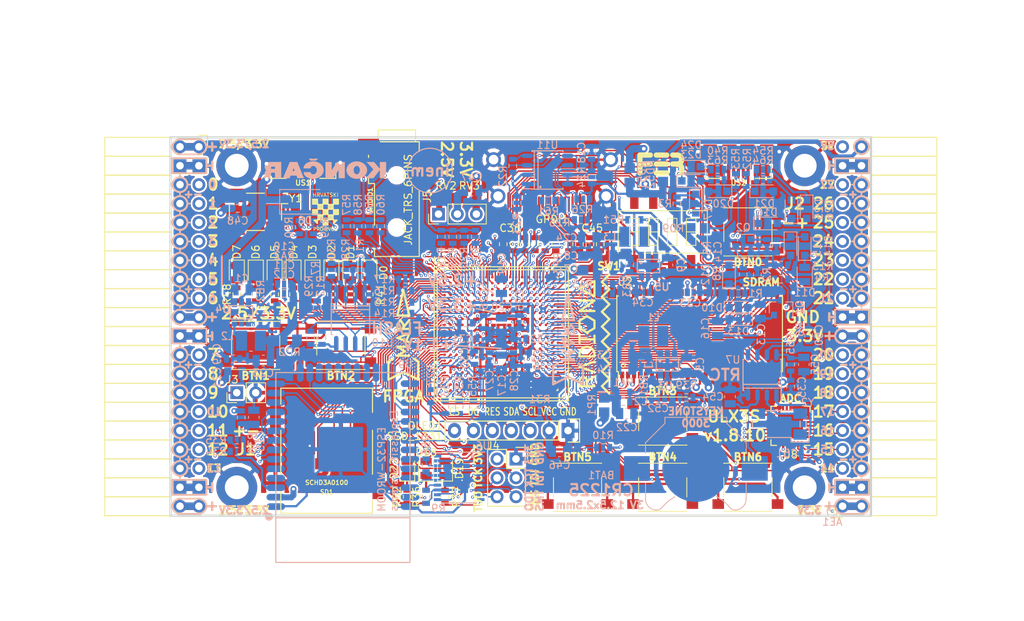
<source format=kicad_pcb>
(kicad_pcb (version 20171130) (host pcbnew 5.0.0-rc2+dfsg1-2)
  (layers (0 F.Cu signal) (1 In1.Cu signal) (2 In2.Cu signal) (31 B.Cu signal) (34 B.Paste user) (35 F.Paste user) (36 B.SilkS user) (37 F.SilkS user) (38 B.Mask user) (39 F.Mask user) (44 Edge.Cuts user))
  (net 0 "")
  (net 1 GND)
  (net 2 +5V)
  (net 3 /gpio/IN5V)
  (net 4 /gpio/OUT5V)
  (net 5 +3V3)
  (net 6 BTN_D)
  (net 7 BTN_F1)
  (net 8 BTN_F2)
  (net 9 BTN_L)
  (net 10 BTN_R)
  (net 11 BTN_U)
  (net 12 /power/FB1)
  (net 13 +2V5)
  (net 14 /power/PWREN)
  (net 15 /power/FB3)
  (net 16 /power/FB2)
  (net 17 /power/VBAT)
  (net 18 JTAG_TDI)
  (net 19 JTAG_TCK)
  (net 20 JTAG_TMS)
  (net 21 JTAG_TDO)
  (net 22 /power/WAKEUPn)
  (net 23 /power/WKUP)
  (net 24 /power/SHUT)
  (net 25 /power/WAKE)
  (net 26 /power/HOLD)
  (net 27 /power/WKn)
  (net 28 /power/OSCI_32k)
  (net 29 /power/OSCO_32k)
  (net 30 SHUTDOWN)
  (net 31 /analog/AUDIO_L)
  (net 32 /analog/AUDIO_R)
  (net 33 GPDI_SDA)
  (net 34 GPDI_SCL)
  (net 35 /gpdi/VREF2)
  (net 36 SD_CMD)
  (net 37 SD_CLK)
  (net 38 SD_D0)
  (net 39 SD_D1)
  (net 40 USB5V)
  (net 41 GPDI_CEC)
  (net 42 nRESET)
  (net 43 FTDI_nDTR)
  (net 44 SDRAM_CKE)
  (net 45 SDRAM_A7)
  (net 46 SDRAM_D15)
  (net 47 SDRAM_BA1)
  (net 48 SDRAM_D7)
  (net 49 SDRAM_A6)
  (net 50 SDRAM_CLK)
  (net 51 SDRAM_D13)
  (net 52 SDRAM_BA0)
  (net 53 SDRAM_D6)
  (net 54 SDRAM_A5)
  (net 55 SDRAM_D14)
  (net 56 SDRAM_A11)
  (net 57 SDRAM_D12)
  (net 58 SDRAM_D5)
  (net 59 SDRAM_A4)
  (net 60 SDRAM_A10)
  (net 61 SDRAM_D11)
  (net 62 SDRAM_A3)
  (net 63 SDRAM_D4)
  (net 64 SDRAM_D10)
  (net 65 SDRAM_D9)
  (net 66 SDRAM_A9)
  (net 67 SDRAM_D3)
  (net 68 SDRAM_D8)
  (net 69 SDRAM_A8)
  (net 70 SDRAM_A2)
  (net 71 SDRAM_A1)
  (net 72 SDRAM_A0)
  (net 73 SDRAM_D2)
  (net 74 SDRAM_D1)
  (net 75 SDRAM_D0)
  (net 76 SDRAM_DQM0)
  (net 77 SDRAM_nCS)
  (net 78 SDRAM_nRAS)
  (net 79 SDRAM_DQM1)
  (net 80 SDRAM_nCAS)
  (net 81 SDRAM_nWE)
  (net 82 /flash/FLASH_nWP)
  (net 83 /flash/FLASH_nHOLD)
  (net 84 /flash/FLASH_MOSI)
  (net 85 /flash/FLASH_MISO)
  (net 86 /flash/FLASH_SCK)
  (net 87 /flash/FLASH_nCS)
  (net 88 /flash/FPGA_PROGRAMN)
  (net 89 /flash/FPGA_DONE)
  (net 90 /flash/FPGA_INITN)
  (net 91 OLED_RES)
  (net 92 OLED_DC)
  (net 93 OLED_CS)
  (net 94 WIFI_EN)
  (net 95 FTDI_nRTS)
  (net 96 FTDI_TXD)
  (net 97 FTDI_RXD)
  (net 98 WIFI_RXD)
  (net 99 WIFI_GPIO0)
  (net 100 WIFI_TXD)
  (net 101 USB_FTDI_D+)
  (net 102 USB_FTDI_D-)
  (net 103 SD_D3)
  (net 104 AUDIO_L3)
  (net 105 AUDIO_L2)
  (net 106 AUDIO_L1)
  (net 107 AUDIO_L0)
  (net 108 AUDIO_R3)
  (net 109 AUDIO_R2)
  (net 110 AUDIO_R1)
  (net 111 AUDIO_R0)
  (net 112 OLED_CLK)
  (net 113 OLED_MOSI)
  (net 114 LED0)
  (net 115 LED1)
  (net 116 LED2)
  (net 117 LED3)
  (net 118 LED4)
  (net 119 LED5)
  (net 120 LED6)
  (net 121 LED7)
  (net 122 BTN_PWRn)
  (net 123 FTDI_nTXLED)
  (net 124 FTDI_nSLEEP)
  (net 125 /blinkey/LED_PWREN)
  (net 126 /blinkey/LED_TXLED)
  (net 127 /sdcard/SD3V3)
  (net 128 SD_D2)
  (net 129 CLK_25MHz)
  (net 130 /blinkey/BTNPUL)
  (net 131 /blinkey/BTNPUR)
  (net 132 USB_FPGA_D+)
  (net 133 /power/FTDI_nSUSPEND)
  (net 134 /blinkey/ALED0)
  (net 135 /blinkey/ALED1)
  (net 136 /blinkey/ALED2)
  (net 137 /blinkey/ALED3)
  (net 138 /blinkey/ALED4)
  (net 139 /blinkey/ALED5)
  (net 140 /blinkey/ALED6)
  (net 141 /blinkey/ALED7)
  (net 142 /usb/FTD-)
  (net 143 /usb/FTD+)
  (net 144 ADC_MISO)
  (net 145 ADC_MOSI)
  (net 146 ADC_CSn)
  (net 147 ADC_SCLK)
  (net 148 SW3)
  (net 149 SW2)
  (net 150 SW1)
  (net 151 USB_FPGA_D-)
  (net 152 /usb/FPD+)
  (net 153 /usb/FPD-)
  (net 154 WIFI_GPIO16)
  (net 155 /usb/ANT_433MHz)
  (net 156 /power/PWRBTn)
  (net 157 PROG_DONE)
  (net 158 /power/P3V3)
  (net 159 /power/P2V5)
  (net 160 /power/L1)
  (net 161 /power/L3)
  (net 162 /power/L2)
  (net 163 FTDI_TXDEN)
  (net 164 SDRAM_A12)
  (net 165 /analog/AUDIO_V)
  (net 166 AUDIO_V3)
  (net 167 AUDIO_V2)
  (net 168 AUDIO_V1)
  (net 169 AUDIO_V0)
  (net 170 /blinkey/LED_WIFI)
  (net 171 /power/P1V1)
  (net 172 +1V1)
  (net 173 SW4)
  (net 174 /blinkey/SWPU)
  (net 175 /wifi/WIFIEN)
  (net 176 FT2V5)
  (net 177 GN0)
  (net 178 GP0)
  (net 179 GN1)
  (net 180 GP1)
  (net 181 GN2)
  (net 182 GP2)
  (net 183 GN3)
  (net 184 GP3)
  (net 185 GN4)
  (net 186 GP4)
  (net 187 GN5)
  (net 188 GP5)
  (net 189 GN6)
  (net 190 GP6)
  (net 191 GN14)
  (net 192 GP14)
  (net 193 GN15)
  (net 194 GP15)
  (net 195 GN16)
  (net 196 GP16)
  (net 197 GN17)
  (net 198 GP17)
  (net 199 GN18)
  (net 200 GP18)
  (net 201 GN19)
  (net 202 GP19)
  (net 203 GN20)
  (net 204 GP20)
  (net 205 GN21)
  (net 206 GP21)
  (net 207 GN22)
  (net 208 GP22)
  (net 209 GN23)
  (net 210 GP23)
  (net 211 GN24)
  (net 212 GP24)
  (net 213 GN25)
  (net 214 GP25)
  (net 215 GN26)
  (net 216 GP26)
  (net 217 GN27)
  (net 218 GP27)
  (net 219 GN7)
  (net 220 GP7)
  (net 221 GN8)
  (net 222 GP8)
  (net 223 GN9)
  (net 224 GP9)
  (net 225 GN10)
  (net 226 GP10)
  (net 227 GN11)
  (net 228 GP11)
  (net 229 GN12)
  (net 230 GP12)
  (net 231 GN13)
  (net 232 GP13)
  (net 233 WIFI_GPIO5)
  (net 234 WIFI_GPIO17)
  (net 235 USB_FPGA_PULL_D+)
  (net 236 USB_FPGA_PULL_D-)
  (net 237 "Net-(D23-Pad2)")
  (net 238 "Net-(D24-Pad1)")
  (net 239 "Net-(D25-Pad2)")
  (net 240 "Net-(D26-Pad1)")
  (net 241 /gpdi/GPDI_ETH+)
  (net 242 FPDI_ETH+)
  (net 243 /gpdi/GPDI_ETH-)
  (net 244 FPDI_ETH-)
  (net 245 /gpdi/GPDI_D2-)
  (net 246 FPDI_D2-)
  (net 247 /gpdi/GPDI_D1-)
  (net 248 FPDI_D1-)
  (net 249 /gpdi/GPDI_D0-)
  (net 250 FPDI_D0-)
  (net 251 /gpdi/GPDI_CLK-)
  (net 252 FPDI_CLK-)
  (net 253 /gpdi/GPDI_D2+)
  (net 254 FPDI_D2+)
  (net 255 /gpdi/GPDI_D1+)
  (net 256 FPDI_D1+)
  (net 257 /gpdi/GPDI_D0+)
  (net 258 FPDI_D0+)
  (net 259 /gpdi/GPDI_CLK+)
  (net 260 FPDI_CLK+)
  (net 261 FPDI_SDA)
  (net 262 FPDI_SCL)
  (net 263 /gpdi/FPDI_CEC)
  (net 264 2V5_3V3)
  (net 265 "Net-(AUDIO1-Pad5)")
  (net 266 "Net-(AUDIO1-Pad6)")
  (net 267 "Net-(U1-PadA15)")
  (net 268 "Net-(U1-PadC9)")
  (net 269 "Net-(U1-PadD9)")
  (net 270 "Net-(U1-PadD10)")
  (net 271 "Net-(U1-PadD11)")
  (net 272 "Net-(U1-PadD12)")
  (net 273 "Net-(U1-PadE6)")
  (net 274 "Net-(U1-PadE9)")
  (net 275 "Net-(U1-PadE10)")
  (net 276 "Net-(U1-PadE11)")
  (net 277 "Net-(U1-PadJ4)")
  (net 278 "Net-(U1-PadJ5)")
  (net 279 "Net-(U1-PadK5)")
  (net 280 "Net-(U1-PadL5)")
  (net 281 "Net-(U1-PadM4)")
  (net 282 "Net-(U1-PadM5)")
  (net 283 SD_CD)
  (net 284 SD_WP)
  (net 285 "Net-(U1-PadR3)")
  (net 286 "Net-(U1-PadT16)")
  (net 287 "Net-(U1-PadW4)")
  (net 288 "Net-(U1-PadW5)")
  (net 289 "Net-(U1-PadW8)")
  (net 290 "Net-(U1-PadW9)")
  (net 291 "Net-(U1-PadW13)")
  (net 292 "Net-(U1-PadW14)")
  (net 293 "Net-(U1-PadW17)")
  (net 294 "Net-(U1-PadW18)")
  (net 295 FTDI_nRXLED)
  (net 296 "Net-(U8-Pad12)")
  (net 297 "Net-(U8-Pad25)")
  (net 298 "Net-(U9-Pad32)")
  (net 299 "Net-(U9-Pad22)")
  (net 300 "Net-(U9-Pad21)")
  (net 301 "Net-(U9-Pad20)")
  (net 302 "Net-(U9-Pad19)")
  (net 303 "Net-(U9-Pad18)")
  (net 304 "Net-(U9-Pad17)")
  (net 305 "Net-(U9-Pad12)")
  (net 306 "Net-(U9-Pad5)")
  (net 307 "Net-(U9-Pad4)")
  (net 308 "Net-(US1-Pad4)")
  (net 309 "Net-(US2-Pad4)")
  (net 310 "Net-(Y2-Pad3)")
  (net 311 "Net-(Y2-Pad2)")
  (net 312 "Net-(U1-PadK16)")
  (net 313 "Net-(U1-PadK17)")
  (net 314 /usb/US2VBUS)
  (net 315 /power/SHD)
  (net 316 /power/RTCVDD)
  (module SOA008-150mil:SOA008-150-208mil (layer B.Cu) (at 118.245 85.822 270)
    (fp_text reference U10 (at 3.175 -4.318) (layer B.SilkS) (effects (justify mirror)))
    (fp_text value IS25LP128F-JBLE)
    (pad 1 smd rect (at -3.302 1.905 270) (size 2.1 0.6) (layers B.Cu B.Paste B.Mask) (net 87 /flash/FLASH_nCS))
    (pad 2 smd oval (at -3.302 0.635 270) (size 2.1 0.6) (layers B.Cu B.Paste B.Mask) (net 85 /flash/FLASH_MISO))
    (pad 3 smd oval (at -3.302 -0.635 270) (size 2.1 0.6) (layers B.Cu B.Paste B.Mask) (net 82 /flash/FLASH_nWP))
    (pad 4 smd oval (at -3.302 -1.905 270) (size 2.1 0.6) (layers B.Cu B.Paste B.Mask) (net 1 GND))
    (pad 5 smd oval (at 3.302 -1.905 270) (size 2.1 0.6) (layers B.Cu B.Paste B.Mask) (net 84 /flash/FLASH_MOSI))
    (pad 6 smd oval (at 3.302 -0.635 270) (size 2.1 0.6) (layers B.Cu B.Paste B.Mask) (net 86 /flash/FLASH_SCK))
    (pad 7 smd oval (at 3.302 0.635 270) (size 2.1 0.6) (layers B.Cu B.Paste B.Mask) (net 83 /flash/FLASH_nHOLD))
    (pad 8 smd oval (at 3.302 1.905 270) (size 2.1 0.6) (layers B.Cu B.Paste B.Mask) (net 5 +3V3))
  )
  (module inem:inem (layer B.Cu) (at 128.913 65.883)
    (fp_text reference REF** hide)
    (fp_text value inem hide)
    (fp_text user inem (at 0 0) (layer B.SilkS) (effects (font (size 1.5 1.5) (thickness 0.3)) (justify mirror)))
  )
  (module Socket_Strips:Socket_Strip_Angled_2x20 (layer F.Cu) (at 97.91 62.69 270)
    (fp_text reference J1 (at 40.64 -6.35) (layer F.SilkS) (effects (font (size 1.5 1.5) (thickness 0.3))))
    (fp_text value CONN_02X20 hide)
    (pad 1 thru_hole oval (at 0 0 270) (size 1.7272 1.7272) (drill 1.016) (layers *.Cu *.Mask) (net 264 2V5_3V3))
    (pad 2 thru_hole oval (at 0 2.54 270) (size 1.7272 1.7272) (drill 1.016) (layers *.Cu *.Mask) (net 264 2V5_3V3))
    (pad 3 thru_hole rect (at 2.54 0 270) (size 1.7272 1.7272) (drill 1.016) (layers *.Cu *.Mask) (net 1 GND))
    (pad 4 thru_hole rect (at 2.54 2.54 270) (size 1.7272 1.7272) (drill 1.016) (layers *.Cu *.Mask) (net 1 GND))
    (pad 5 thru_hole oval (at 5.08 0 270) (size 1.7272 1.7272) (drill 1.016) (layers *.Cu *.Mask) (net 177 GN0))
    (pad 6 thru_hole oval (at 5.08 2.54 270) (size 1.7272 1.7272) (drill 1.016) (layers *.Cu *.Mask) (net 178 GP0))
    (pad 7 thru_hole oval (at 7.62 0 270) (size 1.7272 1.7272) (drill 1.016) (layers *.Cu *.Mask) (net 179 GN1))
    (pad 8 thru_hole oval (at 7.62 2.54 270) (size 1.7272 1.7272) (drill 1.016) (layers *.Cu *.Mask) (net 180 GP1))
    (pad 9 thru_hole oval (at 10.16 0 270) (size 1.7272 1.7272) (drill 1.016) (layers *.Cu *.Mask) (net 181 GN2))
    (pad 10 thru_hole oval (at 10.16 2.54 270) (size 1.7272 1.7272) (drill 1.016) (layers *.Cu *.Mask) (net 182 GP2))
    (pad 11 thru_hole oval (at 12.7 0 270) (size 1.7272 1.7272) (drill 1.016) (layers *.Cu *.Mask) (net 183 GN3))
    (pad 12 thru_hole oval (at 12.7 2.54 270) (size 1.7272 1.7272) (drill 1.016) (layers *.Cu *.Mask) (net 184 GP3))
    (pad 13 thru_hole oval (at 15.24 0 270) (size 1.7272 1.7272) (drill 1.016) (layers *.Cu *.Mask) (net 185 GN4))
    (pad 14 thru_hole oval (at 15.24 2.54 270) (size 1.7272 1.7272) (drill 1.016) (layers *.Cu *.Mask) (net 186 GP4))
    (pad 15 thru_hole oval (at 17.78 0 270) (size 1.7272 1.7272) (drill 1.016) (layers *.Cu *.Mask) (net 187 GN5))
    (pad 16 thru_hole oval (at 17.78 2.54 270) (size 1.7272 1.7272) (drill 1.016) (layers *.Cu *.Mask) (net 188 GP5))
    (pad 17 thru_hole oval (at 20.32 0 270) (size 1.7272 1.7272) (drill 1.016) (layers *.Cu *.Mask) (net 189 GN6))
    (pad 18 thru_hole oval (at 20.32 2.54 270) (size 1.7272 1.7272) (drill 1.016) (layers *.Cu *.Mask) (net 190 GP6))
    (pad 19 thru_hole oval (at 22.86 0 270) (size 1.7272 1.7272) (drill 1.016) (layers *.Cu *.Mask) (net 264 2V5_3V3))
    (pad 20 thru_hole oval (at 22.86 2.54 270) (size 1.7272 1.7272) (drill 1.016) (layers *.Cu *.Mask) (net 264 2V5_3V3))
    (pad 21 thru_hole rect (at 25.4 0 270) (size 1.7272 1.7272) (drill 1.016) (layers *.Cu *.Mask) (net 1 GND))
    (pad 22 thru_hole rect (at 25.4 2.54 270) (size 1.7272 1.7272) (drill 1.016) (layers *.Cu *.Mask) (net 1 GND))
    (pad 23 thru_hole oval (at 27.94 0 270) (size 1.7272 1.7272) (drill 1.016) (layers *.Cu *.Mask) (net 219 GN7))
    (pad 24 thru_hole oval (at 27.94 2.54 270) (size 1.7272 1.7272) (drill 1.016) (layers *.Cu *.Mask) (net 220 GP7))
    (pad 25 thru_hole oval (at 30.48 0 270) (size 1.7272 1.7272) (drill 1.016) (layers *.Cu *.Mask) (net 221 GN8))
    (pad 26 thru_hole oval (at 30.48 2.54 270) (size 1.7272 1.7272) (drill 1.016) (layers *.Cu *.Mask) (net 222 GP8))
    (pad 27 thru_hole oval (at 33.02 0 270) (size 1.7272 1.7272) (drill 1.016) (layers *.Cu *.Mask) (net 223 GN9))
    (pad 28 thru_hole oval (at 33.02 2.54 270) (size 1.7272 1.7272) (drill 1.016) (layers *.Cu *.Mask) (net 224 GP9))
    (pad 29 thru_hole oval (at 35.56 0 270) (size 1.7272 1.7272) (drill 1.016) (layers *.Cu *.Mask) (net 225 GN10))
    (pad 30 thru_hole oval (at 35.56 2.54 270) (size 1.7272 1.7272) (drill 1.016) (layers *.Cu *.Mask) (net 226 GP10))
    (pad 31 thru_hole oval (at 38.1 0 270) (size 1.7272 1.7272) (drill 1.016) (layers *.Cu *.Mask) (net 227 GN11))
    (pad 32 thru_hole oval (at 38.1 2.54 270) (size 1.7272 1.7272) (drill 1.016) (layers *.Cu *.Mask) (net 228 GP11))
    (pad 33 thru_hole oval (at 40.64 0 270) (size 1.7272 1.7272) (drill 1.016) (layers *.Cu *.Mask) (net 229 GN12))
    (pad 34 thru_hole oval (at 40.64 2.54 270) (size 1.7272 1.7272) (drill 1.016) (layers *.Cu *.Mask) (net 230 GP12))
    (pad 35 thru_hole oval (at 43.18 0 270) (size 1.7272 1.7272) (drill 1.016) (layers *.Cu *.Mask) (net 231 GN13))
    (pad 36 thru_hole oval (at 43.18 2.54 270) (size 1.7272 1.7272) (drill 1.016) (layers *.Cu *.Mask) (net 232 GP13))
    (pad 37 thru_hole rect (at 45.72 0 270) (size 1.7272 1.7272) (drill 1.016) (layers *.Cu *.Mask) (net 1 GND))
    (pad 38 thru_hole rect (at 45.72 2.54 270) (size 1.7272 1.7272) (drill 1.016) (layers *.Cu *.Mask) (net 1 GND))
    (pad 39 thru_hole oval (at 48.26 0 270) (size 1.7272 1.7272) (drill 1.016) (layers *.Cu *.Mask) (net 264 2V5_3V3))
    (pad 40 thru_hole oval (at 48.26 2.54 270) (size 1.7272 1.7272) (drill 1.016) (layers *.Cu *.Mask) (net 264 2V5_3V3))
  )
  (module TSOT-25:TSOT-25 (layer B.Cu) (at 160.775 91.9)
    (fp_text reference U3 (at -0.295 2.9) (layer B.SilkS) (effects (font (thickness 0.2)) (justify mirror)))
    (fp_text value TLV62569DBV)
    (pad 1 smd rect (at -0.95 -1.3) (size 0.7 1.2) (layers B.Cu B.Paste B.Mask) (net 14 /power/PWREN))
    (pad 2 smd rect (at 0 -1.3) (size 0.7 1.2) (layers B.Cu B.Paste B.Mask) (net 1 GND))
    (pad 3 smd rect (at 0.95 -1.3) (size 0.7 1.2) (layers B.Cu B.Paste B.Mask) (net 160 /power/L1))
    (pad 4 smd rect (at 0.95 1.3) (size 0.7 1.2) (layers B.Cu B.Paste B.Mask) (net 2 +5V))
    (pad 5 smd rect (at -0.95 1.3) (size 0.7 1.2) (layers B.Cu B.Paste B.Mask) (net 12 /power/FB1))
  )
  (module TSOT-25:TSOT-25 (layer B.Cu) (at 103.625 84.915 180)
    (fp_text reference U4 (at 2.525 0.4265 180) (layer B.SilkS) (effects (font (thickness 0.2)) (justify mirror)))
    (fp_text value TLV62569DBV)
    (pad 1 smd rect (at -0.95 -1.3 180) (size 0.7 1.2) (layers B.Cu B.Paste B.Mask) (net 14 /power/PWREN))
    (pad 2 smd rect (at 0 -1.3 180) (size 0.7 1.2) (layers B.Cu B.Paste B.Mask) (net 1 GND))
    (pad 3 smd rect (at 0.95 -1.3 180) (size 0.7 1.2) (layers B.Cu B.Paste B.Mask) (net 162 /power/L2))
    (pad 4 smd rect (at 0.95 1.3 180) (size 0.7 1.2) (layers B.Cu B.Paste B.Mask) (net 2 +5V))
    (pad 5 smd rect (at -0.95 1.3 180) (size 0.7 1.2) (layers B.Cu B.Paste B.Mask) (net 16 /power/FB2))
  )
  (module TSOT-25:TSOT-25 (layer B.Cu) (at 158.235 78.692)
    (fp_text reference U5 (at 1.793 2.812) (layer B.SilkS) (effects (font (thickness 0.2)) (justify mirror)))
    (fp_text value TLV62569DBV)
    (pad 1 smd rect (at -0.95 -1.3) (size 0.7 1.2) (layers B.Cu B.Paste B.Mask) (net 14 /power/PWREN))
    (pad 2 smd rect (at 0 -1.3) (size 0.7 1.2) (layers B.Cu B.Paste B.Mask) (net 1 GND))
    (pad 3 smd rect (at 0.95 -1.3) (size 0.7 1.2) (layers B.Cu B.Paste B.Mask) (net 161 /power/L3))
    (pad 4 smd rect (at 0.95 1.3) (size 0.7 1.2) (layers B.Cu B.Paste B.Mask) (net 2 +5V))
    (pad 5 smd rect (at -0.95 1.3) (size 0.7 1.2) (layers B.Cu B.Paste B.Mask) (net 15 /power/FB3))
  )
  (module Socket_Strips:Socket_Strip_Angled_2x20 (layer F.Cu) (at 184.27 110.95 90)
    (fp_text reference J2 (at 40.64 -6.35 180) (layer F.SilkS) (effects (font (size 1.5 1.5) (thickness 0.3))))
    (fp_text value CONN_02X20 hide)
    (pad 1 thru_hole oval (at 0 0 90) (size 1.7272 1.7272) (drill 1.016) (layers *.Cu *.Mask) (net 5 +3V3))
    (pad 2 thru_hole oval (at 0 2.54 90) (size 1.7272 1.7272) (drill 1.016) (layers *.Cu *.Mask) (net 5 +3V3))
    (pad 3 thru_hole rect (at 2.54 0 90) (size 1.7272 1.7272) (drill 1.016) (layers *.Cu *.Mask) (net 1 GND))
    (pad 4 thru_hole rect (at 2.54 2.54 90) (size 1.7272 1.7272) (drill 1.016) (layers *.Cu *.Mask) (net 1 GND))
    (pad 5 thru_hole oval (at 5.08 0 90) (size 1.7272 1.7272) (drill 1.016) (layers *.Cu *.Mask) (net 191 GN14))
    (pad 6 thru_hole oval (at 5.08 2.54 90) (size 1.7272 1.7272) (drill 1.016) (layers *.Cu *.Mask) (net 192 GP14))
    (pad 7 thru_hole oval (at 7.62 0 90) (size 1.7272 1.7272) (drill 1.016) (layers *.Cu *.Mask) (net 193 GN15))
    (pad 8 thru_hole oval (at 7.62 2.54 90) (size 1.7272 1.7272) (drill 1.016) (layers *.Cu *.Mask) (net 194 GP15))
    (pad 9 thru_hole oval (at 10.16 0 90) (size 1.7272 1.7272) (drill 1.016) (layers *.Cu *.Mask) (net 195 GN16))
    (pad 10 thru_hole oval (at 10.16 2.54 90) (size 1.7272 1.7272) (drill 1.016) (layers *.Cu *.Mask) (net 196 GP16))
    (pad 11 thru_hole oval (at 12.7 0 90) (size 1.7272 1.7272) (drill 1.016) (layers *.Cu *.Mask) (net 197 GN17))
    (pad 12 thru_hole oval (at 12.7 2.54 90) (size 1.7272 1.7272) (drill 1.016) (layers *.Cu *.Mask) (net 198 GP17))
    (pad 13 thru_hole oval (at 15.24 0 90) (size 1.7272 1.7272) (drill 1.016) (layers *.Cu *.Mask) (net 199 GN18))
    (pad 14 thru_hole oval (at 15.24 2.54 90) (size 1.7272 1.7272) (drill 1.016) (layers *.Cu *.Mask) (net 200 GP18))
    (pad 15 thru_hole oval (at 17.78 0 90) (size 1.7272 1.7272) (drill 1.016) (layers *.Cu *.Mask) (net 201 GN19))
    (pad 16 thru_hole oval (at 17.78 2.54 90) (size 1.7272 1.7272) (drill 1.016) (layers *.Cu *.Mask) (net 202 GP19))
    (pad 17 thru_hole oval (at 20.32 0 90) (size 1.7272 1.7272) (drill 1.016) (layers *.Cu *.Mask) (net 203 GN20))
    (pad 18 thru_hole oval (at 20.32 2.54 90) (size 1.7272 1.7272) (drill 1.016) (layers *.Cu *.Mask) (net 204 GP20))
    (pad 19 thru_hole oval (at 22.86 0 90) (size 1.7272 1.7272) (drill 1.016) (layers *.Cu *.Mask) (net 5 +3V3))
    (pad 20 thru_hole oval (at 22.86 2.54 90) (size 1.7272 1.7272) (drill 1.016) (layers *.Cu *.Mask) (net 5 +3V3))
    (pad 21 thru_hole rect (at 25.4 0 90) (size 1.7272 1.7272) (drill 1.016) (layers *.Cu *.Mask) (net 1 GND))
    (pad 22 thru_hole rect (at 25.4 2.54 90) (size 1.7272 1.7272) (drill 1.016) (layers *.Cu *.Mask) (net 1 GND))
    (pad 23 thru_hole oval (at 27.94 0 90) (size 1.7272 1.7272) (drill 1.016) (layers *.Cu *.Mask) (net 205 GN21))
    (pad 24 thru_hole oval (at 27.94 2.54 90) (size 1.7272 1.7272) (drill 1.016) (layers *.Cu *.Mask) (net 206 GP21))
    (pad 25 thru_hole oval (at 30.48 0 90) (size 1.7272 1.7272) (drill 1.016) (layers *.Cu *.Mask) (net 207 GN22))
    (pad 26 thru_hole oval (at 30.48 2.54 90) (size 1.7272 1.7272) (drill 1.016) (layers *.Cu *.Mask) (net 208 GP22))
    (pad 27 thru_hole oval (at 33.02 0 90) (size 1.7272 1.7272) (drill 1.016) (layers *.Cu *.Mask) (net 209 GN23))
    (pad 28 thru_hole oval (at 33.02 2.54 90) (size 1.7272 1.7272) (drill 1.016) (layers *.Cu *.Mask) (net 210 GP23))
    (pad 29 thru_hole oval (at 35.56 0 90) (size 1.7272 1.7272) (drill 1.016) (layers *.Cu *.Mask) (net 211 GN24))
    (pad 30 thru_hole oval (at 35.56 2.54 90) (size 1.7272 1.7272) (drill 1.016) (layers *.Cu *.Mask) (net 212 GP24))
    (pad 31 thru_hole oval (at 38.1 0 90) (size 1.7272 1.7272) (drill 1.016) (layers *.Cu *.Mask) (net 213 GN25))
    (pad 32 thru_hole oval (at 38.1 2.54 90) (size 1.7272 1.7272) (drill 1.016) (layers *.Cu *.Mask) (net 214 GP25))
    (pad 33 thru_hole oval (at 40.64 0 90) (size 1.7272 1.7272) (drill 1.016) (layers *.Cu *.Mask) (net 215 GN26))
    (pad 34 thru_hole oval (at 40.64 2.54 90) (size 1.7272 1.7272) (drill 1.016) (layers *.Cu *.Mask) (net 216 GP26))
    (pad 35 thru_hole oval (at 43.18 0 90) (size 1.7272 1.7272) (drill 1.016) (layers *.Cu *.Mask) (net 217 GN27))
    (pad 36 thru_hole oval (at 43.18 2.54 90) (size 1.7272 1.7272) (drill 1.016) (layers *.Cu *.Mask) (net 218 GP27))
    (pad 37 thru_hole rect (at 45.72 0 90) (size 1.7272 1.7272) (drill 1.016) (layers *.Cu *.Mask) (net 1 GND))
    (pad 38 thru_hole rect (at 45.72 2.54 90) (size 1.7272 1.7272) (drill 1.016) (layers *.Cu *.Mask) (net 1 GND))
    (pad 39 thru_hole oval (at 48.26 0 90) (size 1.7272 1.7272) (drill 1.016) (layers *.Cu *.Mask) (net 3 /gpio/IN5V))
    (pad 40 thru_hole oval (at 48.26 2.54 90) (size 1.7272 1.7272) (drill 1.016) (layers *.Cu *.Mask) (net 4 /gpio/OUT5V))
  )
  (module Mounting_Holes:MountingHole_3.2mm_M3_ISO14580_Pad (layer F.Cu) (at 102.99 108.41)
    (fp_text reference H1 hide)
    (fp_text value HOLE hide)
    (pad 1 thru_hole circle (at 0 0) (size 5.5 5.5) (drill 3.2) (layers *.Cu *.Mask) (net 1 GND))
  )
  (module Mounting_Holes:MountingHole_3.2mm_M3_ISO14580_Pad (layer F.Cu) (at 179.19 108.41)
    (fp_text reference H2 hide)
    (fp_text value HOLE hide)
    (pad 1 thru_hole circle (at 0 0) (size 5.5 5.5) (drill 3.2) (layers *.Cu *.Mask) (net 1 GND))
  )
  (module Mounting_Holes:MountingHole_3.2mm_M3_ISO14580_Pad (layer F.Cu) (at 179.19 65.23)
    (fp_text reference H3 hide)
    (fp_text value HOLE hide)
    (pad 1 thru_hole circle (at 0 0) (size 5.5 5.5) (drill 3.2) (layers *.Cu *.Mask) (net 1 GND))
  )
  (module Mounting_Holes:MountingHole_3.2mm_M3_ISO14580_Pad (layer F.Cu) (at 102.99 65.23)
    (fp_text reference H4 hide)
    (fp_text value HOLE hide)
    (pad 1 thru_hole circle (at 0 0) (size 5.5 5.5) (drill 3.2) (layers *.Cu *.Mask) (net 1 GND))
  )
  (module Housings_SSOP:SSOP-20_4.4x6.5mm_Pitch0.65mm (layer B.Cu) (at 132.835 107.14 180)
    (fp_text reference U6 (at -3.175 4.318 180) (layer B.SilkS) (effects (justify mirror)))
    (fp_text value FT231XS)
    (pad 1 smd rect (at -2.9 2.925 180) (size 1 0.4) (layers B.Cu B.Paste B.Mask) (net 43 FTDI_nDTR))
    (pad 2 smd rect (at -2.9 2.275 180) (size 1 0.4) (layers B.Cu B.Paste B.Mask) (net 95 FTDI_nRTS))
    (pad 3 smd rect (at -2.9 1.625 180) (size 1 0.4) (layers B.Cu B.Paste B.Mask) (net 176 FT2V5))
    (pad 4 smd rect (at -2.9 0.975 180) (size 1 0.4) (layers B.Cu B.Paste B.Mask) (net 97 FTDI_RXD))
    (pad 5 smd rect (at -2.9 0.325 180) (size 1 0.4) (layers B.Cu B.Paste B.Mask) (net 18 JTAG_TDI))
    (pad 6 smd rect (at -2.9 -0.325 180) (size 1 0.4) (layers B.Cu B.Paste B.Mask) (net 1 GND))
    (pad 7 smd rect (at -2.9 -0.975 180) (size 1 0.4) (layers B.Cu B.Paste B.Mask) (net 19 JTAG_TCK))
    (pad 8 smd rect (at -2.9 -1.625 180) (size 1 0.4) (layers B.Cu B.Paste B.Mask) (net 20 JTAG_TMS))
    (pad 9 smd rect (at -2.9 -2.275 180) (size 1 0.4) (layers B.Cu B.Paste B.Mask) (net 21 JTAG_TDO))
    (pad 10 smd rect (at -2.9 -2.925 180) (size 1 0.4) (layers B.Cu B.Paste B.Mask) (net 123 FTDI_nTXLED))
    (pad 11 smd rect (at 2.9 -2.925 180) (size 1 0.4) (layers B.Cu B.Paste B.Mask) (net 101 USB_FTDI_D+))
    (pad 12 smd rect (at 2.9 -2.275 180) (size 1 0.4) (layers B.Cu B.Paste B.Mask) (net 102 USB_FTDI_D-))
    (pad 13 smd rect (at 2.9 -1.625 180) (size 1 0.4) (layers B.Cu B.Paste B.Mask) (net 176 FT2V5))
    (pad 14 smd rect (at 2.9 -0.975 180) (size 1 0.4) (layers B.Cu B.Paste B.Mask) (net 42 nRESET))
    (pad 15 smd rect (at 2.9 -0.325 180) (size 1 0.4) (layers B.Cu B.Paste B.Mask) (net 40 USB5V))
    (pad 16 smd rect (at 2.9 0.325 180) (size 1 0.4) (layers B.Cu B.Paste B.Mask) (net 1 GND))
    (pad 17 smd rect (at 2.9 0.975 180) (size 1 0.4) (layers B.Cu B.Paste B.Mask) (net 295 FTDI_nRXLED))
    (pad 18 smd rect (at 2.9 1.625 180) (size 1 0.4) (layers B.Cu B.Paste B.Mask) (net 163 FTDI_TXDEN))
    (pad 19 smd rect (at 2.9 2.275 180) (size 1 0.4) (layers B.Cu B.Paste B.Mask) (net 124 FTDI_nSLEEP))
    (pad 20 smd rect (at 2.9 2.925 180) (size 1 0.4) (layers B.Cu B.Paste B.Mask) (net 96 FTDI_TXD))
  )
  (module Socket_Strips:Socket_Strip_Straight_2x03 (layer F.Cu) (at 140.455 104.6 270)
    (fp_text reference J4 (at -1.778 3.048) (layer F.SilkS))
    (fp_text value CONN_02X03 hide)
    (pad 1 thru_hole rect (at 0 0 270) (size 1.7272 1.7272) (drill 1.016) (layers *.Cu *.Mask) (net 1 GND))
    (pad 2 thru_hole oval (at 0 2.54 270) (size 1.7272 1.7272) (drill 1.016) (layers *.Cu *.Mask) (net 5 +3V3))
    (pad 3 thru_hole oval (at 2.54 0 270) (size 1.7272 1.7272) (drill 1.016) (layers *.Cu *.Mask) (net 18 JTAG_TDI))
    (pad 4 thru_hole oval (at 2.54 2.54 270) (size 1.7272 1.7272) (drill 1.016) (layers *.Cu *.Mask) (net 19 JTAG_TCK))
    (pad 5 thru_hole oval (at 5.08 0 270) (size 1.7272 1.7272) (drill 1.016) (layers *.Cu *.Mask) (net 20 JTAG_TMS))
    (pad 6 thru_hole oval (at 5.08 2.54 270) (size 1.7272 1.7272) (drill 1.016) (layers *.Cu *.Mask) (net 21 JTAG_TDO))
  )
  (module Housings_DFN_QFN:QFN-28-1EP_5x5mm_Pitch0.5mm (layer F.Cu) (at 177.285 100.155 180)
    (fp_text reference U8 (at 0 -3.875 180) (layer F.SilkS))
    (fp_text value MAX11125)
    (pad 1 smd oval (at -2.45 -1.5 180) (size 0.85 0.3) (layers F.Cu F.Paste F.Mask) (net 194 GP15))
    (pad 2 smd oval (at -2.45 -1 180) (size 0.85 0.3) (layers F.Cu F.Paste F.Mask) (net 195 GN16))
    (pad 3 smd oval (at -2.45 -0.5 180) (size 0.85 0.3) (layers F.Cu F.Paste F.Mask) (net 196 GP16))
    (pad 4 smd oval (at -2.45 0 180) (size 0.85 0.3) (layers F.Cu F.Paste F.Mask) (net 197 GN17))
    (pad 5 smd oval (at -2.45 0.5 180) (size 0.85 0.3) (layers F.Cu F.Paste F.Mask) (net 198 GP17))
    (pad 6 smd oval (at -2.45 1 180) (size 0.85 0.3) (layers F.Cu F.Paste F.Mask) (net 1 GND))
    (pad 7 smd oval (at -2.45 1.5 180) (size 0.85 0.3) (layers F.Cu F.Paste F.Mask) (net 1 GND))
    (pad 8 smd oval (at -1.5 2.45 270) (size 0.85 0.3) (layers F.Cu F.Paste F.Mask) (net 1 GND))
    (pad 9 smd oval (at -1 2.45 270) (size 0.85 0.3) (layers F.Cu F.Paste F.Mask) (net 1 GND))
    (pad 10 smd oval (at -0.5 2.45 270) (size 0.85 0.3) (layers F.Cu F.Paste F.Mask) (net 1 GND))
    (pad 11 smd oval (at 0 2.45 270) (size 0.85 0.3) (layers F.Cu F.Paste F.Mask) (net 1 GND))
    (pad 12 smd oval (at 0.5 2.45 270) (size 0.85 0.3) (layers F.Cu F.Paste F.Mask) (net 296 "Net-(U8-Pad12)"))
    (pad 13 smd oval (at 1 2.45 270) (size 0.85 0.3) (layers F.Cu F.Paste F.Mask) (net 1 GND))
    (pad 14 smd oval (at 1.5 2.45 270) (size 0.85 0.3) (layers F.Cu F.Paste F.Mask) (net 1 GND))
    (pad 15 smd oval (at 2.45 1.5 180) (size 0.85 0.3) (layers F.Cu F.Paste F.Mask) (net 5 +3V3))
    (pad 16 smd oval (at 2.45 1 180) (size 0.85 0.3) (layers F.Cu F.Paste F.Mask) (net 1 GND))
    (pad 17 smd oval (at 2.45 0.5 180) (size 0.85 0.3) (layers F.Cu F.Paste F.Mask) (net 5 +3V3))
    (pad 18 smd oval (at 2.45 0 180) (size 0.85 0.3) (layers F.Cu F.Paste F.Mask) (net 5 +3V3))
    (pad 19 smd oval (at 2.45 -0.5 180) (size 0.85 0.3) (layers F.Cu F.Paste F.Mask) (net 147 ADC_SCLK))
    (pad 20 smd oval (at 2.45 -1 180) (size 0.85 0.3) (layers F.Cu F.Paste F.Mask) (net 146 ADC_CSn))
    (pad 21 smd oval (at 2.45 -1.5 180) (size 0.85 0.3) (layers F.Cu F.Paste F.Mask) (net 145 ADC_MOSI))
    (pad 22 smd oval (at 1.5 -2.45 270) (size 0.85 0.3) (layers F.Cu F.Paste F.Mask) (net 1 GND))
    (pad 23 smd oval (at 1 -2.45 270) (size 0.85 0.3) (layers F.Cu F.Paste F.Mask) (net 5 +3V3))
    (pad 24 smd oval (at 0.5 -2.45 270) (size 0.85 0.3) (layers F.Cu F.Paste F.Mask) (net 144 ADC_MISO))
    (pad 25 smd oval (at 0 -2.45 270) (size 0.85 0.3) (layers F.Cu F.Paste F.Mask) (net 297 "Net-(U8-Pad25)"))
    (pad 26 smd oval (at -0.5 -2.45 270) (size 0.85 0.3) (layers F.Cu F.Paste F.Mask) (net 191 GN14))
    (pad 27 smd oval (at -1 -2.45 270) (size 0.85 0.3) (layers F.Cu F.Paste F.Mask) (net 192 GP14))
    (pad 28 smd oval (at -1.5 -2.45 270) (size 0.85 0.3) (layers F.Cu F.Paste F.Mask) (net 193 GN15))
    (pad 29 smd rect (at 0.8375 0.8375 180) (size 1.675 1.675) (layers F.Cu F.Paste F.Mask) (net 1 GND))
    (pad 29 smd rect (at 0.8375 -0.8375 180) (size 1.675 1.675) (layers F.Cu F.Paste F.Mask) (net 1 GND))
    (pad 29 smd rect (at -0.8375 0.8375 180) (size 1.675 1.675) (layers F.Cu F.Paste F.Mask) (net 1 GND))
    (pad 29 smd rect (at -0.8375 -0.8375 180) (size 1.675 1.675) (layers F.Cu F.Paste F.Mask) (net 1 GND))
  )
  (module oled:oled_13xx (layer F.Cu) (at 139.82 100.79 180)
    (fp_text reference OLED1 (at 11.557 0.635 180) (layer F.SilkS))
    (fp_text value SSD_1331 (at 12.954 -0.762 180) (layer F.SilkS))
    (fp_text user CS (at 7.62 2.54 180) (layer F.SilkS) (effects (font (size 1 0.75))))
    (fp_text user DC (at 5.08 2.54 180) (layer F.SilkS) (effects (font (size 1 0.75))))
    (fp_text user RES (at 2.54 2.54 180) (layer F.SilkS) (effects (font (size 1 0.75))))
    (fp_text user SDA (at 0 2.54 180) (layer F.SilkS) (effects (font (size 1 0.75))))
    (fp_text user SCL (at -2.54 2.54 180) (layer F.SilkS) (effects (font (size 1 0.75))))
    (fp_text user VCC (at -5.08 2.54 180) (layer F.SilkS) (effects (font (size 1 0.75))))
    (fp_text user GND (at -7.62 2.54 180) (layer F.SilkS) (effects (font (size 1 0.75))))
    (pad 1 thru_hole rect (at -7.62 0 180) (size 1.7272 2.032) (drill 1.016) (layers *.Cu *.Mask) (net 1 GND))
    (pad 2 thru_hole oval (at -5.08 0 180) (size 1.7272 2.032) (drill 1.016) (layers *.Cu *.Mask) (net 5 +3V3))
    (pad 3 thru_hole oval (at -2.54 0 180) (size 1.7272 2.032) (drill 1.016) (layers *.Cu *.Mask) (net 112 OLED_CLK))
    (pad 4 thru_hole oval (at 0 0 180) (size 1.7272 2.032) (drill 1.016) (layers *.Cu *.Mask) (net 113 OLED_MOSI))
    (pad 5 thru_hole oval (at 2.54 0 180) (size 1.7272 2.032) (drill 1.016) (layers *.Cu *.Mask) (net 91 OLED_RES))
    (pad 6 thru_hole oval (at 5.08 0 180) (size 1.7272 2.032) (drill 1.016) (layers *.Cu *.Mask) (net 92 OLED_DC))
    (pad 7 thru_hole oval (at 7.62 0 180) (size 1.7272 2.032) (drill 1.016) (layers *.Cu *.Mask) (net 93 OLED_CS))
  )
  (module Buttons_Switches_SMD:SW_SPST_PTS645 (layer F.Cu) (at 171.57 74.12 180)
    (fp_text reference BTN0 (at 0 -4.05 180) (layer F.SilkS) (effects (font (thickness 0.25))))
    (fp_text value PTS645)
    (pad 2 smd rect (at -3.98 2.25 180) (size 1.55 1.3) (layers F.Cu F.Paste F.Mask) (net 1 GND))
    (pad 1 smd rect (at -3.98 -2.25 180) (size 1.55 1.3) (layers F.Cu F.Paste F.Mask) (net 156 /power/PWRBTn))
    (pad 1 smd rect (at 3.98 -2.25 180) (size 1.55 1.3) (layers F.Cu F.Paste F.Mask) (net 156 /power/PWRBTn))
    (pad 2 smd rect (at 3.98 2.25 180) (size 1.55 1.3) (layers F.Cu F.Paste F.Mask) (net 1 GND))
  )
  (module Buttons_Switches_SMD:SW_SPST_PTS645 (layer F.Cu) (at 105.53 89.36)
    (fp_text reference BTN1 (at 0 4.064) (layer F.SilkS) (effects (font (thickness 0.25))))
    (fp_text value PTS645)
    (pad 2 smd rect (at -3.98 2.25) (size 1.55 1.3) (layers F.Cu F.Paste F.Mask) (net 7 BTN_F1))
    (pad 1 smd rect (at -3.98 -2.25) (size 1.55 1.3) (layers F.Cu F.Paste F.Mask) (net 130 /blinkey/BTNPUL))
    (pad 1 smd rect (at 3.98 -2.25) (size 1.55 1.3) (layers F.Cu F.Paste F.Mask) (net 130 /blinkey/BTNPUL))
    (pad 2 smd rect (at 3.98 2.25) (size 1.55 1.3) (layers F.Cu F.Paste F.Mask) (net 7 BTN_F1))
  )
  (module Buttons_Switches_SMD:SW_SPST_PTS645 (layer F.Cu) (at 116.96 89.36)
    (fp_text reference BTN2 (at 0 4.064) (layer F.SilkS) (effects (font (thickness 0.25))))
    (fp_text value PTS645)
    (pad 2 smd rect (at -3.98 2.25) (size 1.55 1.3) (layers F.Cu F.Paste F.Mask) (net 8 BTN_F2))
    (pad 1 smd rect (at -3.98 -2.25) (size 1.55 1.3) (layers F.Cu F.Paste F.Mask) (net 130 /blinkey/BTNPUL))
    (pad 1 smd rect (at 3.98 -2.25) (size 1.55 1.3) (layers F.Cu F.Paste F.Mask) (net 130 /blinkey/BTNPUL))
    (pad 2 smd rect (at 3.98 2.25) (size 1.55 1.3) (layers F.Cu F.Paste F.Mask) (net 8 BTN_F2))
  )
  (module Buttons_Switches_SMD:SW_SPST_PTS645 (layer F.Cu) (at 160.14 99.52)
    (fp_text reference BTN3 (at 0 -4.05) (layer F.SilkS) (effects (font (thickness 0.25))))
    (fp_text value PTS645)
    (pad 2 smd rect (at -3.98 2.25) (size 1.55 1.3) (layers F.Cu F.Paste F.Mask) (net 11 BTN_U))
    (pad 1 smd rect (at -3.98 -2.25) (size 1.55 1.3) (layers F.Cu F.Paste F.Mask) (net 131 /blinkey/BTNPUR))
    (pad 1 smd rect (at 3.98 -2.25) (size 1.55 1.3) (layers F.Cu F.Paste F.Mask) (net 131 /blinkey/BTNPUR))
    (pad 2 smd rect (at 3.98 2.25) (size 1.55 1.3) (layers F.Cu F.Paste F.Mask) (net 11 BTN_U))
  )
  (module Buttons_Switches_SMD:SW_SPST_PTS645 (layer F.Cu) (at 160.14 108.41 180)
    (fp_text reference BTN4 (at 0 4.064 180) (layer F.SilkS) (effects (font (thickness 0.25))))
    (fp_text value PTS645)
    (pad 2 smd rect (at -3.98 2.25 180) (size 1.55 1.3) (layers F.Cu F.Paste F.Mask) (net 6 BTN_D))
    (pad 1 smd rect (at -3.98 -2.25 180) (size 1.55 1.3) (layers F.Cu F.Paste F.Mask) (net 131 /blinkey/BTNPUR))
    (pad 1 smd rect (at 3.98 -2.25 180) (size 1.55 1.3) (layers F.Cu F.Paste F.Mask) (net 131 /blinkey/BTNPUR))
    (pad 2 smd rect (at 3.98 2.25 180) (size 1.55 1.3) (layers F.Cu F.Paste F.Mask) (net 6 BTN_D))
  )
  (module Buttons_Switches_SMD:SW_SPST_PTS645 (layer F.Cu) (at 148.71 108.41 180)
    (fp_text reference BTN5 (at 0 4.064 180) (layer F.SilkS) (effects (font (thickness 0.25))))
    (fp_text value PTS645)
    (pad 2 smd rect (at -3.98 2.25 180) (size 1.55 1.3) (layers F.Cu F.Paste F.Mask) (net 9 BTN_L))
    (pad 1 smd rect (at -3.98 -2.25 180) (size 1.55 1.3) (layers F.Cu F.Paste F.Mask) (net 131 /blinkey/BTNPUR))
    (pad 1 smd rect (at 3.98 -2.25 180) (size 1.55 1.3) (layers F.Cu F.Paste F.Mask) (net 131 /blinkey/BTNPUR))
    (pad 2 smd rect (at 3.98 2.25 180) (size 1.55 1.3) (layers F.Cu F.Paste F.Mask) (net 9 BTN_L))
  )
  (module Buttons_Switches_SMD:SW_SPST_PTS645 (layer F.Cu) (at 171.57 108.41 180)
    (fp_text reference BTN6 (at 0 4.064 180) (layer F.SilkS) (effects (font (thickness 0.25))))
    (fp_text value PTS645)
    (pad 2 smd rect (at -3.98 2.25 180) (size 1.55 1.3) (layers F.Cu F.Paste F.Mask) (net 10 BTN_R))
    (pad 1 smd rect (at -3.98 -2.25 180) (size 1.55 1.3) (layers F.Cu F.Paste F.Mask) (net 131 /blinkey/BTNPUR))
    (pad 1 smd rect (at 3.98 -2.25 180) (size 1.55 1.3) (layers F.Cu F.Paste F.Mask) (net 131 /blinkey/BTNPUR))
    (pad 2 smd rect (at 3.98 2.25 180) (size 1.55 1.3) (layers F.Cu F.Paste F.Mask) (net 10 BTN_R))
  )
  (module Buttons_Switches_SMD:SW_DIP_x4_W8.61mm_Slide_LowProfile (layer F.Cu) (at 160.14 74.12 90)
    (fp_text reference SW1 (at -4.59 -7.224) (layer F.SilkS) (effects (font (thickness 0.25))))
    (fp_text value DIPSW)
    (pad 1 smd rect (at -4.305 -3.81 90) (size 2.44 1.12) (layers F.Cu F.Mask) (net 174 /blinkey/SWPU))
    (pad 5 smd rect (at 4.305 3.81 90) (size 2.44 1.12) (layers F.Cu F.Mask) (net 173 SW4))
    (pad 2 smd rect (at -4.305 -1.27 90) (size 2.44 1.12) (layers F.Cu F.Mask) (net 174 /blinkey/SWPU))
    (pad 6 smd rect (at 4.305 1.27 90) (size 2.44 1.12) (layers F.Cu F.Mask) (net 148 SW3))
    (pad 3 smd rect (at -4.305 1.27 90) (size 2.44 1.12) (layers F.Cu F.Mask) (net 174 /blinkey/SWPU))
    (pad 7 smd rect (at 4.305 -1.27 90) (size 2.44 1.12) (layers F.Cu F.Mask) (net 149 SW2))
    (pad 4 smd rect (at -4.305 3.81 90) (size 2.44 1.12) (layers F.Cu F.Mask) (net 174 /blinkey/SWPU))
    (pad 8 smd rect (at 4.305 -3.81 90) (size 2.44 1.12) (layers F.Cu F.Mask) (net 150 SW1))
  )
  (module lfe5bg381:BGA-381_pitch0.8mm_dia0.4mm (layer F.Cu) (at 138.48 87.8)
    (fp_text reference U1 (at -8.2 -9.8) (layer F.SilkS))
    (fp_text value LFE5U-85F-6BG381C)
    (pad A2 smd circle (at -6.8 -7.6) (size 0.35 0.35) (layers F.Cu F.Paste F.Mask) (net 224 GP9))
    (pad A3 smd circle (at -6 -7.6) (size 0.35 0.35) (layers F.Cu F.Paste F.Mask) (net 111 AUDIO_R0))
    (pad A4 smd circle (at -5.2 -7.6) (size 0.35 0.35) (layers F.Cu F.Paste F.Mask) (net 222 GP8))
    (pad A5 smd circle (at -4.4 -7.6) (size 0.35 0.35) (layers F.Cu F.Paste F.Mask) (net 221 GN8))
    (pad A6 smd circle (at -3.6 -7.6) (size 0.35 0.35) (layers F.Cu F.Paste F.Mask) (net 220 GP7))
    (pad A7 smd circle (at -2.8 -7.6) (size 0.35 0.35) (layers F.Cu F.Paste F.Mask) (net 186 GP4))
    (pad A8 smd circle (at -2 -7.6) (size 0.35 0.35) (layers F.Cu F.Paste F.Mask) (net 185 GN4))
    (pad A9 smd circle (at -1.2 -7.6) (size 0.35 0.35) (layers F.Cu F.Paste F.Mask) (net 182 GP2))
    (pad A10 smd circle (at -0.4 -7.6) (size 0.35 0.35) (layers F.Cu F.Paste F.Mask) (net 180 GP1))
    (pad A11 smd circle (at 0.4 -7.6) (size 0.35 0.35) (layers F.Cu F.Paste F.Mask) (net 179 GN1))
    (pad A12 smd circle (at 1.2 -7.6) (size 0.35 0.35) (layers F.Cu F.Paste F.Mask) (net 254 FPDI_D2+))
    (pad A13 smd circle (at 2 -7.6) (size 0.35 0.35) (layers F.Cu F.Paste F.Mask) (net 246 FPDI_D2-))
    (pad A14 smd circle (at 2.8 -7.6) (size 0.35 0.35) (layers F.Cu F.Paste F.Mask) (net 256 FPDI_D1+))
    (pad A15 smd circle (at 3.6 -7.6) (size 0.35 0.35) (layers F.Cu F.Paste F.Mask) (net 267 "Net-(U1-PadA15)"))
    (pad A16 smd circle (at 4.4 -7.6) (size 0.35 0.35) (layers F.Cu F.Paste F.Mask) (net 258 FPDI_D0+))
    (pad A17 smd circle (at 5.2 -7.6) (size 0.35 0.35) (layers F.Cu F.Paste F.Mask) (net 260 FPDI_CLK+))
    (pad A18 smd circle (at 6 -7.6) (size 0.35 0.35) (layers F.Cu F.Paste F.Mask) (net 263 /gpdi/FPDI_CEC))
    (pad A19 smd circle (at 6.8 -7.6) (size 0.35 0.35) (layers F.Cu F.Paste F.Mask) (net 242 FPDI_ETH+))
    (pad B1 smd circle (at -7.6 -6.8) (size 0.35 0.35) (layers F.Cu F.Paste F.Mask) (net 223 GN9))
    (pad B2 smd circle (at -6.8 -6.8) (size 0.35 0.35) (layers F.Cu F.Paste F.Mask) (net 114 LED0))
    (pad B3 smd circle (at -6 -6.8) (size 0.35 0.35) (layers F.Cu F.Paste F.Mask) (net 104 AUDIO_L3))
    (pad B4 smd circle (at -5.2 -6.8) (size 0.35 0.35) (layers F.Cu F.Paste F.Mask) (net 225 GN10))
    (pad B5 smd circle (at -4.4 -6.8) (size 0.35 0.35) (layers F.Cu F.Paste F.Mask) (net 110 AUDIO_R1))
    (pad B6 smd circle (at -3.6 -6.8) (size 0.35 0.35) (layers F.Cu F.Paste F.Mask) (net 219 GN7))
    (pad B7 smd circle (at -2.8 -6.8) (size 0.35 0.35) (layers F.Cu F.Paste F.Mask) (net 1 GND))
    (pad B8 smd circle (at -2 -6.8) (size 0.35 0.35) (layers F.Cu F.Paste F.Mask) (net 187 GN5))
    (pad B9 smd circle (at -1.2 -6.8) (size 0.35 0.35) (layers F.Cu F.Paste F.Mask) (net 184 GP3))
    (pad B10 smd circle (at -0.4 -6.8) (size 0.35 0.35) (layers F.Cu F.Paste F.Mask) (net 181 GN2))
    (pad B11 smd circle (at 0.4 -6.8) (size 0.35 0.35) (layers F.Cu F.Paste F.Mask) (net 178 GP0))
    (pad B12 smd circle (at 1.2 -6.8) (size 0.35 0.35) (layers F.Cu F.Paste F.Mask) (net 235 USB_FPGA_PULL_D+))
    (pad B13 smd circle (at 2 -6.8) (size 0.35 0.35) (layers F.Cu F.Paste F.Mask) (net 216 GP26))
    (pad B14 smd circle (at 2.8 -6.8) (size 0.35 0.35) (layers F.Cu F.Paste F.Mask) (net 1 GND))
    (pad B15 smd circle (at 3.6 -6.8) (size 0.35 0.35) (layers F.Cu F.Paste F.Mask) (net 208 GP22))
    (pad B16 smd circle (at 4.4 -6.8) (size 0.35 0.35) (layers F.Cu F.Paste F.Mask) (net 250 FPDI_D0-))
    (pad B17 smd circle (at 5.2 -6.8) (size 0.35 0.35) (layers F.Cu F.Paste F.Mask) (net 210 GP23))
    (pad B18 smd circle (at 6 -6.8) (size 0.35 0.35) (layers F.Cu F.Paste F.Mask) (net 252 FPDI_CLK-))
    (pad B19 smd circle (at 6.8 -6.8) (size 0.35 0.35) (layers F.Cu F.Paste F.Mask) (net 261 FPDI_SDA))
    (pad B20 smd circle (at 7.6 -6.8) (size 0.35 0.35) (layers F.Cu F.Paste F.Mask) (net 244 FPDI_ETH-))
    (pad C1 smd circle (at -7.6 -6) (size 0.35 0.35) (layers F.Cu F.Paste F.Mask) (net 116 LED2))
    (pad C2 smd circle (at -6.8 -6) (size 0.35 0.35) (layers F.Cu F.Paste F.Mask) (net 115 LED1))
    (pad C3 smd circle (at -6 -6) (size 0.35 0.35) (layers F.Cu F.Paste F.Mask) (net 105 AUDIO_L2))
    (pad C4 smd circle (at -5.2 -6) (size 0.35 0.35) (layers F.Cu F.Paste F.Mask) (net 226 GP10))
    (pad C5 smd circle (at -4.4 -6) (size 0.35 0.35) (layers F.Cu F.Paste F.Mask) (net 108 AUDIO_R3))
    (pad C6 smd circle (at -3.6 -6) (size 0.35 0.35) (layers F.Cu F.Paste F.Mask) (net 190 GP6))
    (pad C7 smd circle (at -2.8 -6) (size 0.35 0.35) (layers F.Cu F.Paste F.Mask) (net 189 GN6))
    (pad C8 smd circle (at -2 -6) (size 0.35 0.35) (layers F.Cu F.Paste F.Mask) (net 188 GP5))
    (pad C9 smd circle (at -1.2 -6) (size 0.35 0.35) (layers F.Cu F.Paste F.Mask) (net 268 "Net-(U1-PadC9)"))
    (pad C10 smd circle (at -0.4 -6) (size 0.35 0.35) (layers F.Cu F.Paste F.Mask) (net 183 GN3))
    (pad C11 smd circle (at 0.4 -6) (size 0.35 0.35) (layers F.Cu F.Paste F.Mask) (net 177 GN0))
    (pad C12 smd circle (at 1.2 -6) (size 0.35 0.35) (layers F.Cu F.Paste F.Mask) (net 236 USB_FPGA_PULL_D-))
    (pad C13 smd circle (at 2 -6) (size 0.35 0.35) (layers F.Cu F.Paste F.Mask) (net 215 GN26))
    (pad C14 smd circle (at 2.8 -6) (size 0.35 0.35) (layers F.Cu F.Paste F.Mask) (net 248 FPDI_D1-))
    (pad C15 smd circle (at 3.6 -6) (size 0.35 0.35) (layers F.Cu F.Paste F.Mask) (net 207 GN22))
    (pad C16 smd circle (at 4.4 -6) (size 0.35 0.35) (layers F.Cu F.Paste F.Mask) (net 212 GP24))
    (pad C17 smd circle (at 5.2 -6) (size 0.35 0.35) (layers F.Cu F.Paste F.Mask) (net 209 GN23))
    (pad C18 smd circle (at 6 -6) (size 0.35 0.35) (layers F.Cu F.Paste F.Mask) (net 206 GP21))
    (pad C19 smd circle (at 6.8 -6) (size 0.35 0.35) (layers F.Cu F.Paste F.Mask) (net 1 GND))
    (pad C20 smd circle (at 7.6 -6) (size 0.35 0.35) (layers F.Cu F.Paste F.Mask) (net 61 SDRAM_D11))
    (pad D1 smd circle (at -7.6 -5.2) (size 0.35 0.35) (layers F.Cu F.Paste F.Mask) (net 118 LED4))
    (pad D2 smd circle (at -6.8 -5.2) (size 0.35 0.35) (layers F.Cu F.Paste F.Mask) (net 117 LED3))
    (pad D3 smd circle (at -6 -5.2) (size 0.35 0.35) (layers F.Cu F.Paste F.Mask) (net 106 AUDIO_L1))
    (pad D4 smd circle (at -5.2 -5.2) (size 0.35 0.35) (layers F.Cu F.Paste F.Mask) (net 1 GND))
    (pad D5 smd circle (at -4.4 -5.2) (size 0.35 0.35) (layers F.Cu F.Paste F.Mask) (net 109 AUDIO_R2))
    (pad D6 smd circle (at -3.6 -5.2) (size 0.35 0.35) (layers F.Cu F.Paste F.Mask) (net 122 BTN_PWRn))
    (pad D7 smd circle (at -2.8 -5.2) (size 0.35 0.35) (layers F.Cu F.Paste F.Mask) (net 148 SW3))
    (pad D8 smd circle (at -2 -5.2) (size 0.35 0.35) (layers F.Cu F.Paste F.Mask) (net 149 SW2))
    (pad D9 smd circle (at -1.2 -5.2) (size 0.35 0.35) (layers F.Cu F.Paste F.Mask) (net 269 "Net-(U1-PadD9)"))
    (pad D10 smd circle (at -0.4 -5.2) (size 0.35 0.35) (layers F.Cu F.Paste F.Mask) (net 270 "Net-(U1-PadD10)"))
    (pad D11 smd circle (at 0.4 -5.2) (size 0.35 0.35) (layers F.Cu F.Paste F.Mask) (net 271 "Net-(U1-PadD11)"))
    (pad D12 smd circle (at 1.2 -5.2) (size 0.35 0.35) (layers F.Cu F.Paste F.Mask) (net 272 "Net-(U1-PadD12)"))
    (pad D13 smd circle (at 2 -5.2) (size 0.35 0.35) (layers F.Cu F.Paste F.Mask) (net 218 GP27))
    (pad D14 smd circle (at 2.8 -5.2) (size 0.35 0.35) (layers F.Cu F.Paste F.Mask) (net 214 GP25))
    (pad D15 smd circle (at 3.6 -5.2) (size 0.35 0.35) (layers F.Cu F.Paste F.Mask) (net 132 USB_FPGA_D+))
    (pad D16 smd circle (at 4.4 -5.2) (size 0.35 0.35) (layers F.Cu F.Paste F.Mask) (net 211 GN24))
    (pad D17 smd circle (at 5.2 -5.2) (size 0.35 0.35) (layers F.Cu F.Paste F.Mask) (net 205 GN21))
    (pad D18 smd circle (at 6 -5.2) (size 0.35 0.35) (layers F.Cu F.Paste F.Mask) (net 204 GP20))
    (pad D19 smd circle (at 6.8 -5.2) (size 0.35 0.35) (layers F.Cu F.Paste F.Mask) (net 64 SDRAM_D10))
    (pad D20 smd circle (at 7.6 -5.2) (size 0.35 0.35) (layers F.Cu F.Paste F.Mask) (net 65 SDRAM_D9))
    (pad E1 smd circle (at -7.6 -4.4) (size 0.35 0.35) (layers F.Cu F.Paste F.Mask) (net 120 LED6))
    (pad E2 smd circle (at -6.8 -4.4) (size 0.35 0.35) (layers F.Cu F.Paste F.Mask) (net 119 LED5))
    (pad E3 smd circle (at -6 -4.4) (size 0.35 0.35) (layers F.Cu F.Paste F.Mask) (net 227 GN11))
    (pad E4 smd circle (at -5.2 -4.4) (size 0.35 0.35) (layers F.Cu F.Paste F.Mask) (net 107 AUDIO_L0))
    (pad E5 smd circle (at -4.4 -4.4) (size 0.35 0.35) (layers F.Cu F.Paste F.Mask) (net 166 AUDIO_V3))
    (pad E6 smd circle (at -3.6 -4.4) (size 0.35 0.35) (layers F.Cu F.Paste F.Mask) (net 273 "Net-(U1-PadE6)"))
    (pad E7 smd circle (at -2.8 -4.4) (size 0.35 0.35) (layers F.Cu F.Paste F.Mask) (net 173 SW4))
    (pad E8 smd circle (at -2 -4.4) (size 0.35 0.35) (layers F.Cu F.Paste F.Mask) (net 150 SW1))
    (pad E9 smd circle (at -1.2 -4.4) (size 0.35 0.35) (layers F.Cu F.Paste F.Mask) (net 274 "Net-(U1-PadE9)"))
    (pad E10 smd circle (at -0.4 -4.4) (size 0.35 0.35) (layers F.Cu F.Paste F.Mask) (net 275 "Net-(U1-PadE10)"))
    (pad E11 smd circle (at 0.4 -4.4) (size 0.35 0.35) (layers F.Cu F.Paste F.Mask) (net 276 "Net-(U1-PadE11)"))
    (pad E12 smd circle (at 1.2 -4.4) (size 0.35 0.35) (layers F.Cu F.Paste F.Mask) (net 262 FPDI_SCL))
    (pad E13 smd circle (at 2 -4.4) (size 0.35 0.35) (layers F.Cu F.Paste F.Mask) (net 217 GN27))
    (pad E14 smd circle (at 2.8 -4.4) (size 0.35 0.35) (layers F.Cu F.Paste F.Mask) (net 213 GN25))
    (pad E15 smd circle (at 3.6 -4.4) (size 0.35 0.35) (layers F.Cu F.Paste F.Mask) (net 151 USB_FPGA_D-))
    (pad E16 smd circle (at 4.4 -4.4) (size 0.35 0.35) (layers F.Cu F.Paste F.Mask) (net 132 USB_FPGA_D+))
    (pad E17 smd circle (at 5.2 -4.4) (size 0.35 0.35) (layers F.Cu F.Paste F.Mask) (net 203 GN20))
    (pad E18 smd circle (at 6 -4.4) (size 0.35 0.35) (layers F.Cu F.Paste F.Mask) (net 57 SDRAM_D12))
    (pad E19 smd circle (at 6.8 -4.4) (size 0.35 0.35) (layers F.Cu F.Paste F.Mask) (net 68 SDRAM_D8))
    (pad E20 smd circle (at 7.6 -4.4) (size 0.35 0.35) (layers F.Cu F.Paste F.Mask) (net 79 SDRAM_DQM1))
    (pad F1 smd circle (at -7.6 -3.6) (size 0.35 0.35) (layers F.Cu F.Paste F.Mask) (net 94 WIFI_EN))
    (pad F2 smd circle (at -6.8 -3.6) (size 0.35 0.35) (layers F.Cu F.Paste F.Mask) (net 168 AUDIO_V1))
    (pad F3 smd circle (at -6 -3.6) (size 0.35 0.35) (layers F.Cu F.Paste F.Mask) (net 229 GN12))
    (pad F4 smd circle (at -5.2 -3.6) (size 0.35 0.35) (layers F.Cu F.Paste F.Mask) (net 228 GP11))
    (pad F5 smd circle (at -4.4 -3.6) (size 0.35 0.35) (layers F.Cu F.Paste F.Mask) (net 167 AUDIO_V2))
    (pad F6 smd circle (at -3.6 -3.6) (size 0.35 0.35) (layers F.Cu F.Paste F.Mask) (net 13 +2V5))
    (pad F7 smd circle (at -2.8 -3.6) (size 0.35 0.35) (layers F.Cu F.Paste F.Mask) (net 1 GND))
    (pad F8 smd circle (at -2 -3.6) (size 0.35 0.35) (layers F.Cu F.Paste F.Mask) (net 1 GND))
    (pad F9 smd circle (at -1.2 -3.6) (size 0.35 0.35) (layers F.Cu F.Paste F.Mask) (net 264 2V5_3V3))
    (pad F10 smd circle (at -0.4 -3.6) (size 0.35 0.35) (layers F.Cu F.Paste F.Mask) (net 264 2V5_3V3))
    (pad F11 smd circle (at 0.4 -3.6) (size 0.35 0.35) (layers F.Cu F.Paste F.Mask) (net 5 +3V3))
    (pad F12 smd circle (at 1.2 -3.6) (size 0.35 0.35) (layers F.Cu F.Paste F.Mask) (net 5 +3V3))
    (pad F13 smd circle (at 2 -3.6) (size 0.35 0.35) (layers F.Cu F.Paste F.Mask) (net 1 GND))
    (pad F14 smd circle (at 2.8 -3.6) (size 0.35 0.35) (layers F.Cu F.Paste F.Mask) (net 1 GND))
    (pad F15 smd circle (at 3.6 -3.6) (size 0.35 0.35) (layers F.Cu F.Paste F.Mask) (net 13 +2V5))
    (pad F16 smd circle (at 4.4 -3.6) (size 0.35 0.35) (layers F.Cu F.Paste F.Mask) (net 151 USB_FPGA_D-))
    (pad F17 smd circle (at 5.2 -3.6) (size 0.35 0.35) (layers F.Cu F.Paste F.Mask) (net 202 GP19))
    (pad F18 smd circle (at 6 -3.6) (size 0.35 0.35) (layers F.Cu F.Paste F.Mask) (net 51 SDRAM_D13))
    (pad F19 smd circle (at 6.8 -3.6) (size 0.35 0.35) (layers F.Cu F.Paste F.Mask) (net 50 SDRAM_CLK))
    (pad F20 smd circle (at 7.6 -3.6) (size 0.35 0.35) (layers F.Cu F.Paste F.Mask) (net 44 SDRAM_CKE))
    (pad G1 smd circle (at -7.6 -2.8) (size 0.35 0.35) (layers F.Cu F.Paste F.Mask) (net 155 /usb/ANT_433MHz))
    (pad G2 smd circle (at -6.8 -2.8) (size 0.35 0.35) (layers F.Cu F.Paste F.Mask) (net 129 CLK_25MHz))
    (pad G3 smd circle (at -6 -2.8) (size 0.35 0.35) (layers F.Cu F.Paste F.Mask) (net 230 GP12))
    (pad G4 smd circle (at -5.2 -2.8) (size 0.35 0.35) (layers F.Cu F.Paste F.Mask) (net 1 GND))
    (pad G5 smd circle (at -4.4 -2.8) (size 0.35 0.35) (layers F.Cu F.Paste F.Mask) (net 231 GN13))
    (pad G6 smd circle (at -3.6 -2.8) (size 0.35 0.35) (layers F.Cu F.Paste F.Mask) (net 1 GND))
    (pad G7 smd circle (at -2.8 -2.8) (size 0.35 0.35) (layers F.Cu F.Paste F.Mask) (net 1 GND))
    (pad G8 smd circle (at -2 -2.8) (size 0.35 0.35) (layers F.Cu F.Paste F.Mask) (net 1 GND))
    (pad G9 smd circle (at -1.2 -2.8) (size 0.35 0.35) (layers F.Cu F.Paste F.Mask) (net 1 GND))
    (pad G10 smd circle (at -0.4 -2.8) (size 0.35 0.35) (layers F.Cu F.Paste F.Mask) (net 1 GND))
    (pad G11 smd circle (at 0.4 -2.8) (size 0.35 0.35) (layers F.Cu F.Paste F.Mask) (net 1 GND))
    (pad G12 smd circle (at 1.2 -2.8) (size 0.35 0.35) (layers F.Cu F.Paste F.Mask) (net 1 GND))
    (pad G13 smd circle (at 2 -2.8) (size 0.35 0.35) (layers F.Cu F.Paste F.Mask) (net 1 GND))
    (pad G14 smd circle (at 2.8 -2.8) (size 0.35 0.35) (layers F.Cu F.Paste F.Mask) (net 1 GND))
    (pad G15 smd circle (at 3.6 -2.8) (size 0.35 0.35) (layers F.Cu F.Paste F.Mask) (net 1 GND))
    (pad G16 smd circle (at 4.4 -2.8) (size 0.35 0.35) (layers F.Cu F.Paste F.Mask) (net 30 SHUTDOWN))
    (pad G17 smd circle (at 5.2 -2.8) (size 0.35 0.35) (layers F.Cu F.Paste F.Mask) (net 1 GND))
    (pad G18 smd circle (at 6 -2.8) (size 0.35 0.35) (layers F.Cu F.Paste F.Mask) (net 201 GN19))
    (pad G19 smd circle (at 6.8 -2.8) (size 0.35 0.35) (layers F.Cu F.Paste F.Mask) (net 164 SDRAM_A12))
    (pad G20 smd circle (at 7.6 -2.8) (size 0.35 0.35) (layers F.Cu F.Paste F.Mask) (net 56 SDRAM_A11))
    (pad H1 smd circle (at -7.6 -2) (size 0.35 0.35) (layers F.Cu F.Paste F.Mask) (net 39 SD_D1))
    (pad H2 smd circle (at -6.8 -2) (size 0.35 0.35) (layers F.Cu F.Paste F.Mask) (net 37 SD_CLK))
    (pad H3 smd circle (at -6 -2) (size 0.35 0.35) (layers F.Cu F.Paste F.Mask) (net 121 LED7))
    (pad H4 smd circle (at -5.2 -2) (size 0.35 0.35) (layers F.Cu F.Paste F.Mask) (net 232 GP13))
    (pad H5 smd circle (at -4.4 -2) (size 0.35 0.35) (layers F.Cu F.Paste F.Mask) (net 169 AUDIO_V0))
    (pad H6 smd circle (at -3.6 -2) (size 0.35 0.35) (layers F.Cu F.Paste F.Mask) (net 264 2V5_3V3))
    (pad H7 smd circle (at -2.8 -2) (size 0.35 0.35) (layers F.Cu F.Paste F.Mask) (net 264 2V5_3V3))
    (pad H8 smd circle (at -2 -2) (size 0.35 0.35) (layers F.Cu F.Paste F.Mask) (net 172 +1V1))
    (pad H9 smd circle (at -1.2 -2) (size 0.35 0.35) (layers F.Cu F.Paste F.Mask) (net 172 +1V1))
    (pad H10 smd circle (at -0.4 -2) (size 0.35 0.35) (layers F.Cu F.Paste F.Mask) (net 172 +1V1))
    (pad H11 smd circle (at 0.4 -2) (size 0.35 0.35) (layers F.Cu F.Paste F.Mask) (net 172 +1V1))
    (pad H12 smd circle (at 1.2 -2) (size 0.35 0.35) (layers F.Cu F.Paste F.Mask) (net 172 +1V1))
    (pad H13 smd circle (at 2 -2) (size 0.35 0.35) (layers F.Cu F.Paste F.Mask) (net 172 +1V1))
    (pad H14 smd circle (at 2.8 -2) (size 0.35 0.35) (layers F.Cu F.Paste F.Mask) (net 5 +3V3))
    (pad H15 smd circle (at 3.6 -2) (size 0.35 0.35) (layers F.Cu F.Paste F.Mask) (net 5 +3V3))
    (pad H16 smd circle (at 4.4 -2) (size 0.35 0.35) (layers F.Cu F.Paste F.Mask) (net 10 BTN_R))
    (pad H17 smd circle (at 5.2 -2) (size 0.35 0.35) (layers F.Cu F.Paste F.Mask) (net 199 GN18))
    (pad H18 smd circle (at 6 -2) (size 0.35 0.35) (layers F.Cu F.Paste F.Mask) (net 200 GP18))
    (pad H19 smd circle (at 6.8 -2) (size 0.35 0.35) (layers F.Cu F.Paste F.Mask) (net 1 GND))
    (pad H20 smd circle (at 7.6 -2) (size 0.35 0.35) (layers F.Cu F.Paste F.Mask) (net 66 SDRAM_A9))
    (pad J1 smd circle (at -7.6 -1.2) (size 0.35 0.35) (layers F.Cu F.Paste F.Mask) (net 36 SD_CMD))
    (pad J2 smd circle (at -6.8 -1.2) (size 0.35 0.35) (layers F.Cu F.Paste F.Mask) (net 1 GND))
    (pad J3 smd circle (at -6 -1.2) (size 0.35 0.35) (layers F.Cu F.Paste F.Mask) (net 38 SD_D0))
    (pad J4 smd circle (at -5.2 -1.2) (size 0.35 0.35) (layers F.Cu F.Paste F.Mask) (net 277 "Net-(U1-PadJ4)"))
    (pad J5 smd circle (at -4.4 -1.2) (size 0.35 0.35) (layers F.Cu F.Paste F.Mask) (net 278 "Net-(U1-PadJ5)"))
    (pad J6 smd circle (at -3.6 -1.2) (size 0.35 0.35) (layers F.Cu F.Paste F.Mask) (net 264 2V5_3V3))
    (pad J7 smd circle (at -2.8 -1.2) (size 0.35 0.35) (layers F.Cu F.Paste F.Mask) (net 1 GND))
    (pad J8 smd circle (at -2 -1.2) (size 0.35 0.35) (layers F.Cu F.Paste F.Mask) (net 172 +1V1))
    (pad J9 smd circle (at -1.2 -1.2) (size 0.35 0.35) (layers F.Cu F.Paste F.Mask) (net 1 GND))
    (pad J10 smd circle (at -0.4 -1.2) (size 0.35 0.35) (layers F.Cu F.Paste F.Mask) (net 1 GND))
    (pad J11 smd circle (at 0.4 -1.2) (size 0.35 0.35) (layers F.Cu F.Paste F.Mask) (net 1 GND))
    (pad J12 smd circle (at 1.2 -1.2) (size 0.35 0.35) (layers F.Cu F.Paste F.Mask) (net 1 GND))
    (pad J13 smd circle (at 2 -1.2) (size 0.35 0.35) (layers F.Cu F.Paste F.Mask) (net 172 +1V1))
    (pad J14 smd circle (at 2.8 -1.2) (size 0.35 0.35) (layers F.Cu F.Paste F.Mask) (net 1 GND))
    (pad J15 smd circle (at 3.6 -1.2) (size 0.35 0.35) (layers F.Cu F.Paste F.Mask) (net 5 +3V3))
    (pad J16 smd circle (at 4.4 -1.2) (size 0.35 0.35) (layers F.Cu F.Paste F.Mask) (net 75 SDRAM_D0))
    (pad J17 smd circle (at 5.2 -1.2) (size 0.35 0.35) (layers F.Cu F.Paste F.Mask) (net 46 SDRAM_D15))
    (pad J18 smd circle (at 6 -1.2) (size 0.35 0.35) (layers F.Cu F.Paste F.Mask) (net 55 SDRAM_D14))
    (pad J19 smd circle (at 6.8 -1.2) (size 0.35 0.35) (layers F.Cu F.Paste F.Mask) (net 69 SDRAM_A8))
    (pad J20 smd circle (at 7.6 -1.2) (size 0.35 0.35) (layers F.Cu F.Paste F.Mask) (net 45 SDRAM_A7))
    (pad K1 smd circle (at -7.6 -0.4) (size 0.35 0.35) (layers F.Cu F.Paste F.Mask) (net 128 SD_D2))
    (pad K2 smd circle (at -6.8 -0.4) (size 0.35 0.35) (layers F.Cu F.Paste F.Mask) (net 103 SD_D3))
    (pad K3 smd circle (at -6 -0.4) (size 0.35 0.35) (layers F.Cu F.Paste F.Mask) (net 98 WIFI_RXD))
    (pad K4 smd circle (at -5.2 -0.4) (size 0.35 0.35) (layers F.Cu F.Paste F.Mask) (net 100 WIFI_TXD))
    (pad K5 smd circle (at -4.4 -0.4) (size 0.35 0.35) (layers F.Cu F.Paste F.Mask) (net 279 "Net-(U1-PadK5)"))
    (pad K6 smd circle (at -3.6 -0.4) (size 0.35 0.35) (layers F.Cu F.Paste F.Mask) (net 1 GND))
    (pad K7 smd circle (at -2.8 -0.4) (size 0.35 0.35) (layers F.Cu F.Paste F.Mask) (net 1 GND))
    (pad K8 smd circle (at -2 -0.4) (size 0.35 0.35) (layers F.Cu F.Paste F.Mask) (net 172 +1V1))
    (pad K9 smd circle (at -1.2 -0.4) (size 0.35 0.35) (layers F.Cu F.Paste F.Mask) (net 1 GND))
    (pad K10 smd circle (at -0.4 -0.4) (size 0.35 0.35) (layers F.Cu F.Paste F.Mask) (net 1 GND))
    (pad K11 smd circle (at 0.4 -0.4) (size 0.35 0.35) (layers F.Cu F.Paste F.Mask) (net 1 GND))
    (pad K12 smd circle (at 1.2 -0.4) (size 0.35 0.35) (layers F.Cu F.Paste F.Mask) (net 1 GND))
    (pad K13 smd circle (at 2 -0.4) (size 0.35 0.35) (layers F.Cu F.Paste F.Mask) (net 172 +1V1))
    (pad K14 smd circle (at 2.8 -0.4) (size 0.35 0.35) (layers F.Cu F.Paste F.Mask) (net 1 GND))
    (pad K15 smd circle (at 3.6 -0.4) (size 0.35 0.35) (layers F.Cu F.Paste F.Mask) (net 1 GND))
    (pad K16 smd circle (at 4.4 -0.4) (size 0.35 0.35) (layers F.Cu F.Paste F.Mask) (net 312 "Net-(U1-PadK16)"))
    (pad K17 smd circle (at 5.2 -0.4) (size 0.35 0.35) (layers F.Cu F.Paste F.Mask) (net 313 "Net-(U1-PadK17)"))
    (pad K18 smd circle (at 6 -0.4) (size 0.35 0.35) (layers F.Cu F.Paste F.Mask) (net 49 SDRAM_A6))
    (pad K19 smd circle (at 6.8 -0.4) (size 0.35 0.35) (layers F.Cu F.Paste F.Mask) (net 54 SDRAM_A5))
    (pad K20 smd circle (at 7.6 -0.4) (size 0.35 0.35) (layers F.Cu F.Paste F.Mask) (net 59 SDRAM_A4))
    (pad L1 smd circle (at -7.6 0.4) (size 0.35 0.35) (layers F.Cu F.Paste F.Mask) (net 154 WIFI_GPIO16))
    (pad L2 smd circle (at -6.8 0.4) (size 0.35 0.35) (layers F.Cu F.Paste F.Mask) (net 99 WIFI_GPIO0))
    (pad L3 smd circle (at -6 0.4) (size 0.35 0.35) (layers F.Cu F.Paste F.Mask) (net 163 FTDI_TXDEN))
    (pad L4 smd circle (at -5.2 0.4) (size 0.35 0.35) (layers F.Cu F.Paste F.Mask) (net 97 FTDI_RXD))
    (pad L5 smd circle (at -4.4 0.4) (size 0.35 0.35) (layers F.Cu F.Paste F.Mask) (net 280 "Net-(U1-PadL5)"))
    (pad L6 smd circle (at -3.6 0.4) (size 0.35 0.35) (layers F.Cu F.Paste F.Mask) (net 5 +3V3))
    (pad L7 smd circle (at -2.8 0.4) (size 0.35 0.35) (layers F.Cu F.Paste F.Mask) (net 5 +3V3))
    (pad L8 smd circle (at -2 0.4) (size 0.35 0.35) (layers F.Cu F.Paste F.Mask) (net 172 +1V1))
    (pad L9 smd circle (at -1.2 0.4) (size 0.35 0.35) (layers F.Cu F.Paste F.Mask) (net 1 GND))
    (pad L10 smd circle (at -0.4 0.4) (size 0.35 0.35) (layers F.Cu F.Paste F.Mask) (net 1 GND))
    (pad L11 smd circle (at 0.4 0.4) (size 0.35 0.35) (layers F.Cu F.Paste F.Mask) (net 1 GND))
    (pad L12 smd circle (at 1.2 0.4) (size 0.35 0.35) (layers F.Cu F.Paste F.Mask) (net 1 GND))
    (pad L13 smd circle (at 2 0.4) (size 0.35 0.35) (layers F.Cu F.Paste F.Mask) (net 172 +1V1))
    (pad L14 smd circle (at 2.8 0.4) (size 0.35 0.35) (layers F.Cu F.Paste F.Mask) (net 5 +3V3))
    (pad L15 smd circle (at 3.6 0.4) (size 0.35 0.35) (layers F.Cu F.Paste F.Mask) (net 5 +3V3))
    (pad L16 smd circle (at 4.4 0.4) (size 0.35 0.35) (layers F.Cu F.Paste F.Mask) (net 198 GP17))
    (pad L17 smd circle (at 5.2 0.4) (size 0.35 0.35) (layers F.Cu F.Paste F.Mask) (net 197 GN17))
    (pad L18 smd circle (at 6 0.4) (size 0.35 0.35) (layers F.Cu F.Paste F.Mask) (net 74 SDRAM_D1))
    (pad L19 smd circle (at 6.8 0.4) (size 0.35 0.35) (layers F.Cu F.Paste F.Mask) (net 62 SDRAM_A3))
    (pad L20 smd circle (at 7.6 0.4) (size 0.35 0.35) (layers F.Cu F.Paste F.Mask) (net 70 SDRAM_A2))
    (pad M1 smd circle (at -7.6 1.2) (size 0.35 0.35) (layers F.Cu F.Paste F.Mask) (net 96 FTDI_TXD))
    (pad M2 smd circle (at -6.8 1.2) (size 0.35 0.35) (layers F.Cu F.Paste F.Mask) (net 1 GND))
    (pad M3 smd circle (at -6 1.2) (size 0.35 0.35) (layers F.Cu F.Paste F.Mask) (net 95 FTDI_nRTS))
    (pad M4 smd circle (at -5.2 1.2) (size 0.35 0.35) (layers F.Cu F.Paste F.Mask) (net 281 "Net-(U1-PadM4)"))
    (pad M5 smd circle (at -4.4 1.2) (size 0.35 0.35) (layers F.Cu F.Paste F.Mask) (net 282 "Net-(U1-PadM5)"))
    (pad M6 smd circle (at -3.6 1.2) (size 0.35 0.35) (layers F.Cu F.Paste F.Mask) (net 5 +3V3))
    (pad M7 smd circle (at -2.8 1.2) (size 0.35 0.35) (layers F.Cu F.Paste F.Mask) (net 1 GND))
    (pad M8 smd circle (at -2 1.2) (size 0.35 0.35) (layers F.Cu F.Paste F.Mask) (net 172 +1V1))
    (pad M9 smd circle (at -1.2 1.2) (size 0.35 0.35) (layers F.Cu F.Paste F.Mask) (net 1 GND))
    (pad M10 smd circle (at -0.4 1.2) (size 0.35 0.35) (layers F.Cu F.Paste F.Mask) (net 1 GND))
    (pad M11 smd circle (at 0.4 1.2) (size 0.35 0.35) (layers F.Cu F.Paste F.Mask) (net 1 GND))
    (pad M12 smd circle (at 1.2 1.2) (size 0.35 0.35) (layers F.Cu F.Paste F.Mask) (net 1 GND))
    (pad M13 smd circle (at 2 1.2) (size 0.35 0.35) (layers F.Cu F.Paste F.Mask) (net 172 +1V1))
    (pad M14 smd circle (at 2.8 1.2) (size 0.35 0.35) (layers F.Cu F.Paste F.Mask) (net 1 GND))
    (pad M15 smd circle (at 3.6 1.2) (size 0.35 0.35) (layers F.Cu F.Paste F.Mask) (net 5 +3V3))
    (pad M16 smd circle (at 4.4 1.2) (size 0.35 0.35) (layers F.Cu F.Paste F.Mask) (net 1 GND))
    (pad M17 smd circle (at 5.2 1.2) (size 0.35 0.35) (layers F.Cu F.Paste F.Mask) (net 195 GN16))
    (pad M18 smd circle (at 6 1.2) (size 0.35 0.35) (layers F.Cu F.Paste F.Mask) (net 73 SDRAM_D2))
    (pad M19 smd circle (at 6.8 1.2) (size 0.35 0.35) (layers F.Cu F.Paste F.Mask) (net 71 SDRAM_A1))
    (pad M20 smd circle (at 7.6 1.2) (size 0.35 0.35) (layers F.Cu F.Paste F.Mask) (net 72 SDRAM_A0))
    (pad N1 smd circle (at -7.6 2) (size 0.35 0.35) (layers F.Cu F.Paste F.Mask) (net 43 FTDI_nDTR))
    (pad N2 smd circle (at -6.8 2) (size 0.35 0.35) (layers F.Cu F.Paste F.Mask) (net 93 OLED_CS))
    (pad N3 smd circle (at -6 2) (size 0.35 0.35) (layers F.Cu F.Paste F.Mask) (net 234 WIFI_GPIO17))
    (pad N4 smd circle (at -5.2 2) (size 0.35 0.35) (layers F.Cu F.Paste F.Mask) (net 233 WIFI_GPIO5))
    (pad N5 smd circle (at -4.4 2) (size 0.35 0.35) (layers F.Cu F.Paste F.Mask) (net 283 SD_CD))
    (pad N6 smd circle (at -3.6 2) (size 0.35 0.35) (layers F.Cu F.Paste F.Mask) (net 1 GND))
    (pad N7 smd circle (at -2.8 2) (size 0.35 0.35) (layers F.Cu F.Paste F.Mask) (net 1 GND))
    (pad N8 smd circle (at -2 2) (size 0.35 0.35) (layers F.Cu F.Paste F.Mask) (net 172 +1V1))
    (pad N9 smd circle (at -1.2 2) (size 0.35 0.35) (layers F.Cu F.Paste F.Mask) (net 172 +1V1))
    (pad N10 smd circle (at -0.4 2) (size 0.35 0.35) (layers F.Cu F.Paste F.Mask) (net 172 +1V1))
    (pad N11 smd circle (at 0.4 2) (size 0.35 0.35) (layers F.Cu F.Paste F.Mask) (net 172 +1V1))
    (pad N12 smd circle (at 1.2 2) (size 0.35 0.35) (layers F.Cu F.Paste F.Mask) (net 172 +1V1))
    (pad N13 smd circle (at 2 2) (size 0.35 0.35) (layers F.Cu F.Paste F.Mask) (net 172 +1V1))
    (pad N14 smd circle (at 2.8 2) (size 0.35 0.35) (layers F.Cu F.Paste F.Mask) (net 1 GND))
    (pad N15 smd circle (at 3.6 2) (size 0.35 0.35) (layers F.Cu F.Paste F.Mask) (net 1 GND))
    (pad N16 smd circle (at 4.4 2) (size 0.35 0.35) (layers F.Cu F.Paste F.Mask) (net 196 GP16))
    (pad N17 smd circle (at 5.2 2) (size 0.35 0.35) (layers F.Cu F.Paste F.Mask) (net 194 GP15))
    (pad N18 smd circle (at 6 2) (size 0.35 0.35) (layers F.Cu F.Paste F.Mask) (net 67 SDRAM_D3))
    (pad N19 smd circle (at 6.8 2) (size 0.35 0.35) (layers F.Cu F.Paste F.Mask) (net 60 SDRAM_A10))
    (pad N20 smd circle (at 7.6 2) (size 0.35 0.35) (layers F.Cu F.Paste F.Mask) (net 47 SDRAM_BA1))
    (pad P1 smd circle (at -7.6 2.8) (size 0.35 0.35) (layers F.Cu F.Paste F.Mask) (net 92 OLED_DC))
    (pad P2 smd circle (at -6.8 2.8) (size 0.35 0.35) (layers F.Cu F.Paste F.Mask) (net 91 OLED_RES))
    (pad P3 smd circle (at -6 2.8) (size 0.35 0.35) (layers F.Cu F.Paste F.Mask) (net 113 OLED_MOSI))
    (pad P4 smd circle (at -5.2 2.8) (size 0.35 0.35) (layers F.Cu F.Paste F.Mask) (net 112 OLED_CLK))
    (pad P5 smd circle (at -4.4 2.8) (size 0.35 0.35) (layers F.Cu F.Paste F.Mask) (net 284 SD_WP))
    (pad P6 smd circle (at -3.6 2.8) (size 0.35 0.35) (layers F.Cu F.Paste F.Mask) (net 13 +2V5))
    (pad P7 smd circle (at -2.8 2.8) (size 0.35 0.35) (layers F.Cu F.Paste F.Mask) (net 1 GND))
    (pad P8 smd circle (at -2 2.8) (size 0.35 0.35) (layers F.Cu F.Paste F.Mask) (net 1 GND))
    (pad P9 smd circle (at -1.2 2.8) (size 0.35 0.35) (layers F.Cu F.Paste F.Mask) (net 5 +3V3))
    (pad P10 smd circle (at -0.4 2.8) (size 0.35 0.35) (layers F.Cu F.Paste F.Mask) (net 5 +3V3))
    (pad P11 smd circle (at 0.4 2.8) (size 0.35 0.35) (layers F.Cu F.Paste F.Mask) (net 1 GND))
    (pad P12 smd circle (at 1.2 2.8) (size 0.35 0.35) (layers F.Cu F.Paste F.Mask) (net 1 GND))
    (pad P13 smd circle (at 2 2.8) (size 0.35 0.35) (layers F.Cu F.Paste F.Mask) (net 1 GND))
    (pad P14 smd circle (at 2.8 2.8) (size 0.35 0.35) (layers F.Cu F.Paste F.Mask) (net 1 GND))
    (pad P15 smd circle (at 3.6 2.8) (size 0.35 0.35) (layers F.Cu F.Paste F.Mask) (net 13 +2V5))
    (pad P16 smd circle (at 4.4 2.8) (size 0.35 0.35) (layers F.Cu F.Paste F.Mask) (net 193 GN15))
    (pad P17 smd circle (at 5.2 2.8) (size 0.35 0.35) (layers F.Cu F.Paste F.Mask) (net 147 ADC_SCLK))
    (pad P18 smd circle (at 6 2.8) (size 0.35 0.35) (layers F.Cu F.Paste F.Mask) (net 63 SDRAM_D4))
    (pad P19 smd circle (at 6.8 2.8) (size 0.35 0.35) (layers F.Cu F.Paste F.Mask) (net 52 SDRAM_BA0))
    (pad P20 smd circle (at 7.6 2.8) (size 0.35 0.35) (layers F.Cu F.Paste F.Mask) (net 77 SDRAM_nCS))
    (pad R1 smd circle (at -7.6 3.6) (size 0.35 0.35) (layers F.Cu F.Paste F.Mask) (net 7 BTN_F1))
    (pad R2 smd circle (at -6.8 3.6) (size 0.35 0.35) (layers F.Cu F.Paste F.Mask) (net 87 /flash/FLASH_nCS))
    (pad R3 smd circle (at -6 3.6) (size 0.35 0.35) (layers F.Cu F.Paste F.Mask) (net 285 "Net-(U1-PadR3)"))
    (pad R4 smd circle (at -5.2 3.6) (size 0.35 0.35) (layers F.Cu F.Paste F.Mask) (net 1 GND))
    (pad R5 smd circle (at -4.4 3.6) (size 0.35 0.35) (layers F.Cu F.Paste F.Mask) (net 18 JTAG_TDI))
    (pad R16 smd circle (at 4.4 3.6) (size 0.35 0.35) (layers F.Cu F.Paste F.Mask) (net 145 ADC_MOSI))
    (pad R17 smd circle (at 5.2 3.6) (size 0.35 0.35) (layers F.Cu F.Paste F.Mask) (net 146 ADC_CSn))
    (pad R18 smd circle (at 6 3.6) (size 0.35 0.35) (layers F.Cu F.Paste F.Mask) (net 11 BTN_U))
    (pad R19 smd circle (at 6.8 3.6) (size 0.35 0.35) (layers F.Cu F.Paste F.Mask) (net 1 GND))
    (pad R20 smd circle (at 7.6 3.6) (size 0.35 0.35) (layers F.Cu F.Paste F.Mask) (net 78 SDRAM_nRAS))
    (pad T1 smd circle (at -7.6 4.4) (size 0.35 0.35) (layers F.Cu F.Paste F.Mask) (net 8 BTN_F2))
    (pad T2 smd circle (at -6.8 4.4) (size 0.35 0.35) (layers F.Cu F.Paste F.Mask) (net 5 +3V3))
    (pad T3 smd circle (at -6 4.4) (size 0.35 0.35) (layers F.Cu F.Paste F.Mask) (net 5 +3V3))
    (pad T4 smd circle (at -5.2 4.4) (size 0.35 0.35) (layers F.Cu F.Paste F.Mask) (net 5 +3V3))
    (pad T5 smd circle (at -4.4 4.4) (size 0.35 0.35) (layers F.Cu F.Paste F.Mask) (net 19 JTAG_TCK))
    (pad T6 smd circle (at -3.6 4.4) (size 0.35 0.35) (layers F.Cu F.Paste F.Mask) (net 1 GND))
    (pad T7 smd circle (at -2.8 4.4) (size 0.35 0.35) (layers F.Cu F.Paste F.Mask) (net 1 GND))
    (pad T8 smd circle (at -2 4.4) (size 0.35 0.35) (layers F.Cu F.Paste F.Mask) (net 1 GND))
    (pad T9 smd circle (at -1.2 4.4) (size 0.35 0.35) (layers F.Cu F.Paste F.Mask) (net 1 GND))
    (pad T10 smd circle (at -0.4 4.4) (size 0.35 0.35) (layers F.Cu F.Paste F.Mask) (net 1 GND))
    (pad T11 smd circle (at 0.4 4.4) (size 0.35 0.35) (layers F.Cu F.Paste F.Mask) (net 1 GND))
    (pad T12 smd circle (at 1.2 4.4) (size 0.35 0.35) (layers F.Cu F.Paste F.Mask) (net 1 GND))
    (pad T13 smd circle (at 2 4.4) (size 0.35 0.35) (layers F.Cu F.Paste F.Mask) (net 1 GND))
    (pad T14 smd circle (at 2.8 4.4) (size 0.35 0.35) (layers F.Cu F.Paste F.Mask) (net 1 GND))
    (pad T15 smd circle (at 3.6 4.4) (size 0.35 0.35) (layers F.Cu F.Paste F.Mask) (net 1 GND))
    (pad T16 smd circle (at 4.4 4.4) (size 0.35 0.35) (layers F.Cu F.Paste F.Mask) (net 286 "Net-(U1-PadT16)"))
    (pad T17 smd circle (at 5.2 4.4) (size 0.35 0.35) (layers F.Cu F.Paste F.Mask) (net 53 SDRAM_D6))
    (pad T18 smd circle (at 6 4.4) (size 0.35 0.35) (layers F.Cu F.Paste F.Mask) (net 58 SDRAM_D5))
    (pad T19 smd circle (at 6.8 4.4) (size 0.35 0.35) (layers F.Cu F.Paste F.Mask) (net 80 SDRAM_nCAS))
    (pad T20 smd circle (at 7.6 4.4) (size 0.35 0.35) (layers F.Cu F.Paste F.Mask) (net 81 SDRAM_nWE))
    (pad U1 smd circle (at -7.6 5.2) (size 0.35 0.35) (layers F.Cu F.Paste F.Mask) (net 9 BTN_L))
    (pad U2 smd circle (at -6.8 5.2) (size 0.35 0.35) (layers F.Cu F.Paste F.Mask) (net 5 +3V3))
    (pad U3 smd circle (at -6 5.2) (size 0.35 0.35) (layers F.Cu F.Paste F.Mask) (net 86 /flash/FLASH_SCK))
    (pad U4 smd circle (at -5.2 5.2) (size 0.35 0.35) (layers F.Cu F.Paste F.Mask) (net 1 GND))
    (pad U5 smd circle (at -4.4 5.2) (size 0.35 0.35) (layers F.Cu F.Paste F.Mask) (net 20 JTAG_TMS))
    (pad U6 smd circle (at -3.6 5.2) (size 0.35 0.35) (layers F.Cu F.Paste F.Mask) (net 1 GND))
    (pad U7 smd circle (at -2.8 5.2) (size 0.35 0.35) (layers F.Cu F.Paste F.Mask) (net 1 GND))
    (pad U8 smd circle (at -2 5.2) (size 0.35 0.35) (layers F.Cu F.Paste F.Mask) (net 1 GND))
    (pad U9 smd circle (at -1.2 5.2) (size 0.35 0.35) (layers F.Cu F.Paste F.Mask) (net 1 GND))
    (pad U10 smd circle (at -0.4 5.2) (size 0.35 0.35) (layers F.Cu F.Paste F.Mask) (net 1 GND))
    (pad U11 smd circle (at 0.4 5.2) (size 0.35 0.35) (layers F.Cu F.Paste F.Mask) (net 1 GND))
    (pad U12 smd circle (at 1.2 5.2) (size 0.35 0.35) (layers F.Cu F.Paste F.Mask) (net 1 GND))
    (pad U13 smd circle (at 2 5.2) (size 0.35 0.35) (layers F.Cu F.Paste F.Mask) (net 1 GND))
    (pad U14 smd circle (at 2.8 5.2) (size 0.35 0.35) (layers F.Cu F.Paste F.Mask) (net 1 GND))
    (pad U15 smd circle (at 3.6 5.2) (size 0.35 0.35) (layers F.Cu F.Paste F.Mask) (net 1 GND))
    (pad U16 smd circle (at 4.4 5.2) (size 0.35 0.35) (layers F.Cu F.Paste F.Mask) (net 144 ADC_MISO))
    (pad U17 smd circle (at 5.2 5.2) (size 0.35 0.35) (layers F.Cu F.Paste F.Mask) (net 191 GN14))
    (pad U18 smd circle (at 6 5.2) (size 0.35 0.35) (layers F.Cu F.Paste F.Mask) (net 192 GP14))
    (pad U19 smd circle (at 6.8 5.2) (size 0.35 0.35) (layers F.Cu F.Paste F.Mask) (net 76 SDRAM_DQM0))
    (pad U20 smd circle (at 7.6 5.2) (size 0.35 0.35) (layers F.Cu F.Paste F.Mask) (net 48 SDRAM_D7))
    (pad V1 smd circle (at -7.6 6) (size 0.35 0.35) (layers F.Cu F.Paste F.Mask) (net 6 BTN_D))
    (pad V2 smd circle (at -6.8 6) (size 0.35 0.35) (layers F.Cu F.Paste F.Mask) (net 85 /flash/FLASH_MISO))
    (pad V3 smd circle (at -6 6) (size 0.35 0.35) (layers F.Cu F.Paste F.Mask) (net 90 /flash/FPGA_INITN))
    (pad V4 smd circle (at -5.2 6) (size 0.35 0.35) (layers F.Cu F.Paste F.Mask) (net 21 JTAG_TDO))
    (pad V5 smd circle (at -4.4 6) (size 0.35 0.35) (layers F.Cu F.Paste F.Mask) (net 1 GND))
    (pad V6 smd circle (at -3.6 6) (size 0.35 0.35) (layers F.Cu F.Paste F.Mask) (net 1 GND))
    (pad V7 smd circle (at -2.8 6) (size 0.35 0.35) (layers F.Cu F.Paste F.Mask) (net 1 GND))
    (pad V8 smd circle (at -2 6) (size 0.35 0.35) (layers F.Cu F.Paste F.Mask) (net 1 GND))
    (pad V9 smd circle (at -1.2 6) (size 0.35 0.35) (layers F.Cu F.Paste F.Mask) (net 1 GND))
    (pad V10 smd circle (at -0.4 6) (size 0.35 0.35) (layers F.Cu F.Paste F.Mask) (net 1 GND))
    (pad V11 smd circle (at 0.4 6) (size 0.35 0.35) (layers F.Cu F.Paste F.Mask) (net 1 GND))
    (pad V12 smd circle (at 1.2 6) (size 0.35 0.35) (layers F.Cu F.Paste F.Mask) (net 1 GND))
    (pad V13 smd circle (at 2 6) (size 0.35 0.35) (layers F.Cu F.Paste F.Mask) (net 1 GND))
    (pad V14 smd circle (at 2.8 6) (size 0.35 0.35) (layers F.Cu F.Paste F.Mask) (net 1 GND))
    (pad V15 smd circle (at 3.6 6) (size 0.35 0.35) (layers F.Cu F.Paste F.Mask) (net 1 GND))
    (pad V16 smd circle (at 4.4 6) (size 0.35 0.35) (layers F.Cu F.Paste F.Mask) (net 1 GND))
    (pad V17 smd circle (at 5.2 6) (size 0.35 0.35) (layers F.Cu F.Paste F.Mask) (net 1 GND))
    (pad V18 smd circle (at 6 6) (size 0.35 0.35) (layers F.Cu F.Paste F.Mask) (net 1 GND))
    (pad V19 smd circle (at 6.8 6) (size 0.35 0.35) (layers F.Cu F.Paste F.Mask) (net 1 GND))
    (pad V20 smd circle (at 7.6 6) (size 0.35 0.35) (layers F.Cu F.Paste F.Mask) (net 1 GND))
    (pad W1 smd circle (at -7.6 6.8) (size 0.35 0.35) (layers F.Cu F.Paste F.Mask) (net 83 /flash/FLASH_nHOLD))
    (pad W2 smd circle (at -6.8 6.8) (size 0.35 0.35) (layers F.Cu F.Paste F.Mask) (net 84 /flash/FLASH_MOSI))
    (pad W3 smd circle (at -6 6.8) (size 0.35 0.35) (layers F.Cu F.Paste F.Mask) (net 88 /flash/FPGA_PROGRAMN))
    (pad W4 smd circle (at -5.2 6.8) (size 0.35 0.35) (layers F.Cu F.Paste F.Mask) (net 287 "Net-(U1-PadW4)"))
    (pad W5 smd circle (at -4.4 6.8) (size 0.35 0.35) (layers F.Cu F.Paste F.Mask) (net 288 "Net-(U1-PadW5)"))
    (pad W6 smd circle (at -3.6 6.8) (size 0.35 0.35) (layers F.Cu F.Paste F.Mask) (net 1 GND))
    (pad W7 smd circle (at -2.8 6.8) (size 0.35 0.35) (layers F.Cu F.Paste F.Mask) (net 1 GND))
    (pad W8 smd circle (at -2 6.8) (size 0.35 0.35) (layers F.Cu F.Paste F.Mask) (net 289 "Net-(U1-PadW8)"))
    (pad W9 smd circle (at -1.2 6.8) (size 0.35 0.35) (layers F.Cu F.Paste F.Mask) (net 290 "Net-(U1-PadW9)"))
    (pad W10 smd circle (at -0.4 6.8) (size 0.35 0.35) (layers F.Cu F.Paste F.Mask))
    (pad W11 smd circle (at 0.4 6.8) (size 0.35 0.35) (layers F.Cu F.Paste F.Mask))
    (pad W12 smd circle (at 1.2 6.8) (size 0.35 0.35) (layers F.Cu F.Paste F.Mask) (net 1 GND))
    (pad W13 smd circle (at 2 6.8) (size 0.35 0.35) (layers F.Cu F.Paste F.Mask) (net 291 "Net-(U1-PadW13)"))
    (pad W14 smd circle (at 2.8 6.8) (size 0.35 0.35) (layers F.Cu F.Paste F.Mask) (net 292 "Net-(U1-PadW14)"))
    (pad W15 smd circle (at 3.6 6.8) (size 0.35 0.35) (layers F.Cu F.Paste F.Mask) (net 1 GND))
    (pad W16 smd circle (at 4.4 6.8) (size 0.35 0.35) (layers F.Cu F.Paste F.Mask) (net 1 GND))
    (pad W17 smd circle (at 5.2 6.8) (size 0.35 0.35) (layers F.Cu F.Paste F.Mask) (net 293 "Net-(U1-PadW17)"))
    (pad W18 smd circle (at 6 6.8) (size 0.35 0.35) (layers F.Cu F.Paste F.Mask) (net 294 "Net-(U1-PadW18)"))
    (pad W19 smd circle (at 6.8 6.8) (size 0.35 0.35) (layers F.Cu F.Paste F.Mask) (net 1 GND))
    (pad W20 smd circle (at 7.6 6.8) (size 0.35 0.35) (layers F.Cu F.Paste F.Mask) (net 1 GND))
    (pad Y2 smd circle (at -6.8 7.6) (size 0.35 0.35) (layers F.Cu F.Paste F.Mask) (net 82 /flash/FLASH_nWP))
    (pad Y3 smd circle (at -6 7.6) (size 0.35 0.35) (layers F.Cu F.Paste F.Mask) (net 89 /flash/FPGA_DONE))
    (pad Y5 smd circle (at -4.4 7.6) (size 0.35 0.35) (layers F.Cu F.Paste F.Mask) (net 1 GND))
    (pad Y6 smd circle (at -3.6 7.6) (size 0.35 0.35) (layers F.Cu F.Paste F.Mask) (net 1 GND))
    (pad Y7 smd circle (at -2.8 7.6) (size 0.35 0.35) (layers F.Cu F.Paste F.Mask) (net 1 GND))
    (pad Y8 smd circle (at -2 7.6) (size 0.35 0.35) (layers F.Cu F.Paste F.Mask) (net 1 GND))
    (pad Y11 smd circle (at 0.4 7.6) (size 0.35 0.35) (layers F.Cu F.Paste F.Mask) (net 1 GND))
    (pad Y12 smd circle (at 1.2 7.6) (size 0.35 0.35) (layers F.Cu F.Paste F.Mask) (net 1 GND))
    (pad Y14 smd circle (at 2.8 7.6) (size 0.35 0.35) (layers F.Cu F.Paste F.Mask) (net 1 GND))
    (pad Y15 smd circle (at 3.6 7.6) (size 0.35 0.35) (layers F.Cu F.Paste F.Mask) (net 1 GND))
    (pad Y16 smd circle (at 4.4 7.6) (size 0.35 0.35) (layers F.Cu F.Paste F.Mask) (net 1 GND))
    (pad Y17 smd circle (at 5.2 7.6) (size 0.35 0.35) (layers F.Cu F.Paste F.Mask) (net 1 GND))
    (pad Y19 smd circle (at 6.8 7.6) (size 0.35 0.35) (layers F.Cu F.Paste F.Mask) (net 1 GND))
  )
  (module radiona:radiona (layer F.Cu) (at 149.98 87.836 90)
    (fp_text reference radiona hide)
    (fp_text value radiona hide)
  )
  (module fer:fer (layer F.Cu) (at 159.88 65)
    (fp_text reference fer hide)
    (fp_text value fer hide)
  )
  (module Keystone_3000_1x12mm-CoinCell:Keystone_3000_1x12mm-CoinCell (layer B.Cu) (at 164.585 105.87 180)
    (fp_text reference BAT1 (at 12.705 -0.93 180) (layer B.SilkS) (effects (justify mirror)))
    (fp_text value CR1225)
    (pad 1 smd rect (at -7.9 0 180) (size 3.5 3.3) (layers B.Cu B.Paste B.Mask) (net 17 /power/VBAT) (clearance 0.5))
    (pad 1 smd rect (at 7.9 0 180) (size 3.5 3.3) (layers B.Cu B.Paste B.Mask) (net 17 /power/VBAT) (clearance 0.5))
    (pad 2 smd circle (at 0 0 180) (size 9 9) (layers B.Cu B.Mask) (net 1 GND))
  )
  (module audio-jack:CUI_SJ-43516-SMT (layer F.Cu) (at 124.468 69.518)
    (fp_text reference AUDIO1 (at -3.560502 0.28335 270) (layer F.SilkS) (effects (font (size 0.6096 0.6096) (thickness 0.1524))))
    (fp_text value JACK_TRS_6PINS (at 1.519498 0.28335 270) (layer F.SilkS))
    (pad 1 smd rect (at -3.8 -6.9 270) (size 2 2.8) (layers F.Cu F.Paste F.Mask) (net 1 GND))
    (pad 4 smd rect (at -3.8 -4.1 270) (size 2.2 2.8) (layers F.Cu F.Paste F.Mask) (net 165 /analog/AUDIO_V))
    (pad 2 smd rect (at -3.8 5.3 270) (size 2.8 2.8) (layers F.Cu F.Paste F.Mask) (net 31 /analog/AUDIO_L))
    (pad 5 smd rect (at 0.75 9.4 270) (size 2.8 2.8) (layers F.Cu F.Paste F.Mask) (net 265 "Net-(AUDIO1-Pad5)"))
    (pad 3 smd rect (at 3.8 -2.2 270) (size 2.2 2.8) (layers F.Cu F.Paste F.Mask) (net 32 /analog/AUDIO_R))
    (pad 6 smd rect (at 3.8 -5 270) (size 2 2.8) (layers F.Cu F.Paste F.Mask) (net 266 "Net-(AUDIO1-Pad6)"))
    (pad "" np_thru_hole circle (at 0 -3 270) (size 1.7 1.7) (drill 1.7) (layers *.Cu *.Mask F.SilkS) (clearance 0.4))
    (pad "" np_thru_hole circle (at 0 4 270) (size 1.7 1.7) (drill 1.7) (layers *.Cu *.Mask F.SilkS) (clearance 0.4))
  )
  (module SOT96-1:SOT96-1 (layer B.Cu) (at 173.49 93.315 90)
    (fp_text reference U7 (at 2.032 -3.937 180) (layer B.SilkS) (effects (justify mirror)))
    (fp_text value PCF8523)
    (pad 1 smd rect (at -2.7 1.905 90) (size 1.55 0.6) (layers B.Cu B.Paste B.Mask) (net 28 /power/OSCI_32k))
    (pad 2 smd oval (at -2.7 0.635 90) (size 1.55 0.6) (layers B.Cu B.Paste B.Mask) (net 29 /power/OSCO_32k))
    (pad 3 smd oval (at -2.7 -0.635 90) (size 1.55 0.6) (layers B.Cu B.Paste B.Mask) (net 17 /power/VBAT))
    (pad 4 smd oval (at -2.7 -1.905 90) (size 1.55 0.6) (layers B.Cu B.Paste B.Mask) (net 1 GND))
    (pad 5 smd oval (at 2.7 -1.905 90) (size 1.55 0.6) (layers B.Cu B.Paste B.Mask) (net 261 FPDI_SDA))
    (pad 6 smd oval (at 2.7 -0.635 90) (size 1.55 0.6) (layers B.Cu B.Paste B.Mask) (net 262 FPDI_SCL))
    (pad 7 smd oval (at 2.7 0.635 90) (size 1.55 0.6) (layers B.Cu B.Paste B.Mask) (net 22 /power/WAKEUPn))
    (pad 8 smd oval (at 2.7 1.905 90) (size 1.55 0.6) (layers B.Cu B.Paste B.Mask) (net 316 /power/RTCVDD))
  )
  (module ESP32:ESP32-WROOM (layer B.Cu) (at 117.23 105.75 180)
    (fp_text reference U9 (at -8.366 13.85 180) (layer B.SilkS) (effects (justify mirror)))
    (fp_text value ESP-WROOM-32)
    (fp_text user "Espressif Systems" (at -6.858 0.889 90) (layer B.SilkS) (effects (justify mirror)))
    (fp_text user ESP32-WROOM (at -5.207 -0.254 90) (layer B.SilkS) (effects (justify mirror)))
    (pad 38 smd oval (at -9 -5.25 180) (size 2.5 0.9) (layers B.Cu B.Paste B.Mask) (net 1 GND))
    (pad 37 smd oval (at -9 -3.98 180) (size 2.5 0.9) (layers B.Cu B.Paste B.Mask) (net 18 JTAG_TDI))
    (pad 36 smd oval (at -9 -2.71 180) (size 2.5 0.9) (layers B.Cu B.Paste B.Mask) (net 157 PROG_DONE))
    (pad 35 smd oval (at -9 -1.44 180) (size 2.5 0.9) (layers B.Cu B.Paste B.Mask) (net 100 WIFI_TXD))
    (pad 34 smd oval (at -9 -0.17 180) (size 2.5 0.9) (layers B.Cu B.Paste B.Mask) (net 98 WIFI_RXD))
    (pad 33 smd oval (at -9 1.1 180) (size 2.5 0.9) (layers B.Cu B.Paste B.Mask) (net 20 JTAG_TMS))
    (pad 32 smd oval (at -9 2.37 180) (size 2.5 0.9) (layers B.Cu B.Paste B.Mask) (net 298 "Net-(U9-Pad32)"))
    (pad 31 smd oval (at -9 3.64 180) (size 2.5 0.9) (layers B.Cu B.Paste B.Mask) (net 21 JTAG_TDO))
    (pad 30 smd oval (at -9 4.91 180) (size 2.5 0.9) (layers B.Cu B.Paste B.Mask) (net 19 JTAG_TCK))
    (pad 29 smd oval (at -9 6.18 180) (size 2.5 0.9) (layers B.Cu B.Paste B.Mask) (net 233 WIFI_GPIO5))
    (pad 28 smd oval (at -9 7.45 180) (size 2.5 0.9) (layers B.Cu B.Paste B.Mask) (net 234 WIFI_GPIO17))
    (pad 27 smd oval (at -9 8.72 180) (size 2.5 0.9) (layers B.Cu B.Paste B.Mask) (net 154 WIFI_GPIO16))
    (pad 26 smd oval (at -9 9.99 180) (size 2.5 0.9) (layers B.Cu B.Paste B.Mask) (net 39 SD_D1))
    (pad 25 smd oval (at -9 11.26 180) (size 2.5 0.9) (layers B.Cu B.Paste B.Mask) (net 99 WIFI_GPIO0))
    (pad 24 smd oval (at -5.715 12.75 180) (size 0.9 2.5) (layers B.Cu B.Paste B.Mask) (net 38 SD_D0))
    (pad 23 smd oval (at -4.445 12.75 180) (size 0.9 2.5) (layers B.Cu B.Paste B.Mask) (net 36 SD_CMD))
    (pad 22 smd oval (at -3.175 12.75 180) (size 0.9 2.5) (layers B.Cu B.Paste B.Mask) (net 299 "Net-(U9-Pad22)"))
    (pad 21 smd oval (at -1.905 12.75 180) (size 0.9 2.5) (layers B.Cu B.Paste B.Mask) (net 300 "Net-(U9-Pad21)"))
    (pad 20 smd oval (at -0.635 12.75 180) (size 0.9 2.5) (layers B.Cu B.Paste B.Mask) (net 301 "Net-(U9-Pad20)"))
    (pad 19 smd oval (at 0.635 12.75 180) (size 0.9 2.5) (layers B.Cu B.Paste B.Mask) (net 302 "Net-(U9-Pad19)"))
    (pad 18 smd oval (at 1.905 12.75 180) (size 0.9 2.5) (layers B.Cu B.Paste B.Mask) (net 303 "Net-(U9-Pad18)"))
    (pad 17 smd oval (at 3.175 12.75 180) (size 0.9 2.5) (layers B.Cu B.Paste B.Mask) (net 304 "Net-(U9-Pad17)"))
    (pad 16 smd oval (at 4.445 12.75 180) (size 0.9 2.5) (layers B.Cu B.Paste B.Mask) (net 103 SD_D3))
    (pad 15 smd oval (at 5.715 12.75 180) (size 0.9 2.5) (layers B.Cu B.Paste B.Mask) (net 1 GND))
    (pad 14 smd oval (at 9 11.26 180) (size 2.5 0.9) (layers B.Cu B.Paste B.Mask) (net 128 SD_D2))
    (pad 13 smd oval (at 9 9.99 180) (size 2.5 0.9) (layers B.Cu B.Paste B.Mask) (net 37 SD_CLK))
    (pad 12 smd oval (at 9 8.72 180) (size 2.5 0.9) (layers B.Cu B.Paste B.Mask) (net 305 "Net-(U9-Pad12)"))
    (pad 11 smd oval (at 9 7.45 180) (size 2.5 0.9) (layers B.Cu B.Paste B.Mask) (net 227 GN11))
    (pad 10 smd oval (at 9 6.18 180) (size 2.5 0.9) (layers B.Cu B.Paste B.Mask) (net 228 GP11))
    (pad 9 smd oval (at 9 4.91 180) (size 2.5 0.9) (layers B.Cu B.Paste B.Mask) (net 229 GN12))
    (pad 8 smd oval (at 9 3.64 180) (size 2.5 0.9) (layers B.Cu B.Paste B.Mask) (net 230 GP12))
    (pad 7 smd oval (at 9 2.37 180) (size 2.5 0.9) (layers B.Cu B.Paste B.Mask) (net 231 GN13))
    (pad 6 smd oval (at 9 1.1 180) (size 2.5 0.9) (layers B.Cu B.Paste B.Mask) (net 232 GP13))
    (pad 5 smd oval (at 9 -0.17 180) (size 2.5 0.9) (layers B.Cu B.Paste B.Mask) (net 306 "Net-(U9-Pad5)"))
    (pad 4 smd oval (at 9 -1.44 180) (size 2.5 0.9) (layers B.Cu B.Paste B.Mask) (net 307 "Net-(U9-Pad4)"))
    (pad 3 smd oval (at 9 -2.71 180) (size 2.5 0.9) (layers B.Cu B.Paste B.Mask) (net 175 /wifi/WIFIEN))
    (pad 2 smd oval (at 9 -3.98 180) (size 2.5 0.9) (layers B.Cu B.Paste B.Mask) (net 5 +3V3))
    (pad 1 smd oval (at 9 -5.25 180) (size 2.5 0.9) (layers B.Cu B.Paste B.Mask) (net 1 GND))
    (pad 39 smd rect (at 0.3 2.45 180) (size 6 6) (layers B.Cu B.Paste B.Mask) (net 1 GND))
  )
  (module abs25:Crystal_SMD_ABS25 (layer B.Cu) (at 175.776 99.922 180)
    (fp_text reference Y2 (at -3.81 2.924 180) (layer B.SilkS) (effects (justify mirror)))
    (fp_text value 32768Hz)
    (pad 4 smd rect (at -2.8 1.4 180) (size 1.8 1.4) (layers B.Cu B.Paste B.Mask) (net 29 /power/OSCO_32k))
    (pad 3 smd rect (at 2.8 1.4 180) (size 1.8 1.4) (layers B.Cu B.Paste B.Mask) (net 310 "Net-(Y2-Pad3)"))
    (pad 2 smd rect (at 2.8 -1.4 180) (size 1.8 1.4) (layers B.Cu B.Paste B.Mask) (net 311 "Net-(Y2-Pad2)"))
    (pad 1 smd rect (at -2.8 -1.4 180) (size 1.8 1.4) (layers B.Cu B.Paste B.Mask) (net 28 /power/OSCI_32k))
  )
  (module micro-sd-schd3a0100:SCHD3A100 (layer F.Cu) (at 115.05 103.5 270)
    (fp_text reference SD1 (at 5.55 0) (layer F.SilkS) (effects (font (size 0.59944 0.59944) (thickness 0.12446))))
    (fp_text value SCHD3A0100 (at 4.28 0) (layer F.SilkS) (effects (font (size 0.59944 0.59944) (thickness 0.12446))))
    (pad 1 smd rect (at 1.75 -3.2) (size 0.7 1.5) (layers F.Cu F.Paste F.Mask) (net 128 SD_D2))
    (pad 2 smd rect (at 1.75 -2.1) (size 0.7 1.5) (layers F.Cu F.Paste F.Mask) (net 103 SD_D3))
    (pad 3 smd rect (at 1.75 -1) (size 0.7 1.5) (layers F.Cu F.Paste F.Mask) (net 36 SD_CMD))
    (pad 4 smd rect (at 1.75 0.1) (size 0.7 1.5) (layers F.Cu F.Paste F.Mask) (net 127 /sdcard/SD3V3))
    (pad 5 smd rect (at 1.75 1.2) (size 0.7 1.5) (layers F.Cu F.Paste F.Mask) (net 37 SD_CLK))
    (pad 6 smd rect (at 1.75 2.3) (size 0.7 1.5) (layers F.Cu F.Paste F.Mask) (net 1 GND))
    (pad 7 smd rect (at 1.75 3.4) (size 0.7 1.5) (layers F.Cu F.Paste F.Mask) (net 38 SD_D0))
    (pad 8 smd rect (at 1.75 4.5) (size 0.7 1.5) (layers F.Cu F.Paste F.Mask) (net 39 SD_D1))
    (pad 10 smd rect (at 6.05 -6.875) (size 1.45 0.9) (layers F.Cu F.Paste F.Mask) (net 1 GND))
    (pad 11 smd rect (at -5.65 6.875 90) (size 0.9 1.45) (layers F.Cu F.Paste F.Mask) (net 1 GND))
    (pad 9 smd rect (at 4.35 6.875) (size 1.45 2) (layers F.Cu F.Paste F.Mask) (net 1 GND))
    (pad 9 smd rect (at 4.35 -6.875) (size 1.45 2) (layers F.Cu F.Paste F.Mask) (net 1 GND))
    (pad 9 smd rect (at -3.95 -6.875) (size 1.45 2) (layers F.Cu F.Paste F.Mask) (net 1 GND))
    (pad 9 smd rect (at -3.95 6.875) (size 1.45 2) (layers F.Cu F.Paste F.Mask) (net 1 GND))
  )
  (module oscxo:Crystal_SMD_7050_4Pads (layer F.Cu) (at 105.5 71.42 180)
    (fp_text reference Y1 (at -5.4 1.8 180) (layer F.SilkS))
    (fp_text value FNETHE025 hide)
    (pad 1 smd rect (at -2.54 2.2 180) (size 2.2 1.8) (layers F.Cu F.Paste F.Mask) (net 5 +3V3))
    (pad 2 smd rect (at 2.54 2.2 180) (size 2.2 1.8) (layers F.Cu F.Paste F.Mask) (net 1 GND))
    (pad 3 smd rect (at 2.54 -2.2 180) (size 2.2 1.8) (layers F.Cu F.Paste F.Mask) (net 129 CLK_25MHz))
    (pad 4 smd rect (at -2.54 -2.2 180) (size 2.2 1.8) (layers F.Cu F.Paste F.Mask) (net 5 +3V3))
  )
  (module emard:emard12mm (layer B.Cu) (at 147.44 88.979 90)
    (fp_text reference REF** hide)
    (fp_text value emard12mm hide)
  )
  (module TSOP54:TSOP54 (layer F.Cu) (at 165.093 87.8 90)
    (fp_text reference U2 (at 6.98 -9.993 180) (layer F.SilkS))
    (fp_text value MT48LC16M16A2TG)
    (pad 28 smd rect (at 5.53 10.4 90) (size 0.9 0.56) (layers F.Cu F.Paste F.Mask) (net 1 GND))
    (pad 1 smd rect (at -5.53 -10.4 90) (size 0.9 0.56) (layers F.Cu F.Paste F.Mask) (net 5 +3V3))
    (pad 2 smd rect (at -5.53 -9.6 90) (size 0.9 0.56) (layers F.Cu F.Paste F.Mask) (net 75 SDRAM_D0))
    (pad 3 smd rect (at -5.53 -8.8 90) (size 0.9 0.56) (layers F.Cu F.Paste F.Mask) (net 5 +3V3))
    (pad 4 smd rect (at -5.53 -8 90) (size 0.9 0.56) (layers F.Cu F.Paste F.Mask) (net 74 SDRAM_D1))
    (pad 5 smd rect (at -5.53 -7.2 90) (size 0.9 0.56) (layers F.Cu F.Paste F.Mask) (net 73 SDRAM_D2))
    (pad 6 smd rect (at -5.53 -6.4 90) (size 0.9 0.56) (layers F.Cu F.Paste F.Mask) (net 1 GND))
    (pad 7 smd rect (at -5.53 -5.6 90) (size 0.9 0.56) (layers F.Cu F.Paste F.Mask) (net 67 SDRAM_D3))
    (pad 8 smd rect (at -5.53 -4.8 90) (size 0.9 0.56) (layers F.Cu F.Paste F.Mask) (net 63 SDRAM_D4))
    (pad 9 smd rect (at -5.53 -4 90) (size 0.9 0.56) (layers F.Cu F.Paste F.Mask) (net 5 +3V3))
    (pad 10 smd rect (at -5.53 -3.2 90) (size 0.9 0.56) (layers F.Cu F.Paste F.Mask) (net 58 SDRAM_D5))
    (pad 11 smd rect (at -5.53 -2.4 90) (size 0.9 0.56) (layers F.Cu F.Paste F.Mask) (net 53 SDRAM_D6))
    (pad 12 smd rect (at -5.53 -1.6 90) (size 0.9 0.56) (layers F.Cu F.Paste F.Mask) (net 1 GND))
    (pad 13 smd rect (at -5.53 -0.8 90) (size 0.9 0.56) (layers F.Cu F.Paste F.Mask) (net 48 SDRAM_D7))
    (pad 14 smd rect (at -5.53 0 90) (size 0.9 0.56) (layers F.Cu F.Paste F.Mask) (net 5 +3V3))
    (pad 15 smd rect (at -5.53 0.8 90) (size 0.9 0.56) (layers F.Cu F.Paste F.Mask) (net 76 SDRAM_DQM0))
    (pad 16 smd rect (at -5.53 1.6 90) (size 0.9 0.56) (layers F.Cu F.Paste F.Mask) (net 81 SDRAM_nWE))
    (pad 17 smd rect (at -5.53 2.4 90) (size 0.9 0.56) (layers F.Cu F.Paste F.Mask) (net 80 SDRAM_nCAS))
    (pad 18 smd rect (at -5.53 3.2 90) (size 0.9 0.56) (layers F.Cu F.Paste F.Mask) (net 78 SDRAM_nRAS))
    (pad 19 smd rect (at -5.53 4 90) (size 0.9 0.56) (layers F.Cu F.Paste F.Mask) (net 77 SDRAM_nCS))
    (pad 20 smd rect (at -5.53 4.8 90) (size 0.9 0.56) (layers F.Cu F.Paste F.Mask) (net 52 SDRAM_BA0))
    (pad 21 smd rect (at -5.53 5.6 90) (size 0.9 0.56) (layers F.Cu F.Paste F.Mask) (net 47 SDRAM_BA1))
    (pad 22 smd rect (at -5.53 6.4 90) (size 0.9 0.56) (layers F.Cu F.Paste F.Mask) (net 60 SDRAM_A10))
    (pad 23 smd rect (at -5.53 7.2 90) (size 0.9 0.56) (layers F.Cu F.Paste F.Mask) (net 72 SDRAM_A0))
    (pad 24 smd rect (at -5.53 8 90) (size 0.9 0.56) (layers F.Cu F.Paste F.Mask) (net 71 SDRAM_A1))
    (pad 25 smd rect (at -5.53 8.8 90) (size 0.9 0.56) (layers F.Cu F.Paste F.Mask) (net 70 SDRAM_A2))
    (pad 26 smd rect (at -5.53 9.6 90) (size 0.9 0.56) (layers F.Cu F.Paste F.Mask) (net 62 SDRAM_A3))
    (pad 27 smd rect (at -5.53 10.4 90) (size 0.9 0.56) (layers F.Cu F.Paste F.Mask) (net 5 +3V3))
    (pad 29 smd rect (at 5.53 9.6 90) (size 0.9 0.56) (layers F.Cu F.Paste F.Mask) (net 59 SDRAM_A4))
    (pad 30 smd rect (at 5.53 8.8 90) (size 0.9 0.56) (layers F.Cu F.Paste F.Mask) (net 54 SDRAM_A5))
    (pad 31 smd rect (at 5.53 8 90) (size 0.9 0.56) (layers F.Cu F.Paste F.Mask) (net 49 SDRAM_A6))
    (pad 32 smd rect (at 5.53 7.2 90) (size 0.9 0.56) (layers F.Cu F.Paste F.Mask) (net 45 SDRAM_A7))
    (pad 33 smd rect (at 5.53 6.4 90) (size 0.9 0.56) (layers F.Cu F.Paste F.Mask) (net 69 SDRAM_A8))
    (pad 34 smd rect (at 5.53 5.6 90) (size 0.9 0.56) (layers F.Cu F.Paste F.Mask) (net 66 SDRAM_A9))
    (pad 35 smd rect (at 5.53 4.8 90) (size 0.9 0.56) (layers F.Cu F.Paste F.Mask) (net 56 SDRAM_A11))
    (pad 36 smd rect (at 5.53 4 90) (size 0.9 0.56) (layers F.Cu F.Paste F.Mask) (net 164 SDRAM_A12))
    (pad 37 smd rect (at 5.53 3.2 90) (size 0.9 0.56) (layers F.Cu F.Paste F.Mask) (net 44 SDRAM_CKE))
    (pad 38 smd rect (at 5.53 2.4 90) (size 0.9 0.56) (layers F.Cu F.Paste F.Mask) (net 50 SDRAM_CLK))
    (pad 39 smd rect (at 5.53 1.6 90) (size 0.9 0.56) (layers F.Cu F.Paste F.Mask) (net 79 SDRAM_DQM1))
    (pad 40 smd rect (at 5.53 0.8 90) (size 0.9 0.56) (layers F.Cu F.Paste F.Mask))
    (pad 41 smd rect (at 5.53 0 90) (size 0.9 0.56) (layers F.Cu F.Paste F.Mask) (net 1 GND))
    (pad 42 smd rect (at 5.53 -0.8 90) (size 0.9 0.56) (layers F.Cu F.Paste F.Mask) (net 68 SDRAM_D8))
    (pad 43 smd rect (at 5.53 -1.6 90) (size 0.9 0.56) (layers F.Cu F.Paste F.Mask) (net 5 +3V3))
    (pad 44 smd rect (at 5.53 -2.4 90) (size 0.9 0.56) (layers F.Cu F.Paste F.Mask) (net 65 SDRAM_D9))
    (pad 45 smd rect (at 5.53 -3.2 90) (size 0.9 0.56) (layers F.Cu F.Paste F.Mask) (net 64 SDRAM_D10))
    (pad 46 smd rect (at 5.53 -4 90) (size 0.9 0.56) (layers F.Cu F.Paste F.Mask) (net 1 GND))
    (pad 47 smd rect (at 5.53 -4.8 90) (size 0.9 0.56) (layers F.Cu F.Paste F.Mask) (net 61 SDRAM_D11))
    (pad 48 smd rect (at 5.53 -5.6 90) (size 0.9 0.56) (layers F.Cu F.Paste F.Mask) (net 57 SDRAM_D12))
    (pad 49 smd rect (at 5.53 -6.4 90) (size 0.9 0.56) (layers F.Cu F.Paste F.Mask) (net 5 +3V3))
    (pad 50 smd rect (at 5.53 -7.2 90) (size 0.9 0.56) (layers F.Cu F.Paste F.Mask) (net 51 SDRAM_D13))
    (pad 51 smd rect (at 5.53 -8 90) (size 0.9 0.56) (layers F.Cu F.Paste F.Mask) (net 55 SDRAM_D14))
    (pad 52 smd rect (at 5.53 -8.8 90) (size 0.9 0.56) (layers F.Cu F.Paste F.Mask) (net 1 GND))
    (pad 53 smd rect (at 5.53 -9.6 90) (size 0.9 0.56) (layers F.Cu F.Paste F.Mask) (net 46 SDRAM_D15))
    (pad 54 smd rect (at 5.53 -10.4 90) (size 0.9 0.56) (layers F.Cu F.Paste F.Mask) (net 1 GND))
  )
  (module emard:emard12mm (layer F.Cu) (at 125.342 88.344 90)
    (fp_text reference REF** hide)
    (fp_text value emard12mm hide)
  )
  (module hrvatski_proizvod_veci:hrvatski (layer F.Cu) (at 114.9 71.453)
    (fp_text reference HR hide)
    (fp_text value HR hide)
    (fp_text user PROIZVOD (at 0 2.3) (layer F.SilkS) (effects (font (size 0.45 0.45) (thickness 0.075))))
    (fp_text user HRVATSKI (at 0 -2.3) (layer F.SilkS) (effects (font (size 0.5 0.5) (thickness 0.075))))
  )
  (module Capacitor_SMD:C_0805_2012Metric (layer B.Cu) (at 134.501 68.55)
    (fp_text reference C47 (at 0 -1.778) (layer B.SilkS) (effects (justify mirror)))
    (fp_text value 2.2uF)
    (pad 1 smd rect (at -0.955 0) (size 0.97 1.5) (layers B.Cu B.Paste B.Mask) (net 264 2V5_3V3))
    (pad 2 smd rect (at 0.955 0) (size 0.97 1.5) (layers B.Cu B.Paste B.Mask) (net 1 GND))
  )
  (module Capacitor_SMD:C_0805_2012Metric (layer B.Cu) (at 103.7035 81.885)
    (fp_text reference C1 (at -0.0635 -1.524) (layer B.SilkS) (effects (justify mirror)))
    (fp_text value 22uF)
    (pad 1 smd rect (at -0.955 0) (size 0.97 1.5) (layers B.Cu B.Paste B.Mask) (net 2 +5V))
    (pad 2 smd rect (at 0.955 0) (size 0.97 1.5) (layers B.Cu B.Paste B.Mask) (net 1 GND))
  )
  (module Capacitor_SMD:C_0603_1608Metric (layer B.Cu) (at 154.86 96.91)
    (fp_text reference C2 (at 2.374 -0.039) (layer B.SilkS) (effects (justify mirror)))
    (fp_text value 470pF)
    (pad 1 smd rect (at -0.875 0) (size 0.67 1) (layers B.Cu B.Paste B.Mask) (net 171 /power/P1V1))
    (pad 2 smd rect (at 0.875 0) (size 0.67 1) (layers B.Cu B.Paste B.Mask) (net 12 /power/FB1))
  )
  (module Capacitor_SMD:C_0805_2012Metric (layer B.Cu) (at 155.06 90.63)
    (fp_text reference C3 (at -2.78 0.018) (layer B.SilkS) (effects (justify mirror)))
    (fp_text value 22uF)
    (pad 2 smd rect (at 0.955 0) (size 0.97 1.5) (layers B.Cu B.Paste B.Mask) (net 1 GND))
    (pad 1 smd rect (at -0.955 0) (size 0.97 1.5) (layers B.Cu B.Paste B.Mask) (net 171 /power/P1V1))
  )
  (module Capacitor_SMD:C_0805_2012Metric (layer B.Cu) (at 155.06 92.535)
    (fp_text reference C4 (at -2.78 0.065) (layer B.SilkS) (effects (justify mirror)))
    (fp_text value 22uF)
    (pad 1 smd rect (at -0.955 0) (size 0.97 1.5) (layers B.Cu B.Paste B.Mask) (net 171 /power/P1V1))
    (pad 2 smd rect (at 0.955 0) (size 0.97 1.5) (layers B.Cu B.Paste B.Mask) (net 1 GND))
  )
  (module Capacitor_SMD:C_0805_2012Metric (layer B.Cu) (at 163.315 91.9 90)
    (fp_text reference C5 (at 0 1.85 90) (layer B.SilkS) (effects (justify mirror)))
    (fp_text value 22uF)
    (pad 2 smd rect (at 0.955 0 90) (size 0.97 1.5) (layers B.Cu B.Paste B.Mask) (net 1 GND))
    (pad 1 smd rect (at -0.955 0 90) (size 0.97 1.5) (layers B.Cu B.Paste B.Mask) (net 2 +5V))
  )
  (module Capacitor_SMD:C_0603_1608Metric (layer B.Cu) (at 152.52 82.375)
    (fp_text reference C6 (at -2.779 0.018) (layer B.SilkS) (effects (justify mirror)))
    (fp_text value 470pF)
    (pad 1 smd rect (at -0.875 0) (size 0.67 1) (layers B.Cu B.Paste B.Mask) (net 158 /power/P3V3))
    (pad 2 smd rect (at 0.875 0) (size 0.67 1) (layers B.Cu B.Paste B.Mask) (net 15 /power/FB3))
  )
  (module Capacitor_SMD:C_0805_2012Metric (layer B.Cu) (at 152.52 79.2)
    (fp_text reference C7 (at -4.684 -0.109) (layer B.SilkS) (effects (justify mirror)))
    (fp_text value 22uF)
    (pad 2 smd rect (at 0.955 0) (size 0.97 1.5) (layers B.Cu B.Paste B.Mask) (net 1 GND))
    (pad 1 smd rect (at -0.955 0) (size 0.97 1.5) (layers B.Cu B.Paste B.Mask) (net 158 /power/P3V3))
  )
  (module Capacitor_SMD:C_0805_2012Metric (layer B.Cu) (at 152.52 77.295)
    (fp_text reference C8 (at -4.684 0.018) (layer B.SilkS) (effects (justify mirror)))
    (fp_text value 22uF)
    (pad 2 smd rect (at 0.955 0) (size 0.97 1.5) (layers B.Cu B.Paste B.Mask) (net 1 GND))
    (pad 1 smd rect (at -0.955 0) (size 0.97 1.5) (layers B.Cu B.Paste B.Mask) (net 158 /power/P3V3))
  )
  (module Capacitor_SMD:C_0805_2012Metric (layer B.Cu) (at 160.775 78.565 90)
    (fp_text reference C9 (at 0 1.85 90) (layer B.SilkS) (effects (justify mirror)))
    (fp_text value 22uF)
    (pad 1 smd rect (at -0.955 0 90) (size 0.97 1.5) (layers B.Cu B.Paste B.Mask) (net 2 +5V))
    (pad 2 smd rect (at 0.955 0 90) (size 0.97 1.5) (layers B.Cu B.Paste B.Mask) (net 1 GND))
  )
  (module Capacitor_SMD:C_0603_1608Metric (layer B.Cu) (at 109.34 81.105 180)
    (fp_text reference C10 (at -0.015 5.062 180) (layer B.SilkS) (effects (justify mirror)))
    (fp_text value 470pF)
    (pad 2 smd rect (at 0.875 0 180) (size 0.67 1) (layers B.Cu B.Paste B.Mask) (net 16 /power/FB2))
    (pad 1 smd rect (at -0.875 0 180) (size 0.67 1) (layers B.Cu B.Paste B.Mask) (net 159 /power/P2V5))
  )
  (module Capacitor_SMD:C_0805_2012Metric (layer B.Cu) (at 109.34 84.28 180)
    (fp_text reference C11 (at -0.015 5.697 180) (layer B.SilkS) (effects (justify mirror)))
    (fp_text value 22uF)
    (pad 2 smd rect (at 0.955 0 180) (size 0.97 1.5) (layers B.Cu B.Paste B.Mask) (net 1 GND))
    (pad 1 smd rect (at -0.955 0 180) (size 0.97 1.5) (layers B.Cu B.Paste B.Mask) (net 159 /power/P2V5))
  )
  (module Capacitor_SMD:C_0805_2012Metric (layer B.Cu) (at 109.34 86.185 180)
    (fp_text reference C12 (at -0.015 6.332 180) (layer B.SilkS) (effects (justify mirror)))
    (fp_text value 22uF)
    (pad 1 smd rect (at -0.955 0 180) (size 0.97 1.5) (layers B.Cu B.Paste B.Mask) (net 159 /power/P2V5))
    (pad 2 smd rect (at 0.955 0 180) (size 0.97 1.5) (layers B.Cu B.Paste B.Mask) (net 1 GND))
  )
  (module Capacitor_SMD:C_0805_2012Metric (layer B.Cu) (at 173.221 84.788 90)
    (fp_text reference C13 (at -3.066 0.142 90) (layer B.SilkS) (effects (justify mirror)))
    (fp_text value 2.2uF)
    (pad 2 smd rect (at 0.955 0 90) (size 0.97 1.5) (layers B.Cu B.Paste B.Mask) (net 23 /power/WKUP))
    (pad 1 smd rect (at -0.955 0 90) (size 0.97 1.5) (layers B.Cu B.Paste B.Mask) (net 2 +5V))
  )
  (module Capacitor_SMD:C_0603_1608Metric (layer B.Cu) (at 175.38 76.025 270)
    (fp_text reference C14 (at 0.78 7.859 270) (layer B.SilkS) (effects (justify mirror)))
    (fp_text value 220nF)
    (pad 2 smd rect (at 0.875 0 270) (size 0.67 1) (layers B.Cu B.Paste B.Mask) (net 1 GND))
    (pad 1 smd rect (at -0.875 0 270) (size 0.67 1) (layers B.Cu B.Paste B.Mask) (net 24 /power/SHUT))
  )
  (module Capacitor_SMD:C_0805_2012Metric (layer B.Cu) (at 105.276 99.012 90)
    (fp_text reference C15 (at -3.193 0.904 90) (layer B.SilkS) (effects (justify mirror)))
    (fp_text value 22uF)
    (pad 1 smd rect (at -0.955 0 90) (size 0.97 1.5) (layers B.Cu B.Paste B.Mask) (net 127 /sdcard/SD3V3))
    (pad 2 smd rect (at 0.955 0 90) (size 0.97 1.5) (layers B.Cu B.Paste B.Mask) (net 1 GND))
  )
  (module Capacitor_SMD:C_0805_2012Metric (layer B.Cu) (at 167.506 87.074 90)
    (fp_text reference C16 (at 0 -1.636 90) (layer B.SilkS) (effects (justify mirror)))
    (fp_text value 2.2uF)
    (pad 1 smd rect (at -0.955 0 90) (size 0.97 1.5) (layers B.Cu B.Paste B.Mask) (net 5 +3V3))
    (pad 2 smd rect (at 0.955 0 90) (size 0.97 1.5) (layers B.Cu B.Paste B.Mask) (net 1 GND))
  )
  (module Capacitor_SMD:C_0805_2012Metric (layer B.Cu) (at 138.5 91.62 270)
    (fp_text reference C17 (at 3.092 -0.065 270) (layer B.SilkS) (effects (justify mirror)))
    (fp_text value 2.2uF)
    (pad 1 smd rect (at -0.955 0 270) (size 0.97 1.5) (layers B.Cu B.Paste B.Mask) (net 172 +1V1))
    (pad 2 smd rect (at 0.955 0 270) (size 0.97 1.5) (layers B.Cu B.Paste B.Mask) (net 1 GND))
  )
  (module Capacitor_SMD:C_0603_1608Metric (layer B.Cu) (at 150.5896 63.484 90)
    (fp_text reference C18 (at 0.014 -1.3566 90) (layer B.SilkS) (effects (justify mirror)))
    (fp_text value 470pF)
    (pad 1 smd rect (at -0.875 0 90) (size 0.67 1) (layers B.Cu B.Paste B.Mask) (net 35 /gpdi/VREF2))
    (pad 2 smd rect (at 0.875 0 90) (size 0.67 1) (layers B.Cu B.Paste B.Mask) (net 1 GND))
  )
  (module Capacitor_SMD:C_0805_2012Metric (layer B.Cu) (at 138.5 81.42 90)
    (fp_text reference C19 (at 3.091 0.065 90) (layer B.SilkS) (effects (justify mirror)))
    (fp_text value 2.2uF)
    (pad 1 smd rect (at -0.955 0 90) (size 0.97 1.5) (layers B.Cu B.Paste B.Mask) (net 13 +2V5))
    (pad 2 smd rect (at 0.955 0 90) (size 0.97 1.5) (layers B.Cu B.Paste B.Mask) (net 1 GND))
  )
  (module Capacitor_SMD:C_0805_2012Metric (layer B.Cu) (at 138.5 86.62 270)
    (fp_text reference C20 (at -2.449 -0.065) (layer B.SilkS) (effects (justify mirror)))
    (fp_text value 2.2uF)
    (pad 2 smd rect (at 0.955 0 270) (size 0.97 1.5) (layers B.Cu B.Paste B.Mask) (net 1 GND))
    (pad 1 smd rect (at -0.955 0 270) (size 0.97 1.5) (layers B.Cu B.Paste B.Mask) (net 5 +3V3))
  )
  (module Capacitor_SMD:C_0805_2012Metric (layer B.Cu) (at 102.751 93.061)
    (fp_text reference C21 (at -2.413 0.635 90) (layer B.SilkS) (effects (justify mirror)))
    (fp_text value 22uF)
    (pad 2 smd rect (at 0.955 0) (size 0.97 1.5) (layers B.Cu B.Paste B.Mask) (net 1 GND))
    (pad 1 smd rect (at -0.955 0) (size 0.97 1.5) (layers B.Cu B.Paste B.Mask) (net 5 +3V3))
  )
  (module Capacitor_SMD:C_0805_2012Metric (layer B.Cu) (at 155.314 98.504)
    (fp_text reference C22 (at 0 1.85) (layer B.SilkS) (effects (justify mirror)))
    (fp_text value 2.2uF)
    (pad 1 smd rect (at -0.955 0) (size 0.97 1.5) (layers B.Cu B.Paste B.Mask) (net 171 /power/P1V1))
    (pad 2 smd rect (at 0.955 0) (size 0.97 1.5) (layers B.Cu B.Paste B.Mask) (net 1 GND))
  )
  (module Capacitor_SMD:C_0805_2012Metric (layer B.Cu) (at 106.546 91.392 180)
    (fp_text reference C23 (at 0 -1.669 180) (layer B.SilkS) (effects (justify mirror)))
    (fp_text value 2.2uF)
    (pad 2 smd rect (at 0.955 0 180) (size 0.97 1.5) (layers B.Cu B.Paste B.Mask) (net 1 GND))
    (pad 1 smd rect (at -0.955 0 180) (size 0.97 1.5) (layers B.Cu B.Paste B.Mask) (net 159 /power/P2V5))
  )
  (module Capacitor_SMD:C_0805_2012Metric (layer B.Cu) (at 150.234 74.882 180)
    (fp_text reference C24 (at 2.9822 -0.018 180) (layer B.SilkS) (effects (justify mirror)))
    (fp_text value 2.2uF)
    (pad 1 smd rect (at -0.955 0 180) (size 0.97 1.5) (layers B.Cu B.Paste B.Mask) (net 158 /power/P3V3))
    (pad 2 smd rect (at 0.955 0 180) (size 0.97 1.5) (layers B.Cu B.Paste B.Mask) (net 1 GND))
  )
  (module Capacitor_SMD:C_0603_1608Metric (layer B.Cu) (at 140.9 86.22 270)
    (fp_text reference C25 (at -2.938 -0.078 270) (layer B.SilkS) (effects (justify mirror)))
    (fp_text value 22nF)
    (pad 2 smd rect (at 0.875 0 270) (size 0.67 1) (layers B.Cu B.Paste B.Mask) (net 1 GND))
    (pad 1 smd rect (at -0.875 0 270) (size 0.67 1) (layers B.Cu B.Paste B.Mask) (net 5 +3V3))
  )
  (module Capacitor_SMD:C_0603_1608Metric (layer B.Cu) (at 136.1 86.22 270)
    (fp_text reference C26 (at -3.065 -0.052 270) (layer B.SilkS) (effects (justify mirror)))
    (fp_text value 22nF)
    (pad 2 smd rect (at 0.875 0 270) (size 0.67 1) (layers B.Cu B.Paste B.Mask) (net 1 GND))
    (pad 1 smd rect (at -0.875 0 270) (size 0.67 1) (layers B.Cu B.Paste B.Mask) (net 264 2V5_3V3))
  )
  (module Capacitor_SMD:C_0603_1608Metric (layer B.Cu) (at 136.9 91.22 270)
    (fp_text reference C27 (at 2.857 -0.014 270) (layer B.SilkS) (effects (justify mirror)))
    (fp_text value 22nF)
    (pad 2 smd rect (at 0.875 0 270) (size 0.67 1) (layers B.Cu B.Paste B.Mask) (net 1 GND))
    (pad 1 smd rect (at -0.875 0 270) (size 0.67 1) (layers B.Cu B.Paste B.Mask) (net 172 +1V1))
  )
  (module Capacitor_SMD:C_0603_1608Metric (layer B.Cu) (at 140.1 91.22 270)
    (fp_text reference C28 (at 2.857 -0.116 270) (layer B.SilkS) (effects (justify mirror)))
    (fp_text value 22nF)
    (pad 1 smd rect (at -0.875 0 270) (size 0.67 1) (layers B.Cu B.Paste B.Mask) (net 172 +1V1))
    (pad 2 smd rect (at 0.875 0 270) (size 0.67 1) (layers B.Cu B.Paste B.Mask) (net 1 GND))
  )
  (module Capacitor_SMD:C_0603_1608Metric (layer B.Cu) (at 142.1 91.22 270)
    (fp_text reference C29 (at 0.063 -1.291 270) (layer B.SilkS) (effects (justify mirror)))
    (fp_text value 22nF)
    (pad 2 smd rect (at 0.875 0 270) (size 0.67 1) (layers B.Cu B.Paste B.Mask) (net 1 GND))
    (pad 1 smd rect (at -0.875 0 270) (size 0.67 1) (layers B.Cu B.Paste B.Mask) (net 13 +2V5))
  )
  (module Capacitor_SMD:C_0603_1608Metric (layer B.Cu) (at 134.9 91.02 270)
    (fp_text reference C30 (at 0.009 1.288 270) (layer B.SilkS) (effects (justify mirror)))
    (fp_text value 22nF)
    (pad 1 smd rect (at -0.875 0 270) (size 0.67 1) (layers B.Cu B.Paste B.Mask) (net 13 +2V5))
    (pad 2 smd rect (at 0.875 0 270) (size 0.67 1) (layers B.Cu B.Paste B.Mask) (net 1 GND))
  )
  (module Capacitor_SMD:C_0603_1608Metric (layer B.Cu) (at 136.1 88.42)
    (fp_text reference C31 (at -2.869 0.069) (layer B.SilkS) (effects (justify mirror)))
    (fp_text value 22nF)
    (pad 1 smd rect (at -0.875 0) (size 0.67 1) (layers B.Cu B.Paste B.Mask) (net 5 +3V3))
    (pad 2 smd rect (at 0.875 0) (size 0.67 1) (layers B.Cu B.Paste B.Mask) (net 1 GND))
  )
  (module Capacitor_SMD:C_0603_1608Metric (layer B.Cu) (at 140.9 88.42 180)
    (fp_text reference C32 (at -2.872 -0.069 180) (layer B.SilkS) (effects (justify mirror)))
    (fp_text value 22nF)
    (pad 2 smd rect (at 0.875 0 180) (size 0.67 1) (layers B.Cu B.Paste B.Mask) (net 1 GND))
    (pad 1 smd rect (at -0.875 0 180) (size 0.67 1) (layers B.Cu B.Paste B.Mask) (net 5 +3V3))
  )
  (module Capacitor_SMD:C_0603_1608Metric (layer B.Cu) (at 164.3 82.22)
    (fp_text reference C33 (at -0.462 1.443) (layer B.SilkS) (effects (justify mirror)))
    (fp_text value 22nF)
    (pad 1 smd rect (at -0.875 0) (size 0.67 1) (layers B.Cu B.Paste B.Mask) (net 5 +3V3))
    (pad 2 smd rect (at 0.875 0) (size 0.67 1) (layers B.Cu B.Paste B.Mask) (net 1 GND))
  )
  (module Capacitor_SMD:C_0603_1608Metric (layer B.Cu) (at 157.5 82.22 180)
    (fp_text reference C34 (at 0.02 -1.38 180) (layer B.SilkS) (effects (justify mirror)))
    (fp_text value 22nF)
    (pad 1 smd rect (at -0.875 0 180) (size 0.67 1) (layers B.Cu B.Paste B.Mask) (net 5 +3V3))
    (pad 2 smd rect (at 0.875 0 180) (size 0.67 1) (layers B.Cu B.Paste B.Mask) (net 1 GND))
  )
  (module Capacitor_SMD:C_0603_1608Metric (layer B.Cu) (at 177.3 94.9 270)
    (fp_text reference C35 (at 0.066 -1.524 270) (layer B.SilkS) (effects (justify mirror)))
    (fp_text value 22nF)
    (pad 1 smd rect (at -0.875 0 270) (size 0.67 1) (layers B.Cu B.Paste B.Mask) (net 5 +3V3))
    (pad 2 smd rect (at 0.875 0 270) (size 0.67 1) (layers B.Cu B.Paste B.Mask) (net 1 GND))
  )
  (module Capacitor_SMD:C_0603_1608Metric (layer F.Cu) (at 150.361 75.771 90)
    (fp_text reference C36 (at 2.171 -10.681 180) (layer F.SilkS))
    (fp_text value 220nF)
    (pad 1 smd rect (at -0.875 0 90) (size 0.67 1) (layers F.Cu F.Paste F.Mask) (net 242 FPDI_ETH+))
    (pad 2 smd rect (at 0.875 0 90) (size 0.67 1) (layers F.Cu F.Paste F.Mask) (net 241 /gpdi/GPDI_ETH+))
  )
  (module Capacitor_SMD:C_0603_1608Metric (layer F.Cu) (at 151.758 75.771 90)
    (fp_text reference C37 hide)
    (fp_text value 220nF)
    (pad 2 smd rect (at 0.875 0 90) (size 0.67 1) (layers F.Cu F.Paste F.Mask) (net 243 /gpdi/GPDI_ETH-))
    (pad 1 smd rect (at -0.875 0 90) (size 0.67 1) (layers F.Cu F.Paste F.Mask) (net 244 FPDI_ETH-))
  )
  (module Capacitor_SMD:C_0603_1608Metric (layer F.Cu) (at 140.201 75.771 90)
    (fp_text reference C38 hide)
    (fp_text value 220nF)
    (pad 2 smd rect (at 0.875 0 90) (size 0.67 1) (layers F.Cu F.Paste F.Mask) (net 245 /gpdi/GPDI_D2-))
    (pad 1 smd rect (at -0.875 0 90) (size 0.67 1) (layers F.Cu F.Paste F.Mask) (net 246 FPDI_D2-))
  )
  (module Capacitor_SMD:C_0603_1608Metric (layer F.Cu) (at 142.995 75.771 90)
    (fp_text reference C39 hide)
    (fp_text value 220nF)
    (pad 1 smd rect (at -0.875 0 90) (size 0.67 1) (layers F.Cu F.Paste F.Mask) (net 248 FPDI_D1-))
    (pad 2 smd rect (at 0.875 0 90) (size 0.67 1) (layers F.Cu F.Paste F.Mask) (net 247 /gpdi/GPDI_D1-))
  )
  (module Capacitor_SMD:C_0603_1608Metric (layer F.Cu) (at 145.789 75.771 90)
    (fp_text reference C40 hide)
    (fp_text value 220nF)
    (pad 1 smd rect (at -0.875 0 90) (size 0.67 1) (layers F.Cu F.Paste F.Mask) (net 250 FPDI_D0-))
    (pad 2 smd rect (at 0.875 0 90) (size 0.67 1) (layers F.Cu F.Paste F.Mask) (net 249 /gpdi/GPDI_D0-))
  )
  (module Capacitor_SMD:C_0603_1608Metric (layer F.Cu) (at 148.964 75.771 90)
    (fp_text reference C41 hide)
    (fp_text value 220nF)
    (pad 2 smd rect (at 0.875 0 90) (size 0.67 1) (layers F.Cu F.Paste F.Mask) (net 251 /gpdi/GPDI_CLK-))
    (pad 1 smd rect (at -0.875 0 90) (size 0.67 1) (layers F.Cu F.Paste F.Mask) (net 252 FPDI_CLK-))
  )
  (module Capacitor_SMD:C_0603_1608Metric (layer F.Cu) (at 138.7428 75.7636 90)
    (fp_text reference C42 hide)
    (fp_text value 220nF)
    (pad 1 smd rect (at -0.875 0 90) (size 0.67 1) (layers F.Cu F.Paste F.Mask) (net 254 FPDI_D2+))
    (pad 2 smd rect (at 0.875 0 90) (size 0.67 1) (layers F.Cu F.Paste F.Mask) (net 253 /gpdi/GPDI_D2+))
  )
  (module Capacitor_SMD:C_0603_1608Metric (layer F.Cu) (at 141.598 75.771 90)
    (fp_text reference C43 hide)
    (fp_text value 220nF)
    (pad 2 smd rect (at 0.875 0 90) (size 0.67 1) (layers F.Cu F.Paste F.Mask) (net 255 /gpdi/GPDI_D1+))
    (pad 1 smd rect (at -0.875 0 90) (size 0.67 1) (layers F.Cu F.Paste F.Mask) (net 256 FPDI_D1+))
  )
  (module Capacitor_SMD:C_0603_1608Metric (layer F.Cu) (at 144.392 75.771 90)
    (fp_text reference C44 hide)
    (fp_text value 220nF)
    (pad 2 smd rect (at 0.875 0 90) (size 0.67 1) (layers F.Cu F.Paste F.Mask) (net 257 /gpdi/GPDI_D0+))
    (pad 1 smd rect (at -0.875 0 90) (size 0.67 1) (layers F.Cu F.Paste F.Mask) (net 258 FPDI_D0+))
  )
  (module Capacitor_SMD:C_0603_1608Metric (layer F.Cu) (at 147.567 75.759 90)
    (fp_text reference C45 (at 2.159 3.113 180) (layer F.SilkS))
    (fp_text value 220nF)
    (pad 1 smd rect (at -0.875 0 90) (size 0.67 1) (layers F.Cu F.Paste F.Mask) (net 260 FPDI_CLK+))
    (pad 2 smd rect (at 0.875 0 90) (size 0.67 1) (layers F.Cu F.Paste F.Mask) (net 259 /gpdi/GPDI_CLK+))
  )
  (module Capacitor_SMD:C_0805_2012Metric (layer B.Cu) (at 146.297 103.584)
    (fp_text reference C46 (at 0 1.85) (layer B.SilkS) (effects (justify mirror)))
    (fp_text value 2.2uF)
    (pad 1 smd rect (at -0.955 0) (size 0.97 1.5) (layers B.Cu B.Paste B.Mask) (net 5 +3V3))
    (pad 2 smd rect (at 0.955 0) (size 0.97 1.5) (layers B.Cu B.Paste B.Mask) (net 1 GND))
  )
  (module Capacitor_SMD:C_0603_1608Metric (layer B.Cu) (at 103.12 70.963)
    (fp_text reference C48 (at 0 1.65) (layer B.SilkS) (effects (justify mirror)))
    (fp_text value 22nF)
    (pad 2 smd rect (at 0.875 0) (size 0.67 1) (layers B.Cu B.Paste B.Mask) (net 1 GND))
    (pad 1 smd rect (at -0.875 0) (size 0.67 1) (layers B.Cu B.Paste B.Mask) (net 264 2V5_3V3))
  )
  (module Capacitor_SMD:C_0603_1608Metric (layer B.Cu) (at 102.497 91.156)
    (fp_text reference C49 (at -2.159 -0.635 90) (layer B.SilkS) (effects (justify mirror)))
    (fp_text value 22nF)
    (pad 2 smd rect (at 0.875 0) (size 0.67 1) (layers B.Cu B.Paste B.Mask) (net 1 GND))
    (pad 1 smd rect (at -0.875 0) (size 0.67 1) (layers B.Cu B.Paste B.Mask) (net 264 2V5_3V3))
  )
  (module Capacitor_SMD:C_0603_1608Metric (layer B.Cu) (at 179.713 87.981 90)
    (fp_text reference C50 (at 0 1.397 90) (layer B.SilkS) (effects (justify mirror)))
    (fp_text value 22nF)
    (pad 1 smd rect (at -0.875 0 90) (size 0.67 1) (layers B.Cu B.Paste B.Mask) (net 5 +3V3))
    (pad 2 smd rect (at 0.875 0 90) (size 0.67 1) (layers B.Cu B.Paste B.Mask) (net 1 GND))
  )
  (module Capacitor_SMD:C_0603_1608Metric (layer B.Cu) (at 179.598 103.856 180)
    (fp_text reference C51 (at 2.806 0 180) (layer B.SilkS) (effects (justify mirror)))
    (fp_text value 22nF)
    (pad 1 smd rect (at -0.875 0 180) (size 0.67 1) (layers B.Cu B.Paste B.Mask) (net 5 +3V3))
    (pad 2 smd rect (at 0.875 0 180) (size 0.67 1) (layers B.Cu B.Paste B.Mask) (net 1 GND))
  )
  (module Capacitor_SMD:C_0603_1608Metric (layer B.Cu) (at 159.52 96.49 180)
    (fp_text reference C52 (at 0 -1.31 180) (layer B.SilkS) (effects (justify mirror)))
    (fp_text value 22nF)
    (pad 2 smd rect (at 0.875 0 180) (size 0.67 1) (layers B.Cu B.Paste B.Mask) (net 1 GND))
    (pad 1 smd rect (at -0.875 0 180) (size 0.67 1) (layers B.Cu B.Paste B.Mask) (net 5 +3V3))
  )
  (module Capacitor_SMD:C_0603_1608Metric (layer B.Cu) (at 133.7022 86.33 180)
    (fp_text reference C53 (at 2.8842 0 180) (layer B.SilkS) (effects (justify mirror)))
    (fp_text value 22nF)
    (pad 2 smd rect (at 0.875 0 180) (size 0.67 1) (layers B.Cu B.Paste B.Mask) (net 1 GND))
    (pad 1 smd rect (at -0.875 0 180) (size 0.67 1) (layers B.Cu B.Paste B.Mask) (net 264 2V5_3V3))
  )
  (module Capacitor_SMD:C_0805_2012Metric (layer B.Cu) (at 169.172 96.236 90)
    (fp_text reference C54 (at 0 -2.286 180) (layer B.SilkS) (effects (justify mirror)))
    (fp_text value 22uF)
    (pad 2 smd rect (at 0.955 0 90) (size 0.97 1.5) (layers B.Cu B.Paste B.Mask) (net 1 GND))
    (pad 1 smd rect (at -0.955 0 90) (size 0.97 1.5) (layers B.Cu B.Paste B.Mask) (net 17 /power/VBAT))
  )
  (module LED_SMD:LED_0805_2012Metric (layer F.Cu) (at 130.93 105.87 90)
    (fp_text reference D19 (at 0 1.92 90) (layer F.SilkS))
    (fp_text value RED)
    (pad 1 smd rect (at -0.955 0 90) (size 0.97 1.5) (layers F.Cu F.Paste F.Mask) (net 126 /blinkey/LED_TXLED))
    (pad 2 smd rect (at 0.955 0 90) (size 0.97 1.5) (layers F.Cu F.Paste F.Mask) (net 176 FT2V5))
  )
  (module LED_SMD:LED_0805_2012Metric (layer F.Cu) (at 120.77 79.599 270)
    (fp_text reference D0 (at 0 -1.92 270) (layer F.SilkS))
    (fp_text value RED)
    (pad 1 smd rect (at -0.955 0 270) (size 0.97 1.5) (layers F.Cu F.Paste F.Mask) (net 1 GND))
    (pad 2 smd rect (at 0.955 0 270) (size 0.97 1.5) (layers F.Cu F.Paste F.Mask) (net 134 /blinkey/ALED0))
  )
  (module LED_SMD:LED_0805_2012Metric (layer F.Cu) (at 118.23 79.599 270)
    (fp_text reference D1 (at -2.794 -0.015 270) (layer F.SilkS))
    (fp_text value ORANGE)
    (pad 2 smd rect (at 0.955 0 270) (size 0.97 1.5) (layers F.Cu F.Paste F.Mask) (net 135 /blinkey/ALED1))
    (pad 1 smd rect (at -0.955 0 270) (size 0.97 1.5) (layers F.Cu F.Paste F.Mask) (net 1 GND))
  )
  (module LED_SMD:LED_0805_2012Metric (layer F.Cu) (at 115.69 79.599 270)
    (fp_text reference D2 (at -2.794 -0.015 270) (layer F.SilkS))
    (fp_text value GREEN)
    (pad 1 smd rect (at -0.955 0 270) (size 0.97 1.5) (layers F.Cu F.Paste F.Mask) (net 1 GND))
    (pad 2 smd rect (at 0.955 0 270) (size 0.97 1.5) (layers F.Cu F.Paste F.Mask) (net 136 /blinkey/ALED2))
  )
  (module LED_SMD:LED_0805_2012Metric (layer F.Cu) (at 113.15 79.599 270)
    (fp_text reference D3 (at -2.794 -0.015 270) (layer F.SilkS))
    (fp_text value BLUE)
    (pad 1 smd rect (at -0.955 0 270) (size 0.97 1.5) (layers F.Cu F.Paste F.Mask) (net 1 GND))
    (pad 2 smd rect (at 0.955 0 270) (size 0.97 1.5) (layers F.Cu F.Paste F.Mask) (net 137 /blinkey/ALED3))
  )
  (module LED_SMD:LED_0805_2012Metric (layer F.Cu) (at 110.61 79.599 270)
    (fp_text reference D4 (at -2.794 -0.015 270) (layer F.SilkS))
    (fp_text value RED)
    (pad 2 smd rect (at 0.955 0 270) (size 0.97 1.5) (layers F.Cu F.Paste F.Mask) (net 138 /blinkey/ALED4))
    (pad 1 smd rect (at -0.955 0 270) (size 0.97 1.5) (layers F.Cu F.Paste F.Mask) (net 1 GND))
  )
  (module LED_SMD:LED_0805_2012Metric (layer F.Cu) (at 108.07 79.599 270)
    (fp_text reference D5 (at -2.794 -0.015 270) (layer F.SilkS))
    (fp_text value ORANGE)
    (pad 2 smd rect (at 0.955 0 270) (size 0.97 1.5) (layers F.Cu F.Paste F.Mask) (net 139 /blinkey/ALED5))
    (pad 1 smd rect (at -0.955 0 270) (size 0.97 1.5) (layers F.Cu F.Paste F.Mask) (net 1 GND))
  )
  (module LED_SMD:LED_0805_2012Metric (layer F.Cu) (at 105.545 79.599 270)
    (fp_text reference D6 (at -2.794 0 270) (layer F.SilkS))
    (fp_text value GREEN)
    (pad 1 smd rect (at -0.955 0 270) (size 0.97 1.5) (layers F.Cu F.Paste F.Mask) (net 1 GND))
    (pad 2 smd rect (at 0.955 0 270) (size 0.97 1.5) (layers F.Cu F.Paste F.Mask) (net 140 /blinkey/ALED6))
  )
  (module LED_SMD:LED_0805_2012Metric (layer F.Cu) (at 102.99 79.599 270)
    (fp_text reference D7 (at -2.794 -0.015 270) (layer F.SilkS))
    (fp_text value BLUE)
    (pad 2 smd rect (at 0.955 0 270) (size 0.97 1.5) (layers F.Cu F.Paste F.Mask) (net 141 /blinkey/ALED7))
    (pad 1 smd rect (at -0.955 0 270) (size 0.97 1.5) (layers F.Cu F.Paste F.Mask) (net 1 GND))
  )
  (module LED_SMD:LED_0805_2012Metric (layer B.Cu) (at 179.19 79.835 90)
    (fp_text reference D11 (at -2.431 0.015 180) (layer B.SilkS) (effects (justify mirror)))
    (fp_text value RED)
    (pad 1 smd rect (at -0.955 0 90) (size 0.97 1.5) (layers B.Cu B.Paste B.Mask) (net 26 /power/HOLD))
    (pad 2 smd rect (at 0.955 0 90) (size 0.97 1.5) (layers B.Cu B.Paste B.Mask) (net 5 +3V3))
  )
  (module LED_SMD:LED_0805_2012Metric (layer F.Cu) (at 128.39 105.87 90)
    (fp_text reference D18 (at 2.141 0.015 180) (layer F.SilkS))
    (fp_text value GREEN)
    (pad 1 smd rect (at -0.955 0 90) (size 0.97 1.5) (layers F.Cu F.Paste F.Mask) (net 125 /blinkey/LED_PWREN))
    (pad 2 smd rect (at 0.955 0 90) (size 0.97 1.5) (layers F.Cu F.Paste F.Mask) (net 124 FTDI_nSLEEP))
  )
  (module LED_SMD:LED_0805_2012Metric (layer F.Cu) (at 125.85 105.87 90)
    (fp_text reference D22 (at -0.018 -1.763 90) (layer F.SilkS))
    (fp_text value BLUE)
    (pad 2 smd rect (at 0.955 0 90) (size 0.97 1.5) (layers F.Cu F.Paste F.Mask) (net 233 WIFI_GPIO5))
    (pad 1 smd rect (at -0.955 0 90) (size 0.97 1.5) (layers F.Cu F.Paste F.Mask) (net 170 /blinkey/LED_WIFI))
  )
  (module conn-fci:CONN-10029449-111RLF (layer F.Cu) (at 145.296 69.312 180)
    (fp_text reference GPDI1 (at 0 -3.1115 180) (layer F.SilkS))
    (fp_text value GPDI-D)
    (pad 19 smd rect (at -4.25 -1 180) (size 0.3 1.9) (layers F.Cu F.Paste F.Mask) (net 243 /gpdi/GPDI_ETH-))
    (pad 18 smd rect (at -3.75 -1 180) (size 0.3 1.9) (layers F.Cu F.Paste F.Mask) (net 2 +5V))
    (pad 17 smd rect (at -3.25 -1 180) (size 0.3 1.9) (layers F.Cu F.Paste F.Mask) (net 1 GND))
    (pad 16 smd rect (at -2.75 -1 180) (size 0.3 1.9) (layers F.Cu F.Paste F.Mask) (net 33 GPDI_SDA))
    (pad 15 smd rect (at -2.25 -1 180) (size 0.3 1.9) (layers F.Cu F.Paste F.Mask) (net 34 GPDI_SCL))
    (pad 14 smd rect (at -1.75 -1 180) (size 0.3 1.9) (layers F.Cu F.Paste F.Mask) (net 241 /gpdi/GPDI_ETH+))
    (pad 13 smd rect (at -1.25 -1 180) (size 0.3 1.9) (layers F.Cu F.Paste F.Mask) (net 41 GPDI_CEC))
    (pad 12 smd rect (at -0.75 -1 180) (size 0.3 1.9) (layers F.Cu F.Paste F.Mask) (net 251 /gpdi/GPDI_CLK-))
    (pad 11 smd rect (at -0.25 -1 180) (size 0.3 1.9) (layers F.Cu F.Paste F.Mask) (net 1 GND))
    (pad 10 smd rect (at 0.25 -1 180) (size 0.3 1.9) (layers F.Cu F.Paste F.Mask) (net 259 /gpdi/GPDI_CLK+))
    (pad 9 smd rect (at 0.75 -1 180) (size 0.3 1.9) (layers F.Cu F.Paste F.Mask) (net 249 /gpdi/GPDI_D0-))
    (pad 8 smd rect (at 1.25 -1 180) (size 0.3 1.9) (layers F.Cu F.Paste F.Mask) (net 1 GND))
    (pad 7 smd rect (at 1.75 -1 180) (size 0.3 1.9) (layers F.Cu F.Paste F.Mask) (net 257 /gpdi/GPDI_D0+))
    (pad 6 smd rect (at 2.25 -1 180) (size 0.3 1.9) (layers F.Cu F.Paste F.Mask) (net 247 /gpdi/GPDI_D1-))
    (pad 5 smd rect (at 2.75 -1 180) (size 0.3 1.9) (layers F.Cu F.Paste F.Mask) (net 1 GND))
    (pad 4 smd rect (at 3.25 -1 180) (size 0.3 1.9) (layers F.Cu F.Paste F.Mask) (net 255 /gpdi/GPDI_D1+))
    (pad 3 smd rect (at 3.75 -1 180) (size 0.3 1.9) (layers F.Cu F.Paste F.Mask) (net 245 /gpdi/GPDI_D2-))
    (pad 2 smd rect (at 4.25 -1 180) (size 0.3 1.9) (layers F.Cu F.Paste F.Mask) (net 1 GND))
    (pad 1 smd rect (at 4.75 -1 180) (size 0.3 1.9) (layers F.Cu F.Paste F.Mask) (net 253 /gpdi/GPDI_D2+))
    (pad 0 thru_hole circle (at -7.25 0 180) (size 2 2) (drill 1.3) (layers *.Cu *.Mask) (net 1 GND))
    (pad 0 thru_hole circle (at 7.25 0 180) (size 2 2) (drill 1.3) (layers *.Cu *.Mask) (net 1 GND))
    (pad 0 thru_hole circle (at -7.85 4.9 180) (size 2 2) (drill 1.3) (layers *.Cu *.Mask) (net 1 GND))
    (pad 0 thru_hole circle (at 7.85 4.9 180) (size 2 2) (drill 1.3) (layers *.Cu *.Mask) (net 1 GND))
  )
  (module Resistor_SMD:R_0603_1608Metric (layer F.Cu) (at 120.77 82.502 90)
    (fp_text reference R41 (at 0 1.539 90) (layer F.SilkS))
    (fp_text value 680)
    (pad 1 smd rect (at -0.875 0 90) (size 0.67 1) (layers F.Cu F.Paste F.Mask) (net 114 LED0))
    (pad 2 smd rect (at 0.875 0 90) (size 0.67 1) (layers F.Cu F.Paste F.Mask) (net 134 /blinkey/ALED0))
  )
  (module Resistor_SMD:R_0603_1608Metric (layer F.Cu) (at 118.23 82.502 90)
    (fp_text reference R42 hide)
    (fp_text value 680)
    (pad 2 smd rect (at 0.875 0 90) (size 0.67 1) (layers F.Cu F.Paste F.Mask) (net 135 /blinkey/ALED1))
    (pad 1 smd rect (at -0.875 0 90) (size 0.67 1) (layers F.Cu F.Paste F.Mask) (net 115 LED1))
  )
  (module Resistor_SMD:R_0603_1608Metric (layer F.Cu) (at 115.69 82.502 90)
    (fp_text reference R43 hide)
    (fp_text value 680)
    (pad 1 smd rect (at -0.875 0 90) (size 0.67 1) (layers F.Cu F.Paste F.Mask) (net 116 LED2))
    (pad 2 smd rect (at 0.875 0 90) (size 0.67 1) (layers F.Cu F.Paste F.Mask) (net 136 /blinkey/ALED2))
  )
  (module Resistor_SMD:R_0603_1608Metric (layer F.Cu) (at 113.15 82.502 90)
    (fp_text reference R44 hide)
    (fp_text value 680)
    (pad 2 smd rect (at 0.875 0 90) (size 0.67 1) (layers F.Cu F.Paste F.Mask) (net 137 /blinkey/ALED3))
    (pad 1 smd rect (at -0.875 0 90) (size 0.67 1) (layers F.Cu F.Paste F.Mask) (net 117 LED3))
  )
  (module Resistor_SMD:R_0603_1608Metric (layer F.Cu) (at 110.61 82.502 90)
    (fp_text reference R45 hide)
    (fp_text value 680)
    (pad 2 smd rect (at 0.875 0 90) (size 0.67 1) (layers F.Cu F.Paste F.Mask) (net 138 /blinkey/ALED4))
    (pad 1 smd rect (at -0.875 0 90) (size 0.67 1) (layers F.Cu F.Paste F.Mask) (net 118 LED4))
  )
  (module Resistor_SMD:R_0603_1608Metric (layer F.Cu) (at 108.07 82.502 90)
    (fp_text reference R46 hide)
    (fp_text value 680)
    (pad 1 smd rect (at -0.875 0 90) (size 0.67 1) (layers F.Cu F.Paste F.Mask) (net 119 LED5))
    (pad 2 smd rect (at 0.875 0 90) (size 0.67 1) (layers F.Cu F.Paste F.Mask) (net 139 /blinkey/ALED5))
  )
  (module Resistor_SMD:R_0603_1608Metric (layer F.Cu) (at 105.53 82.502 90)
    (fp_text reference R47 hide)
    (fp_text value 680)
    (pad 2 smd rect (at 0.875 0 90) (size 0.67 1) (layers F.Cu F.Paste F.Mask) (net 140 /blinkey/ALED6))
    (pad 1 smd rect (at -0.875 0 90) (size 0.67 1) (layers F.Cu F.Paste F.Mask) (net 120 LED6))
  )
  (module Resistor_SMD:R_0603_1608Metric (layer F.Cu) (at 102.99 82.502 90)
    (fp_text reference R48 (at 0 -1.31 90) (layer F.SilkS))
    (fp_text value 680)
    (pad 1 smd rect (at -0.875 0 90) (size 0.67 1) (layers F.Cu F.Paste F.Mask) (net 121 LED7))
    (pad 2 smd rect (at 0.875 0 90) (size 0.67 1) (layers F.Cu F.Paste F.Mask) (net 141 /blinkey/ALED7))
  )
  (module Resistor_SMD:R_0603_1608Metric (layer F.Cu) (at 128.39 109.68 270)
    (fp_text reference R36 (at 0.018 1.255 90) (layer F.SilkS))
    (fp_text value 680)
    (pad 2 smd rect (at 0.875 0 270) (size 0.67 1) (layers F.Cu F.Paste F.Mask) (net 1 GND))
    (pad 1 smd rect (at -0.875 0 270) (size 0.67 1) (layers F.Cu F.Paste F.Mask) (net 125 /blinkey/LED_PWREN))
  )
  (module Resistor_SMD:R_0603_1608Metric (layer F.Cu) (at 130.93 109.68 90)
    (fp_text reference R37 (at 0 1.539 90) (layer F.SilkS))
    (fp_text value 680)
    (pad 1 smd rect (at -0.875 0 90) (size 0.67 1) (layers F.Cu F.Paste F.Mask) (net 123 FTDI_nTXLED))
    (pad 2 smd rect (at 0.875 0 90) (size 0.67 1) (layers F.Cu F.Paste F.Mask) (net 126 /blinkey/LED_TXLED))
  )
  (module Resistor_SMD:R_0603_1608Metric (layer F.Cu) (at 125.85 109.68 270)
    (fp_text reference R62 (at 0.018 1.382 270) (layer F.SilkS))
    (fp_text value 680)
    (pad 1 smd rect (at -0.875 0 270) (size 0.67 1) (layers F.Cu F.Paste F.Mask) (net 170 /blinkey/LED_WIFI))
    (pad 2 smd rect (at 0.875 0 270) (size 0.67 1) (layers F.Cu F.Paste F.Mask) (net 1 GND))
  )
  (module Diode_SMD:D_SOD-323_HandSoldering (layer B.Cu) (at 170.3 84.28)
    (fp_text reference D10 (at -3.541 0) (layer B.SilkS) (effects (justify mirror)))
    (fp_text value 1N4148)
    (pad 1 smd rect (at -1.25 0) (size 1 1) (layers B.Cu B.Paste B.Mask) (net 25 /power/WAKE))
    (pad 2 smd rect (at 1.25 0) (size 1 1) (layers B.Cu B.Paste B.Mask) (net 23 /power/WKUP))
  )
  (module Diode_SMD:D_SOD-323_HandSoldering (layer B.Cu) (at 169.03 79.835 90)
    (fp_text reference D12 (at -0.018 -3.16 90) (layer B.SilkS) (effects (justify mirror)))
    (fp_text value BAT54W)
    (pad 2 smd rect (at 1.25 0 90) (size 1 1) (layers B.Cu B.Paste B.Mask) (net 133 /power/FTDI_nSUSPEND))
    (pad 1 smd rect (at -1.25 0 90) (size 1 1) (layers B.Cu B.Paste B.Mask) (net 14 /power/PWREN))
  )
  (module Diode_SMD:D_SOD-323_HandSoldering (layer B.Cu) (at 170.3 85.804 180)
    (fp_text reference D13 (at 0 -1.651 180) (layer B.SilkS) (effects (justify mirror)))
    (fp_text value 1N4148)
    (pad 1 smd rect (at -1.25 0 180) (size 1 1) (layers B.Cu B.Paste B.Mask) (net 23 /power/WKUP))
    (pad 2 smd rect (at 1.25 0 180) (size 1 1) (layers B.Cu B.Paste B.Mask) (net 1 GND))
  )
  (module Diode_SMD:D_SOD-323_HandSoldering (layer B.Cu) (at 179.19 76.025 90)
    (fp_text reference D14 (at -0.018 3.19 270) (layer B.SilkS) (effects (justify mirror)))
    (fp_text value 1N4148)
    (pad 2 smd rect (at 1.25 0 90) (size 1 1) (layers B.Cu B.Paste B.Mask) (net 24 /power/SHUT))
    (pad 1 smd rect (at -1.25 0 90) (size 1 1) (layers B.Cu B.Paste B.Mask) (net 5 +3V3))
  )
  (module Diode_SMD:D_SOD-323_HandSoldering (layer B.Cu) (at 177.285 76.025 270)
    (fp_text reference D15 (at 0.018 -3.571 90) (layer B.SilkS) (effects (justify mirror)))
    (fp_text value BAT54W)
    (pad 2 smd rect (at 1.25 0 270) (size 1 1) (layers B.Cu B.Paste B.Mask) (net 30 SHUTDOWN))
    (pad 1 smd rect (at -1.25 0 270) (size 1 1) (layers B.Cu B.Paste B.Mask) (net 24 /power/SHUT))
  )
  (module Diode_SMD:D_SOD-323_HandSoldering (layer B.Cu) (at 174.237 72.977)
    (fp_text reference D16 (at -0.112 -1.506) (layer B.SilkS) (effects (justify mirror)))
    (fp_text value 1N4148)
    (pad 1 smd rect (at -1.25 0) (size 1 1) (layers B.Cu B.Paste B.Mask) (net 156 /power/PWRBTn))
    (pad 2 smd rect (at 1.25 0) (size 1 1) (layers B.Cu B.Paste B.Mask) (net 22 /power/WAKEUPn))
  )
  (module Diode_SMD:D_SOD-323_HandSoldering (layer B.Cu) (at 164.585 70.31 270)
    (fp_text reference D17 (at 0.78 -1.666 270) (layer B.SilkS) (effects (justify mirror)))
    (fp_text value 1N4148)
    (pad 1 smd rect (at -1.25 0 270) (size 1 1) (layers B.Cu B.Paste B.Mask) (net 156 /power/PWRBTn))
    (pad 2 smd rect (at 1.25 0 270) (size 1 1) (layers B.Cu B.Paste B.Mask) (net 122 BTN_PWRn))
  )
  (module Diode_SMD:D_SOD-323_HandSoldering (layer B.Cu) (at 167.506 68.659 180)
    (fp_text reference D20 (at -0.777 -1.669) (layer B.SilkS) (effects (justify mirror)))
    (fp_text value 3.6V)
    (pad 1 smd rect (at -1.25 0 180) (size 1 1) (layers B.Cu B.Paste B.Mask) (net 132 USB_FPGA_D+))
    (pad 2 smd rect (at 1.25 0 180) (size 1 1) (layers B.Cu B.Paste B.Mask) (net 1 GND))
  )
  (module Diode_SMD:D_SOD-323_HandSoldering (layer B.Cu) (at 173.729 68.659)
    (fp_text reference D21 (at 0.015 1.651 180) (layer B.SilkS) (effects (justify mirror)))
    (fp_text value 3.6V)
    (pad 2 smd rect (at 1.25 0) (size 1 1) (layers B.Cu B.Paste B.Mask) (net 1 GND))
    (pad 1 smd rect (at -1.25 0) (size 1 1) (layers B.Cu B.Paste B.Mask) (net 151 USB_FPGA_D-))
  )
  (module Diode_SMD:D_SOD-323_HandSoldering (layer B.Cu) (at 163.95 67.262)
    (fp_text reference D23 (at 0 -3.538) (layer B.SilkS) (effects (justify mirror)))
    (fp_text value 1N4148)
    (pad 2 smd rect (at 1.25 0) (size 1 1) (layers B.Cu B.Paste B.Mask) (net 237 "Net-(D23-Pad2)"))
    (pad 1 smd rect (at -1.25 0) (size 1 1) (layers B.Cu B.Paste B.Mask) (net 235 USB_FPGA_PULL_D+))
  )
  (module Diode_SMD:D_SOD-323_HandSoldering (layer B.Cu) (at 163.95 65.357 180)
    (fp_text reference D24 (at 0 2.903 180) (layer B.SilkS) (effects (justify mirror)))
    (fp_text value 1N4148)
    (pad 2 smd rect (at 1.25 0 180) (size 1 1) (layers B.Cu B.Paste B.Mask) (net 235 USB_FPGA_PULL_D+))
    (pad 1 smd rect (at -1.25 0 180) (size 1 1) (layers B.Cu B.Paste B.Mask) (net 238 "Net-(D24-Pad1)"))
  )
  (module Diode_SMD:D_SOD-323_HandSoldering (layer B.Cu) (at 177.412 71.072 90)
    (fp_text reference D25 (at -0.018 3.698 270) (layer B.SilkS) (effects (justify mirror)))
    (fp_text value 1N4148)
    (pad 1 smd rect (at -1.25 0 90) (size 1 1) (layers B.Cu B.Paste B.Mask) (net 236 USB_FPGA_PULL_D-))
    (pad 2 smd rect (at 1.25 0 90) (size 1 1) (layers B.Cu B.Paste B.Mask) (net 239 "Net-(D25-Pad2)"))
  )
  (module Diode_SMD:D_SOD-323_HandSoldering (layer B.Cu) (at 179.444 71.072 270)
    (fp_text reference D26 (at 0.018 -3.063 90) (layer B.SilkS) (effects (justify mirror)))
    (fp_text value 1N4148)
    (pad 1 smd rect (at -1.25 0 270) (size 1 1) (layers B.Cu B.Paste B.Mask) (net 240 "Net-(D26-Pad1)"))
    (pad 2 smd rect (at 1.25 0 270) (size 1 1) (layers B.Cu B.Paste B.Mask) (net 236 USB_FPGA_PULL_D-))
  )
  (module TestPoint:TestPoint_Pad_D1.0mm (layer B.Cu) (at 182.888 111.603)
    (fp_text reference AE1 (at 0 1.448) (layer B.SilkS) (effects (justify mirror)))
    (fp_text value 433MHz)
    (pad 1 smd circle (at 0 0) (size 0.3 0.3) (layers B.Cu B.Mask) (net 155 /usb/ANT_433MHz))
  )
  (module Resistor_SMD:R_0603_1608Metric (layer B.Cu) (at 113.277 73.485 90)
    (fp_text reference R49 (at -0.018 1.539 90) (layer B.SilkS) (effects (justify mirror)))
    (fp_text value 27)
    (pad 1 smd rect (at -0.875 0 90) (size 0.67 1) (layers B.Cu B.Paste B.Mask) (net 102 USB_FTDI_D-))
    (pad 2 smd rect (at 0.875 0 90) (size 0.67 1) (layers B.Cu B.Paste B.Mask) (net 142 /usb/FTD-))
  )
  (module Resistor_SMD:R_0603_1608Metric (layer B.Cu) (at 111.372 73.485 90)
    (fp_text reference R50 (at -0.018 -1.382 90) (layer B.SilkS) (effects (justify mirror)))
    (fp_text value 27)
    (pad 2 smd rect (at 0.875 0 90) (size 0.67 1) (layers B.Cu B.Paste B.Mask) (net 143 /usb/FTD+))
    (pad 1 smd rect (at -0.875 0 90) (size 0.67 1) (layers B.Cu B.Paste B.Mask) (net 101 USB_FTDI_D+))
  )
  (module Resistor_SMD:R_0603_1608Metric (layer B.Cu) (at 156.33 72.487 180)
    (fp_text reference R51 (at 2.779 0 180) (layer B.SilkS) (effects (justify mirror)))
    (fp_text value 150)
    (pad 2 smd rect (at 0.875 0 180) (size 0.67 1) (layers B.Cu B.Paste B.Mask) (net 174 /blinkey/SWPU))
    (pad 1 smd rect (at -0.875 0 180) (size 0.67 1) (layers B.Cu B.Paste B.Mask) (net 264 2V5_3V3))
  )
  (module Resistor_SMD:R_0603_1608Metric (layer B.Cu) (at 171.331 67.153 90)
    (fp_text reference R52 (at 2.86 0.142 90) (layer B.SilkS) (effects (justify mirror)))
    (fp_text value 27)
    (pad 2 smd rect (at 0.875 0 90) (size 0.67 1) (layers B.Cu B.Paste B.Mask) (net 153 /usb/FPD-))
    (pad 1 smd rect (at -0.875 0 90) (size 0.67 1) (layers B.Cu B.Paste B.Mask) (net 151 USB_FPGA_D-))
  )
  (module Resistor_SMD:R_0603_1608Metric (layer B.Cu) (at 169.919 67.153 90)
    (fp_text reference R53 (at 2.86 0.015 90) (layer B.SilkS) (effects (justify mirror)))
    (fp_text value 27)
    (pad 1 smd rect (at -0.875 0 90) (size 0.67 1) (layers B.Cu B.Paste B.Mask) (net 132 USB_FPGA_D+))
    (pad 2 smd rect (at 0.875 0 90) (size 0.67 1) (layers B.Cu B.Paste B.Mask) (net 152 /usb/FPD+))
  )
  (module Resistor_SMD:R_0603_1608Metric (layer B.Cu) (at 173.602 65.738)
    (fp_text reference R54 (at 0 -2.522) (layer B.SilkS) (effects (justify mirror)))
    (fp_text value 1.2k)
    (pad 2 smd rect (at 0.875 0) (size 0.67 1) (layers B.Cu B.Paste B.Mask) (net 240 "Net-(D26-Pad1)"))
    (pad 1 smd rect (at -0.875 0) (size 0.67 1) (layers B.Cu B.Paste B.Mask) (net 151 USB_FPGA_D-))
  )
  (module Resistor_SMD:R_0603_1608Metric (layer B.Cu) (at 128.39 105.446 90)
    (fp_text reference R56 (at 2.733 0.015 90) (layer B.SilkS) (effects (justify mirror)))
    (fp_text value 0)
    (pad 1 smd rect (at -0.875 0 90) (size 0.67 1) (layers B.Cu B.Paste B.Mask) (net 1 GND))
    (pad 2 smd rect (at 0.875 0 90) (size 0.67 1) (layers B.Cu B.Paste B.Mask) (net 163 FTDI_TXDEN))
  )
  (module Resistor_SMD:R_0603_1608Metric (layer B.Cu) (at 117.722 73.358 90)
    (fp_text reference R57 (at 2.903 0.015 90) (layer B.SilkS) (effects (justify mirror)))
    (fp_text value 1.2k)
    (pad 2 smd rect (at 0.875 0 90) (size 0.67 1) (layers B.Cu B.Paste B.Mask) (net 165 /analog/AUDIO_V))
    (pad 1 smd rect (at -0.875 0 90) (size 0.67 1) (layers B.Cu B.Paste B.Mask) (net 169 AUDIO_V0))
  )
  (module Resistor_SMD:R_0603_1608Metric (layer B.Cu) (at 119.246 73.358 90)
    (fp_text reference R58 (at 2.903 0.015 90) (layer B.SilkS) (effects (justify mirror)))
    (fp_text value 680)
    (pad 1 smd rect (at -0.875 0 90) (size 0.67 1) (layers B.Cu B.Paste B.Mask) (net 168 AUDIO_V1))
    (pad 2 smd rect (at 0.875 0 90) (size 0.67 1) (layers B.Cu B.Paste B.Mask) (net 165 /analog/AUDIO_V))
  )
  (module Resistor_SMD:R_0603_1608Metric (layer B.Cu) (at 120.77 73.358 90)
    (fp_text reference R59 (at 2.903 0.015 90) (layer B.SilkS) (effects (justify mirror)))
    (fp_text value 330)
    (pad 2 smd rect (at 0.875 0 90) (size 0.67 1) (layers B.Cu B.Paste B.Mask) (net 165 /analog/AUDIO_V))
    (pad 1 smd rect (at -0.875 0 90) (size 0.67 1) (layers B.Cu B.Paste B.Mask) (net 167 AUDIO_V2))
  )
  (module Resistor_SMD:R_0603_1608Metric (layer B.Cu) (at 122.294 73.358 90)
    (fp_text reference R60 (at 2.903 0.015 90) (layer B.SilkS) (effects (justify mirror)))
    (fp_text value 150)
    (pad 1 smd rect (at -0.875 0 90) (size 0.67 1) (layers B.Cu B.Paste B.Mask) (net 166 AUDIO_V3))
    (pad 2 smd rect (at 0.875 0 90) (size 0.67 1) (layers B.Cu B.Paste B.Mask) (net 165 /analog/AUDIO_V))
  )
  (module Resistor_SMD:R_0603_1608Metric (layer B.Cu) (at 144.78 69.9 180)
    (fp_text reference R61 (at -0.008 -1.444 180) (layer B.SilkS) (effects (justify mirror)))
    (fp_text value 680)
    (pad 1 smd rect (at -0.875 0 180) (size 0.67 1) (layers B.Cu B.Paste B.Mask) (net 41 GPDI_CEC))
    (pad 2 smd rect (at 0.875 0 180) (size 0.67 1) (layers B.Cu B.Paste B.Mask) (net 263 /gpdi/FPDI_CEC))
  )
  (module Connector_PinHeader_2.54mm:PinHeader_1x02_P2.54mm_Vertical (layer F.Cu) (at 102.99 95.71 90)
    (fp_text reference J3 (at 1.76 -0.62 180) (layer F.SilkS))
    (fp_text value WIFI_OFF)
    (pad 1 thru_hole rect (at 0 0 90) (size 1.7 1.7) (drill 1) (layers *.Cu *.Mask) (net 175 /wifi/WIFIEN))
    (pad 2 thru_hole oval (at 0 2.54 90) (size 1.7 1.7) (drill 1) (layers *.Cu *.Mask) (net 1 GND))
  )
  (module Connector_PinHeader_2.54mm:PinHeader_1x03_P2.54mm_Vertical (layer F.Cu) (at 130.056 71.725 90)
    (fp_text reference J5 (at 2.3495 -1.524 90) (layer F.SilkS))
    (fp_text value VJ1)
    (pad 1 thru_hole rect (at 0 0 90) (size 1.7 1.7) (drill 1) (layers *.Cu *.Mask) (net 13 +2V5))
    (pad 2 thru_hole oval (at 0 2.54 90) (size 1.7 1.7) (drill 1) (layers *.Cu *.Mask) (net 264 2V5_3V3))
    (pad 3 thru_hole oval (at 0 5.08 90) (size 1.7 1.7) (drill 1) (layers *.Cu *.Mask) (net 5 +3V3))
  )
  (module Resistor_SMD:R_0603_1608Metric (layer B.Cu) (at 167.506 65.738)
    (fp_text reference R40 (at 0.015 -2.522) (layer B.SilkS) (effects (justify mirror)))
    (fp_text value 1.2k)
    (pad 1 smd rect (at -0.875 0) (size 0.67 1) (layers B.Cu B.Paste B.Mask) (net 238 "Net-(D24-Pad1)"))
    (pad 2 smd rect (at 0.875 0) (size 0.67 1) (layers B.Cu B.Paste B.Mask) (net 132 USB_FPGA_D+))
  )
  (module Resistor_SMD:R_0603_1608Metric (layer B.Cu) (at 134.74 97.615 270)
    (fp_text reference R55 (at -2.776 0.112 270) (layer B.SilkS) (effects (justify mirror)))
    (fp_text value 15k)
    (pad 1 smd rect (at -0.875 0 270) (size 0.67 1) (layers B.Cu B.Paste B.Mask) (net 89 /flash/FPGA_DONE))
    (pad 2 smd rect (at 0.875 0 270) (size 0.67 1) (layers B.Cu B.Paste B.Mask) (net 157 PROG_DONE))
  )
  (module SM8:SM8 (layer B.Cu) (at 144.68 65.8015 90)
    (fp_text reference U11 (at 3.3475 -0.019 -180) (layer B.SilkS) (effects (justify mirror)))
    (fp_text value PCA9306D)
    (pad 1 smd rect (at -1.905 -2.7) (size 1.55 0.6) (layers B.Cu B.Paste B.Mask) (net 1 GND))
    (pad 2 smd oval (at -0.635 -2.7) (size 1.55 0.6) (layers B.Cu B.Paste B.Mask) (net 5 +3V3))
    (pad 3 smd oval (at 0.635 -2.7) (size 1.55 0.6) (layers B.Cu B.Paste B.Mask) (net 262 FPDI_SCL))
    (pad 4 smd oval (at 1.905 -2.7) (size 1.55 0.6) (layers B.Cu B.Paste B.Mask) (net 261 FPDI_SDA))
    (pad 5 smd oval (at 1.905 2.7) (size 1.55 0.6) (layers B.Cu B.Paste B.Mask) (net 33 GPDI_SDA))
    (pad 6 smd oval (at 0.635 2.7) (size 1.55 0.6) (layers B.Cu B.Paste B.Mask) (net 34 GPDI_SCL))
    (pad 7 smd oval (at -0.635 2.7) (size 1.55 0.6) (layers B.Cu B.Paste B.Mask) (net 35 /gpdi/VREF2))
    (pad 8 smd oval (at -1.905 2.7) (size 1.55 0.6) (layers B.Cu B.Paste B.Mask) (net 35 /gpdi/VREF2))
  )
  (module Capacitor_SMD:C_0805_2012Metric (layer B.Cu) (at 179.078 91.918 270)
    (fp_text reference C55 (at 0 -1.524 270) (layer B.SilkS) (effects (justify mirror)))
    (fp_text value 22uF)
    (pad 1 smd rect (at -0.955 0 270) (size 0.97 1.5) (layers B.Cu B.Paste B.Mask) (net 316 /power/RTCVDD))
    (pad 2 smd rect (at 0.955 0 270) (size 0.97 1.5) (layers B.Cu B.Paste B.Mask) (net 1 GND))
  )
  (module Resistor_SMD:R_0603_1608Metric (layer B.Cu) (at 177.3 91.918 90)
    (fp_text reference R65 (at 2.794 0 90) (layer B.SilkS) (effects (justify mirror)))
    (fp_text value 680)
    (pad 1 smd rect (at -0.875 0 90) (size 0.67 1) (layers B.Cu B.Paste B.Mask) (net 5 +3V3))
    (pad 2 smd rect (at 0.875 0 90) (size 0.67 1) (layers B.Cu B.Paste B.Mask) (net 316 /power/RTCVDD))
  )
  (module L_1008_1210:L_1008_1210 (layer B.Cu) (at 158.87 88.09 180)
    (fp_text reference L1 (at 0 2.5 180) (layer B.SilkS) (effects (justify mirror)))
    (fp_text value 2.2uH)
    (pad 1 smd rect (at -1.27 0 180) (size 1.5 2.7) (layers B.Cu B.Paste B.Mask) (net 160 /power/L1))
    (pad 2 smd rect (at 1.27 0 180) (size 1.5 2.7) (layers B.Cu B.Paste B.Mask) (net 171 /power/P1V1))
  )
  (module L_1008_1210:L_1008_1210 (layer B.Cu) (at 104.895 88.725)
    (fp_text reference L2 (at -3.16 -0.617) (layer B.SilkS) (effects (justify mirror)))
    (fp_text value 2.2uH)
    (pad 1 smd rect (at -1.27 0) (size 1.5 2.7) (layers B.Cu B.Paste B.Mask) (net 162 /power/L2))
    (pad 2 smd rect (at 1.27 0) (size 1.5 2.7) (layers B.Cu B.Paste B.Mask) (net 159 /power/P2V5))
  )
  (module L_1008_1210:L_1008_1210 (layer B.Cu) (at 156.33 74.755 180)
    (fp_text reference L3 (at 3.287 -0.018 180) (layer B.SilkS) (effects (justify mirror)))
    (fp_text value 2.2uH)
    (pad 2 smd rect (at 1.27 0 180) (size 1.5 2.7) (layers B.Cu B.Paste B.Mask) (net 158 /power/P3V3))
    (pad 1 smd rect (at -1.27 0 180) (size 1.5 2.7) (layers B.Cu B.Paste B.Mask) (net 161 /power/L3))
  )
  (module Resistor_SMD:R_0603_1608Metric (layer B.Cu) (at 170.3 82.375)
    (fp_text reference R1 (at 2.301 0.018) (layer B.SilkS) (effects (justify mirror)))
    (fp_text value 4.7k)
    (pad 2 smd rect (at 0.875 0) (size 0.67 1) (layers B.Cu B.Paste B.Mask) (net 14 /power/PWREN))
    (pad 1 smd rect (at -0.875 0) (size 0.67 1) (layers B.Cu B.Paste B.Mask) (net 25 /power/WAKE))
  )
  (module Resistor_SMD:R_0603_1608Metric (layer B.Cu) (at 172.84 79.835 90)
    (fp_text reference R2 (at 0 1.285 90) (layer B.SilkS) (effects (justify mirror)))
    (fp_text value 18k)
    (pad 2 smd rect (at 0.875 0 90) (size 0.67 1) (layers B.Cu B.Paste B.Mask) (net 1 GND))
    (pad 1 smd rect (at -0.875 0 90) (size 0.67 1) (layers B.Cu B.Paste B.Mask) (net 14 /power/PWREN))
  )
  (module Resistor_SMD:R_0603_1608Metric (layer B.Cu) (at 162.045 70.31 90)
    (fp_text reference R3 (at -0.018 -1.636) (layer B.SilkS) (effects (justify mirror)))
    (fp_text value 4.7k)
    (pad 1 smd rect (at -0.875 0 90) (size 0.67 1) (layers B.Cu B.Paste B.Mask) (net 2 +5V))
    (pad 2 smd rect (at 0.875 0 90) (size 0.67 1) (layers B.Cu B.Paste B.Mask) (net 156 /power/PWRBTn))
  )
  (module Resistor_SMD:R_0603_1608Metric (layer B.Cu) (at 176.015 80.47 180)
    (fp_text reference R4 (at -5.476 0.236 180) (layer B.SilkS) (effects (justify mirror)))
    (fp_text value 4.7k)
    (pad 1 smd rect (at -0.875 0 180) (size 0.67 1) (layers B.Cu B.Paste B.Mask) (net 26 /power/HOLD))
    (pad 2 smd rect (at 0.875 0 180) (size 0.67 1) (layers B.Cu B.Paste B.Mask) (net 14 /power/PWREN))
  )
  (module Resistor_SMD:R_0603_1608Metric (layer B.Cu) (at 174.11 76.025 270)
    (fp_text reference R5 (at 0.272 7.986 270) (layer B.SilkS) (effects (justify mirror)))
    (fp_text value 2.2M)
    (pad 1 smd rect (at -0.875 0 270) (size 0.67 1) (layers B.Cu B.Paste B.Mask) (net 24 /power/SHUT))
    (pad 2 smd rect (at 0.875 0 270) (size 0.67 1) (layers B.Cu B.Paste B.Mask) (net 1 GND))
  )
  (module Resistor_SMD:R_0603_1608Metric (layer B.Cu) (at 178.555 84.915 270)
    (fp_text reference R6 (at 2.304 -0.015 270) (layer B.SilkS) (effects (justify mirror)))
    (fp_text value 1.2k)
    (pad 2 smd rect (at 0.875 0 270) (size 0.67 1) (layers B.Cu B.Paste B.Mask) (net 22 /power/WAKEUPn))
    (pad 1 smd rect (at -0.875 0 270) (size 0.67 1) (layers B.Cu B.Paste B.Mask) (net 27 /power/WKn))
  )
  (module Resistor_SMD:R_0603_1608Metric (layer B.Cu) (at 113.785 84.28 270)
    (fp_text reference R7 (at -5.316 0.239 270) (layer B.SilkS) (effects (justify mirror)))
    (fp_text value 150)
    (pad 2 smd rect (at 0.875 0 270) (size 0.67 1) (layers B.Cu B.Paste B.Mask) (net 130 /blinkey/BTNPUL))
    (pad 1 smd rect (at -0.875 0 270) (size 0.67 1) (layers B.Cu B.Paste B.Mask) (net 5 +3V3))
  )
  (module Resistor_SMD:R_0603_1608Metric (layer B.Cu) (at 170.935 79.835 90)
    (fp_text reference R8 (at 0.109 -3.541 90) (layer B.SilkS) (effects (justify mirror)))
    (fp_text value 1.2k)
    (pad 1 smd rect (at -0.875 0 90) (size 0.67 1) (layers B.Cu B.Paste B.Mask) (net 14 /power/PWREN))
    (pad 2 smd rect (at 0.875 0 90) (size 0.67 1) (layers B.Cu B.Paste B.Mask) (net 315 /power/SHD))
  )
  (module Resistor_SMD:R_0603_1608Metric (layer B.Cu) (at 128.39 109.68 270)
    (fp_text reference R9 (at 1.542 -1.666) (layer B.SilkS) (effects (justify mirror)))
    (fp_text value 15k)
    (pad 2 smd rect (at 0.875 0 270) (size 0.67 1) (layers B.Cu B.Paste B.Mask) (net 176 FT2V5))
    (pad 1 smd rect (at -0.875 0 270) (size 0.67 1) (layers B.Cu B.Paste B.Mask) (net 42 nRESET))
  )
  (module Resistor_SMD:R_0603_1608Metric (layer B.Cu) (at 152.139 103.076 180)
    (fp_text reference R10 (at 0 1.65 180) (layer B.SilkS) (effects (justify mirror)))
    (fp_text value 150)
    (pad 2 smd rect (at 0.875 0 180) (size 0.67 1) (layers B.Cu B.Paste B.Mask) (net 124 FTDI_nSLEEP))
    (pad 1 smd rect (at -0.875 0 180) (size 0.67 1) (layers B.Cu B.Paste B.Mask) (net 133 /power/FTDI_nSUSPEND))
  )
  (module Resistor_SMD:R_0603_1608Metric (layer B.Cu) (at 119.515 79.218 270)
    (fp_text reference R11 (at -2.776 -0.015 270) (layer B.SilkS) (effects (justify mirror)))
    (fp_text value 15k)
    (pad 2 smd rect (at 0.875 0 270) (size 0.67 1) (layers B.Cu B.Paste B.Mask) (net 82 /flash/FLASH_nWP))
    (pad 1 smd rect (at -0.875 0 270) (size 0.67 1) (layers B.Cu B.Paste B.Mask) (net 5 +3V3))
  )
  (module Resistor_SMD:R_0603_1608Metric (layer B.Cu) (at 114.42 88.344 90)
    (fp_text reference R12 (at 6.967 -0.1755 90) (layer B.SilkS) (effects (justify mirror)))
    (fp_text value 15k)
    (pad 1 smd rect (at -0.875 0 90) (size 0.67 1) (layers B.Cu B.Paste B.Mask) (net 5 +3V3))
    (pad 2 smd rect (at 0.875 0 90) (size 0.67 1) (layers B.Cu B.Paste B.Mask) (net 83 /flash/FLASH_nHOLD))
  )
  (module Resistor_SMD:R_0603_1608Metric (layer B.Cu) (at 176.015 78.565 180)
    (fp_text reference R13 (at -5.603 -0.145 180) (layer B.SilkS) (effects (justify mirror)))
    (fp_text value 15k)
    (pad 2 smd rect (at 0.875 0 180) (size 0.67 1) (layers B.Cu B.Paste B.Mask) (net 1 GND))
    (pad 1 smd rect (at -0.875 0 180) (size 0.67 1) (layers B.Cu B.Paste B.Mask) (net 30 SHUTDOWN))
  )
  (module Resistor_SMD:R_0603_1608Metric (layer B.Cu) (at 125.596 85.06 180)
    (fp_text reference R14 (at 2.779 0 180) (layer B.SilkS) (effects (justify mirror)))
    (fp_text value 1.2k)
    (pad 2 smd rect (at 0.875 0 180) (size 0.67 1) (layers B.Cu B.Paste B.Mask) (net 31 /analog/AUDIO_L))
    (pad 1 smd rect (at -0.875 0 180) (size 0.67 1) (layers B.Cu B.Paste B.Mask) (net 107 AUDIO_L0))
  )
  (module Resistor_SMD:R_0603_1608Metric (layer B.Cu) (at 125.596 83.536 180)
    (fp_text reference R15 (at 2.779 0 180) (layer B.SilkS) (effects (justify mirror)))
    (fp_text value 680)
    (pad 1 smd rect (at -0.875 0 180) (size 0.67 1) (layers B.Cu B.Paste B.Mask) (net 106 AUDIO_L1))
    (pad 2 smd rect (at 0.875 0 180) (size 0.67 1) (layers B.Cu B.Paste B.Mask) (net 31 /analog/AUDIO_L))
  )
  (module Resistor_SMD:R_0603_1608Metric (layer B.Cu) (at 125.596 82.012 180)
    (fp_text reference R16 (at 2.779 0 180) (layer B.SilkS) (effects (justify mirror)))
    (fp_text value 330)
    (pad 2 smd rect (at 0.875 0 180) (size 0.67 1) (layers B.Cu B.Paste B.Mask) (net 31 /analog/AUDIO_L))
    (pad 1 smd rect (at -0.875 0 180) (size 0.67 1) (layers B.Cu B.Paste B.Mask) (net 105 AUDIO_L2))
  )
  (module Resistor_SMD:R_0603_1608Metric (layer B.Cu) (at 125.596 80.47 180)
    (fp_text reference R17 (at 2.779 -0.018 180) (layer B.SilkS) (effects (justify mirror)))
    (fp_text value 150)
    (pad 1 smd rect (at -0.875 0 180) (size 0.67 1) (layers B.Cu B.Paste B.Mask) (net 104 AUDIO_L3))
    (pad 2 smd rect (at 0.875 0 180) (size 0.67 1) (layers B.Cu B.Paste B.Mask) (net 31 /analog/AUDIO_L))
  )
  (module Resistor_SMD:R_0603_1608Metric (layer B.Cu) (at 130.422 74.773 90)
    (fp_text reference R18 (at -2.794 0.015 90) (layer B.SilkS) (effects (justify mirror)))
    (fp_text value 1.2k)
    (pad 2 smd rect (at 0.875 0 90) (size 0.67 1) (layers B.Cu B.Paste B.Mask) (net 32 /analog/AUDIO_R))
    (pad 1 smd rect (at -0.875 0 90) (size 0.67 1) (layers B.Cu B.Paste B.Mask) (net 111 AUDIO_R0))
  )
  (module Resistor_SMD:R_0603_1608Metric (layer B.Cu) (at 131.961 74.773 90)
    (fp_text reference R19 (at -2.794 0 90) (layer B.SilkS) (effects (justify mirror)))
    (fp_text value 680)
    (pad 2 smd rect (at 0.875 0 90) (size 0.67 1) (layers B.Cu B.Paste B.Mask) (net 32 /analog/AUDIO_R))
    (pad 1 smd rect (at -0.875 0 90) (size 0.67 1) (layers B.Cu B.Paste B.Mask) (net 110 AUDIO_R1))
  )
  (module Resistor_SMD:R_0603_1608Metric (layer B.Cu) (at 133.485 74.773 90)
    (fp_text reference R20 (at -2.794 0 90) (layer B.SilkS) (effects (justify mirror)))
    (fp_text value 330)
    (pad 2 smd rect (at 0.875 0 90) (size 0.67 1) (layers B.Cu B.Paste B.Mask) (net 32 /analog/AUDIO_R))
    (pad 1 smd rect (at -0.875 0 90) (size 0.67 1) (layers B.Cu B.Paste B.Mask) (net 109 AUDIO_R2))
  )
  (module Resistor_SMD:R_0603_1608Metric (layer B.Cu) (at 135.009 74.773 90)
    (fp_text reference R21 (at -2.794 0.127 90) (layer B.SilkS) (effects (justify mirror)))
    (fp_text value 150)
    (pad 1 smd rect (at -0.875 0 90) (size 0.67 1) (layers B.Cu B.Paste B.Mask) (net 108 AUDIO_R3))
    (pad 2 smd rect (at 0.875 0 90) (size 0.67 1) (layers B.Cu B.Paste B.Mask) (net 32 /analog/AUDIO_R))
  )
  (module Resistor_SMD:R_0603_1608Metric (layer B.Cu) (at 140.0255 65.23 90)
    (fp_text reference R22 (at -1.415 -1.3335 90) (layer B.SilkS) (effects (justify mirror)))
    (fp_text value 3.3k)
    (pad 1 smd rect (at -0.875 0 90) (size 0.67 1) (layers B.Cu B.Paste B.Mask) (net 5 +3V3))
    (pad 2 smd rect (at 0.875 0 90) (size 0.67 1) (layers B.Cu B.Paste B.Mask) (net 261 FPDI_SDA))
  )
  (module Resistor_SMD:R_0603_1608Metric (layer B.Cu) (at 140.597 70.201 270)
    (fp_text reference R23 (at 2.794 0 270) (layer B.SilkS) (effects (justify mirror)))
    (fp_text value 3.3k)
    (pad 2 smd rect (at 0.875 0 270) (size 0.67 1) (layers B.Cu B.Paste B.Mask) (net 262 FPDI_SCL))
    (pad 1 smd rect (at -0.875 0 270) (size 0.67 1) (layers B.Cu B.Paste B.Mask) (net 5 +3V3))
  )
  (module Resistor_SMD:R_0603_1608Metric (layer B.Cu) (at 150.615 66.772 90)
    (fp_text reference R24 (at 0 -1.382 90) (layer B.SilkS) (effects (justify mirror)))
    (fp_text value 100k)
    (pad 1 smd rect (at -0.875 0 90) (size 0.67 1) (layers B.Cu B.Paste B.Mask) (net 2 +5V))
    (pad 2 smd rect (at 0.875 0 90) (size 0.67 1) (layers B.Cu B.Paste B.Mask) (net 35 /gpdi/VREF2))
  )
  (module Resistor_SMD:R_0603_1608Metric (layer B.Cu) (at 149.175 72.487 180)
    (fp_text reference R25 (at 2.863 -0.381 180) (layer B.SilkS) (effects (justify mirror)))
    (fp_text value 4.7k)
    (pad 2 smd rect (at 0.875 0 180) (size 0.67 1) (layers B.Cu B.Paste B.Mask) (net 34 GPDI_SCL))
    (pad 1 smd rect (at -0.875 0 180) (size 0.67 1) (layers B.Cu B.Paste B.Mask) (net 2 +5V))
  )
  (module Resistor_SMD:R_0603_1608Metric (layer B.Cu) (at 149.487 69.693 180)
    (fp_text reference R26 (at 0.127 -1.397 180) (layer B.SilkS) (effects (justify mirror)))
    (fp_text value 4.7k)
    (pad 1 smd rect (at -0.875 0 180) (size 0.67 1) (layers B.Cu B.Paste B.Mask) (net 2 +5V))
    (pad 2 smd rect (at 0.875 0 180) (size 0.67 1) (layers B.Cu B.Paste B.Mask) (net 33 GPDI_SDA))
  )
  (module Resistor_SMD:R_0603_1608Metric (layer B.Cu) (at 129.025 96.175 90)
    (fp_text reference R27 (at 2.86 0.015 90) (layer B.SilkS) (effects (justify mirror)))
    (fp_text value 15k)
    (pad 2 smd rect (at 0.875 0 90) (size 0.67 1) (layers B.Cu B.Paste B.Mask) (net 84 /flash/FLASH_MOSI))
    (pad 1 smd rect (at -0.875 0 90) (size 0.67 1) (layers B.Cu B.Paste B.Mask) (net 5 +3V3))
  )
  (module Resistor_SMD:R_0603_1608Metric (layer B.Cu) (at 117.595 79.218 270)
    (fp_text reference R28 (at -2.776 -0.015 270) (layer B.SilkS) (effects (justify mirror)))
    (fp_text value 15k)
    (pad 1 smd rect (at -0.875 0 270) (size 0.67 1) (layers B.Cu B.Paste B.Mask) (net 5 +3V3))
    (pad 2 smd rect (at 0.875 0 270) (size 0.67 1) (layers B.Cu B.Paste B.Mask) (net 85 /flash/FLASH_MISO))
  )
  (module Resistor_SMD:R_0603_1608Metric (layer B.Cu) (at 112.896 88.344 90)
    (fp_text reference R29 (at 6.967 -0.239 90) (layer B.SilkS) (effects (justify mirror)))
    (fp_text value 1.2k)
    (pad 1 smd rect (at -0.875 0 90) (size 0.67 1) (layers B.Cu B.Paste B.Mask) (net 5 +3V3))
    (pad 2 smd rect (at 0.875 0 90) (size 0.67 1) (layers B.Cu B.Paste B.Mask) (net 86 /flash/FLASH_SCK))
  )
  (module Resistor_SMD:R_0603_1608Metric (layer B.Cu) (at 115.69 79.218 270)
    (fp_text reference R30 (at -2.776 -0.015 270) (layer B.SilkS) (effects (justify mirror)))
    (fp_text value 4.7k)
    (pad 1 smd rect (at -0.875 0 270) (size 0.67 1) (layers B.Cu B.Paste B.Mask) (net 5 +3V3))
    (pad 2 smd rect (at 0.875 0 270) (size 0.67 1) (layers B.Cu B.Paste B.Mask) (net 87 /flash/FLASH_nCS))
  )
  (module Resistor_SMD:R_0603_1608Metric (layer B.Cu) (at 143.63 98.25 180)
    (fp_text reference R31 (at 0 1.65 180) (layer B.SilkS) (effects (justify mirror)))
    (fp_text value 15k)
    (pad 2 smd rect (at 0.875 0 180) (size 0.67 1) (layers B.Cu B.Paste B.Mask) (net 88 /flash/FPGA_PROGRAMN))
    (pad 1 smd rect (at -0.875 0 180) (size 0.67 1) (layers B.Cu B.Paste B.Mask) (net 5 +3V3))
  )
  (module Resistor_SMD:R_0603_1608Metric (layer B.Cu) (at 132.835 97.615 90)
    (fp_text reference R32 (at 2.776 0.015 90) (layer B.SilkS) (effects (justify mirror)))
    (fp_text value 15k)
    (pad 1 smd rect (at -0.875 0 90) (size 0.67 1) (layers B.Cu B.Paste B.Mask) (net 5 +3V3))
    (pad 2 smd rect (at 0.875 0 90) (size 0.67 1) (layers B.Cu B.Paste B.Mask) (net 89 /flash/FPGA_DONE))
  )
  (module Resistor_SMD:R_0603_1608Metric (layer B.Cu) (at 130.93 97.615 90)
    (fp_text reference R33 (at 2.776 0.015 90) (layer B.SilkS) (effects (justify mirror)))
    (fp_text value 15k)
    (pad 2 smd rect (at 0.875 0 90) (size 0.67 1) (layers B.Cu B.Paste B.Mask) (net 90 /flash/FPGA_INITN))
    (pad 1 smd rect (at -0.875 0 90) (size 0.67 1) (layers B.Cu B.Paste B.Mask) (net 5 +3V3))
  )
  (module Resistor_SMD:R_0603_1608Metric (layer B.Cu) (at 102.99 103.6)
    (fp_text reference R34 (at -2.779 0.002) (layer B.SilkS) (effects (justify mirror)))
    (fp_text value 15k)
    (pad 1 smd rect (at -0.875 0) (size 0.67 1) (layers B.Cu B.Paste B.Mask) (net 5 +3V3))
    (pad 2 smd rect (at 0.875 0) (size 0.67 1) (layers B.Cu B.Paste B.Mask) (net 94 WIFI_EN))
  )
  (module Resistor_SMD:R_0603_1608Metric (layer B.Cu) (at 102.99 102.06 180)
    (fp_text reference R35 (at 2.779 -0.018 180) (layer B.SilkS) (effects (justify mirror)))
    (fp_text value 680)
    (pad 2 smd rect (at 0.875 0 180) (size 0.67 1) (layers B.Cu B.Paste B.Mask) (net 175 /wifi/WIFIEN))
    (pad 1 smd rect (at -0.875 0 180) (size 0.67 1) (layers B.Cu B.Paste B.Mask) (net 94 WIFI_EN))
  )
  (module Resistor_SMD:R_0603_1608Metric (layer B.Cu) (at 103.5765 99.03 90)
    (fp_text reference R38 (at -3.447 1.4755 90) (layer B.SilkS) (effects (justify mirror)))
    (fp_text value 0.47)
    (pad 1 smd rect (at -0.875 0 90) (size 0.67 1) (layers B.Cu B.Paste B.Mask) (net 127 /sdcard/SD3V3))
    (pad 2 smd rect (at 0.875 0 90) (size 0.67 1) (layers B.Cu B.Paste B.Mask) (net 5 +3V3))
  )
  (module Resistor_SMD:R_0603_1608Metric (layer B.Cu) (at 163.315 96.345 180)
    (fp_text reference R39 (at 0 1.65 180) (layer B.SilkS) (effects (justify mirror)))
    (fp_text value 150)
    (pad 1 smd rect (at -0.875 0 180) (size 0.67 1) (layers B.Cu B.Paste B.Mask) (net 5 +3V3))
    (pad 2 smd rect (at 0.875 0 180) (size 0.67 1) (layers B.Cu B.Paste B.Mask) (net 131 /blinkey/BTNPUR))
  )
  (module Resistor_SMD:R_0603_1608Metric (layer B.Cu) (at 167.506 67.135)
    (fp_text reference R63 (at 0.015 -2.649) (layer B.SilkS) (effects (justify mirror)))
    (fp_text value 15k)
    (pad 2 smd rect (at 0.875 0) (size 0.67 1) (layers B.Cu B.Paste B.Mask) (net 132 USB_FPGA_D+))
    (pad 1 smd rect (at -0.875 0) (size 0.67 1) (layers B.Cu B.Paste B.Mask) (net 237 "Net-(D23-Pad2)"))
  )
  (module Resistor_SMD:R_0603_1608Metric (layer B.Cu) (at 173.6 67.12 180)
    (fp_text reference R64 (at 0 2.634 180) (layer B.SilkS) (effects (justify mirror)))
    (fp_text value 15k)
    (pad 1 smd rect (at -0.875 0 180) (size 0.67 1) (layers B.Cu B.Paste B.Mask) (net 239 "Net-(D25-Pad2)"))
    (pad 2 smd rect (at 0.875 0 180) (size 0.67 1) (layers B.Cu B.Paste B.Mask) (net 151 USB_FPGA_D-))
  )
  (module Resistor_SMD:R_0603_1608Metric (layer B.Cu) (at 154.86 95.64)
    (fp_text reference RA1 (at 0 -1.309) (layer B.SilkS) (effects (justify mirror)))
    (fp_text value 15k)
    (pad 1 smd rect (at -0.875 0) (size 0.67 1) (layers B.Cu B.Paste B.Mask) (net 171 /power/P1V1))
    (pad 2 smd rect (at 0.875 0) (size 0.67 1) (layers B.Cu B.Paste B.Mask) (net 12 /power/FB1))
  )
  (module Resistor_SMD:R_0603_1608Metric (layer B.Cu) (at 109.34 82.375 180)
    (fp_text reference RA2 (at -0.015 5.062 180) (layer B.SilkS) (effects (justify mirror)))
    (fp_text value 15k)
    (pad 1 smd rect (at -0.875 0 180) (size 0.67 1) (layers B.Cu B.Paste B.Mask) (net 159 /power/P2V5))
    (pad 2 smd rect (at 0.875 0 180) (size 0.67 1) (layers B.Cu B.Paste B.Mask) (net 16 /power/FB2))
  )
  (module Resistor_SMD:R_0603_1608Metric (layer B.Cu) (at 152.52 81.105)
    (fp_text reference RA3 (at -3.16 0.018) (layer B.SilkS) (effects (justify mirror)))
    (fp_text value 15k)
    (pad 1 smd rect (at -0.875 0) (size 0.67 1) (layers B.Cu B.Paste B.Mask) (net 158 /power/P3V3))
    (pad 2 smd rect (at 0.875 0) (size 0.67 1) (layers B.Cu B.Paste B.Mask) (net 15 /power/FB3))
  )
  (module Resistor_SMD:R_0603_1608Metric (layer B.Cu) (at 158.235 91.9 270)
    (fp_text reference RB1 (at 2.812 0.62 270) (layer B.SilkS) (effects (justify mirror)))
    (fp_text value 18k)
    (pad 2 smd rect (at 0.875 0 270) (size 0.67 1) (layers B.Cu B.Paste B.Mask) (net 12 /power/FB1))
    (pad 1 smd rect (at -0.875 0 270) (size 0.67 1) (layers B.Cu B.Paste B.Mask) (net 1 GND))
  )
  (module Resistor_SMD:R_0603_1608Metric (layer B.Cu) (at 106.165 84.915 90)
    (fp_text reference RB2 (at 2.903 0.015 90) (layer B.SilkS) (effects (justify mirror)))
    (fp_text value 4.7k)
    (pad 1 smd rect (at -0.875 0 90) (size 0.67 1) (layers B.Cu B.Paste B.Mask) (net 1 GND))
    (pad 2 smd rect (at 0.875 0 90) (size 0.67 1) (layers B.Cu B.Paste B.Mask) (net 16 /power/FB2))
  )
  (module Resistor_SMD:R_0603_1608Metric (layer B.Cu) (at 155.695 78.565 270)
    (fp_text reference RB3 (at 2.812 0.366 270) (layer B.SilkS) (effects (justify mirror)))
    (fp_text value 3.3k)
    (pad 2 smd rect (at 0.875 0 270) (size 0.67 1) (layers B.Cu B.Paste B.Mask) (net 15 /power/FB3))
    (pad 1 smd rect (at -0.875 0 270) (size 0.67 1) (layers B.Cu B.Paste B.Mask) (net 1 GND))
  )
  (module Resistor_SMD:R_0805_2012Metric_Pad1.29x1.40mm_HandSolder (layer B.Cu) (at 164.854 73.63 180)
    (fp_text reference RD9 (at 3.302 0 180) (layer B.SilkS) (effects (justify mirror)))
    (fp_text value 0)
    (pad 1 smd rect (at -0.9675 0 180) (size 1.295 1.4) (layers B.Cu B.Paste B.Mask) (net 314 /usb/US2VBUS))
    (pad 2 smd rect (at 0.9675 0 180) (size 1.295 1.4) (layers B.Cu B.Paste B.Mask) (net 2 +5V))
  )
  (module Resistor_SMD:R_0805_2012Metric_Pad1.29x1.40mm_HandSolder (layer B.Cu) (at 155.71 66.518 90)
    (fp_text reference RD51 (at 0 1.65 90) (layer B.SilkS) (effects (justify mirror)))
    (fp_text value 0)
    (pad 2 smd rect (at 0.9675 0 90) (size 1.295 1.4) (layers B.Cu B.Paste B.Mask) (net 3 /gpio/IN5V))
    (pad 1 smd rect (at -0.9675 0 90) (size 1.295 1.4) (layers B.Cu B.Paste B.Mask) (net 2 +5V))
  )
  (module Resistor_SMD:R_0805_2012Metric_Pad1.29x1.40mm_HandSolder (layer B.Cu) (at 160.155 66.391 270)
    (fp_text reference RD52 (at 0 1.65 270) (layer B.SilkS) (effects (justify mirror)))
    (fp_text value 0)
    (pad 2 smd rect (at 0.9675 0 270) (size 1.295 1.4) (layers B.Cu B.Paste B.Mask) (net 2 +5V))
    (pad 1 smd rect (at -0.9675 0 270) (size 1.295 1.4) (layers B.Cu B.Paste B.Mask) (net 4 /gpio/OUT5V))
  )
  (module Resistor_SMD:R_0805_2012Metric_Pad1.29x1.40mm_HandSolder (layer B.Cu) (at 152.281 97.361 270)
    (fp_text reference RP1 (at 0 1.65 270) (layer B.SilkS) (effects (justify mirror)))
    (fp_text value 0)
    (pad 1 smd rect (at -0.9675 0 270) (size 1.295 1.4) (layers B.Cu B.Paste B.Mask) (net 171 /power/P1V1))
    (pad 2 smd rect (at 0.9675 0 270) (size 1.295 1.4) (layers B.Cu B.Paste B.Mask) (net 172 +1V1))
  )
  (module Resistor_SMD:R_0805_2012Metric_Pad1.29x1.40mm_HandSolder (layer B.Cu) (at 110.102 88.598)
    (fp_text reference RP2 (at 0 1.65) (layer B.SilkS) (effects (justify mirror)))
    (fp_text value 0)
    (pad 2 smd rect (at 0.9675 0) (size 1.295 1.4) (layers B.Cu B.Paste B.Mask) (net 13 +2V5))
    (pad 1 smd rect (at -0.9675 0) (size 1.295 1.4) (layers B.Cu B.Paste B.Mask) (net 159 /power/P2V5))
  )
  (module Resistor_SMD:R_0805_2012Metric_Pad1.29x1.40mm_HandSolder (layer B.Cu) (at 149.472 78.311 270)
    (fp_text reference RP3 (at 0 3.414 270) (layer B.SilkS) (effects (justify mirror)))
    (fp_text value 0)
    (pad 1 smd rect (at -0.9675 0 270) (size 1.295 1.4) (layers B.Cu B.Paste B.Mask) (net 158 /power/P3V3))
    (pad 2 smd rect (at 0.9675 0 270) (size 1.295 1.4) (layers B.Cu B.Paste B.Mask) (net 5 +3V3))
  )
  (module Resistor_SMD:R_0805_2012Metric_Pad1.29x1.40mm_HandSolder (layer F.Cu) (at 130.818 69.566)
    (fp_text reference RV2 (at 0.254 -1.65) (layer F.SilkS))
    (fp_text value 0)
    (pad 2 smd rect (at 0.9675 0) (size 1.295 1.4) (layers F.Cu F.Paste F.Mask) (net 264 2V5_3V3))
    (pad 1 smd rect (at -0.9675 0) (size 1.295 1.4) (layers F.Cu F.Paste F.Mask) (net 13 +2V5))
  )
  (module Resistor_SMD:R_0805_2012Metric_Pad1.29x1.40mm_HandSolder (layer F.Cu) (at 134.1985 69.566)
    (fp_text reference RV3 (at 0 -1.65) (layer F.SilkS))
    (fp_text value 0)
    (pad 1 smd rect (at -0.9675 0) (size 1.295 1.4) (layers F.Cu F.Paste F.Mask) (net 264 2V5_3V3))
    (pad 2 smd rect (at 0.9675 0) (size 1.295 1.4) (layers F.Cu F.Paste F.Mask) (net 5 +3V3))
  )
  (module Diode_SMD:D_SMA (layer B.Cu) (at 112.149 70.074)
    (fp_text reference D8 (at 0 2.5) (layer B.SilkS) (effects (justify mirror)))
    (fp_text value STPS2L30AF)
    (pad 1 smd rect (at -2 0) (size 2.5 1.8) (layers B.Cu B.Paste B.Mask) (net 2 +5V))
    (pad 2 smd rect (at 2 0) (size 2.5 1.8) (layers B.Cu B.Paste B.Mask) (net 40 USB5V))
  )
  (module Package_TO_SOT_SMD:SOT-23 (layer B.Cu) (at 176.015 84.28 90)
    (fp_text reference Q1 (at 0 2.5 90) (layer B.SilkS) (effects (justify mirror)))
    (fp_text value BC857)
    (pad 3 smd rect (at 1 0 90) (size 0.9 0.8) (layers B.Cu B.Paste B.Mask) (net 23 /power/WKUP))
    (pad 2 smd rect (at -1 -0.95 90) (size 0.9 0.8) (layers B.Cu B.Paste B.Mask) (net 2 +5V))
    (pad 1 smd rect (at -1 0.95 90) (size 0.9 0.8) (layers B.Cu B.Paste B.Mask) (net 27 /power/WKn))
  )
  (module Package_TO_SOT_SMD:SOT-23 (layer B.Cu) (at 170.935 76.025 180)
    (fp_text reference Q2 (at 0 2.5 180) (layer B.SilkS) (effects (justify mirror)))
    (fp_text value 2N7002)
    (pad 1 smd rect (at -1 0.95 180) (size 0.9 0.8) (layers B.Cu B.Paste B.Mask) (net 24 /power/SHUT))
    (pad 2 smd rect (at -1 -0.95 180) (size 0.9 0.8) (layers B.Cu B.Paste B.Mask) (net 1 GND))
    (pad 3 smd rect (at 1 0 180) (size 0.9 0.8) (layers B.Cu B.Paste B.Mask) (net 315 /power/SHD))
  )
  (module usb_otg:USB-MICRO-B-FCI-10118192-0001LF (layer F.Cu) (at 111.88 63.325 180)
    (fp_text reference US1 (at 0 -4.2 180) (layer F.SilkS) (effects (font (size 0.7 0.7))))
    (fp_text value MICRO_USB hide)
    (pad 6 smd rect (at 3.8 0 180) (size 1.8 1.9) (layers F.Cu F.Paste F.Mask) (net 1 GND))
    (pad 6 smd rect (at -3.8 0 180) (size 1.8 1.9) (layers F.Cu F.Paste F.Mask) (net 1 GND))
    (pad 5 smd rect (at 1.3 -2.675 180) (size 0.4 1.35) (layers F.Cu F.Paste F.Mask) (net 1 GND))
    (pad 4 smd rect (at 0.65 -2.675 180) (size 0.4 1.35) (layers F.Cu F.Paste F.Mask) (net 308 "Net-(US1-Pad4)"))
    (pad 3 smd rect (at 0 -2.675 180) (size 0.4 1.35) (layers F.Cu F.Paste F.Mask) (net 143 /usb/FTD+))
    (pad 2 smd rect (at -0.65 -2.675 180) (size 0.4 1.35) (layers F.Cu F.Paste F.Mask) (net 142 /usb/FTD-))
    (pad 1 smd rect (at -1.3 -2.675 180) (size 0.4 1.35) (layers F.Cu F.Paste F.Mask) (net 40 USB5V))
    (pad 6 smd rect (at 1.2 0 180) (size 1.9 1.9) (layers F.Cu F.Paste F.Mask) (net 1 GND))
    (pad 6 smd rect (at -1.2 0 180) (size 1.9 1.9) (layers F.Cu F.Paste F.Mask) (net 1 GND))
    (pad 6 smd rect (at 3.1 -2.55 180) (size 2.1 1.6) (layers F.Cu F.Paste F.Mask) (net 1 GND))
    (pad 6 smd rect (at -3.1 -2.55 180) (size 2.1 1.6) (layers F.Cu F.Paste F.Mask) (net 1 GND))
  )
  (module usb_otg:USB-MICRO-B-FCI-10118192-0001LF (layer F.Cu) (at 170.3 63.325 180)
    (fp_text reference US2 (at 0 -4.2 180) (layer F.SilkS) (effects (font (size 0.7 0.7))))
    (fp_text value MICRO_USB hide)
    (pad 6 smd rect (at -3.1 -2.55 180) (size 2.1 1.6) (layers F.Cu F.Paste F.Mask) (net 1 GND))
    (pad 6 smd rect (at 3.1 -2.55 180) (size 2.1 1.6) (layers F.Cu F.Paste F.Mask) (net 1 GND))
    (pad 6 smd rect (at -1.2 0 180) (size 1.9 1.9) (layers F.Cu F.Paste F.Mask) (net 1 GND))
    (pad 6 smd rect (at 1.2 0 180) (size 1.9 1.9) (layers F.Cu F.Paste F.Mask) (net 1 GND))
    (pad 1 smd rect (at -1.3 -2.675 180) (size 0.4 1.35) (layers F.Cu F.Paste F.Mask) (net 314 /usb/US2VBUS))
    (pad 2 smd rect (at -0.65 -2.675 180) (size 0.4 1.35) (layers F.Cu F.Paste F.Mask) (net 153 /usb/FPD-))
    (pad 3 smd rect (at 0 -2.675 180) (size 0.4 1.35) (layers F.Cu F.Paste F.Mask) (net 152 /usb/FPD+))
    (pad 4 smd rect (at 0.65 -2.675 180) (size 0.4 1.35) (layers F.Cu F.Paste F.Mask) (net 309 "Net-(US2-Pad4)"))
    (pad 5 smd rect (at 1.3 -2.675 180) (size 0.4 1.35) (layers F.Cu F.Paste F.Mask) (net 1 GND))
    (pad 6 smd rect (at -3.8 0 180) (size 1.8 1.9) (layers F.Cu F.Paste F.Mask) (net 1 GND))
    (pad 6 smd rect (at 3.8 0 180) (size 1.8 1.9) (layers F.Cu F.Paste F.Mask) (net 1 GND))
  )
  (module koncar:koncar (layer B.Cu) (at 114.816 65.629 180)
    (fp_text reference svg2mod hide)
    (fp_text value G*** hide)
  )
  (gr_text 21 (at 182.126 83.028) (layer B.SilkS) (effects (font (size 1 1) (thickness 0.25)) (justify mirror)))
  (gr_text 20 (at 182.126 90.648) (layer B.SilkS) (effects (font (size 1 1) (thickness 0.25)) (justify mirror)))
  (gr_text 19 (at 182.126 93.188) (layer B.SilkS) (effects (font (size 1 1) (thickness 0.25)) (justify mirror)))
  (gr_text 18 (at 182.126 95.728) (layer B.SilkS) (effects (font (size 1 1) (thickness 0.25)) (justify mirror)))
  (gr_line (start 104.148 100.808) (end 103.64 100.554) (layer B.SilkS) (width 0.2))
  (gr_text FLASH (at 124.468 87.092) (layer B.SilkS) (effects (font (size 1.5 1.5) (thickness 0.3)) (justify mirror)))
  (gr_text "3V 12.5x2.5mm" (at 151.68 110.8) (layer B.SilkS) (effects (font (size 1 1) (thickness 0.25)) (justify mirror)))
  (gr_circle (center 134.628 104.237) (end 134.755 104.237) (layer B.SilkS) (width 0.2))
  (gr_text 3.3V (at 133.739 64.359 270) (layer F.SilkS) (effects (font (size 1.5 1.5) (thickness 0.3))))
  (gr_text 2.5V (at 131.199 64.359 270) (layer F.SilkS) (effects (font (size 1.5 1.5) (thickness 0.3))))
  (gr_text +- (at 104.26 100.79) (layer F.SilkS) (effects (font (size 1.5 1.5) (thickness 0.3))))
  (gr_text v1.8.10 (at 169.807 101.443) (layer F.SilkS) (effects (font (size 1.5 1.5) (thickness 0.3))))
  (gr_line (start 135.39 80.869) (end 137.422 82.393) (layer B.SilkS) (width 0.2))
  (gr_line (start 135.136 84.425) (end 137.549 84.933) (layer B.SilkS) (width 0.2))
  (gr_line (start 132.215 89.378) (end 138.438 89.759) (layer B.SilkS) (width 0.2))
  (gr_text "KEYSTONE\n3000" (at 164.585 99) (layer B.SilkS) (effects (font (size 1 1) (thickness 0.25)) (justify mirror)))
  (gr_line (start 182.492 87.582) (end 182.492 88.598) (layer F.SilkS) (width 0.3))
  (gr_line (start 181.984 88.09) (end 183.254 88.09) (layer F.SilkS) (width 0.3))
  (gr_line (start 182.492 87.582) (end 182.492 88.598) (layer B.SilkS) (width 0.3))
  (gr_line (start 183.254 88.09) (end 181.984 88.09) (layer B.SilkS) (width 0.3))
  (gr_line (start 182.492 110.442) (end 182.492 111.458) (layer B.SilkS) (width 0.3))
  (gr_line (start 183.254 110.95) (end 181.984 110.95) (layer B.SilkS) (width 0.3))
  (gr_line (start 182.492 110.442) (end 182.492 111.458) (layer F.SilkS) (width 0.3))
  (gr_line (start 183.254 110.95) (end 181.984 110.95) (layer F.SilkS) (width 0.3))
  (gr_line (start 99.688 110.442) (end 99.688 111.458) (layer F.SilkS) (width 0.3))
  (gr_line (start 98.926 110.95) (end 100.196 110.95) (layer F.SilkS) (width 0.3))
  (gr_line (start 99.688 62.182) (end 99.688 63.198) (layer B.SilkS) (width 0.3))
  (gr_line (start 98.926 62.69) (end 100.196 62.69) (layer B.SilkS) (width 0.3))
  (gr_line (start 99.688 110.442) (end 99.688 111.458) (layer B.SilkS) (width 0.3))
  (gr_line (start 98.926 110.95) (end 100.196 110.95) (layer B.SilkS) (width 0.3))
  (gr_line (start 99.688 85.042) (end 99.688 86.058) (layer B.SilkS) (width 0.3))
  (gr_line (start 98.926 85.55) (end 100.196 85.55) (layer B.SilkS) (width 0.3))
  (gr_line (start 99.688 62.182) (end 99.688 63.198) (layer F.SilkS) (width 0.3))
  (gr_line (start 98.926 62.69) (end 100.196 62.69) (layer F.SilkS) (width 0.3))
  (gr_line (start 99.688 85.042) (end 99.688 86.058) (layer F.SilkS) (width 0.3))
  (gr_line (start 98.926 85.55) (end 100.196 85.55) (layer F.SilkS) (width 0.3))
  (gr_arc (start 97.91 62.69) (end 97.91 61.674) (angle 180) (layer F.SilkS) (width 0.2))
  (gr_circle (center 186.81 62.69) (end 186.81 63.706) (layer B.SilkS) (width 0.2))
  (gr_line (start 184.27 87.074) (end 186.81 87.074) (layer B.SilkS) (width 0.2))
  (gr_line (start 184.27 89.106) (end 186.81 89.106) (layer B.SilkS) (width 0.2))
  (gr_arc (start 184.27 88.09) (end 184.27 89.106) (angle 180) (layer B.SilkS) (width 0.2))
  (gr_arc (start 186.81 88.09) (end 186.81 87.074) (angle 180) (layer B.SilkS) (width 0.2))
  (gr_arc (start 184.27 110.95) (end 184.27 111.966) (angle 180) (layer F.SilkS) (width 0.2))
  (gr_line (start 184.27 111.966) (end 186.81 111.966) (layer B.SilkS) (width 0.2))
  (gr_line (start 184.27 109.934) (end 186.81 109.934) (layer B.SilkS) (width 0.2))
  (gr_arc (start 184.27 110.95) (end 184.27 111.966) (angle 180) (layer B.SilkS) (width 0.2))
  (gr_arc (start 186.81 110.95) (end 186.81 109.934) (angle 180) (layer B.SilkS) (width 0.2))
  (gr_arc (start 97.91 62.69) (end 97.91 61.674) (angle 180) (layer B.SilkS) (width 0.2))
  (gr_line (start 95.37 61.674) (end 97.91 61.674) (layer B.SilkS) (width 0.2))
  (gr_line (start 95.37 63.706) (end 97.91 63.706) (layer B.SilkS) (width 0.2))
  (gr_arc (start 95.37 62.69) (end 95.37 63.706) (angle 180) (layer B.SilkS) (width 0.2))
  (gr_line (start 95.37 86.566) (end 97.91 86.566) (layer B.SilkS) (width 0.2))
  (gr_line (start 95.37 84.534) (end 97.91 84.534) (layer B.SilkS) (width 0.2))
  (gr_arc (start 95.37 85.55) (end 95.37 86.566) (angle 180) (layer B.SilkS) (width 0.2))
  (gr_arc (start 97.91 85.55) (end 97.91 84.534) (angle 180) (layer B.SilkS) (width 0.2))
  (gr_line (start 95.37 111.966) (end 97.91 111.966) (layer B.SilkS) (width 0.2))
  (gr_line (start 95.37 109.934) (end 97.91 109.934) (layer B.SilkS) (width 0.2))
  (gr_arc (start 95.37 110.95) (end 95.37 111.966) (angle 180) (layer B.SilkS) (width 0.2))
  (gr_arc (start 97.91 110.95) (end 97.91 109.934) (angle 180) (layer B.SilkS) (width 0.2))
  (gr_line (start 95.37 111.966) (end 97.91 111.966) (layer F.SilkS) (width 0.2))
  (gr_line (start 95.37 109.934) (end 97.91 109.934) (layer F.SilkS) (width 0.2))
  (gr_arc (start 97.91 110.95) (end 97.91 109.934) (angle 180) (layer F.SilkS) (width 0.2))
  (gr_arc (start 95.37 110.95) (end 95.37 111.966) (angle 180) (layer F.SilkS) (width 0.2))
  (gr_line (start 95.37 61.674) (end 97.91 61.674) (layer F.SilkS) (width 0.2))
  (gr_line (start 95.37 63.706) (end 97.91 63.706) (layer F.SilkS) (width 0.2))
  (gr_arc (start 95.37 62.69) (end 95.37 63.706) (angle 180) (layer F.SilkS) (width 0.2))
  (gr_line (start 95.37 84.534) (end 97.91 84.534) (layer F.SilkS) (width 0.2))
  (gr_line (start 95.37 86.566) (end 97.91 86.566) (layer F.SilkS) (width 0.2))
  (gr_arc (start 95.37 85.55) (end 95.37 86.566) (angle 180) (layer F.SilkS) (width 0.2))
  (gr_arc (start 97.91 85.55) (end 97.91 84.534) (angle 180) (layer F.SilkS) (width 0.2))
  (gr_circle (center 186.81 62.69) (end 187.826 62.69) (layer F.SilkS) (width 0.2))
  (gr_line (start 184.27 89.106) (end 186.81 89.106) (layer F.SilkS) (width 0.2))
  (gr_line (start 184.27 87.074) (end 186.81 87.074) (layer F.SilkS) (width 0.2))
  (gr_arc (start 184.27 88.09) (end 184.27 89.106) (angle 180) (layer F.SilkS) (width 0.2))
  (gr_arc (start 186.81 88.09) (end 186.81 87.074) (angle 180) (layer F.SilkS) (width 0.2))
  (gr_line (start 186.81 111.966) (end 184.27 111.966) (layer F.SilkS) (width 0.2))
  (gr_line (start 186.81 109.934) (end 184.27 109.934) (layer F.SilkS) (width 0.2))
  (gr_arc (start 186.81 110.95) (end 186.81 109.934) (angle 180) (layer F.SilkS) (width 0.2))
  (gr_line (start 98.926 107.394) (end 94.354 107.394) (layer B.SilkS) (width 0.2))
  (gr_line (start 98.926 109.426) (end 98.926 107.394) (layer B.SilkS) (width 0.2))
  (gr_line (start 94.354 109.426) (end 98.926 109.426) (layer B.SilkS) (width 0.2))
  (gr_line (start 94.354 107.394) (end 94.354 109.426) (layer B.SilkS) (width 0.2))
  (gr_line (start 187.826 107.394) (end 183.254 107.394) (layer B.SilkS) (width 0.2))
  (gr_line (start 187.826 109.426) (end 187.826 107.394) (layer B.SilkS) (width 0.2))
  (gr_line (start 183.254 109.426) (end 187.826 109.426) (layer B.SilkS) (width 0.2))
  (gr_line (start 183.254 107.394) (end 183.254 109.426) (layer B.SilkS) (width 0.2))
  (gr_line (start 187.826 84.534) (end 183.254 84.534) (layer B.SilkS) (width 0.2))
  (gr_line (start 187.826 86.566) (end 187.826 84.534) (layer B.SilkS) (width 0.2))
  (gr_line (start 183.254 86.566) (end 187.826 86.566) (layer B.SilkS) (width 0.2))
  (gr_line (start 183.254 84.534) (end 183.254 86.566) (layer B.SilkS) (width 0.2))
  (gr_line (start 187.826 64.214) (end 183.254 64.214) (layer B.SilkS) (width 0.2))
  (gr_line (start 187.826 66.246) (end 187.826 64.214) (layer B.SilkS) (width 0.2))
  (gr_line (start 183.254 66.246) (end 187.826 66.246) (layer B.SilkS) (width 0.2))
  (gr_line (start 183.254 64.214) (end 183.254 66.246) (layer B.SilkS) (width 0.2))
  (gr_line (start 98.926 64.214) (end 94.354 64.214) (layer B.SilkS) (width 0.2))
  (gr_line (start 98.926 66.246) (end 98.926 64.214) (layer B.SilkS) (width 0.2))
  (gr_line (start 94.354 66.246) (end 98.926 66.246) (layer B.SilkS) (width 0.2))
  (gr_line (start 94.354 64.214) (end 94.354 66.246) (layer B.SilkS) (width 0.2))
  (gr_line (start 98.926 87.074) (end 94.354 87.074) (layer B.SilkS) (width 0.2))
  (gr_line (start 98.926 89.106) (end 98.926 87.074) (layer B.SilkS) (width 0.2))
  (gr_line (start 94.354 89.106) (end 98.926 89.106) (layer B.SilkS) (width 0.2))
  (gr_line (start 94.354 87.074) (end 94.354 89.106) (layer B.SilkS) (width 0.2))
  (gr_line (start 94.354 66.246) (end 94.354 64.214) (layer F.SilkS) (width 0.2))
  (gr_line (start 98.926 66.246) (end 94.354 66.246) (layer F.SilkS) (width 0.2))
  (gr_line (start 98.926 64.214) (end 98.926 66.246) (layer F.SilkS) (width 0.2))
  (gr_line (start 94.354 64.214) (end 98.926 64.214) (layer F.SilkS) (width 0.2))
  (gr_line (start 94.354 87.074) (end 98.926 87.074) (layer F.SilkS) (width 0.2))
  (gr_line (start 94.354 89.106) (end 94.354 87.074) (layer F.SilkS) (width 0.2))
  (gr_line (start 98.926 89.106) (end 94.354 89.106) (layer F.SilkS) (width 0.2))
  (gr_line (start 98.926 87.074) (end 98.926 89.106) (layer F.SilkS) (width 0.2))
  (gr_line (start 94.354 109.426) (end 98.926 109.426) (layer F.SilkS) (width 0.2))
  (gr_line (start 94.354 107.394) (end 94.354 109.426) (layer F.SilkS) (width 0.2))
  (gr_line (start 98.926 107.394) (end 94.354 107.394) (layer F.SilkS) (width 0.2))
  (gr_line (start 98.926 109.426) (end 98.926 107.394) (layer F.SilkS) (width 0.2))
  (gr_line (start 183.254 109.426) (end 187.826 109.426) (layer F.SilkS) (width 0.2))
  (gr_line (start 183.254 107.394) (end 183.254 109.426) (layer F.SilkS) (width 0.2))
  (gr_line (start 187.826 107.394) (end 187.826 109.426) (layer F.SilkS) (width 0.2))
  (gr_line (start 183.254 107.394) (end 187.826 107.394) (layer F.SilkS) (width 0.2))
  (gr_line (start 183.254 66.246) (end 187.826 66.246) (layer F.SilkS) (width 0.2))
  (gr_line (start 183.254 64.214) (end 183.254 66.246) (layer F.SilkS) (width 0.2))
  (gr_line (start 187.826 64.214) (end 183.254 64.214) (layer F.SilkS) (width 0.2))
  (gr_line (start 187.826 66.246) (end 187.826 64.214) (layer F.SilkS) (width 0.2))
  (gr_line (start 183.254 84.534) (end 187.826 84.534) (layer F.SilkS) (width 0.2))
  (gr_line (start 183.254 86.566) (end 183.254 84.534) (layer F.SilkS) (width 0.2))
  (gr_line (start 187.826 86.566) (end 183.254 86.566) (layer F.SilkS) (width 0.2))
  (gr_line (start 187.826 84.534) (end 187.826 86.566) (layer F.SilkS) (width 0.2))
  (gr_text +- (at 185.032 91.9) (layer B.SilkS) (effects (font (size 1 1) (thickness 0.25)) (justify mirror)))
  (gr_text +- (at 185.032 69.04) (layer B.SilkS) (effects (font (size 1 1) (thickness 0.25)) (justify mirror)))
  (gr_text +- (at 185.032 81.74) (layer B.SilkS) (effects (font (size 1 1) (thickness 0.25)) (justify mirror)))
  (gr_text +- (at 185.032 104.6) (layer B.SilkS) (effects (font (size 1 1) (thickness 0.25)) (justify mirror)))
  (gr_text -+ (at 97.148 104.6) (layer B.SilkS) (effects (font (size 1 1) (thickness 0.25)) (justify mirror)))
  (gr_text -+ (at 97.148 91.9) (layer B.SilkS) (effects (font (size 1 1) (thickness 0.25)) (justify mirror)))
  (gr_text -+ (at 97.148 81.74) (layer B.SilkS) (effects (font (size 1 1) (thickness 0.25)) (justify mirror)))
  (gr_text -+ (at 97.148 69.04) (layer B.SilkS) (effects (font (size 1 1) (thickness 0.25)) (justify mirror)))
  (gr_text +- (at 97.148 69.04) (layer F.SilkS) (effects (font (size 1 1) (thickness 0.25))))
  (gr_text +- (at 97.148 81.74) (layer F.SilkS) (effects (font (size 1 1) (thickness 0.25))))
  (gr_text +- (at 97.148 91.9) (layer F.SilkS) (effects (font (size 1 1) (thickness 0.25))))
  (gr_text +- (at 97.148 104.6) (layer F.SilkS) (effects (font (size 1 1) (thickness 0.25))))
  (gr_text -+ (at 185.032 104.6) (layer F.SilkS) (effects (font (size 1 1) (thickness 0.25))))
  (gr_text -+ (at 185.032 91.9) (layer F.SilkS) (effects (font (size 1 1) (thickness 0.25))))
  (gr_text -+ (at 185.032 81.74) (layer F.SilkS) (effects (font (size 1 1) (thickness 0.25))))
  (gr_text -+ (at 185.032 69.04) (layer F.SilkS) (effects (font (size 1 1) (thickness 0.25))))
  (gr_line (start 182.492 107.902) (end 182.492 108.918) (layer B.SilkS) (width 0.3))
  (gr_line (start 183.254 108.41) (end 182.492 108.41) (layer B.SilkS) (width 0.3))
  (gr_line (start 95.37 96.726) (end 95.37 97.234) (layer B.SilkS) (width 0.2))
  (gr_line (start 96.386 95.71) (end 96.64 95.71) (layer B.SilkS) (width 0.2))
  (gr_line (start 94.354 95.71) (end 94.1 95.71) (layer B.SilkS) (width 0.2))
  (gr_line (start 187.826 98.25) (end 188.08 98.25) (layer B.SilkS) (width 0.2))
  (gr_line (start 187.826 83.01) (end 188.08 83.01) (layer B.SilkS) (width 0.2))
  (gr_text -+ (at 177.92 72.85) (layer F.SilkS) (effects (font (size 1.5 1.5) (thickness 0.3))))
  (gr_line (start 95.37 107.14) (end 95.37 106.886) (layer B.SilkS) (width 0.2))
  (gr_line (start 96.386 105.87) (end 96.64 105.87) (layer B.SilkS) (width 0.2))
  (gr_line (start 94.354 105.87) (end 94.1 105.87) (layer B.SilkS) (width 0.2))
  (gr_line (start 94.354 103.33) (end 94.1 103.33) (layer B.SilkS) (width 0.2))
  (gr_line (start 95.37 104.346) (end 95.37 104.854) (layer B.SilkS) (width 0.2))
  (gr_line (start 96.386 103.33) (end 96.64 103.33) (layer B.SilkS) (width 0.2))
  (gr_line (start 94.354 100.79) (end 94.1 100.79) (layer B.SilkS) (width 0.2))
  (gr_line (start 95.37 102.314) (end 95.37 101.806) (layer B.SilkS) (width 0.2))
  (gr_line (start 96.386 100.79) (end 96.64 100.79) (layer B.SilkS) (width 0.2))
  (gr_line (start 95.37 99.266) (end 95.37 99.774) (layer B.SilkS) (width 0.2))
  (gr_line (start 94.354 98.25) (end 94.1 98.25) (layer B.SilkS) (width 0.2))
  (gr_line (start 96.386 98.25) (end 96.64 98.25) (layer B.SilkS) (width 0.2))
  (gr_line (start 95.37 94.186) (end 95.37 94.694) (layer B.SilkS) (width 0.2))
  (gr_line (start 96.386 93.17) (end 96.64 93.17) (layer B.SilkS) (width 0.2))
  (gr_line (start 94.354 93.17) (end 94.1 93.17) (layer B.SilkS) (width 0.2))
  (gr_line (start 94.354 90.63) (end 94.1 90.63) (layer B.SilkS) (width 0.2))
  (gr_line (start 95.37 91.646) (end 95.37 92.154) (layer B.SilkS) (width 0.2))
  (gr_line (start 96.64 90.63) (end 96.386 90.63) (layer B.SilkS) (width 0.2))
  (gr_line (start 95.37 89.36) (end 95.37 89.614) (layer B.SilkS) (width 0.2))
  (gr_line (start 94.354 83.01) (end 94.1 83.01) (layer B.SilkS) (width 0.2))
  (gr_line (start 95.37 84.28) (end 95.37 84.026) (layer B.SilkS) (width 0.2))
  (gr_line (start 96.386 83.01) (end 96.64 83.01) (layer B.SilkS) (width 0.2))
  (gr_line (start 95.37 81.486) (end 95.37 81.994) (layer B.SilkS) (width 0.2))
  (gr_line (start 94.354 80.47) (end 94.1 80.47) (layer B.SilkS) (width 0.2))
  (gr_line (start 96.64 80.47) (end 96.386 80.47) (layer B.SilkS) (width 0.2))
  (gr_line (start 95.37 78.946) (end 95.37 79.454) (layer B.SilkS) (width 0.2))
  (gr_line (start 96.386 77.93) (end 96.64 77.93) (layer B.SilkS) (width 0.2))
  (gr_line (start 94.354 77.93) (end 94.1 77.93) (layer B.SilkS) (width 0.2))
  (gr_line (start 95.37 76.406) (end 95.37 76.914) (layer B.SilkS) (width 0.2))
  (gr_line (start 94.354 75.39) (end 94.1 75.39) (layer B.SilkS) (width 0.2))
  (gr_line (start 96.386 75.39) (end 96.64 75.39) (layer B.SilkS) (width 0.2))
  (gr_line (start 95.37 73.866) (end 95.37 74.374) (layer B.SilkS) (width 0.2))
  (gr_line (start 96.386 72.85) (end 96.64 72.85) (layer B.SilkS) (width 0.2))
  (gr_line (start 94.1 72.85) (end 94.354 72.85) (layer B.SilkS) (width 0.2))
  (gr_line (start 94.354 70.31) (end 94.1 70.31) (layer B.SilkS) (width 0.2))
  (gr_line (start 96.64 70.31) (end 96.386 70.31) (layer B.SilkS) (width 0.2))
  (gr_line (start 95.37 71.326) (end 95.37 71.834) (layer B.SilkS) (width 0.2))
  (gr_line (start 95.37 68.786) (end 95.37 69.294) (layer B.SilkS) (width 0.2))
  (gr_line (start 96.386 67.77) (end 96.64 67.77) (layer B.SilkS) (width 0.2))
  (gr_line (start 94.354 67.77) (end 94.1 67.77) (layer B.SilkS) (width 0.2))
  (gr_line (start 95.37 66.5) (end 95.37 66.754) (layer B.SilkS) (width 0.2))
  (gr_line (start 187.826 105.87) (end 188.08 105.87) (layer B.SilkS) (width 0.2))
  (gr_line (start 186.81 107.14) (end 186.81 106.886) (layer B.SilkS) (width 0.2))
  (gr_line (start 185.54 105.87) (end 185.794 105.87) (layer B.SilkS) (width 0.2))
  (gr_line (start 186.81 104.346) (end 186.81 104.854) (layer B.SilkS) (width 0.2))
  (gr_line (start 187.826 103.33) (end 188.08 103.33) (layer B.SilkS) (width 0.2))
  (gr_line (start 185.54 103.33) (end 185.794 103.33) (layer B.SilkS) (width 0.2))
  (gr_line (start 186.81 101.806) (end 186.81 102.314) (layer B.SilkS) (width 0.2))
  (gr_line (start 187.826 100.79) (end 188.08 100.79) (layer B.SilkS) (width 0.2))
  (gr_line (start 185.54 100.79) (end 185.794 100.79) (layer B.SilkS) (width 0.2))
  (gr_line (start 186.81 99.266) (end 186.81 99.774) (layer B.SilkS) (width 0.2))
  (gr_line (start 185.54 98.25) (end 185.794 98.25) (layer B.SilkS) (width 0.2))
  (gr_line (start 186.81 97.234) (end 186.81 96.726) (layer B.SilkS) (width 0.2))
  (gr_line (start 187.826 95.71) (end 188.08 95.71) (layer B.SilkS) (width 0.2))
  (gr_line (start 185.54 95.71) (end 185.794 95.71) (layer B.SilkS) (width 0.2))
  (gr_line (start 186.81 94.694) (end 186.81 94.186) (layer B.SilkS) (width 0.2))
  (gr_line (start 187.826 93.17) (end 188.08 93.17) (layer B.SilkS) (width 0.2))
  (gr_line (start 185.54 93.17) (end 185.794 93.17) (layer B.SilkS) (width 0.2))
  (gr_line (start 186.81 92.154) (end 186.81 91.646) (layer B.SilkS) (width 0.2))
  (gr_line (start 187.826 90.63) (end 188.08 90.63) (layer B.SilkS) (width 0.2))
  (gr_line (start 185.54 90.63) (end 185.794 90.63) (layer B.SilkS) (width 0.2))
  (gr_line (start 186.81 89.36) (end 186.81 89.614) (layer B.SilkS) (width 0.2))
  (gr_line (start 186.81 84.28) (end 186.81 84.026) (layer B.SilkS) (width 0.2))
  (gr_line (start 185.54 83.01) (end 185.794 83.01) (layer B.SilkS) (width 0.2))
  (gr_line (start 186.81 81.994) (end 186.81 81.486) (layer B.SilkS) (width 0.2))
  (gr_line (start 185.794 80.47) (end 185.54 80.47) (layer B.SilkS) (width 0.2))
  (gr_line (start 187.826 80.47) (end 188.08 80.47) (layer B.SilkS) (width 0.2))
  (gr_line (start 186.81 78.946) (end 186.81 79.454) (layer B.SilkS) (width 0.2))
  (gr_line (start 185.794 77.93) (end 185.54 77.93) (layer B.SilkS) (width 0.2))
  (gr_line (start 187.826 77.93) (end 188.08 77.93) (layer B.SilkS) (width 0.2))
  (gr_line (start 186.81 76.406) (end 186.81 76.914) (layer B.SilkS) (width 0.2))
  (gr_line (start 186.81 73.866) (end 186.81 74.374) (layer B.SilkS) (width 0.2))
  (gr_line (start 185.794 75.39) (end 185.54 75.39) (layer B.SilkS) (width 0.2))
  (gr_line (start 187.826 75.39) (end 188.08 75.39) (layer B.SilkS) (width 0.2))
  (gr_line (start 187.826 72.85) (end 188.08 72.85) (layer B.SilkS) (width 0.2))
  (gr_line (start 185.54 72.85) (end 185.794 72.85) (layer B.SilkS) (width 0.2))
  (gr_line (start 186.81 71.834) (end 186.81 71.326) (layer B.SilkS) (width 0.2))
  (gr_line (start 187.826 70.31) (end 188.08 70.31) (layer B.SilkS) (width 0.2))
  (gr_line (start 185.54 70.31) (end 185.794 70.31) (layer B.SilkS) (width 0.2))
  (gr_line (start 187.826 67.77) (end 188.08 67.77) (layer B.SilkS) (width 0.2))
  (gr_line (start 186.81 68.786) (end 186.81 69.294) (layer B.SilkS) (width 0.2))
  (gr_line (start 185.54 67.77) (end 185.794 67.77) (layer B.SilkS) (width 0.2))
  (gr_line (start 186.81 66.5) (end 186.81 66.754) (layer B.SilkS) (width 0.2))
  (gr_circle (center 186.81 67.77) (end 187.826 67.77) (layer B.SilkS) (width 0.2))
  (gr_circle (center 186.81 70.31) (end 187.826 70.31) (layer B.SilkS) (width 0.2))
  (gr_circle (center 186.81 72.85) (end 187.826 72.85) (layer B.SilkS) (width 0.2))
  (gr_circle (center 186.81 75.39) (end 187.826 75.39) (layer B.SilkS) (width 0.2))
  (gr_circle (center 186.81 77.93) (end 187.826 77.93) (layer B.SilkS) (width 0.2))
  (gr_circle (center 186.81 80.47) (end 187.826 80.47) (layer B.SilkS) (width 0.2))
  (gr_circle (center 186.81 83.01) (end 187.826 83.01) (layer B.SilkS) (width 0.2))
  (gr_circle (center 186.81 90.63) (end 187.826 90.63) (layer B.SilkS) (width 0.2))
  (gr_circle (center 186.81 93.17) (end 187.826 93.17) (layer B.SilkS) (width 0.2))
  (gr_circle (center 186.81 95.71) (end 187.826 95.71) (layer B.SilkS) (width 0.2))
  (gr_circle (center 186.81 98.25) (end 187.826 98.25) (layer B.SilkS) (width 0.2))
  (gr_circle (center 186.81 100.79) (end 187.826 100.79) (layer B.SilkS) (width 0.2))
  (gr_circle (center 186.81 103.33) (end 187.826 103.33) (layer B.SilkS) (width 0.2))
  (gr_circle (center 186.81 105.87) (end 187.826 105.87) (layer B.SilkS) (width 0.2))
  (gr_circle (center 186.81 67.77) (end 187.826 67.77) (layer F.SilkS) (width 0.2))
  (gr_circle (center 186.81 70.31) (end 187.826 70.31) (layer F.SilkS) (width 0.2))
  (gr_circle (center 186.81 72.85) (end 187.826 72.85) (layer F.SilkS) (width 0.2))
  (gr_circle (center 186.81 75.39) (end 187.826 75.39) (layer F.SilkS) (width 0.2))
  (gr_circle (center 186.81 77.93) (end 187.826 77.93) (layer F.SilkS) (width 0.2))
  (gr_circle (center 186.81 80.47) (end 187.826 80.47) (layer F.SilkS) (width 0.2))
  (gr_circle (center 186.81 83.01) (end 187.826 83.01) (layer F.SilkS) (width 0.2))
  (gr_circle (center 186.81 90.63) (end 187.826 90.63) (layer F.SilkS) (width 0.2))
  (gr_circle (center 186.81 93.17) (end 187.826 93.17) (layer F.SilkS) (width 0.2))
  (gr_circle (center 186.81 95.71) (end 187.826 95.71) (layer F.SilkS) (width 0.2))
  (gr_circle (center 186.81 98.25) (end 187.826 98.25) (layer F.SilkS) (width 0.2))
  (gr_circle (center 186.81 100.79) (end 187.826 100.79) (layer F.SilkS) (width 0.2))
  (gr_circle (center 186.81 103.33) (end 187.826 103.33) (layer F.SilkS) (width 0.2))
  (gr_circle (center 186.81 105.87) (end 187.826 105.87) (layer F.SilkS) (width 0.2))
  (gr_circle (center 95.37 105.87) (end 96.386 105.87) (layer F.SilkS) (width 0.2))
  (gr_circle (center 95.37 103.33) (end 96.386 103.33) (layer F.SilkS) (width 0.2))
  (gr_circle (center 95.37 100.79) (end 96.386 100.79) (layer F.SilkS) (width 0.2))
  (gr_circle (center 95.37 98.25) (end 96.386 98.25) (layer F.SilkS) (width 0.2))
  (gr_circle (center 95.37 95.71) (end 96.386 95.71) (layer F.SilkS) (width 0.2))
  (gr_circle (center 95.37 93.17) (end 96.386 93.17) (layer F.SilkS) (width 0.2))
  (gr_circle (center 95.37 90.63) (end 96.386 90.63) (layer F.SilkS) (width 0.2))
  (gr_circle (center 95.37 83.01) (end 96.386 83.01) (layer F.SilkS) (width 0.2))
  (gr_circle (center 95.37 80.47) (end 96.386 80.47) (layer F.SilkS) (width 0.2))
  (gr_circle (center 95.37 77.93) (end 96.386 77.93) (layer F.SilkS) (width 0.2))
  (gr_circle (center 95.37 75.39) (end 96.386 75.39) (layer F.SilkS) (width 0.2))
  (gr_circle (center 95.37 72.85) (end 96.386 72.85) (layer F.SilkS) (width 0.2))
  (gr_circle (center 95.37 70.31) (end 96.386 70.31) (layer F.SilkS) (width 0.2))
  (gr_circle (center 95.37 67.77) (end 96.386 67.77) (layer F.SilkS) (width 0.2))
  (gr_circle (center 95.37 105.87) (end 96.386 105.87) (layer B.SilkS) (width 0.2))
  (gr_circle (center 95.37 103.33) (end 96.386 103.33) (layer B.SilkS) (width 0.2))
  (gr_circle (center 95.37 100.79) (end 96.386 100.79) (layer B.SilkS) (width 0.2))
  (gr_circle (center 95.37 98.25) (end 96.386 98.25) (layer B.SilkS) (width 0.2))
  (gr_circle (center 95.37 95.71) (end 96.386 95.71) (layer B.SilkS) (width 0.2))
  (gr_circle (center 95.37 93.17) (end 96.386 93.17) (layer B.SilkS) (width 0.2))
  (gr_circle (center 95.37 90.63) (end 96.386 90.63) (layer B.SilkS) (width 0.2))
  (gr_circle (center 95.37 83.01) (end 96.386 83.01) (layer B.SilkS) (width 0.2))
  (gr_circle (center 95.37 80.47) (end 96.386 80.47) (layer B.SilkS) (width 0.2))
  (gr_circle (center 95.37 77.93) (end 96.386 77.93) (layer B.SilkS) (width 0.2))
  (gr_circle (center 95.37 75.39) (end 96.386 75.39) (layer B.SilkS) (width 0.2))
  (gr_circle (center 95.37 72.85) (end 96.386 72.85) (layer B.SilkS) (width 0.2))
  (gr_circle (center 95.37 70.31) (end 96.386 70.31) (layer B.SilkS) (width 0.2))
  (gr_circle (center 95.37 67.77) (end 96.386 67.77) (layer B.SilkS) (width 0.2))
  (gr_text 5V (at 182.238 62.563) (layer B.SilkS) (effects (font (size 1 1) (thickness 0.25)) (justify mirror)))
  (gr_line (start 182.492 64.722) (end 182.492 65.738) (layer B.SilkS) (width 0.3))
  (gr_line (start 183.254 65.23) (end 182.492 65.23) (layer B.SilkS) (width 0.3))
  (gr_text 27 (at 182.238 67.77) (layer B.SilkS) (effects (font (size 1 1) (thickness 0.25)) (justify mirror)))
  (gr_line (start 182.492 85.042) (end 182.492 86.058) (layer B.SilkS) (width 0.3))
  (gr_line (start 183.254 85.55) (end 182.492 85.55) (layer B.SilkS) (width 0.3))
  (gr_text 17 (at 182.238 98.25) (layer B.SilkS) (effects (font (size 1 1) (thickness 0.25)) (justify mirror)))
  (gr_text 16 (at 182.238 100.79) (layer B.SilkS) (effects (font (size 1 1) (thickness 0.25)) (justify mirror)))
  (gr_text 15 (at 182.238 103.33) (layer B.SilkS) (effects (font (size 1 1) (thickness 0.25)) (justify mirror)))
  (gr_text 14 (at 182.238 105.87) (layer B.SilkS) (effects (font (size 1 1) (thickness 0.25)) (justify mirror)))
  (gr_text 3.3V (at 181.618 111.476) (layer B.SilkS) (effects (font (size 1 1) (thickness 0.25)) (justify left mirror)))
  (gr_line (start 99.688 108.918) (end 99.688 107.902) (layer B.SilkS) (width 0.3))
  (gr_line (start 98.926 108.41) (end 99.688 108.41) (layer B.SilkS) (width 0.3))
  (gr_line (start 99.688 88.598) (end 99.688 87.582) (layer B.SilkS) (width 0.3))
  (gr_line (start 98.926 88.09) (end 99.688 88.09) (layer B.SilkS) (width 0.3))
  (gr_line (start 99.688 64.722) (end 99.688 65.738) (layer B.SilkS) (width 0.3))
  (gr_line (start 98.926 65.23) (end 99.688 65.23) (layer B.SilkS) (width 0.3))
  (gr_text 2.5/3.3V (at 100.465 111.476) (layer B.SilkS) (effects (font (size 1 1) (thickness 0.25)) (justify right mirror)))
  (gr_text 13 (at 99.942 105.87) (layer B.SilkS) (effects (font (size 1 1) (thickness 0.25)) (justify mirror)))
  (gr_text 10 (at 99.957 98.268) (layer B.SilkS) (effects (font (size 1 1) (thickness 0.25)) (justify mirror)))
  (gr_text 6 (at 99.703 83.01) (layer B.SilkS) (effects (font (size 1 1) (thickness 0.25)) (justify mirror)))
  (gr_text 5 (at 99.703 80.47) (layer B.SilkS) (effects (font (size 1 1) (thickness 0.25)) (justify mirror)))
  (gr_text 4 (at 99.703 77.93) (layer B.SilkS) (effects (font (size 1 1) (thickness 0.25)) (justify mirror)))
  (gr_text 3 (at 99.688 75.39) (layer B.SilkS) (effects (font (size 1 1) (thickness 0.25)) (justify mirror)))
  (gr_text 2 (at 99.688 72.85) (layer B.SilkS) (effects (font (size 1 1) (thickness 0.25)) (justify mirror)))
  (gr_text 1 (at 99.688 70.31) (layer B.SilkS) (effects (font (size 1 1) (thickness 0.25)) (justify mirror)))
  (gr_text 0 (at 99.703 67.77) (layer B.SilkS) (effects (font (size 1 1) (thickness 0.25)) (justify mirror)))
  (gr_text 2.5/3.3V (at 100.465 62.327) (layer B.SilkS) (effects (font (size 1 1) (thickness 0.25)) (justify right mirror)))
  (gr_text GND (at 178.936 85.55) (layer F.SilkS) (effects (font (size 1.5 1.5) (thickness 0.3))))
  (gr_line (start 182.492 86.058) (end 182.492 85.042) (layer F.SilkS) (width 0.3))
  (gr_line (start 183.254 85.55) (end 182.492 85.55) (layer F.SilkS) (width 0.3))
  (gr_line (start 182.492 107.902) (end 182.492 108.918) (layer F.SilkS) (width 0.3))
  (gr_line (start 182.492 108.41) (end 183.254 108.41) (layer F.SilkS) (width 0.3))
  (gr_text 14 (at 182.238 105.87) (layer F.SilkS) (effects (font (size 1 1) (thickness 0.25))))
  (gr_text 27 (at 182.238 67.77) (layer F.SilkS) (effects (font (size 1 1) (thickness 0.25))))
  (gr_line (start 182.492 64.722) (end 182.492 65.738) (layer F.SilkS) (width 0.3))
  (gr_line (start 182.492 65.23) (end 183.254 65.23) (layer F.SilkS) (width 0.3))
  (gr_line (start 99.688 107.902) (end 99.688 108.918) (layer F.SilkS) (width 0.3))
  (gr_line (start 98.926 108.41) (end 99.688 108.41) (layer F.SilkS) (width 0.3))
  (gr_text 3 (at 99.815 75.39) (layer F.SilkS) (effects (font (size 1.5 1.5) (thickness 0.3))))
  (gr_text 4 (at 99.815 77.93) (layer F.SilkS) (effects (font (size 1.5 1.5) (thickness 0.3))))
  (gr_text 5 (at 99.815 80.47) (layer F.SilkS) (effects (font (size 1.5 1.5) (thickness 0.3))))
  (gr_text 13 (at 99.942 105.87) (layer F.SilkS) (effects (font (size 1 1) (thickness 0.25))))
  (gr_text 7 (at 99.815 90.63) (layer F.SilkS) (effects (font (size 1.5 1.5) (thickness 0.3))))
  (gr_line (start 99.688 87.582) (end 99.688 88.598) (layer F.SilkS) (width 0.3))
  (gr_line (start 98.926 88.09) (end 99.688 88.09) (layer F.SilkS) (width 0.3))
  (gr_line (start 99.688 64.722) (end 99.688 65.738) (layer F.SilkS) (width 0.3))
  (gr_line (start 98.926 65.23) (end 99.688 65.23) (layer F.SilkS) (width 0.3))
  (gr_text 2.5/3.3V (at 100.465 62.327) (layer F.SilkS) (effects (font (size 1 1) (thickness 0.25)) (justify left)))
  (gr_text 3.3V (at 181.618 111.458) (layer F.SilkS) (effects (font (size 1 1) (thickness 0.25)) (justify right)))
  (gr_text 2.5/3.3V (at 100.719 85.06) (layer F.SilkS) (effects (font (size 1.5 1.5) (thickness 0.3)) (justify left)))
  (gr_text 2.5/3.3V (at 100.465 111.476) (layer F.SilkS) (effects (font (size 1 1) (thickness 0.25)) (justify left)))
  (gr_text 5V (at 182.238 62.563) (layer F.SilkS) (effects (font (size 1 1) (thickness 0.25))))
  (gr_text 26 (at 181.73 70.31) (layer F.SilkS) (effects (font (size 1.5 1.5) (thickness 0.3))))
  (gr_text 25 (at 181.73 72.85) (layer F.SilkS) (effects (font (size 1.5 1.5) (thickness 0.3))))
  (gr_text 24 (at 181.73 75.39) (layer F.SilkS) (effects (font (size 1.5 1.5) (thickness 0.3))))
  (gr_text 23 (at 181.73 77.93) (layer F.SilkS) (effects (font (size 1.5 1.5) (thickness 0.3))))
  (gr_text 22 (at 181.73 80.47) (layer F.SilkS) (effects (font (size 1.5 1.5) (thickness 0.3))))
  (gr_text 21 (at 181.73 83.01) (layer F.SilkS) (effects (font (size 1.5 1.5) (thickness 0.3))))
  (gr_text 3.3V (at 179.19 88.09) (layer F.SilkS) (effects (font (size 1.5 1.5) (thickness 0.3))))
  (gr_text 20 (at 181.73 90.63) (layer F.SilkS) (effects (font (size 1.5 1.5) (thickness 0.3))))
  (gr_text 19 (at 181.73 93.17) (layer F.SilkS) (effects (font (size 1.5 1.5) (thickness 0.3))))
  (gr_text 18 (at 181.73 95.71) (layer F.SilkS) (effects (font (size 1.5 1.5) (thickness 0.3))))
  (gr_text 17 (at 181.73 98.25) (layer F.SilkS) (effects (font (size 1.5 1.5) (thickness 0.3))))
  (gr_text 16 (at 181.73 100.79) (layer F.SilkS) (effects (font (size 1.5 1.5) (thickness 0.3))))
  (gr_text 15 (at 181.73 103.33) (layer F.SilkS) (effects (font (size 1.5 1.5) (thickness 0.3))))
  (gr_line (start 186.81 66.5) (end 186.81 66.754) (layer F.SilkS) (width 0.2))
  (gr_line (start 187.826 67.77) (end 188.08 67.77) (layer F.SilkS) (width 0.2))
  (gr_line (start 185.54 67.77) (end 185.794 67.77) (layer F.SilkS) (width 0.2))
  (gr_line (start 186.81 69.294) (end 186.81 68.786) (layer F.SilkS) (width 0.2))
  (gr_line (start 187.826 70.31) (end 188.08 70.31) (layer F.SilkS) (width 0.2))
  (gr_line (start 185.54 70.31) (end 185.794 70.31) (layer F.SilkS) (width 0.2))
  (gr_line (start 186.81 71.326) (end 186.81 71.834) (layer F.SilkS) (width 0.2))
  (gr_line (start 187.826 72.85) (end 188.08 72.85) (layer F.SilkS) (width 0.2))
  (gr_line (start 185.54 72.85) (end 185.794 72.85) (layer F.SilkS) (width 0.2))
  (gr_line (start 186.81 73.866) (end 186.81 74.374) (layer F.SilkS) (width 0.2))
  (gr_line (start 187.826 75.39) (end 188.08 75.39) (layer F.SilkS) (width 0.2))
  (gr_line (start 185.54 75.39) (end 185.794 75.39) (layer F.SilkS) (width 0.2))
  (gr_line (start 186.81 76.406) (end 186.81 76.914) (layer F.SilkS) (width 0.2))
  (gr_line (start 187.826 77.93) (end 188.08 77.93) (layer F.SilkS) (width 0.2))
  (gr_line (start 185.54 77.93) (end 185.794 77.93) (layer F.SilkS) (width 0.2))
  (gr_line (start 186.81 79.454) (end 186.81 78.946) (layer F.SilkS) (width 0.2))
  (gr_line (start 187.826 80.47) (end 188.08 80.47) (layer F.SilkS) (width 0.2))
  (gr_line (start 185.54 80.47) (end 185.794 80.47) (layer F.SilkS) (width 0.2))
  (gr_line (start 186.81 81.994) (end 186.81 81.486) (layer F.SilkS) (width 0.2))
  (gr_line (start 187.826 83.01) (end 188.08 83.01) (layer F.SilkS) (width 0.2))
  (gr_line (start 185.54 83.01) (end 185.794 83.01) (layer F.SilkS) (width 0.2))
  (gr_line (start 186.81 84.026) (end 186.81 84.28) (layer F.SilkS) (width 0.2))
  (gr_line (start 186.81 89.36) (end 186.81 89.614) (layer F.SilkS) (width 0.2))
  (gr_line (start 187.826 90.63) (end 188.08 90.63) (layer F.SilkS) (width 0.2))
  (gr_line (start 185.54 90.63) (end 185.794 90.63) (layer F.SilkS) (width 0.2))
  (gr_line (start 186.81 91.646) (end 186.81 92.154) (layer F.SilkS) (width 0.2))
  (gr_line (start 187.826 93.17) (end 188.08 93.17) (layer F.SilkS) (width 0.2))
  (gr_line (start 185.54 93.17) (end 185.794 93.17) (layer F.SilkS) (width 0.2))
  (gr_line (start 186.81 94.186) (end 186.81 94.694) (layer F.SilkS) (width 0.2))
  (gr_line (start 187.826 95.71) (end 188.08 95.71) (layer F.SilkS) (width 0.2))
  (gr_line (start 185.54 95.71) (end 185.794 95.71) (layer F.SilkS) (width 0.2))
  (gr_line (start 186.81 97.234) (end 186.81 96.726) (layer F.SilkS) (width 0.2))
  (gr_line (start 187.826 98.25) (end 188.08 98.25) (layer F.SilkS) (width 0.2))
  (gr_line (start 185.54 98.25) (end 185.794 98.25) (layer F.SilkS) (width 0.2))
  (gr_line (start 187.826 100.79) (end 188.08 100.79) (layer F.SilkS) (width 0.2))
  (gr_line (start 185.54 100.79) (end 185.794 100.79) (layer F.SilkS) (width 0.2))
  (gr_line (start 186.81 99.266) (end 186.81 99.774) (layer F.SilkS) (width 0.2))
  (gr_line (start 186.81 102.314) (end 186.81 101.806) (layer F.SilkS) (width 0.2))
  (gr_line (start 187.826 103.33) (end 188.08 103.33) (layer F.SilkS) (width 0.2))
  (gr_line (start 185.54 103.33) (end 185.794 103.33) (layer F.SilkS) (width 0.2))
  (gr_line (start 186.81 104.346) (end 186.81 104.854) (layer F.SilkS) (width 0.2))
  (gr_line (start 185.54 105.87) (end 185.794 105.87) (layer F.SilkS) (width 0.2))
  (gr_line (start 187.826 105.87) (end 188.08 105.87) (layer F.SilkS) (width 0.2))
  (gr_line (start 186.81 106.886) (end 186.81 107.14) (layer F.SilkS) (width 0.2))
  (gr_line (start 95.37 66.754) (end 95.37 66.5) (layer F.SilkS) (width 0.2))
  (gr_line (start 96.386 67.77) (end 96.64 67.77) (layer F.SilkS) (width 0.2))
  (gr_line (start 94.1 67.77) (end 94.354 67.77) (layer F.SilkS) (width 0.2))
  (gr_line (start 95.37 68.786) (end 95.37 69.294) (layer F.SilkS) (width 0.2))
  (gr_line (start 96.386 70.31) (end 96.64 70.31) (layer F.SilkS) (width 0.2))
  (gr_line (start 94.1 70.31) (end 94.354 70.31) (layer F.SilkS) (width 0.2))
  (gr_line (start 95.37 71.326) (end 95.37 71.834) (layer F.SilkS) (width 0.2))
  (gr_line (start 96.386 72.85) (end 96.64 72.85) (layer F.SilkS) (width 0.2))
  (gr_line (start 94.1 72.85) (end 94.354 72.85) (layer F.SilkS) (width 0.2))
  (gr_line (start 95.37 73.866) (end 95.37 74.374) (layer F.SilkS) (width 0.2))
  (gr_line (start 96.386 75.39) (end 96.64 75.39) (layer F.SilkS) (width 0.2))
  (gr_line (start 95.37 76.406) (end 95.37 76.914) (layer F.SilkS) (width 0.2))
  (gr_line (start 96.386 77.93) (end 96.64 77.93) (layer F.SilkS) (width 0.2))
  (gr_line (start 94.1 77.93) (end 94.354 77.93) (layer F.SilkS) (width 0.2))
  (gr_line (start 95.37 79.454) (end 95.37 78.946) (layer F.SilkS) (width 0.2))
  (gr_line (start 96.386 80.47) (end 96.64 80.47) (layer F.SilkS) (width 0.2))
  (gr_line (start 94.1 80.47) (end 94.354 80.47) (layer F.SilkS) (width 0.2))
  (gr_line (start 95.37 81.486) (end 95.37 81.994) (layer F.SilkS) (width 0.2))
  (gr_line (start 96.386 83.01) (end 96.64 83.01) (layer F.SilkS) (width 0.2))
  (gr_line (start 95.37 84.026) (end 95.37 84.28) (layer F.SilkS) (width 0.2))
  (gr_line (start 94.1 83.01) (end 94.354 83.01) (layer F.SilkS) (width 0.2))
  (gr_line (start 95.37 106.886) (end 95.37 107.14) (layer F.SilkS) (width 0.2))
  (gr_line (start 95.37 89.36) (end 95.37 89.614) (layer F.SilkS) (width 0.2))
  (gr_line (start 96.386 93.17) (end 96.64 93.17) (layer F.SilkS) (width 0.2))
  (gr_line (start 94.1 93.17) (end 94.354 93.17) (layer F.SilkS) (width 0.2))
  (gr_line (start 95.37 94.186) (end 95.37 94.694) (layer F.SilkS) (width 0.2))
  (gr_line (start 94.1 90.63) (end 94.354 90.63) (layer F.SilkS) (width 0.2))
  (gr_line (start 96.386 90.63) (end 96.64 90.63) (layer F.SilkS) (width 0.2))
  (gr_line (start 95.37 92.154) (end 95.37 91.646) (layer F.SilkS) (width 0.2))
  (gr_line (start 96.386 95.71) (end 96.64 95.71) (layer F.SilkS) (width 0.2))
  (gr_line (start 94.1 95.71) (end 94.354 95.71) (layer F.SilkS) (width 0.2))
  (gr_line (start 96.386 98.25) (end 96.64 98.25) (layer F.SilkS) (width 0.2))
  (gr_line (start 94.354 98.25) (end 94.1 98.25) (layer F.SilkS) (width 0.2))
  (gr_line (start 95.37 96.726) (end 95.37 97.234) (layer F.SilkS) (width 0.2))
  (gr_line (start 95.37 99.266) (end 95.37 99.774) (layer F.SilkS) (width 0.2))
  (gr_line (start 94.1 100.79) (end 94.354 100.79) (layer F.SilkS) (width 0.2))
  (gr_line (start 96.386 100.79) (end 96.64 100.79) (layer F.SilkS) (width 0.2))
  (gr_line (start 94.1 103.33) (end 94.354 103.33) (layer F.SilkS) (width 0.2))
  (gr_line (start 96.386 103.33) (end 96.64 103.33) (layer F.SilkS) (width 0.2))
  (gr_line (start 95.37 101.806) (end 95.37 102.314) (layer F.SilkS) (width 0.2))
  (gr_line (start 95.37 104.346) (end 95.37 104.854) (layer F.SilkS) (width 0.2))
  (gr_line (start 96.386 105.87) (end 96.64 105.87) (layer F.SilkS) (width 0.2))
  (gr_line (start 94.1 105.87) (end 94.354 105.87) (layer F.SilkS) (width 0.2))
  (gr_text 12 (at 100.45 103.33) (layer F.SilkS) (effects (font (size 1.5 1.5) (thickness 0.3))))
  (gr_text 11 (at 100.45 100.79) (layer F.SilkS) (effects (font (size 1.5 1.5) (thickness 0.3))))
  (gr_text 10 (at 100.45 98.25) (layer F.SilkS) (effects (font (size 1.5 1.5) (thickness 0.3))))
  (gr_text 9 (at 99.815 95.71) (layer F.SilkS) (effects (font (size 1.5 1.5) (thickness 0.3))))
  (gr_text 8 (at 99.815 93.17) (layer F.SilkS) (effects (font (size 1.5 1.5) (thickness 0.3))))
  (gr_text 6 (at 99.815 83.01) (layer F.SilkS) (effects (font (size 1.5 1.5) (thickness 0.3))))
  (gr_text 2 (at 99.815 72.85) (layer F.SilkS) (effects (font (size 1.5 1.5) (thickness 0.3))))
  (gr_text 1 (at 99.815 70.31) (layer F.SilkS) (effects (font (size 1.5 1.5) (thickness 0.3))))
  (gr_text 0 (at 99.815 67.77) (layer F.SilkS) (effects (font (size 1.5 1.5) (thickness 0.3))))
  (gr_text CR1225 (at 151.885 108.8) (layer B.SilkS) (effects (font (size 1.5 1.5) (thickness 0.3)) (justify mirror)))
  (gr_text +2.5V (at 131.961 80.615) (layer B.SilkS) (effects (font (size 1.5 1.5) (thickness 0.3)) (justify mirror)))
  (gr_text +3.3V (at 131.946 83.917) (layer B.SilkS) (effects (font (size 1.5 1.5) (thickness 0.3)) (justify mirror)))
  (gr_text +1.1V (at 128.659 89.251) (layer B.SilkS) (effects (font (size 1.5 1.5) (thickness 0.3)) (justify mirror)))
  (gr_text TCK (at 142.233 107.14 90) (layer B.SilkS) (effects (font (size 1 1) (thickness 0.25)) (justify mirror)))
  (gr_text 3V3 (at 142.233 103.965 90) (layer B.SilkS) (effects (font (size 1 1) (thickness 0.25)) (justify mirror)))
  (gr_text TDO (at 142.233 110.188 90) (layer B.SilkS) (effects (font (size 1 1) (thickness 0.25)) (justify mirror)))
  (gr_text GND (at 143.63 103.838 90) (layer B.SilkS) (effects (font (size 1 1) (thickness 0.25)) (justify mirror)))
  (gr_text TDI (at 143.63 107.14 90) (layer B.SilkS) (effects (font (size 1 1) (thickness 0.25)) (justify mirror)))
  (gr_text TMS (at 143.63 110.188 90) (layer B.SilkS) (effects (font (size 1 1) (thickness 0.25)) (justify mirror)))
  (gr_text RTC (at 168.537 93.315) (layer B.SilkS) (effects (font (size 1.5 1.5) (thickness 0.3)) (justify mirror)))
  (gr_text ULX3S (at 169.68 98.903) (layer F.SilkS) (effects (font (size 1.5 1.5) (thickness 0.3))))
  (gr_text FPGA (at 125.342 96.218) (layer F.SilkS) (effects (font (size 1.5 1.5) (thickness 0.3))))
  (gr_text SDRAM (at 173.363 80.869) (layer F.SilkS) (effects (font (size 1 1) (thickness 0.25))))
  (gr_text ADC (at 177.3 96.49) (layer F.SilkS) (effects (font (size 1 1) (thickness 0.25))))
  (gr_text TMS (at 142.995 110.188 90) (layer F.SilkS) (effects (font (size 1 1) (thickness 0.25))))
  (gr_text TDI (at 142.995 107.14 90) (layer F.SilkS) (effects (font (size 1 1) (thickness 0.25))))
  (gr_text GND (at 142.995 103.965 90) (layer F.SilkS) (effects (font (size 1 1) (thickness 0.25))))
  (gr_text TDO (at 135.375 110.315 90) (layer F.SilkS) (effects (font (size 1 1) (thickness 0.25))))
  (gr_text TCK (at 135.375 107.14 90) (layer F.SilkS) (effects (font (size 1 1) (thickness 0.25))))
  (gr_text 3V3 (at 135.375 103.965 90) (layer F.SilkS) (effects (font (size 1 1) (thickness 0.25))))
  (gr_line (start 94.1 61.42) (end 94.1 112.22) (layer Edge.Cuts) (width 0.3))
  (gr_line (start 188.08 61.42) (end 94.1 61.42) (layer Edge.Cuts) (width 0.3))
  (gr_line (start 188.08 112.22) (end 188.08 61.42) (layer Edge.Cuts) (width 0.3))
  (gr_line (start 94.1 112.22) (end 188.08 112.22) (layer Edge.Cuts) (width 0.3))
  (via (at 124.632693 93.120351) (size 0.4) (drill 0.2) (layers F.Cu B.Cu) (net 0))
  (segment (start 112.75 102.874) (end 112.784 102.84) (width 0.7) (layer F.Cu) (net 1))
  (segment (start 112.75 105.25) (end 112.75 102.874) (width 0.7) (layer F.Cu) (net 1))
  (via (at 112.784 102.84) (size 0.7) (drill 0.3) (layers F.Cu B.Cu) (net 1))
  (segment (start 153.146 64.412) (end 152.146001 65.411999) (width 0.3) (layer F.Cu) (net 1))
  (segment (start 152.146001 65.411999) (end 151.809999 65.411999) (width 0.3) (layer F.Cu) (net 1))
  (segment (start 153.146 64.412) (end 151.466 64.412) (width 0.3) (layer F.Cu) (net 1))
  (segment (start 151.466 64.412) (end 151.392 64.486) (width 0.3) (layer F.Cu) (net 1))
  (segment (start 125.85 110.555) (end 125.02 110.555) (width 0.3) (layer F.Cu) (net 1))
  (segment (start 125.02 110.555) (end 123.437 108.972) (width 0.3) (layer F.Cu) (net 1))
  (segment (start 128.39 110.555) (end 125.85 110.555) (width 0.3) (layer F.Cu) (net 1))
  (segment (start 118.23 78.644) (end 120.77 78.644) (width 0.3) (layer F.Cu) (net 1))
  (segment (start 115.69 78.644) (end 118.23 78.644) (width 0.3) (layer F.Cu) (net 1))
  (segment (start 113.15 78.644) (end 115.69 78.644) (width 0.3) (layer F.Cu) (net 1))
  (segment (start 110.61 78.644) (end 113.15 78.644) (width 0.3) (layer F.Cu) (net 1))
  (segment (start 108.07 78.644) (end 110.61 78.644) (width 0.3) (layer F.Cu) (net 1))
  (segment (start 105.545 78.644) (end 108.07 78.644) (width 0.3) (layer F.Cu) (net 1))
  (segment (start 102.99 78.644) (end 105.545 78.644) (width 0.3) (layer F.Cu) (net 1))
  (segment (start 141.046 69.062) (end 141.069639 69.038361) (width 0.3) (layer F.Cu) (net 1))
  (segment (start 141.069639 69.038361) (end 141.460005 69.038361) (width 0.3) (layer F.Cu) (net 1))
  (segment (start 141.460005 69.038361) (end 141.742847 69.038361) (width 0.3) (layer F.Cu) (net 1))
  (segment (start 141.046 70.312) (end 141.046 69.062) (width 0.3) (layer F.Cu) (net 1))
  (via (at 141.742847 69.038361) (size 0.4) (drill 0.2) (layers F.Cu B.Cu) (net 1))
  (segment (start 141.105001 89.174999) (end 141.28 89) (width 0.3) (layer F.Cu) (net 1))
  (segment (start 141.105001 89.425001) (end 141.105001 89.174999) (width 0.3) (layer F.Cu) (net 1))
  (segment (start 142.08 89.8) (end 142.211038 89.8) (width 0.3) (layer F.Cu) (net 1))
  (segment (start 142.705001 89.306037) (end 142.705001 89.174999) (width 0.3) (layer F.Cu) (net 1))
  (segment (start 142.705001 89.174999) (end 142.88 89) (width 0.3) (layer F.Cu) (net 1))
  (segment (start 141.48 89.8) (end 141.105001 89.425001) (width 0.3) (layer F.Cu) (net 1))
  (segment (start 142.211038 89.8) (end 142.705001 89.306037) (width 0.3) (layer F.Cu) (net 1))
  (segment (start 152.154 69.704) (end 152.154 70.610213) (width 0.3) (layer B.Cu) (net 1))
  (segment (start 152.154 70.610213) (end 152.408 70.864213) (width 0.3) (layer B.Cu) (net 1))
  (segment (start 152.408 70.864213) (end 152.408 72.1695) (width 0.3) (layer B.Cu) (net 1))
  (via (at 152.408 72.1695) (size 0.4) (drill 0.2) (layers F.Cu B.Cu) (net 1))
  (segment (start 152.546 69.312) (end 151.546001 68.312001) (width 0.3) (layer F.Cu) (net 1))
  (segment (start 151.546001 68.312001) (end 148.835999 68.312001) (width 0.3) (layer F.Cu) (net 1))
  (segment (start 148.835999 68.312001) (end 148.598 68.55) (width 0.3) (layer F.Cu) (net 1))
  (segment (start 148.454999 68.312001) (end 148.4075 68.3595) (width 0.3) (layer F.Cu) (net 1))
  (segment (start 146.058 68.3595) (end 148.4075 68.3595) (width 0.3) (layer F.Cu) (net 1))
  (segment (start 148.4075 68.3595) (end 148.598 68.55) (width 0.3) (layer F.Cu) (net 1))
  (segment (start 148.598 68.55) (end 148.598 69.01) (width 0.3) (layer F.Cu) (net 1))
  (segment (start 145.546 68.8715) (end 146.058 68.3595) (width 0.3) (layer F.Cu) (net 1))
  (segment (start 145.546 69.062) (end 145.546 68.8715) (width 0.3) (layer F.Cu) (net 1))
  (segment (start 148.546 70.312) (end 148.546 69.062) (width 0.3) (layer F.Cu) (net 1))
  (segment (start 148.546 69.062) (end 148.598 69.01) (width 0.3) (layer F.Cu) (net 1))
  (segment (start 144.046 70.312) (end 144.046 68.951) (width 0.3) (layer F.Cu) (net 1))
  (segment (start 145.546 70.312) (end 145.546 69.062) (width 0.3) (layer F.Cu) (net 1))
  (segment (start 145.546 69.062) (end 145.55 69.058) (width 0.3) (layer F.Cu) (net 1))
  (segment (start 142.5655 69.3755) (end 142.5655 69.058) (width 0.3) (layer F.Cu) (net 1))
  (segment (start 142.546 70.312) (end 142.546 69.395) (width 0.3) (layer F.Cu) (net 1))
  (segment (start 142.546 69.395) (end 142.5655 69.3755) (width 0.3) (layer F.Cu) (net 1))
  (segment (start 152.903398 83.282) (end 152.510125 82.888727) (width 0.3) (layer B.Cu) (net 1))
  (segment (start 154.588 83.282) (end 152.903398 83.282) (width 0.3) (layer B.Cu) (net 1))
  (segment (start 152.510125 82.888727) (end 152.510125 82.119493) (width 0.3) (layer B.Cu) (net 1))
  (segment (start 155.65 82.22) (end 154.588 83.282) (width 0.3) (layer B.Cu) (net 1))
  (segment (start 156.262773 81.349374) (end 156.262773 81.932773) (width 0.3) (layer B.Cu) (net 1))
  (segment (start 156.55 82.22) (end 155.65 82.22) (width 0.3) (layer B.Cu) (net 1))
  (segment (start 156.262773 81.932773) (end 156.55 82.22) (width 0.3) (layer B.Cu) (net 1))
  (segment (start 152.510125 82.119493) (end 152.510125 81.695229) (width 0.3) (layer B.Cu) (net 1))
  (segment (start 169.172 95.1935) (end 170.7635 95.1935) (width 0.3) (layer B.Cu) (net 1))
  (segment (start 170.7635 95.1935) (end 171.585 96.015) (width 0.3) (layer B.Cu) (net 1))
  (via (at 138.48 92.6) (size 0.4) (drill 0.2) (layers F.Cu B.Cu) (net 1))
  (segment (start 138.48 92.2) (end 138.88 92.2) (width 0.3) (layer F.Cu) (net 1))
  (segment (start 138.08 92.2) (end 138.48 92.2) (width 0.3) (layer F.Cu) (net 1))
  (segment (start 138.48 92.2) (end 138.48 92.6) (width 0.3) (layer F.Cu) (net 1))
  (via (at 140.08 92.6) (size 0.4) (drill 0.2) (layers F.Cu B.Cu) (net 1))
  (segment (start 140.08 92.2) (end 140.48 92.2) (width 0.3) (layer F.Cu) (net 1))
  (segment (start 139.68 92.2) (end 140.08 92.2) (width 0.3) (layer F.Cu) (net 1))
  (segment (start 140.08 92.2) (end 140.08 92.6) (width 0.3) (layer F.Cu) (net 1))
  (segment (start 139.68 95.4) (end 141.28 95.4) (width 0.3) (layer F.Cu) (net 1))
  (segment (start 136.48 95.4) (end 138.88 95.4) (width 0.3) (layer F.Cu) (net 1))
  (segment (start 136.188509 87.050148) (end 136.609374 87.050148) (width 0.5) (layer B.Cu) (net 1))
  (segment (start 136.609374 87.050148) (end 136.85 87.290774) (width 0.5) (layer B.Cu) (net 1))
  (segment (start 136.85 87.290774) (end 136.85 88.027041) (width 0.5) (layer B.Cu) (net 1))
  (segment (start 140.48 92.2) (end 140.48 91.827547) (width 0.3) (layer F.Cu) (net 1))
  (segment (start 140.48 91.827547) (end 140.874194 91.433353) (width 0.3) (layer F.Cu) (net 1))
  (segment (start 141.28 92.2) (end 141.28 91.839159) (width 0.3) (layer F.Cu) (net 1))
  (segment (start 141.28 91.839159) (end 140.874194 91.433353) (width 0.3) (layer F.Cu) (net 1))
  (segment (start 139.68 92.2) (end 139.68 92.030569) (width 0.3) (layer F.Cu) (net 1))
  (segment (start 139.68 92.030569) (end 139.264636 91.615205) (width 0.3) (layer F.Cu) (net 1))
  (segment (start 138.88 92.2) (end 138.88 91.999841) (width 0.3) (layer F.Cu) (net 1))
  (segment (start 138.88 91.999841) (end 139.264636 91.615205) (width 0.3) (layer F.Cu) (net 1))
  (segment (start 139.68 90.6) (end 139.68 92.2) (width 0.3) (layer F.Cu) (net 1))
  (segment (start 135.68 90.6) (end 135.68 92.2) (width 0.3) (layer F.Cu) (net 1))
  (segment (start 135.342764 89.38163) (end 135.342764 89.462764) (width 0.3) (layer F.Cu) (net 1))
  (segment (start 135.342764 89.462764) (end 135.68 89.8) (width 0.3) (layer F.Cu) (net 1))
  (segment (start 135.342764 89.38163) (end 135.342764 89.337236) (width 0.3) (layer F.Cu) (net 1))
  (segment (start 135.342764 89.337236) (end 135.68 89) (width 0.3) (layer F.Cu) (net 1))
  (segment (start 135.342764 89.38163) (end 135.29837 89.38163) (width 0.3) (layer F.Cu) (net 1))
  (segment (start 135.29837 89.38163) (end 134.88 89.8) (width 0.3) (layer F.Cu) (net 1))
  (segment (start 135.68 89.8) (end 135.28 89.8) (width 0.3) (layer F.Cu) (net 1))
  (segment (start 135.28 89.8) (end 134.88 89.8) (width 0.3) (layer F.Cu) (net 1))
  (segment (start 135.28 89.727236) (end 135.28 89.8) (width 0.3) (layer F.Cu) (net 1))
  (segment (start 135.342764 89.38163) (end 135.342764 89.664472) (width 0.3) (layer F.Cu) (net 1))
  (segment (start 135.342764 89.664472) (end 135.28 89.727236) (width 0.3) (layer F.Cu) (net 1))
  (segment (start 135.28 87) (end 136.07 87) (width 0.3) (layer B.Cu) (net 1))
  (segment (start 136.07 87) (end 136.1 86.97) (width 0.3) (layer B.Cu) (net 1))
  (segment (start 135.28 87) (end 135.68 86.6) (width 0.3) (layer F.Cu) (net 1))
  (segment (start 135.28 87) (end 134.88 87.4) (width 0.3) (layer F.Cu) (net 1))
  (via (at 135.28 87) (size 0.4) (drill 0.2) (layers F.Cu B.Cu) (net 1))
  (segment (start 135.68 87) (end 135.68 87.4) (width 0.3) (layer F.Cu) (net 1))
  (segment (start 135.68 86.6) (end 135.68 87) (width 0.3) (layer F.Cu) (net 1))
  (segment (start 135.68 87) (end 135.28 87) (width 0.3) (layer F.Cu) (net 1))
  (segment (start 139.68 90.6) (end 139.830784 90.750784) (width 0.3) (layer F.Cu) (net 1))
  (segment (start 139.830784 90.750784) (end 140.329216 90.750784) (width 0.3) (layer F.Cu) (net 1))
  (segment (start 140.329216 90.750784) (end 140.48 90.6) (width 0.3) (layer F.Cu) (net 1))
  (segment (start 145.683354 90.996646) (end 145.687392 90.996646) (width 0.3) (layer F.Cu) (net 1))
  (segment (start 145.28 91.4) (end 145.683354 90.996646) (width 0.3) (layer F.Cu) (net 1))
  (via (at 145.687392 90.996646) (size 0.4) (drill 0.2) (layers F.Cu B.Cu) (net 1))
  (segment (start 141.675979 86.986521) (end 141.675979 87.004021) (width 0.3) (layer F.Cu) (net 1))
  (segment (start 141.675979 87.004021) (end 141.28 87.4) (width 0.3) (layer F.Cu) (net 1))
  (segment (start 141.675979 86.986521) (end 141.675979 86.995979) (width 0.3) (layer F.Cu) (net 1))
  (segment (start 141.675979 86.995979) (end 142.08 87.4) (width 0.3) (layer F.Cu) (net 1))
  (segment (start 141.666521 86.986521) (end 141.675979 86.986521) (width 0.3) (layer F.Cu) (net 1))
  (segment (start 141.28 86.6) (end 141.666521 86.986521) (width 0.3) (layer F.Cu) (net 1))
  (segment (start 141.6625 87) (end 141.675979 86.986521) (width 0.3) (layer B.Cu) (net 1))
  (segment (start 139.28 87) (end 141.6625 87) (width 0.3) (layer B.Cu) (net 1))
  (segment (start 141.354953 86.986521) (end 141.675979 86.986521) (width 0.3) (layer B.Cu) (net 1))
  (segment (start 140.773938 86.994997) (end 140.782414 86.986521) (width 0.3) (layer B.Cu) (net 1))
  (segment (start 140.782414 86.986521) (end 141.354953 86.986521) (width 0.3) (layer B.Cu) (net 1))
  (via (at 141.675979 86.986521) (size 0.454) (drill 0.254) (layers F.Cu B.Cu) (net 1))
  (segment (start 140.927464 84.552536) (end 140.876932 84.552536) (width 0.3) (layer F.Cu) (net 1))
  (segment (start 141.28 84.2) (end 140.927464 84.552536) (width 0.3) (layer F.Cu) (net 1))
  (via (at 140.876932 84.552536) (size 0.4) (drill 0.2) (layers F.Cu B.Cu) (net 1))
  (segment (start 133.28 85) (end 132.915369 84.635369) (width 0.3) (layer F.Cu) (net 1))
  (segment (start 132.915369 84.635369) (end 132.882184 84.635369) (width 0.3) (layer F.Cu) (net 1))
  (via (at 132.882184 84.635369) (size 0.4) (drill 0.2) (layers F.Cu B.Cu) (net 1))
  (segment (start 133.28 82.6) (end 132.879996 82.199996) (width 0.3) (layer F.Cu) (net 1))
  (segment (start 132.879996 82.199996) (end 132.879996 82.103336) (width 0.3) (layer F.Cu) (net 1))
  (via (at 132.879996 82.103336) (size 0.4) (drill 0.2) (layers F.Cu B.Cu) (net 1))
  (segment (start 133.68 91) (end 132.88 91.8) (width 0.3) (layer B.Cu) (net 1))
  (segment (start 134.45 91.77) (end 133.68 91) (width 0.3) (layer B.Cu) (net 1))
  (segment (start 134.9 91.77) (end 134.45 91.77) (width 0.3) (layer B.Cu) (net 1))
  (via (at 140.922639 81.447441) (size 0.4) (drill 0.2) (layers F.Cu B.Cu) (net 1))
  (segment (start 141.28 81) (end 140.922639 81.357361) (width 0.3) (layer F.Cu) (net 1))
  (segment (start 140.922639 81.357361) (end 140.922639 81.447441) (width 0.3) (layer F.Cu) (net 1))
  (segment (start 177.3 95.85) (end 177.3 96.766645) (width 0.3) (layer B.Cu) (net 1))
  (segment (start 177.3 96.766645) (end 177.287984 96.778661) (width 0.3) (layer B.Cu) (net 1))
  (segment (start 177.285 96.781645) (end 177.287984 96.778661) (width 0.3) (layer F.Cu) (net 1))
  (segment (start 177.285 97.705) (end 177.285 96.781645) (width 0.3) (layer F.Cu) (net 1))
  (via (at 177.287984 96.778661) (size 0.4) (drill 0.2) (layers F.Cu B.Cu) (net 1))
  (segment (start 184.23 85.55) (end 182.920003 84.240003) (width 0.5) (layer F.Cu) (net 1))
  (segment (start 182.920003 84.240003) (end 182.920003 84.225534) (width 0.5) (layer F.Cu) (net 1))
  (segment (start 184.27 85.55) (end 184.23 85.55) (width 0.3) (layer F.Cu) (net 1))
  (segment (start 184.27 85.61) (end 182.952738 86.927262) (width 0.5) (layer F.Cu) (net 1))
  (segment (start 182.952738 86.927262) (end 182.916738 86.927262) (width 0.5) (layer F.Cu) (net 1))
  (segment (start 184.27 85.55) (end 184.27 85.61) (width 0.3) (layer F.Cu) (net 1))
  (segment (start 97.91 88.09) (end 99.203955 86.796045) (width 0.5) (layer F.Cu) (net 1))
  (segment (start 99.203955 86.796045) (end 99.203955 86.791266) (width 0.5) (layer F.Cu) (net 1))
  (segment (start 155.96203 83.029572) (end 155.02397 83.029572) (width 0.3) (layer F.Cu) (net 1))
  (segment (start 155.02397 83.029572) (end 153.689627 81.695229) (width 0.3) (layer F.Cu) (net 1))
  (segment (start 156.205 82.786602) (end 155.96203 83.029572) (width 0.3) (layer F.Cu) (net 1))
  (via (at 152.510125 81.695229) (size 0.6) (drill 0.3) (layers F.Cu B.Cu) (net 1))
  (segment (start 153.689627 81.695229) (end 152.934389 81.695229) (width 0.3) (layer F.Cu) (net 1))
  (segment (start 152.934389 81.695229) (end 152.510125 81.695229) (width 0.3) (layer F.Cu) (net 1))
  (segment (start 156.205 81.92) (end 156.205 82.786602) (width 0.3) (layer F.Cu) (net 1))
  (segment (start 139.16386 75.537864) (end 137.472985 77.228739) (width 0.3) (layer B.Cu) (net 1))
  (segment (start 139.16386 73.73386) (end 139.16386 75.537864) (width 0.3) (layer B.Cu) (net 1))
  (segment (start 137.472985 77.228739) (end 137.472985 78.092985) (width 0.3) (layer B.Cu) (net 1))
  (segment (start 137.68 71.55) (end 137.68 72.25) (width 0.3) (layer B.Cu) (net 1))
  (segment (start 137.68 72.25) (end 139.16386 73.73386) (width 0.3) (layer B.Cu) (net 1))
  (segment (start 138.5 79.12) (end 138.5 80.17) (width 0.3) (layer B.Cu) (net 1))
  (segment (start 137.472985 78.092985) (end 138.5 79.12) (width 0.3) (layer B.Cu) (net 1))
  (segment (start 135.505001 87.225001) (end 135.68 87.4) (width 0.3) (layer F.Cu) (net 1))
  (segment (start 135.054999 87.225001) (end 135.505001 87.225001) (width 0.3) (layer F.Cu) (net 1))
  (segment (start 134.88 87.4) (end 135.054999 87.225001) (width 0.3) (layer F.Cu) (net 1))
  (segment (start 131.30711 86.22711) (end 131.264297 86.22711) (width 0.3) (layer F.Cu) (net 1))
  (via (at 131.264297 86.22711) (size 0.4) (drill 0.2) (layers F.Cu B.Cu) (net 1))
  (segment (start 131.68 86.6) (end 131.30711 86.22711) (width 0.3) (layer F.Cu) (net 1))
  (segment (start 105.276 97.762) (end 105.276 95.964) (width 0.3) (layer B.Cu) (net 1))
  (segment (start 105.276 95.964) (end 105.53 95.71) (width 0.3) (layer B.Cu) (net 1))
  (segment (start 138.5 87.87) (end 137.137029 87.87) (width 0.3) (layer B.Cu) (net 1))
  (segment (start 137.137029 87.87) (end 136.979988 88.027041) (width 0.3) (layer B.Cu) (net 1))
  (segment (start 136.979988 88.027041) (end 136.85 88.027041) (width 0.3) (layer B.Cu) (net 1))
  (segment (start 140.15 88.42) (end 140.15 87.836) (width 0.3) (layer B.Cu) (net 1))
  (segment (start 140.15 87.836) (end 140.15 87.618935) (width 0.3) (layer B.Cu) (net 1))
  (segment (start 138.5 87.87) (end 140.116 87.87) (width 0.3) (layer B.Cu) (net 1))
  (segment (start 140.116 87.87) (end 140.15 87.836) (width 0.3) (layer B.Cu) (net 1))
  (segment (start 139.28 88.6) (end 139.23 88.6) (width 0.3) (layer B.Cu) (net 1))
  (segment (start 139.23 88.6) (end 138.5 87.87) (width 0.3) (layer B.Cu) (net 1))
  (segment (start 137.68 88.6) (end 137.77 88.6) (width 0.3) (layer B.Cu) (net 1))
  (segment (start 137.77 88.6) (end 138.5 87.87) (width 0.3) (layer B.Cu) (net 1))
  (segment (start 147.547 103.584) (end 147.547 100.897) (width 1) (layer B.Cu) (net 1))
  (segment (start 147.547 100.897) (end 147.44 100.79) (width 0.3) (layer B.Cu) (net 1))
  (segment (start 174.055999 71.738989) (end 173.856 71.53899) (width 0.3) (layer F.Cu) (net 1))
  (segment (start 174.18701 71.87) (end 174.055999 71.738989) (width 0.3) (layer F.Cu) (net 1))
  (via (at 173.856 71.53899) (size 0.4) (drill 0.2) (layers F.Cu B.Cu) (net 1))
  (segment (start 175.55 71.87) (end 174.18701 71.87) (width 0.3) (layer F.Cu) (net 1))
  (segment (start 164.882869 80.938986) (end 164.882869 81.852869) (width 0.3) (layer B.Cu) (net 1))
  (segment (start 164.882869 81.852869) (end 165.25 82.22) (width 0.3) (layer B.Cu) (net 1))
  (segment (start 139.264636 91.615205) (end 139.745205 91.615205) (width 0.3) (layer B.Cu) (net 1))
  (segment (start 139.745205 91.615205) (end 140.1 91.97) (width 0.3) (layer B.Cu) (net 1))
  (segment (start 140.15 88.42) (end 140.15 87.606614) (width 0.5) (layer B.Cu) (net 1))
  (segment (start 140.15 87.606614) (end 139.543386 87) (width 0.5) (layer B.Cu) (net 1))
  (segment (start 139.543386 87) (end 139.28 87) (width 0.3) (layer B.Cu) (net 1))
  (segment (start 140.15 87.618935) (end 140.773938 86.994997) (width 0.5) (layer B.Cu) (net 1))
  (segment (start 137.68 87) (end 137.68 87.05) (width 0.3) (layer B.Cu) (net 1))
  (segment (start 137.68 87.05) (end 138.5 87.87) (width 0.3) (layer B.Cu) (net 1))
  (segment (start 139.28 87) (end 139.28 87.09) (width 0.3) (layer B.Cu) (net 1))
  (segment (start 139.28 87.09) (end 138.5 87.87) (width 0.3) (layer B.Cu) (net 1))
  (segment (start 140.15 88.42) (end 141.15 89.42) (width 0.3) (layer B.Cu) (net 1))
  (segment (start 140.15 88.42) (end 139.46 88.42) (width 0.3) (layer B.Cu) (net 1))
  (segment (start 139.46 88.42) (end 139.28 88.6) (width 0.3) (layer B.Cu) (net 1))
  (segment (start 137.68 87) (end 137.68 87.298789) (width 0.3) (layer B.Cu) (net 1))
  (segment (start 137.68 87.298789) (end 136.85 88.128789) (width 0.5) (layer B.Cu) (net 1))
  (segment (start 136.85 88.128789) (end 136.85 88.42) (width 0.3) (layer B.Cu) (net 1))
  (segment (start 136.11099 86.995403) (end 136.11099 87.288031) (width 0.3) (layer B.Cu) (net 1))
  (segment (start 136.85 88.027041) (end 136.85 88.42) (width 0.3) (layer B.Cu) (net 1))
  (segment (start 136.11099 86.995403) (end 137.675403 86.995403) (width 0.3) (layer B.Cu) (net 1))
  (segment (start 137.675403 86.995403) (end 137.68 87) (width 0.3) (layer B.Cu) (net 1))
  (segment (start 135.85 90.22) (end 135.85 89.545) (width 0.3) (layer B.Cu) (net 1))
  (segment (start 135.85 89.545) (end 136.795 88.6) (width 0.3) (layer B.Cu) (net 1))
  (segment (start 136.795 88.6) (end 137.397158 88.6) (width 0.3) (layer B.Cu) (net 1))
  (segment (start 137.397158 88.6) (end 137.68 88.6) (width 0.3) (layer B.Cu) (net 1))
  (segment (start 135.66163 89.38163) (end 135.625606 89.38163) (width 0.3) (layer F.Cu) (net 1))
  (segment (start 135.625606 89.38163) (end 135.342764 89.38163) (width 0.3) (layer F.Cu) (net 1))
  (segment (start 135.68 89.4) (end 135.66163 89.38163) (width 0.3) (layer F.Cu) (net 1))
  (via (at 135.342764 89.38163) (size 0.4) (drill 0.2) (layers F.Cu B.Cu) (net 1))
  (segment (start 139.505001 90.774999) (end 139.68 90.6) (width 0.3) (layer F.Cu) (net 1))
  (segment (start 139.054999 90.774999) (end 139.505001 90.774999) (width 0.3) (layer F.Cu) (net 1))
  (segment (start 138.88 90.6) (end 139.054999 90.774999) (width 0.3) (layer F.Cu) (net 1))
  (segment (start 144.0196 84.6604) (end 144.103496 84.6604) (width 0.3) (layer F.Cu) (net 1))
  (segment (start 143.68 85) (end 144.0196 84.6604) (width 0.3) (layer F.Cu) (net 1))
  (via (at 144.103496 84.6604) (size 0.4) (drill 0.2) (layers F.Cu B.Cu) (net 1))
  (segment (start 177.252609 82.281349) (end 177.658444 82.281349) (width 0.3) (layer F.Cu) (net 1))
  (segment (start 177.24126 82.27) (end 177.252609 82.281349) (width 0.3) (layer F.Cu) (net 1))
  (via (at 177.658444 82.281349) (size 1) (drill 0.5) (layers F.Cu B.Cu) (net 1))
  (via (at 145.68 81.405125) (size 0.4) (drill 0.2) (layers F.Cu B.Cu) (net 1))
  (segment (start 145.28 81.8) (end 145.674875 81.405125) (width 0.3) (layer F.Cu) (net 1))
  (segment (start 145.674875 81.405125) (end 145.68 81.405125) (width 0.3) (layer F.Cu) (net 1))
  (segment (start 145.691238 93.811238) (end 145.691238 93.88391) (width 0.3) (layer F.Cu) (net 1))
  (segment (start 145.68 93.8) (end 145.691238 93.811238) (width 0.3) (layer F.Cu) (net 1))
  (segment (start 145.691238 93.88391) (end 145.691238 94.166752) (width 0.3) (layer F.Cu) (net 1))
  (via (at 145.691238 94.166752) (size 0.4) (drill 0.2) (layers F.Cu B.Cu) (net 1))
  (segment (start 121.925 107.45) (end 121.925 109.15) (width 0.3) (layer F.Cu) (net 1))
  (segment (start 163.456097 94.578489) (end 162.956098 95.078488) (width 0.3) (layer F.Cu) (net 1))
  (segment (start 163.48 94.554586) (end 163.456097 94.578489) (width 0.3) (layer F.Cu) (net 1))
  (segment (start 163.48 93.33) (end 163.48 94.554586) (width 0.3) (layer F.Cu) (net 1))
  (via (at 162.956098 95.078488) (size 1) (drill 0.5) (layers F.Cu B.Cu) (net 1))
  (via (at 158.539988 94.868772) (size 1) (drill 0.5) (layers F.Cu B.Cu) (net 1))
  (segment (start 161.075765 81.416286) (end 161.075765 80.992022) (width 0.3) (layer F.Cu) (net 1))
  (segment (start 161.075765 82.265765) (end 161.075765 81.416286) (width 0.3) (layer F.Cu) (net 1))
  (segment (start 161.08 82.27) (end 161.075765 82.265765) (width 0.3) (layer F.Cu) (net 1))
  (via (at 161.075765 80.992022) (size 0.6) (drill 0.3) (layers F.Cu B.Cu) (net 1))
  (via (at 164.882869 80.938986) (size 0.6) (drill 0.3) (layers F.Cu B.Cu) (net 1))
  (via (at 156.262773 81.349374) (size 0.6) (drill 0.3) (layers F.Cu B.Cu) (net 1))
  (segment (start 156.28 82.27) (end 156.28 81.366601) (width 0.3) (layer F.Cu) (net 1))
  (segment (start 156.28 81.366601) (end 156.262773 81.349374) (width 0.3) (layer F.Cu) (net 1))
  (segment (start 175.48 82.27) (end 177.24126 82.27) (width 0.5) (layer F.Cu) (net 1))
  (segment (start 134.455822 94.267172) (end 134.455822 94.224178) (width 0.3) (layer F.Cu) (net 1))
  (segment (start 134.455822 94.224178) (end 134.88 93.8) (width 0.3) (layer F.Cu) (net 1))
  (segment (start 133.415999 107.664999) (end 133.216 107.465) (width 0.3) (layer B.Cu) (net 1))
  (segment (start 133.612013 107.861013) (end 133.415999 107.664999) (width 0.3) (layer B.Cu) (net 1))
  (segment (start 131.991648 111.780338) (end 133.612013 110.159973) (width 0.3) (layer B.Cu) (net 1))
  (segment (start 127.810434 111.780338) (end 131.991648 111.780338) (width 0.3) (layer B.Cu) (net 1))
  (segment (start 133.612013 110.159973) (end 133.612013 107.861013) (width 0.3) (layer B.Cu) (net 1))
  (segment (start 127.060434 111.030338) (end 127.810434 111.780338) (width 0.3) (layer B.Cu) (net 1))
  (segment (start 126.260434 111.030338) (end 127.060434 111.030338) (width 0.3) (layer B.Cu) (net 1))
  (segment (start 121.93 107.465) (end 123.437 108.972) (width 0.3) (layer F.Cu) (net 1))
  (via (at 123.437 108.972) (size 0.6) (drill 0.3) (layers F.Cu B.Cu) (net 1))
  (segment (start 184.27 108.41) (end 186.81 108.41) (width 1) (layer B.Cu) (net 1))
  (segment (start 184.27 85.55) (end 186.81 85.55) (width 1) (layer B.Cu) (net 1))
  (segment (start 184.27 65.23) (end 186.81 65.23) (width 1) (layer B.Cu) (net 1))
  (segment (start 95.37 65.23) (end 97.91 65.23) (width 1) (layer B.Cu) (net 1))
  (segment (start 95.37 88.09) (end 97.91 88.09) (width 1) (layer B.Cu) (net 1))
  (segment (start 95.37 108.41) (end 97.91 108.41) (width 1) (layer B.Cu) (net 1))
  (segment (start 184.27 65.23) (end 186.81 65.23) (width 1) (layer F.Cu) (net 1))
  (segment (start 184.27 85.55) (end 186.81 85.55) (width 1) (layer F.Cu) (net 1))
  (segment (start 184.27 108.41) (end 186.81 108.41) (width 1) (layer F.Cu) (net 1))
  (segment (start 95.37 108.41) (end 97.91 108.41) (width 1) (layer F.Cu) (net 1))
  (segment (start 97.91 88.09) (end 99.01359 89.19359) (width 0.5) (layer F.Cu) (net 1))
  (segment (start 99.01359 89.19359) (end 99.060056 89.19359) (width 0.3) (layer F.Cu) (net 1))
  (segment (start 95.37 88.09) (end 97.91 88.09) (width 1) (layer F.Cu) (net 1))
  (segment (start 95.37 65.23) (end 97.91 65.23) (width 1) (layer F.Cu) (net 1))
  (segment (start 139.264636 90.984636) (end 139.295364 90.984636) (width 0.3) (layer F.Cu) (net 1))
  (segment (start 139.295364 90.984636) (end 139.68 90.6) (width 0.3) (layer F.Cu) (net 1))
  (segment (start 140.48 90.6) (end 140.48 92.2) (width 0.3) (layer F.Cu) (net 1))
  (segment (start 135.281276 80.601276) (end 135.281276 80.583119) (width 0.3) (layer F.Cu) (net 1))
  (segment (start 135.68 81) (end 135.281276 80.601276) (width 0.3) (layer F.Cu) (net 1))
  (via (at 135.281276 80.583119) (size 0.4) (drill 0.2) (layers F.Cu B.Cu) (net 1))
  (segment (start 131.279502 89.400498) (end 131.279502 89.407325) (width 0.3) (layer F.Cu) (net 1))
  (via (at 131.279502 89.407325) (size 0.4) (drill 0.2) (layers F.Cu B.Cu) (net 1))
  (segment (start 131.68 89) (end 131.279502 89.400498) (width 0.3) (layer F.Cu) (net 1))
  (segment (start 108.260434 111.030338) (end 109.060434 111.030338) (width 0.3) (layer B.Cu) (net 1))
  (segment (start 109.060434 111.030338) (end 109.140772 110.95) (width 0.3) (layer B.Cu) (net 1))
  (segment (start 110.957617 110.95) (end 112.38 109.527617) (width 0.3) (layer B.Cu) (net 1))
  (segment (start 109.140772 110.95) (end 110.957617 110.95) (width 0.3) (layer B.Cu) (net 1))
  (segment (start 112.38 109.527617) (end 112.38 107.854384) (width 0.3) (layer B.Cu) (net 1))
  (segment (start 112.38 107.854384) (end 116.904046 103.330338) (width 0.3) (layer B.Cu) (net 1))
  (segment (start 116.904046 103.330338) (end 116.960434 103.330338) (width 0.3) (layer B.Cu) (net 1))
  (segment (start 167.506 85.824) (end 169.927068 85.824) (width 0.3) (layer B.Cu) (net 1))
  (segment (start 169.927068 85.824) (end 170.10954 85.641528) (width 0.3) (layer B.Cu) (net 1))
  (segment (start 170.10954 85.641528) (end 170.309539 85.441529) (width 0.3) (layer B.Cu) (net 1))
  (via (at 170.309539 85.441529) (size 0.4) (drill 0.2) (layers F.Cu B.Cu) (net 1))
  (segment (start 145.672808 85.407192) (end 145.672808 85.396062) (width 0.3) (layer F.Cu) (net 1))
  (segment (start 145.28 85.8) (end 145.672808 85.407192) (width 0.3) (layer F.Cu) (net 1))
  (via (at 145.672808 85.396062) (size 0.4) (drill 0.2) (layers F.Cu B.Cu) (net 1))
  (segment (start 133.216 107.465) (end 132.214478 107.465) (width 0.3) (layer B.Cu) (net 1))
  (segment (start 135.735 107.465) (end 133.216 107.465) (width 0.3) (layer B.Cu) (net 1))
  (via (at 133.216 107.465) (size 0.4) (drill 0.2) (layers F.Cu B.Cu) (net 1))
  (segment (start 132.214478 107.465) (end 131.572496 106.823018) (width 0.3) (layer B.Cu) (net 1))
  (segment (start 131.572496 106.823018) (end 129.919874 106.823018) (width 0.3) (layer B.Cu) (net 1))
  (segment (start 126.260434 111.030338) (end 124.660659 111.030338) (width 0.3) (layer B.Cu) (net 1))
  (segment (start 124.660659 111.030338) (end 116.960659 103.330338) (width 0.3) (layer B.Cu) (net 1))
  (segment (start 116.960659 103.330338) (end 116.960434 103.330338) (width 0.3) (layer B.Cu) (net 1))
  (via (at 137.68 88.6) (size 0.4) (drill 0.2) (layers F.Cu B.Cu) (net 1))
  (segment (start 137.28 89) (end 137.68 88.6) (width 0.3) (layer F.Cu) (net 1))
  (via (at 142.48 95) (size 0.4) (drill 0.2) (layers F.Cu B.Cu) (net 1))
  (segment (start 142.48 94.6) (end 142.88 94.6) (width 0.3) (layer F.Cu) (net 1))
  (segment (start 142.08 94.6) (end 142.48 94.6) (width 0.3) (layer F.Cu) (net 1))
  (segment (start 142.48 94.6) (end 142.48 95) (width 0.3) (layer F.Cu) (net 1))
  (via (at 141.68 92.6) (size 0.4) (drill 0.2) (layers F.Cu B.Cu) (net 1))
  (segment (start 141.68 92.2) (end 142.08 92.2) (width 0.3) (layer F.Cu) (net 1))
  (segment (start 141.28 92.2) (end 141.68 92.2) (width 0.3) (layer F.Cu) (net 1))
  (segment (start 141.68 92.2) (end 141.68 92.6) (width 0.3) (layer F.Cu) (net 1))
  (segment (start 135.284627 95.395373) (end 135.284627 95.268139) (width 0.3) (layer F.Cu) (net 1))
  (segment (start 135.28 95.4) (end 135.284627 95.395373) (width 0.3) (layer F.Cu) (net 1))
  (segment (start 135.284627 95.268139) (end 135.284627 94.985297) (width 0.3) (layer F.Cu) (net 1))
  (via (at 135.284627 94.985297) (size 0.4) (drill 0.2) (layers F.Cu B.Cu) (net 1))
  (segment (start 135.288625 93.942777) (end 135.288625 94.225619) (width 0.3) (layer F.Cu) (net 1))
  (segment (start 135.288625 93.808625) (end 135.288625 93.942777) (width 0.3) (layer F.Cu) (net 1))
  (segment (start 135.28 93.8) (end 135.288625 93.808625) (width 0.3) (layer F.Cu) (net 1))
  (via (at 135.288625 94.225619) (size 0.4) (drill 0.2) (layers F.Cu B.Cu) (net 1))
  (segment (start 134.455822 94.175822) (end 134.455822 94.267172) (width 0.3) (layer F.Cu) (net 1))
  (segment (start 134.08 93.8) (end 134.455822 94.175822) (width 0.3) (layer F.Cu) (net 1))
  (via (at 134.455822 94.267172) (size 0.4) (drill 0.2) (layers F.Cu B.Cu) (net 1))
  (segment (start 145.28 94.6) (end 145.28 95.4) (width 0.3) (layer F.Cu) (net 1))
  (segment (start 143.498655 93.891906) (end 143.590561 93.8) (width 0.3) (layer F.Cu) (net 1))
  (segment (start 143.040733 93.891906) (end 143.498655 93.891906) (width 0.3) (layer F.Cu) (net 1))
  (segment (start 142.88 93.8) (end 142.948827 93.8) (width 0.3) (layer F.Cu) (net 1))
  (segment (start 142.948827 93.8) (end 143.040733 93.891906) (width 0.3) (layer F.Cu) (net 1))
  (segment (start 143.590561 93.8) (end 143.68 93.8) (width 0.3) (layer F.Cu) (net 1))
  (segment (start 145.28 93.8) (end 144.48 93.8) (width 0.3) (layer F.Cu) (net 1))
  (segment (start 146.08 94.6) (end 146.08 93.8) (width 0.3) (layer F.Cu) (net 1))
  (segment (start 145.28 94.6) (end 146.08 94.6) (width 0.3) (layer F.Cu) (net 1))
  (segment (start 142.08 95.4) (end 142.08 94.6) (width 0.3) (layer F.Cu) (net 1))
  (segment (start 142.88 95.4) (end 142.88 94.6) (width 0.3) (layer F.Cu) (net 1))
  (segment (start 142.88 95.4) (end 143.68 95.4) (width 0.3) (layer F.Cu) (net 1))
  (segment (start 142.08 95.4) (end 142.88 95.4) (width 0.3) (layer F.Cu) (net 1))
  (segment (start 141.28 95.4) (end 142.08 95.4) (width 0.3) (layer F.Cu) (net 1))
  (segment (start 142.08 93) (end 142.08 93.8) (width 0.3) (layer F.Cu) (net 1))
  (segment (start 138.88 92.2) (end 138.88 93) (width 0.3) (layer F.Cu) (net 1))
  (segment (start 139.68 92.2) (end 139.68 93) (width 0.3) (layer F.Cu) (net 1))
  (segment (start 140.48 93) (end 140.48 92.2) (width 0.3) (layer F.Cu) (net 1))
  (segment (start 141.28 93) (end 141.28 92.2) (width 0.3) (layer F.Cu) (net 1))
  (segment (start 142.08 93) (end 141.28 93) (width 0.3) (layer F.Cu) (net 1))
  (segment (start 142.08 92.2) (end 142.08 93) (width 0.3) (layer F.Cu) (net 1))
  (segment (start 140.48 92.2) (end 141.28 92.2) (width 0.3) (layer F.Cu) (net 1))
  (segment (start 138.88 92.2) (end 139.68 92.2) (width 0.3) (layer F.Cu) (net 1))
  (segment (start 129.935 106.815) (end 128.659 106.815) (width 0.3) (layer B.Cu) (net 1))
  (segment (start 128.659 106.815) (end 128.39 106.546) (width 0.3) (layer B.Cu) (net 1))
  (segment (start 128.39 106.546) (end 128.558 106.546) (width 0.3) (layer B.Cu) (net 1))
  (segment (start 136.126306 93.4) (end 136.095958 93.369652) (width 0.3) (layer B.Cu) (net 1))
  (segment (start 136.095958 93.08681) (end 136.095958 93.369652) (width 0.3) (layer F.Cu) (net 1))
  (segment (start 136.08 93) (end 136.095958 93.015958) (width 0.3) (layer F.Cu) (net 1))
  (segment (start 136.88 92.6) (end 136.110348 93.369652) (width 0.3) (layer B.Cu) (net 1))
  (segment (start 136.095958 93.015958) (end 136.095958 93.08681) (width 0.3) (layer F.Cu) (net 1))
  (segment (start 136.049652 93.369652) (end 136.095958 93.369652) (width 0.3) (layer B.Cu) (net 1))
  (segment (start 137.68 93.4) (end 136.126306 93.4) (width 0.3) (layer B.Cu) (net 1))
  (segment (start 135.28 92.6) (end 136.049652 93.369652) (width 0.3) (layer B.Cu) (net 1))
  (segment (start 136.110348 93.369652) (end 136.095958 93.369652) (width 0.3) (layer B.Cu) (net 1))
  (via (at 136.095958 93.369652) (size 0.4) (drill 0.2) (layers F.Cu B.Cu) (net 1))
  (segment (start 139.264636 91.294179) (end 139.264636 91.615205) (width 0.3) (layer F.Cu) (net 1))
  (segment (start 139.264636 90.984636) (end 139.264636 91.294179) (width 0.3) (layer F.Cu) (net 1))
  (segment (start 138.88 90.6) (end 139.264636 90.984636) (width 0.3) (layer F.Cu) (net 1))
  (segment (start 139.264636 92.054364) (end 139.264636 91.936231) (width 0.3) (layer B.Cu) (net 1))
  (segment (start 139.264636 91.936231) (end 139.264636 91.615205) (width 0.3) (layer B.Cu) (net 1))
  (segment (start 138.55 92.769) (end 139.264636 92.054364) (width 0.3) (layer B.Cu) (net 1))
  (via (at 139.264636 91.615205) (size 0.454) (drill 0.254) (layers F.Cu B.Cu) (net 1))
  (segment (start 136.88 92.6) (end 137.68 93.4) (width 0.3) (layer B.Cu) (net 1))
  (segment (start 136.88 92.6) (end 138.381 92.6) (width 0.3) (layer B.Cu) (net 1))
  (segment (start 138.381 92.6) (end 138.55 92.769) (width 0.3) (layer B.Cu) (net 1))
  (segment (start 135.28 92.6) (end 136.88 92.6) (width 0.3) (layer B.Cu) (net 1))
  (segment (start 138.55 92.769) (end 138.649 92.769) (width 0.3) (layer B.Cu) (net 1))
  (segment (start 138.649 92.769) (end 139.28 93.4) (width 0.3) (layer B.Cu) (net 1))
  (segment (start 138.55 92.769) (end 138.311 92.769) (width 0.3) (layer B.Cu) (net 1))
  (segment (start 138.311 92.769) (end 137.68 93.4) (width 0.3) (layer B.Cu) (net 1))
  (via (at 116.880503 64.80294) (size 1) (drill 0.5) (layers F.Cu B.Cu) (net 1))
  (via (at 106.974809 64.953974) (size 1) (drill 0.5) (layers F.Cu B.Cu) (net 1))
  (segment (start 175.495631 72.230631) (end 175.495631 71.740274) (width 0.3) (layer F.Cu) (net 1))
  (segment (start 175.535 72.27) (end 175.495631 72.230631) (width 0.3) (layer F.Cu) (net 1))
  (segment (start 178.785 97.705) (end 178.785 98.655) (width 0.3) (layer F.Cu) (net 1))
  (segment (start 178.785 98.655) (end 178.1225 99.3175) (width 0.3) (layer F.Cu) (net 1))
  (segment (start 176.285 97.705) (end 175.785 97.705) (width 0.3) (layer F.Cu) (net 1))
  (segment (start 175.785 102.605) (end 175.785 101.655) (width 0.3) (layer F.Cu) (net 1))
  (segment (start 175.785 101.655) (end 176.4475 100.9925) (width 0.3) (layer F.Cu) (net 1))
  (segment (start 178.1225 99.3175) (end 178.1225 100.9925) (width 0.3) (layer F.Cu) (net 1))
  (segment (start 176.4475 99.3175) (end 178.1225 99.3175) (width 0.3) (layer F.Cu) (net 1))
  (segment (start 176.4475 100.9925) (end 178.1225 100.9925) (width 0.3) (layer F.Cu) (net 1))
  (segment (start 178.1225 99.3175) (end 178.285 99.155) (width 0.3) (layer F.Cu) (net 1))
  (segment (start 178.285 99.155) (end 179.735 99.155) (width 0.3) (layer F.Cu) (net 1))
  (segment (start 179.735 98.655) (end 179.735 99.155) (width 0.3) (layer F.Cu) (net 1))
  (segment (start 177.785 97.705) (end 177.92 97.705) (width 0.3) (layer F.Cu) (net 1))
  (segment (start 177.92 97.705) (end 178.285 97.705) (width 0.3) (layer F.Cu) (net 1))
  (segment (start 178.285 97.705) (end 178.785 97.705) (width 0.3) (layer F.Cu) (net 1))
  (segment (start 177.285 97.705) (end 177.785 97.705) (width 0.3) (layer F.Cu) (net 1))
  (segment (start 175.785 97.705) (end 175.785 98.655) (width 0.3) (layer F.Cu) (net 1))
  (segment (start 175.785 98.655) (end 176.4475 99.3175) (width 0.3) (layer F.Cu) (net 1))
  (segment (start 174.835 99.155) (end 176.285 99.155) (width 0.3) (layer F.Cu) (net 1))
  (segment (start 176.285 99.155) (end 176.4475 99.3175) (width 0.3) (layer F.Cu) (net 1))
  (segment (start 135.054999 84.825001) (end 137.08 84.825001) (width 0.3) (layer F.Cu) (net 1))
  (segment (start 137.28 85) (end 137.105001 84.825001) (width 0.3) (layer F.Cu) (net 1))
  (segment (start 137.105001 84.825001) (end 137.08 84.825001) (width 0.3) (layer F.Cu) (net 1))
  (segment (start 138.28 85.088351) (end 137.368351 85.088351) (width 0.3) (layer F.Cu) (net 1))
  (segment (start 137.368351 85.088351) (end 137.28 85) (width 0.3) (layer F.Cu) (net 1))
  (segment (start 139.68 86.6) (end 139.28 87) (width 0.3) (layer F.Cu) (net 1))
  (segment (start 139.68 88.2) (end 139.68 89) (width 0.3) (layer F.Cu) (net 1))
  (segment (start 139.68 87.4) (end 139.68 88.2) (width 0.3) (layer F.Cu) (net 1))
  (segment (start 139.68 86.6) (end 139.68 87.4) (width 0.3) (layer F.Cu) (net 1))
  (segment (start 137.28 88.2) (end 137.28 89) (width 0.3) (layer F.Cu) (net 1))
  (segment (start 137.28 87.4) (end 137.28 88.2) (width 0.3) (layer F.Cu) (net 1))
  (segment (start 137.28 86.6) (end 137.28 87.4) (width 0.3) (layer F.Cu) (net 1))
  (segment (start 138.88 87.4) (end 138.88 88.2) (width 0.3) (layer F.Cu) (net 1))
  (segment (start 138.88 86.6) (end 138.88 87.4) (width 0.3) (layer F.Cu) (net 1))
  (segment (start 138.08 87.4) (end 138.08 86.6) (width 0.3) (layer F.Cu) (net 1))
  (segment (start 138.08 88.2) (end 138.08 87.4) (width 0.3) (layer F.Cu) (net 1))
  (segment (start 138.08 89) (end 138.08 88.2) (width 0.3) (layer F.Cu) (net 1))
  (segment (start 138.08 88.2) (end 138.88 88.2) (width 0.3) (layer F.Cu) (net 1))
  (segment (start 138.08 87.4) (end 138.88 87.4) (width 0.3) (layer F.Cu) (net 1))
  (segment (start 137.28 87.4) (end 138.08 87.4) (width 0.3) (layer F.Cu) (net 1))
  (segment (start 141.28 89.8) (end 141.48 89.8) (width 0.3) (layer F.Cu) (net 1))
  (segment (start 141.48 89.8) (end 142.08 89.8) (width 0.3) (layer F.Cu) (net 1))
  (segment (start 141.454999 90.425001) (end 141.454999 89.825001) (width 0.3) (layer F.Cu) (net 1))
  (segment (start 141.454999 89.825001) (end 141.48 89.8) (width 0.3) (layer F.Cu) (net 1))
  (segment (start 103.625 84.915) (end 105.215 84.915) (width 0.3) (layer B.Cu) (net 1))
  (segment (start 103.625 86.215) (end 103.625 84.915) (width 0.3) (layer B.Cu) (net 1))
  (segment (start 105.215 84.915) (end 106.165 85.865) (width 0.3) (layer B.Cu) (net 1))
  (segment (start 106.165 85.865) (end 106.165 86.015) (width 0.3) (layer B.Cu) (net 1))
  (segment (start 106.165 86.015) (end 107.92 86.015) (width 0.3) (layer B.Cu) (net 1))
  (segment (start 107.92 86.015) (end 108.09 86.185) (width 0.3) (layer B.Cu) (net 1))
  (segment (start 140.874194 90.605806) (end 140.874194 91.150511) (width 0.3) (layer F.Cu) (net 1))
  (segment (start 140.88 90.6) (end 140.874194 90.605806) (width 0.3) (layer F.Cu) (net 1))
  (segment (start 140.874194 91.150511) (end 140.874194 91.433353) (width 0.3) (layer F.Cu) (net 1))
  (via (at 140.874194 91.433353) (size 0.4) (drill 0.2) (layers F.Cu B.Cu) (net 1))
  (segment (start 140.48 90.6) (end 140.88 90.6) (width 0.3) (layer F.Cu) (net 1))
  (segment (start 140.88 90.6) (end 141.28 90.6) (width 0.3) (layer F.Cu) (net 1))
  (segment (start 153.77 77.295) (end 155.525 77.295) (width 1) (layer B.Cu) (net 1))
  (segment (start 155.525 77.295) (end 155.695 77.465) (width 0.3) (layer B.Cu) (net 1))
  (segment (start 153.77 79.2) (end 153.77 77.295) (width 1) (layer B.Cu) (net 1))
  (segment (start 174.11 77.125) (end 174.745 77.125) (width 0.3) (layer B.Cu) (net 1))
  (segment (start 174.745 77.125) (end 175.23 77.125) (width 0.3) (layer B.Cu) (net 1))
  (segment (start 174.915 78.565) (end 174.915 77.295) (width 0.3) (layer B.Cu) (net 1))
  (segment (start 174.915 77.295) (end 174.745 77.125) (width 0.3) (layer B.Cu) (net 1))
  (segment (start 175.23 77.125) (end 175.38 76.975) (width 0.3) (layer B.Cu) (net 1))
  (segment (start 173.96 76.975) (end 174.11 77.125) (width 0.3) (layer B.Cu) (net 1))
  (segment (start 141.28 85) (end 141.28 84.8) (width 0.3) (layer F.Cu) (net 1))
  (segment (start 141.28 84.2) (end 141.28 85) (width 0.3) (layer F.Cu) (net 1))
  (segment (start 140.48 84.2) (end 141.28 84.2) (width 0.3) (layer F.Cu) (net 1))
  (segment (start 141.28 84.8) (end 141.28 84.2) (width 0.3) (layer F.Cu) (net 1))
  (segment (start 141.905001 84.825001) (end 141.305001 84.825001) (width 0.3) (layer F.Cu) (net 1))
  (segment (start 141.305001 84.825001) (end 141.28 84.8) (width 0.3) (layer F.Cu) (net 1))
  (segment (start 140.48 85) (end 140.48 84.2) (width 0.3) (layer F.Cu) (net 1))
  (segment (start 139.68 85) (end 139.68 84.898347) (width 0.3) (layer F.Cu) (net 1))
  (segment (start 139.68 84.898347) (end 139.753346 84.825001) (width 0.3) (layer F.Cu) (net 1))
  (segment (start 138.28 85.088351) (end 138.68 85.088351) (width 0.3) (layer F.Cu) (net 1))
  (segment (start 138.28 85.088351) (end 139.489996 85.088351) (width 0.3) (layer F.Cu) (net 1))
  (segment (start 138.08 85) (end 138.191649 85) (width 0.3) (layer F.Cu) (net 1))
  (segment (start 138.191649 85) (end 138.28 85.088351) (width 0.3) (layer F.Cu) (net 1))
  (segment (start 138.88 85) (end 138.768351 85) (width 0.3) (layer F.Cu) (net 1))
  (segment (start 138.768351 85) (end 138.68 85.088351) (width 0.3) (layer F.Cu) (net 1))
  (segment (start 135.68 84.2) (end 135.68 84.8) (width 0.3) (layer F.Cu) (net 1))
  (segment (start 135.68 84.8) (end 135.68 85) (width 0.3) (layer F.Cu) (net 1))
  (segment (start 135.054999 84.825001) (end 135.654999 84.825001) (width 0.3) (layer F.Cu) (net 1))
  (segment (start 135.654999 84.825001) (end 135.68 84.8) (width 0.3) (layer F.Cu) (net 1))
  (segment (start 136.48 85) (end 136.48 84.2) (width 0.3) (layer F.Cu) (net 1))
  (segment (start 134.88 85) (end 135.054999 84.825001) (width 0.3) (layer F.Cu) (net 1))
  (segment (start 138.88 87.4) (end 139.68 87.4) (width 0.3) (layer F.Cu) (net 1))
  (segment (start 138.88 88.2) (end 138.88 89) (width 0.3) (layer F.Cu) (net 1))
  (segment (start 138.88 88.2) (end 139.68 88.2) (width 0.3) (layer F.Cu) (net 1))
  (segment (start 137.28 88.2) (end 138.08 88.2) (width 0.3) (layer F.Cu) (net 1))
  (segment (start 141.28 90.6) (end 141.454999 90.425001) (width 0.3) (layer F.Cu) (net 1))
  (segment (start 145.68 93.8) (end 145.28 93.8) (width 0.3) (layer F.Cu) (net 1))
  (segment (start 146.08 93.8) (end 145.68 93.8) (width 0.3) (layer F.Cu) (net 1))
  (segment (start 135.68 89.4) (end 135.68 89.8) (width 0.3) (layer F.Cu) (net 1))
  (segment (start 135.68 89) (end 135.68 89.4) (width 0.3) (layer F.Cu) (net 1))
  (segment (start 135.28 95.4) (end 135.68 95.4) (width 0.3) (layer F.Cu) (net 1))
  (segment (start 134.88 95.4) (end 135.28 95.4) (width 0.3) (layer F.Cu) (net 1))
  (segment (start 135.28 93.8) (end 135.68 93.8) (width 0.3) (layer F.Cu) (net 1))
  (segment (start 134.88 93.8) (end 135.28 93.8) (width 0.3) (layer F.Cu) (net 1))
  (via (at 142.48 94.2) (size 0.4) (drill 0.2) (layers F.Cu B.Cu) (net 1))
  (segment (start 142.48 93.8) (end 142.08 93.8) (width 0.3) (layer F.Cu) (net 1))
  (segment (start 142.88 93.8) (end 142.48 93.8) (width 0.3) (layer F.Cu) (net 1))
  (segment (start 142.48 93.8) (end 142.48 94.2) (width 0.3) (layer F.Cu) (net 1))
  (via (at 140.88 93.4) (size 0.4) (drill 0.2) (layers F.Cu B.Cu) (net 1))
  (segment (start 140.88 93) (end 141.28 93) (width 0.3) (layer F.Cu) (net 1))
  (segment (start 140.48 93) (end 140.88 93) (width 0.3) (layer F.Cu) (net 1))
  (segment (start 140.88 93) (end 140.88 93.4) (width 0.3) (layer F.Cu) (net 1))
  (via (at 139.28 93.4) (size 0.4) (drill 0.2) (layers F.Cu B.Cu) (net 1))
  (segment (start 139.28 93) (end 138.88 93) (width 0.3) (layer F.Cu) (net 1))
  (segment (start 139.68 93) (end 139.28 93) (width 0.3) (layer F.Cu) (net 1))
  (segment (start 139.28 93) (end 139.28 93.4) (width 0.3) (layer F.Cu) (net 1))
  (via (at 137.68 93.4) (size 0.4) (drill 0.2) (layers F.Cu B.Cu) (net 1))
  (segment (start 137.68 93) (end 137.28 93) (width 0.3) (layer F.Cu) (net 1))
  (segment (start 137.68 93) (end 137.68 93.4) (width 0.3) (layer F.Cu) (net 1))
  (segment (start 138.08 93) (end 137.68 93) (width 0.3) (layer F.Cu) (net 1))
  (segment (start 136.08 93) (end 135.68 93) (width 0.3) (layer F.Cu) (net 1))
  (segment (start 136.48 93) (end 136.08 93) (width 0.3) (layer F.Cu) (net 1))
  (via (at 136.88 92.6) (size 0.4) (drill 0.2) (layers F.Cu B.Cu) (net 1))
  (segment (start 136.88 93) (end 136.48 93) (width 0.3) (layer F.Cu) (net 1))
  (segment (start 137.28 93) (end 136.88 93) (width 0.3) (layer F.Cu) (net 1))
  (segment (start 136.88 93) (end 136.88 92.6) (width 0.3) (layer F.Cu) (net 1))
  (via (at 135.28 92.6) (size 0.4) (drill 0.2) (layers F.Cu B.Cu) (net 1))
  (segment (start 135.28 93) (end 135.68 93) (width 0.3) (layer F.Cu) (net 1))
  (segment (start 134.88 93) (end 135.28 93) (width 0.3) (layer F.Cu) (net 1))
  (segment (start 135.28 93) (end 135.28 92.6) (width 0.3) (layer F.Cu) (net 1))
  (segment (start 133.28 91.4) (end 132.88 91.8) (width 0.3) (layer F.Cu) (net 1))
  (via (at 132.88 91.8) (size 0.4) (drill 0.2) (layers F.Cu B.Cu) (net 1))
  (via (at 132.88 93.4) (size 0.4) (drill 0.2) (layers F.Cu B.Cu) (net 1))
  (segment (start 133.28 93) (end 132.88 93.4) (width 0.3) (layer F.Cu) (net 1))
  (segment (start 139.753346 84.825001) (end 141.905001 84.825001) (width 0.3) (layer F.Cu) (net 1))
  (segment (start 139.489996 85.088351) (end 139.753346 84.825001) (width 0.3) (layer F.Cu) (net 1))
  (segment (start 141.905001 84.825001) (end 142.08 85) (width 0.3) (layer F.Cu) (net 1))
  (segment (start 159.85 78.365) (end 158.235 78.365) (width 0.3) (layer B.Cu) (net 1))
  (segment (start 158.235 78.365) (end 156.445 78.365) (width 0.3) (layer B.Cu) (net 1))
  (segment (start 158.235 77.235) (end 158.235 78.365) (width 0.3) (layer B.Cu) (net 1))
  (segment (start 160.775 77.315) (end 160.775 77.44) (width 0.3) (layer B.Cu) (net 1))
  (segment (start 160.775 77.44) (end 159.85 78.365) (width 0.3) (layer B.Cu) (net 1))
  (segment (start 156.445 78.365) (end 155.695 77.615) (width 0.3) (layer B.Cu) (net 1))
  (segment (start 155.695 77.615) (end 155.695 77.465) (width 0.3) (layer B.Cu) (net 1))
  (segment (start 156.31 90.63) (end 156.31 92.535) (width 1) (layer B.Cu) (net 1))
  (segment (start 158.235 90.8) (end 156.48 90.8) (width 1) (layer B.Cu) (net 1))
  (segment (start 156.48 90.8) (end 156.31 90.63) (width 0.3) (layer B.Cu) (net 1))
  (segment (start 163.315 90.65) (end 163.315 90.834602) (width 0.3) (layer B.Cu) (net 1))
  (segment (start 163.315 90.834602) (end 162.249602 91.9) (width 0.3) (layer B.Cu) (net 1))
  (segment (start 162.249602 91.9) (end 160.775 91.9) (width 0.3) (layer B.Cu) (net 1))
  (segment (start 106.165 85.944374) (end 106.165 86.015) (width 0.3) (layer B.Cu) (net 1))
  (segment (start 159.185 91.9) (end 160.775 91.9) (width 0.3) (layer B.Cu) (net 1))
  (segment (start 160.775 90.6) (end 160.775 91.9) (width 0.3) (layer B.Cu) (net 1))
  (segment (start 158.235 90.8) (end 158.235 90.95) (width 0.3) (layer B.Cu) (net 1))
  (segment (start 158.235 90.95) (end 159.185 91.9) (width 0.3) (layer B.Cu) (net 1))
  (segment (start 108.09 84.28) (end 108.09 86.185) (width 0.3) (layer B.Cu) (net 1))
  (segment (start 108.07 84.26) (end 108.09 84.28) (width 0.3) (layer B.Cu) (net 1))
  (via (at 139.28 87) (size 0.454) (drill 0.254) (layers F.Cu B.Cu) (net 1))
  (segment (start 136.48 90.6) (end 136.48 92.2) (width 0.3) (layer F.Cu) (net 1))
  (segment (start 139.68 89) (end 139.28 88.6) (width 0.3) (layer F.Cu) (net 1))
  (via (at 137.68 87) (size 0.454) (drill 0.254) (layers F.Cu B.Cu) (net 1))
  (segment (start 137.28 86.6) (end 137.68 87) (width 0.3) (layer F.Cu) (net 1))
  (segment (start 136.48 84.2) (end 136.08 84.6) (width 0.3) (layer F.Cu) (net 1))
  (via (at 136.08 84.6) (size 0.454) (drill 0.254) (layers F.Cu B.Cu) (net 1))
  (segment (start 141.28 86.6) (end 141.28 87.4) (width 0.3) (layer F.Cu) (net 1))
  (segment (start 142.08 87.4) (end 141.28 87.4) (width 0.3) (layer F.Cu) (net 1))
  (segment (start 135.68 84.2) (end 136.48 84.2) (width 0.3) (layer F.Cu) (net 1))
  (segment (start 138.88 86.6) (end 139.68 86.6) (width 0.3) (layer F.Cu) (net 1))
  (segment (start 138.08 86.6) (end 138.88 86.6) (width 0.3) (layer F.Cu) (net 1))
  (segment (start 137.28 86.6) (end 138.08 86.6) (width 0.3) (layer F.Cu) (net 1))
  (segment (start 138.88 89) (end 139.68 89) (width 0.3) (layer F.Cu) (net 1))
  (segment (start 138.08 89) (end 138.88 89) (width 0.3) (layer F.Cu) (net 1))
  (segment (start 137.28 89) (end 138.08 89) (width 0.3) (layer F.Cu) (net 1))
  (segment (start 135.68 90.6) (end 135.68 89.8) (width 0.3) (layer F.Cu) (net 1))
  (segment (start 135.68 90.6) (end 136.48 90.6) (width 0.3) (layer F.Cu) (net 1))
  (segment (start 140.48 93) (end 139.68 93) (width 0.3) (layer F.Cu) (net 1))
  (segment (start 139.68 93.8) (end 140.48 93.8) (width 0.3) (layer F.Cu) (net 1))
  (segment (start 139.68 93.8) (end 139.68 94.6) (width 0.3) (layer F.Cu) (net 1))
  (segment (start 139.68 95.4) (end 139.68 94.6) (width 0.3) (layer F.Cu) (net 1))
  (segment (start 138.88 95.4) (end 139.68 95.4) (width 0.3) (layer F.Cu) (net 1))
  (segment (start 135.68 95.4) (end 136.48 95.4) (width 0.3) (layer F.Cu) (net 1))
  (segment (start 135.68 95.4) (end 135.68 94.6) (width 0.3) (layer F.Cu) (net 1))
  (segment (start 134.88 95.4) (end 134.08 95.4) (width 0.3) (layer F.Cu) (net 1))
  (segment (start 134.88 94.6) (end 134.88 95.4) (width 0.3) (layer F.Cu) (net 1))
  (segment (start 134.08 93.8) (end 134.88 93.8) (width 0.3) (layer F.Cu) (net 1))
  (segment (start 134.88 94.6) (end 134.88 93.8) (width 0.3) (layer F.Cu) (net 1))
  (segment (start 135.68 94.6) (end 134.88 94.6) (width 0.3) (layer F.Cu) (net 1))
  (segment (start 135.68 93.8) (end 135.68 94.6) (width 0.3) (layer F.Cu) (net 1))
  (segment (start 134.88 93) (end 134.88 93.8) (width 0.3) (layer F.Cu) (net 1))
  (segment (start 134.88 92.2) (end 134.88 93) (width 0.3) (layer F.Cu) (net 1))
  (segment (start 135.68 92.2) (end 134.88 92.2) (width 0.3) (layer F.Cu) (net 1))
  (segment (start 135.68 93.8) (end 136.48 93.8) (width 0.3) (layer F.Cu) (net 1))
  (segment (start 135.68 93) (end 135.68 93.8) (width 0.3) (layer F.Cu) (net 1))
  (segment (start 135.68 92.2) (end 135.68 93) (width 0.3) (layer F.Cu) (net 1))
  (segment (start 135.68 92.2) (end 136.48 92.2) (width 0.3) (layer F.Cu) (net 1))
  (segment (start 136.48 92.2) (end 137.28 92.2) (width 0.3) (layer F.Cu) (net 1))
  (segment (start 137.28 93.8) (end 137.28 93) (width 0.3) (layer F.Cu) (net 1))
  (segment (start 136.48 93.8) (end 137.28 93.8) (width 0.3) (layer F.Cu) (net 1))
  (segment (start 136.48 93) (end 136.48 93.8) (width 0.3) (layer F.Cu) (net 1))
  (segment (start 136.48 92.2) (end 136.48 93) (width 0.3) (layer F.Cu) (net 1))
  (segment (start 137.28 92.2) (end 138.08 92.2) (width 0.3) (layer F.Cu) (net 1))
  (segment (start 137.28 93.8) (end 138.08 93.8) (width 0.3) (layer F.Cu) (net 1))
  (segment (start 137.28 92.2) (end 137.28 93) (width 0.3) (layer F.Cu) (net 1))
  (segment (start 138.08 92.2) (end 138.08 93) (width 0.3) (layer F.Cu) (net 1))
  (segment (start 138.08 93) (end 138.88 93) (width 0.3) (layer F.Cu) (net 1))
  (segment (start 138.08 93.8) (end 138.08 93) (width 0.3) (layer F.Cu) (net 1))
  (segment (start 138.88 93.8) (end 138.08 93.8) (width 0.3) (layer F.Cu) (net 1))
  (segment (start 138.88 93) (end 138.88 93.8) (width 0.3) (layer F.Cu) (net 1))
  (segment (start 139.68 93.8) (end 139.68 93) (width 0.3) (layer F.Cu) (net 1))
  (segment (start 138.88 93.8) (end 139.68 93.8) (width 0.3) (layer F.Cu) (net 1))
  (segment (start 140.48 93) (end 140.48 93.8) (width 0.3) (layer F.Cu) (net 1))
  (segment (start 141.28 93) (end 141.28 93.8) (width 0.3) (layer F.Cu) (net 1))
  (segment (start 141.28 93.8) (end 142.08 93.8) (width 0.3) (layer F.Cu) (net 1))
  (segment (start 140.48 93.8) (end 141.28 93.8) (width 0.3) (layer F.Cu) (net 1))
  (segment (start 142.08 93.8) (end 142.08 94.6) (width 0.3) (layer F.Cu) (net 1))
  (segment (start 142.88 94.6) (end 142.88 93.8) (width 0.3) (layer F.Cu) (net 1))
  (segment (start 145.28 93.8) (end 145.28 94.6) (width 0.3) (layer F.Cu) (net 1))
  (via (at 139.28 88.6) (size 0.454) (drill 0.254) (layers F.Cu B.Cu) (net 1))
  (segment (start 103.625 82.9795) (end 103.625 84.915) (width 0.3) (layer B.Cu) (net 1))
  (segment (start 104.6585 81.885) (end 104.6585 81.946) (width 0.3) (layer B.Cu) (net 1))
  (segment (start 104.6585 81.946) (end 103.625 82.9795) (width 0.3) (layer B.Cu) (net 1))
  (segment (start 109.555 66) (end 109.28 65.725) (width 0.3) (layer F.Cu) (net 1))
  (segment (start 110.58 66) (end 109.555 66) (width 0.3) (layer F.Cu) (net 1))
  (segment (start 167.975 66) (end 167.7 65.725) (width 0.3) (layer F.Cu) (net 1))
  (segment (start 169 66) (end 167.975 66) (width 0.3) (layer F.Cu) (net 1))
  (segment (start 172.84 77.087) (end 172.728 76.975) (width 0.3) (layer B.Cu) (net 1))
  (segment (start 172.84 78.96) (end 172.84 77.087) (width 0.3) (layer B.Cu) (net 1))
  (segment (start 172.435 76.975) (end 172.728 76.975) (width 0.3) (layer B.Cu) (net 1))
  (segment (start 172.728 76.975) (end 173.96 76.975) (width 0.3) (layer B.Cu) (net 1))
  (via (at 175.776 63.343) (size 1) (drill 0.5) (layers F.Cu B.Cu) (net 1))
  (segment (start 175.068894 63.343) (end 164.854 63.343) (width 0.3) (layer B.Cu) (net 1))
  (segment (start 175.776 63.343) (end 175.068894 63.343) (width 0.3) (layer B.Cu) (net 1))
  (via (at 164.854 63.343) (size 1) (drill 0.5) (layers F.Cu B.Cu) (net 1))
  (segment (start 173.236 86.249527) (end 173.236 85.758) (width 0.3) (layer B.Cu) (net 2))
  (segment (start 172.047074 87.438453) (end 173.236 86.249527) (width 0.3) (layer B.Cu) (net 2))
  (segment (start 173.236 85.758) (end 173.221 85.743) (width 0.3) (layer B.Cu) (net 2))
  (segment (start 166.245264 79.350736) (end 166.076 79.52) (width 1) (layer B.Cu) (net 2))
  (segment (start 166.255545 79.350736) (end 166.245264 79.350736) (width 1) (layer B.Cu) (net 2))
  (segment (start 166.076 79.52) (end 160.775 79.52) (width 1) (layer B.Cu) (net 2))
  (segment (start 160.742 79.52) (end 160.536 79.726) (width 0.3) (layer B.Cu) (net 2))
  (segment (start 160.775 79.52) (end 160.742 79.52) (width 0.3) (layer B.Cu) (net 2))
  (segment (start 160.536 79.726) (end 159.451 79.726) (width 1) (layer B.Cu) (net 2))
  (segment (start 159.451 79.726) (end 159.185 79.992) (width 1) (layer B.Cu) (net 2))
  (segment (start 150.249 69.806) (end 150.249 72.016) (width 0.3) (layer B.Cu) (net 2))
  (segment (start 150.249 72.016) (end 150.05 72.215) (width 0.3) (layer B.Cu) (net 2))
  (segment (start 150.362 69.693) (end 150.249 69.806) (width 0.3) (layer B.Cu) (net 2))
  (segment (start 150.615 67.647) (end 152.770962 67.647) (width 0.3) (layer B.Cu) (net 2))
  (segment (start 152.770962 67.647) (end 154.123962 69) (width 0.3) (layer B.Cu) (net 2))
  (segment (start 150.362 68.8815) (end 150.615 68.6285) (width 0.3) (layer B.Cu) (net 2))
  (segment (start 150.615 68.6285) (end 150.615 67.647) (width 0.3) (layer B.Cu) (net 2))
  (segment (start 154.123962 69) (end 155.695 69) (width 0.3) (layer B.Cu) (net 2))
  (segment (start 149.452342 68.8675) (end 150.376 68.8675) (width 0.3) (layer B.Cu) (net 2))
  (segment (start 150.362 68.8815) (end 150.376 68.8675) (width 0.3) (layer B.Cu) (net 2))
  (segment (start 150.362 69.693) (end 150.362 68.8815) (width 0.3) (layer B.Cu) (net 2))
  (segment (start 149.1695 68.8675) (end 149.452342 68.8675) (width 0.3) (layer B.Cu) (net 2))
  (segment (start 149.046 68.991) (end 149.1695 68.8675) (width 0.3) (layer F.Cu) (net 2))
  (segment (start 149.046 70.312) (end 149.046 68.991) (width 0.3) (layer F.Cu) (net 2))
  (via (at 149.1695 68.8675) (size 0.4) (drill 0.2) (layers F.Cu B.Cu) (net 2))
  (segment (start 162.045 71.41) (end 162.045 73.229108) (width 1) (layer B.Cu) (net 2))
  (segment (start 162.045 73.229108) (end 165.775427 76.959535) (width 1) (layer B.Cu) (net 2))
  (via (at 166.275426 77.459534) (size 1) (drill 0.5) (layers F.Cu B.Cu) (net 2))
  (segment (start 165.775427 76.959535) (end 166.275426 77.459534) (width 1) (layer B.Cu) (net 2))
  (segment (start 106.407114 69.940886) (end 106.407114 67.658006) (width 1) (layer B.Cu) (net 2))
  (segment (start 106.521492 67.543628) (end 107.021491 67.043629) (width 1) (layer B.Cu) (net 2))
  (segment (start 106.407114 67.658006) (end 106.521492 67.543628) (width 1) (layer B.Cu) (net 2))
  (via (at 107.021491 67.043629) (size 1) (drill 0.5) (layers F.Cu B.Cu) (net 2))
  (via (at 172.047074 87.438453) (size 0.4) (drill 0.2) (layers F.Cu B.Cu) (net 2))
  (segment (start 106.407114 69.940886) (end 106.407114 72.833672) (width 1) (layer B.Cu) (net 2))
  (segment (start 106.407114 72.833672) (end 101.707889 77.532897) (width 1) (layer B.Cu) (net 2))
  (segment (start 101.707889 77.532897) (end 101.707889 81.716074) (width 1) (layer B.Cu) (net 2))
  (segment (start 101.707889 81.716074) (end 101.707889 82.42318) (width 1) (layer B.Cu) (net 2))
  (via (at 166.255545 79.350736) (size 1) (drill 0.5) (layers F.Cu B.Cu) (net 2))
  (segment (start 162.045 71.41) (end 162.045 71.26) (width 1) (layer B.Cu) (net 2))
  (segment (start 155.695 69) (end 157.8 69) (width 1) (layer B.Cu) (net 2))
  (segment (start 157.8 69) (end 160.14 69) (width 1) (layer B.Cu) (net 2))
  (segment (start 157.807568 68.376375) (end 157.8 68.383943) (width 0.3) (layer B.Cu) (net 2))
  (segment (start 157.807568 67.669269) (end 157.807568 68.376375) (width 1) (layer B.Cu) (net 2))
  (segment (start 157.8 68.383943) (end 157.8 69) (width 1) (layer B.Cu) (net 2))
  (via (at 157.807568 67.669269) (size 1) (drill 0.5) (layers F.Cu B.Cu) (net 2))
  (segment (start 101.733051 82.42318) (end 101.707889 82.42318) (width 0.3) (layer B.Cu) (net 2))
  (segment (start 101.913492 82.603621) (end 101.733051 82.42318) (width 0.3) (layer B.Cu) (net 2))
  (via (at 101.707889 82.42318) (size 1) (drill 0.5) (layers F.Cu B.Cu) (net 2))
  (segment (start 166.284693 94.494693) (end 166.284693 95.025145) (width 1) (layer B.Cu) (net 2))
  (segment (start 164.94 93.15) (end 166.284693 94.494693) (width 1) (layer B.Cu) (net 2))
  (segment (start 163.315 93.15) (end 164.94 93.15) (width 1) (layer B.Cu) (net 2))
  (via (at 166.284693 95.025145) (size 1) (drill 0.5) (layers F.Cu B.Cu) (net 2))
  (segment (start 101.684316 83.665) (end 101.913492 83.435824) (width 0.3) (layer B.Cu) (net 2))
  (segment (start 101.913492 83.435824) (end 101.913492 82.603621) (width 1) (layer B.Cu) (net 2))
  (segment (start 160.14 69) (end 160.14 69.85) (width 1) (layer B.Cu) (net 2))
  (segment (start 160.14 69.85) (end 161.7 71.41) (width 1) (layer B.Cu) (net 2))
  (segment (start 109.975 69.802) (end 106.546 69.802) (width 1) (layer B.Cu) (net 2))
  (segment (start 106.546 69.802) (end 106.419 69.929) (width 1) (layer B.Cu) (net 2))
  (segment (start 106.419 69.929) (end 106.407114 69.940886) (width 1) (layer B.Cu) (net 2))
  (segment (start 106.419 69.675) (end 106.419 69.929) (width 0.3) (layer B.Cu) (net 2))
  (segment (start 160.79 79.8) (end 160.775 79.815) (width 0.3) (layer B.Cu) (net 2))
  (segment (start 164.925 93.15) (end 164.24 93.15) (width 0.3) (layer B.Cu) (net 2))
  (segment (start 164.24 93.15) (end 163.315 93.15) (width 0.3) (layer B.Cu) (net 2))
  (segment (start 160.755 79.835) (end 160.775 79.815) (width 0.3) (layer B.Cu) (net 2))
  (segment (start 161.725 93.2) (end 163.265 93.2) (width 1) (layer B.Cu) (net 2))
  (segment (start 163.265 93.2) (end 163.315 93.15) (width 0.3) (layer B.Cu) (net 2))
  (segment (start 102.625 83.665) (end 102.675 83.615) (width 0.3) (layer B.Cu) (net 2))
  (segment (start 161.7 71.41) (end 162.045 71.41) (width 0.3) (layer B.Cu) (net 2))
  (segment (start 162.045 71.753) (end 162.045 71.41) (width 0.3) (layer B.Cu) (net 2))
  (segment (start 102.246069 81.885) (end 101.707889 82.42318) (width 1) (layer B.Cu) (net 2))
  (segment (start 102.7485 81.885) (end 102.246069 81.885) (width 1) (layer B.Cu) (net 2))
  (segment (start 102.025 83.615) (end 102.675 83.615) (width 0.7) (layer B.Cu) (net 2))
  (segment (start 101.913492 83.503492) (end 102.025 83.615) (width 0.3) (layer B.Cu) (net 2))
  (segment (start 101.913492 83.435824) (end 101.913492 83.503492) (width 0.3) (layer B.Cu) (net 2))
  (segment (start 162.445892 73.63) (end 162.045 73.229108) (width 1) (layer B.Cu) (net 2))
  (segment (start 163.8865 73.63) (end 162.445892 73.63) (width 1) (layer B.Cu) (net 2))
  (segment (start 160.155 68.985) (end 160.14 69) (width 0.3) (layer B.Cu) (net 2))
  (segment (start 160.155 67.3585) (end 160.155 68.985) (width 1) (layer B.Cu) (net 2))
  (segment (start 155.71 68.985) (end 155.695 69) (width 0.3) (layer B.Cu) (net 2))
  (segment (start 155.71 67.4855) (end 155.71 68.985) (width 1) (layer B.Cu) (net 2))
  (segment (start 174.602 85.743) (end 175.065 85.28) (width 0.3) (layer B.Cu) (net 2))
  (segment (start 173.221 85.743) (end 174.602 85.743) (width 0.3) (layer B.Cu) (net 2))
  (segment (start 156.119337 62.944) (end 157.6 62.944) (width 1) (layer B.Cu) (net 3))
  (via (at 157.6 62.944) (size 1) (drill 0.5) (layers F.Cu B.Cu) (net 3))
  (segment (start 155.71 63.353337) (end 155.71 65.5505) (width 1) (layer B.Cu) (net 3))
  (segment (start 156.119337 62.944) (end 155.71 63.353337) (width 1) (layer B.Cu) (net 3))
  (segment (start 180.8814 61.9968) (end 163.076 61.9968) (width 0.6) (layer B.Cu) (net 4))
  (segment (start 183 63.96) (end 182.8446 63.96) (width 0.3) (layer B.Cu) (net 4))
  (segment (start 182.8446 63.96) (end 180.8814 61.9968) (width 0.6) (layer B.Cu) (net 4))
  (segment (start 185.54 63.96) (end 186.81 62.69) (width 0.5) (layer B.Cu) (net 4))
  (segment (start 183 63.96) (end 185.54 63.96) (width 0.5) (layer B.Cu) (net 4))
  (segment (start 186.81 62.877865) (end 186.81 62.69) (width 0.3) (layer F.Cu) (net 4))
  (segment (start 162.6342 61.9968) (end 163.076 61.9968) (width 0.6) (layer B.Cu) (net 4))
  (segment (start 160.155 64.476) (end 162.6342 61.9968) (width 0.6) (layer B.Cu) (net 4))
  (segment (start 160.155 65.4235) (end 160.155 64.476) (width 0.6) (layer B.Cu) (net 4))
  (segment (start 177.3 92.793) (end 177.3 94.025) (width 0.3) (layer B.Cu) (net 5))
  (segment (start 175.522 94.007914) (end 175.802544 94.288458) (width 0.5) (layer F.Cu) (net 5))
  (segment (start 175.522 93.442) (end 175.522 94.007914) (width 0.5) (layer F.Cu) (net 5))
  (segment (start 175.802544 94.288458) (end 176.25494 94.288458) (width 0.5) (layer F.Cu) (net 5))
  (segment (start 161.08 93.636243) (end 161.08 94.781075) (width 0.5) (layer F.Cu) (net 5))
  (segment (start 161.08 94.781075) (end 160.905403 94.955672) (width 0.5) (layer F.Cu) (net 5))
  (segment (start 160.905403 94.955672) (end 160.905403 95.006436) (width 0.5) (layer F.Cu) (net 5))
  (segment (start 156.28 93.33) (end 156.28 94.396) (width 0.3) (layer F.Cu) (net 5))
  (segment (start 156.28 94.396) (end 156.091 94.585) (width 0.3) (layer F.Cu) (net 5))
  (segment (start 154.693 94.457) (end 154.694 94.458) (width 0.3) (layer F.Cu) (net 5))
  (segment (start 154.693 93.33) (end 154.693 94.457) (width 0.3) (layer F.Cu) (net 5))
  (segment (start 154.694 94.458) (end 154.593901 94.558099) (width 0.3) (layer F.Cu) (net 5))
  (segment (start 154.593901 94.558099) (end 154.593901 94.607945) (width 0.3) (layer F.Cu) (net 5))
  (segment (start 167.506 88.029) (end 172.703224 88.029) (width 0.3) (layer B.Cu) (net 5))
  (segment (start 172.703224 88.029) (end 173.137949 87.594275) (width 0.3) (layer B.Cu) (net 5))
  (segment (start 144.9 99.523) (end 144.505 99.128) (width 0.3) (layer B.Cu) (net 5))
  (segment (start 144.9 100.79) (end 144.9 99.523) (width 0.3) (layer B.Cu) (net 5))
  (segment (start 144.505 99.128) (end 144.505 98.25) (width 0.3) (layer B.Cu) (net 5))
  (segment (start 144.9 100.79) (end 144.9 103.437) (width 1) (layer B.Cu) (net 5))
  (segment (start 144.73 100.62) (end 144.9 100.79) (width 0.3) (layer B.Cu) (net 5))
  (segment (start 144.9 103.437) (end 145.047 103.584) (width 0.3) (layer B.Cu) (net 5))
  (segment (start 129.025 98.522) (end 129.025 98.8) (width 0.3) (layer B.Cu) (net 5))
  (segment (start 129.025 97.275) (end 129.025 98.522) (width 0.3) (layer B.Cu) (net 5))
  (segment (start 130.93 98.49) (end 129.057 98.49) (width 0.3) (layer B.Cu) (net 5))
  (segment (start 129.057 98.49) (end 129.025 98.522) (width 0.3) (layer B.Cu) (net 5))
  (segment (start 132.835 98.49) (end 130.93 98.49) (width 0.3) (layer B.Cu) (net 5))
  (via (at 119.692151 77.49412) (size 0.4) (drill 0.2) (layers F.Cu B.Cu) (net 5))
  (segment (start 160.395 96.49) (end 160.395 95.516839) (width 0.3) (layer B.Cu) (net 5))
  (segment (start 160.395 95.516839) (end 160.905403 95.006436) (width 0.3) (layer B.Cu) (net 5))
  (segment (start 140.597 69.326) (end 140.597 68.356323) (width 0.3) (layer B.Cu) (net 5))
  (segment (start 140.597 68.356323) (end 140.028677 67.788) (width 0.3) (layer B.Cu) (net 5))
  (segment (start 140.028677 67.788) (end 140.03243 67.28693) (width 0.3) (layer B.Cu) (net 5))
  (segment (start 141.1865 66.4365) (end 140.33607 67.28693) (width 0.3) (layer B.Cu) (net 5))
  (segment (start 141.98 66.4365) (end 141.1865 66.4365) (width 0.3) (layer B.Cu) (net 5))
  (segment (start 140.33607 67.28693) (end 140.03243 67.28693) (width 0.3) (layer B.Cu) (net 5))
  (segment (start 149.472 79.2735) (end 148.491869 79.2735) (width 1) (layer B.Cu) (net 5))
  (segment (start 148.491869 79.2735) (end 148.268387 79.050018) (width 1) (layer B.Cu) (net 5))
  (segment (start 139.272517 85.259517) (end 139.327 85.314) (width 0.3) (layer B.Cu) (net 5))
  (segment (start 139.272517 84.611349) (end 139.272517 85.259517) (width 0.3) (layer B.Cu) (net 5))
  (segment (start 139.327 85.314) (end 138.851 85.314) (width 0.3) (layer B.Cu) (net 5))
  (segment (start 138.851 85.314) (end 138.5 85.665) (width 0.3) (layer B.Cu) (net 5))
  (segment (start 135.263 87.783) (end 135.263 87.727) (width 0.3) (layer F.Cu) (net 5))
  (segment (start 134.88 88.6) (end 135.263 88.217) (width 0.3) (layer F.Cu) (net 5))
  (segment (start 135.263 88.009842) (end 135.263 87.727) (width 0.3) (layer F.Cu) (net 5))
  (segment (start 135.263 88.217) (end 135.263 88.009842) (width 0.3) (layer F.Cu) (net 5))
  (segment (start 135.35 88.42) (end 135.263 88.333) (width 0.3) (layer B.Cu) (net 5))
  (segment (start 135.263 88.333) (end 135.263 88.009842) (width 0.3) (layer B.Cu) (net 5))
  (segment (start 135.68 88.2) (end 135.263 87.783) (width 0.3) (layer F.Cu) (net 5))
  (segment (start 135.263 88.009842) (end 135.263 87.727) (width 0.3) (layer B.Cu) (net 5))
  (via (at 135.263 87.727) (size 0.4) (drill 0.2) (layers F.Cu B.Cu) (net 5))
  (segment (start 141.74 89.250994) (end 141.74 88.455) (width 0.3) (layer B.Cu) (net 5))
  (segment (start 141.74 88.455) (end 141.775 88.42) (width 0.3) (layer B.Cu) (net 5))
  (segment (start 141.763091 88.580633) (end 141.74 88.603724) (width 0.3) (layer F.Cu) (net 5))
  (segment (start 141.74 88.94) (end 141.74 88.968158) (width 0.3) (layer F.Cu) (net 5))
  (segment (start 141.68 88.2) (end 141.763091 88.283091) (width 0.3) (layer F.Cu) (net 5))
  (via (at 141.74 89.250994) (size 0.4) (drill 0.2) (layers F.Cu B.Cu) (net 5))
  (segment (start 141.74 88.968158) (end 141.74 89.250994) (width 0.3) (layer F.Cu) (net 5))
  (segment (start 142.08 88.6) (end 141.74 88.94) (width 0.3) (layer F.Cu) (net 5))
  (segment (start 142.08 88.2) (end 141.763091 88.516909) (width 0.3) (layer F.Cu) (net 5))
  (segment (start 141.763091 88.516909) (end 141.763091 88.580633) (width 0.3) (layer F.Cu) (net 5))
  (segment (start 141.74 88.603724) (end 141.74 88.968158) (width 0.3) (layer F.Cu) (net 5))
  (segment (start 141.763091 88.283091) (end 141.763091 88.580633) (width 0.3) (layer F.Cu) (net 5))
  (segment (start 115.593 89.52) (end 115.292 89.219) (width 0.3) (layer B.Cu) (net 5))
  (segment (start 116.325 89.52) (end 115.593 89.52) (width 0.3) (layer B.Cu) (net 5))
  (segment (start 115.292 89.219) (end 114.42 89.219) (width 0.3) (layer B.Cu) (net 5))
  (segment (start 113.660608 89.375718) (end 114.263282 89.375718) (width 0.3) (layer B.Cu) (net 5))
  (segment (start 114.263282 89.375718) (end 114.42 89.219) (width 0.3) (layer B.Cu) (net 5))
  (segment (start 113.660608 89.375718) (end 113.052718 89.375718) (width 0.3) (layer B.Cu) (net 5))
  (segment (start 113.052718 89.375718) (end 112.896 89.219) (width 0.3) (layer B.Cu) (net 5))
  (via (at 156.091 94.585) (size 0.6) (drill 0.3) (layers F.Cu B.Cu) (net 5))
  (segment (start 140.0255 66.33) (end 140.03243 67.28693) (width 0.3) (layer B.Cu) (net 5))
  (via (at 140.03243 67.28693) (size 0.4) (drill 0.2) (layers F.Cu B.Cu) (net 5))
  (segment (start 141.98 66.435) (end 141.612 66.435) (width 0.3) (layer B.Cu) (net 5))
  (segment (start 135.0317 69.7692) (end 135.0317 71.6207) (width 0.3) (layer F.Cu) (net 5))
  (segment (start 135.0317 71.6207) (end 135.136 71.725) (width 0.3) (layer F.Cu) (net 5))
  (segment (start 137.803 90.923) (end 137.803 91.381158) (width 0.3) (layer F.Cu) (net 5))
  (segment (start 137.803 91.381158) (end 137.803 91.664) (width 0.3) (layer F.Cu) (net 5))
  (segment (start 137.68 90.8) (end 137.803 90.923) (width 0.3) (layer F.Cu) (net 5))
  (via (at 137.803 91.664) (size 0.4) (drill 0.2) (layers F.Cu B.Cu) (net 5))
  (segment (start 137.28 90.6) (end 137.407485 90.727485) (width 0.3) (layer F.Cu) (net 5))
  (segment (start 137.407485 90.727485) (end 137.952515 90.727485) (width 0.3) (layer F.Cu) (net 5))
  (segment (start 137.952515 90.727485) (end 138.08 90.6) (width 0.3) (layer F.Cu) (net 5))
  (segment (start 142.08 85.8) (end 141.68 86.2) (width 0.3) (layer F.Cu) (net 5))
  (segment (start 142.08 85.8) (end 142.08 86.2) (width 0.3) (layer F.Cu) (net 5))
  (segment (start 142.08 86.2) (end 142.08 86.6) (width 0.3) (layer F.Cu) (net 5))
  (segment (start 141.68 86.2) (end 142.08 86.2) (width 0.3) (layer F.Cu) (net 5))
  (segment (start 180.363731 104.188521) (end 180.855919 104.680709) (width 0.6) (layer B.Cu) (net 5))
  (segment (start 180.363731 103.837683) (end 180.363731 104.188521) (width 0.6) (layer B.Cu) (net 5))
  (via (at 181.155918 104.980708) (size 0.6) (drill 0.3) (layers F.Cu B.Cu) (net 5))
  (segment (start 180.855919 104.680709) (end 181.155918 104.980708) (width 0.6) (layer B.Cu) (net 5))
  (segment (start 180.348 103.856) (end 180.348 103.938888) (width 0.6) (layer B.Cu) (net 5))
  (segment (start 171.124464 99.655) (end 171.089123 99.619659) (width 0.3) (layer F.Cu) (net 5))
  (segment (start 174.835 99.655) (end 171.124464 99.655) (width 0.3) (layer F.Cu) (net 5))
  (segment (start 174.835 98.655) (end 171.100119 98.655) (width 0.3) (layer F.Cu) (net 5))
  (segment (start 171.100119 98.655) (end 171.089123 98.665996) (width 0.3) (layer F.Cu) (net 5))
  (via (at 171.089123 98.665996) (size 0.4) (drill 0.2) (layers F.Cu B.Cu) (net 5))
  (via (at 171.089123 99.619659) (size 0.4) (drill 0.2) (layers F.Cu B.Cu) (net 5))
  (segment (start 176.25494 94.288458) (end 176.961542 94.288458) (width 0.3) (layer B.Cu) (net 5))
  (segment (start 176.961542 94.288458) (end 177.3 93.95) (width 0.3) (layer B.Cu) (net 5))
  (via (at 135.105588 66.616618) (size 1) (drill 0.5) (layers F.Cu B.Cu) (net 5))
  (segment (start 135.105588 66.805157) (end 135.105588 66.616618) (width 0.3) (layer F.Cu) (net 5))
  (segment (start 135.105588 71.694588) (end 135.105588 66.616618) (width 1) (layer F.Cu) (net 5))
  (segment (start 135.037757 66.872988) (end 135.105588 66.805157) (width 0.3) (layer F.Cu) (net 5))
  (segment (start 101.877202 103.767545) (end 100.512455 103.767545) (width 0.3) (layer B.Cu) (net 5))
  (segment (start 100.512455 103.767545) (end 100.08 104.2) (width 0.3) (layer B.Cu) (net 5))
  (segment (start 108.04 69.22) (end 109.517 69.22) (width 0.3) (layer F.Cu) (net 5))
  (segment (start 109.517 69.22) (end 109.84 69.543) (width 0.3) (layer F.Cu) (net 5))
  (segment (start 109.84 69.543) (end 109.84 69.797) (width 0.3) (layer F.Cu) (net 5))
  (segment (start 109.84 69.797) (end 109.84 73.62) (width 0.3) (layer F.Cu) (net 5))
  (segment (start 135.105588 71.694588) (end 135.136 71.725) (width 0.3) (layer F.Cu) (net 5))
  (segment (start 181.253 91.156) (end 181.491 91.156) (width 0.3) (layer B.Cu) (net 5))
  (via (at 181.491 91.156) (size 0.4) (drill 0.2) (layers F.Cu B.Cu) (net 5))
  (segment (start 181.202 91.105) (end 181.253 91.156) (width 0.3) (layer B.Cu) (net 5))
  (segment (start 109.84 73.62) (end 108.04 73.62) (width 0.3) (layer F.Cu) (net 5))
  (segment (start 113.660608 89.434608) (end 113.660608 89.375718) (width 0.3) (layer B.Cu) (net 5))
  (segment (start 113.67 89.444) (end 113.660608 89.434608) (width 0.3) (layer B.Cu) (net 5))
  (segment (start 113.660608 89.429392) (end 113.660608 89.375718) (width 0.3) (layer B.Cu) (net 5))
  (segment (start 113.646 89.444) (end 113.660608 89.429392) (width 0.3) (layer B.Cu) (net 5))
  (via (at 113.660608 89.375718) (size 0.4) (drill 0.2) (layers F.Cu B.Cu) (net 5))
  (via (at 148.268387 79.050018) (size 1) (drill 0.5) (layers F.Cu B.Cu) (net 5))
  (segment (start 149.080093 79.019093) (end 149.472 79.411) (width 0.3) (layer B.Cu) (net 5))
  (segment (start 163.462982 80.942429) (end 163.462982 82.107018) (width 0.3) (layer B.Cu) (net 5))
  (segment (start 163.462982 82.107018) (end 163.35 82.22) (width 0.3) (layer B.Cu) (net 5))
  (segment (start 158.45 82.22) (end 158.45 81.330062) (width 0.3) (layer B.Cu) (net 5))
  (segment (start 158.45 81.330062) (end 158.731133 81.048929) (width 0.3) (layer B.Cu) (net 5))
  (segment (start 141.68 85.4) (end 140.9 85.4) (width 0.4) (layer B.Cu) (net 5))
  (segment (start 140.9 85.4) (end 138.53 85.4) (width 0.4) (layer B.Cu) (net 5))
  (segment (start 140.5 85.47) (end 140.83 85.47) (width 0.3) (layer B.Cu) (net 5))
  (segment (start 140.83 85.47) (end 140.9 85.4) (width 0.3) (layer B.Cu) (net 5))
  (segment (start 138.43 85.44) (end 138.5 85.37) (width 0.3) (layer B.Cu) (net 5))
  (segment (start 138.53 85.4) (end 138.5 85.37) (width 0.3) (layer B.Cu) (net 5))
  (segment (start 113.785 83.138366) (end 114.313936 82.60943) (width 0.3) (layer B.Cu) (net 5))
  (segment (start 113.785 83.18) (end 113.785 83.138366) (width 0.3) (layer B.Cu) (net 5))
  (segment (start 114.313936 82.60943) (end 114.513935 82.409431) (width 0.3) (layer B.Cu) (net 5))
  (via (at 114.513935 82.409431) (size 0.4) (drill 0.2) (layers F.Cu B.Cu) (net 5))
  (via (at 109.84 73.62) (size 0.4) (drill 0.2) (layers F.Cu B.Cu) (net 5))
  (segment (start 132.110753 92.244636) (end 132.110753 92.527478) (width 0.3) (layer F.Cu) (net 5))
  (via (at 132.110753 92.527478) (size 0.4) (drill 0.2) (layers F.Cu B.Cu) (net 5))
  (segment (start 132.110753 92.230753) (end 132.110753 92.244636) (width 0.3) (layer F.Cu) (net 5))
  (segment (start 132.08 92.2) (end 132.110753 92.230753) (width 0.3) (layer F.Cu) (net 5))
  (segment (start 179.19 78.735) (end 179.19 77.275) (width 0.3) (layer B.Cu) (net 5))
  (segment (start 165.803369 96.833369) (end 165.803369 97.062041) (width 0.3) (layer B.Cu) (net 5))
  (segment (start 165.315 96.345) (end 165.803369 96.833369) (width 0.3) (layer B.Cu) (net 5))
  (segment (start 165.803369 97.062041) (end 165.803369 97.344883) (width 0.3) (layer B.Cu) (net 5))
  (segment (start 164.415 96.345) (end 165.315 96.345) (width 0.3) (layer B.Cu) (net 5))
  (via (at 165.803369 97.344883) (size 0.4) (drill 0.2) (layers F.Cu B.Cu) (net 5))
  (via (at 160.905403 95.006436) (size 1) (drill 0.5) (layers F.Cu B.Cu) (net 5))
  (segment (start 158.731133 82.218867) (end 158.731133 81.473193) (width 0.3) (layer F.Cu) (net 5))
  (segment (start 158.731133 81.473193) (end 158.731133 81.048929) (width 0.3) (layer F.Cu) (net 5))
  (segment (start 158.68 82.27) (end 158.731133 82.218867) (width 0.3) (layer F.Cu) (net 5))
  (via (at 158.731133 81.048929) (size 0.6) (drill 0.3) (layers F.Cu B.Cu) (net 5))
  (via (at 154.593901 94.607945) (size 0.6) (drill 0.3) (layers F.Cu B.Cu) (net 5))
  (segment (start 165.125729 94.482472) (end 164.62573 94.982471) (width 0.3) (layer F.Cu) (net 5))
  (segment (start 165.125729 93.375729) (end 165.125729 94.482472) (width 0.3) (layer F.Cu) (net 5))
  (segment (start 165.08 93.33) (end 165.125729 93.375729) (width 0.3) (layer F.Cu) (net 5))
  (via (at 164.62573 94.982471) (size 1) (drill 0.5) (layers F.Cu B.Cu) (net 5))
  (segment (start 163.462982 81.366693) (end 163.462982 80.942429) (width 0.3) (layer F.Cu) (net 5))
  (segment (start 163.462982 82.252982) (end 163.462982 81.366693) (width 0.3) (layer F.Cu) (net 5))
  (segment (start 163.48 82.27) (end 163.462982 82.252982) (width 0.3) (layer F.Cu) (net 5))
  (via (at 163.462982 80.942429) (size 0.6) (drill 0.3) (layers F.Cu B.Cu) (net 5))
  (via (at 176.25494 94.288458) (size 1) (drill 0.5) (layers F.Cu B.Cu) (net 5))
  (segment (start 110.593913 109.202143) (end 110.593913 108.636458) (width 0.8) (layer B.Cu) (net 5))
  (segment (start 110.593913 109.476859) (end 110.593913 109.202143) (width 0.8) (layer B.Cu) (net 5))
  (segment (start 110.310434 109.760338) (end 110.593913 109.476859) (width 0.8) (layer B.Cu) (net 5))
  (segment (start 108.260434 109.760338) (end 110.310434 109.760338) (width 0.8) (layer B.Cu) (net 5))
  (via (at 110.593913 108.636458) (size 0.8) (drill 0.4) (layers F.Cu B.Cu) (net 5))
  (segment (start 179.19 77.075) (end 179.431932 77.316932) (width 0.3) (layer B.Cu) (net 5))
  (segment (start 179.431932 77.316932) (end 180.057942 77.316932) (width 0.3) (layer B.Cu) (net 5))
  (segment (start 180.057942 77.316932) (end 180.340784 77.316932) (width 0.3) (layer B.Cu) (net 5))
  (via (at 180.340784 77.316932) (size 0.4) (drill 0.2) (layers F.Cu B.Cu) (net 5))
  (segment (start 184.27 110.95) (end 186.81 110.95) (width 1) (layer B.Cu) (net 5))
  (segment (start 184.27 88.09) (end 186.81 88.09) (width 1) (layer B.Cu) (net 5))
  (segment (start 184.27 88.09) (end 186.81 88.09) (width 1) (layer F.Cu) (net 5))
  (segment (start 184.27 110.95) (end 186.81 110.95) (width 1) (layer F.Cu) (net 5))
  (segment (start 129.025 98.8) (end 129.025 100.155) (width 0.3) (layer B.Cu) (net 5))
  (via (at 173.137949 87.594275) (size 0.4) (drill 0.2) (layers F.Cu B.Cu) (net 5))
  (segment (start 129.025 100.155) (end 129.005202 100.174798) (width 0.3) (layer B.Cu) (net 5))
  (via (at 129.005202 100.174798) (size 0.4) (drill 0.2) (layers F.Cu B.Cu) (net 5))
  (segment (start 129.025 97.275) (end 129.025 98.175) (width 0.3) (layer B.Cu) (net 5))
  (segment (start 176.305593 102.99697) (end 176.305593 103.279812) (width 0.3) (layer F.Cu) (net 5))
  (segment (start 176.285 102.605) (end 176.305593 102.625593) (width 0.3) (layer F.Cu) (net 5))
  (segment (start 176.285 103.300405) (end 176.305593 103.279812) (width 0.3) (layer F.Cu) (net 5))
  (segment (start 176.285 103.33) (end 176.285 103.300405) (width 0.3) (layer F.Cu) (net 5))
  (segment (start 176.305593 102.625593) (end 176.305593 102.99697) (width 0.3) (layer F.Cu) (net 5))
  (via (at 176.305593 103.279812) (size 0.4) (drill 0.2) (layers F.Cu B.Cu) (net 5))
  (segment (start 176.28 103.335) (end 176.285 103.33) (width 0.3) (layer F.Cu) (net 5))
  (segment (start 174.835 99.655) (end 174.835 100.155) (width 0.3) (layer F.Cu) (net 5))
  (via (at 100.08 104.2) (size 0.4) (drill 0.2) (layers F.Cu B.Cu) (net 5))
  (segment (start 116.305 89.5) (end 116.325 89.52) (width 0.3) (layer B.Cu) (net 5))
  (segment (start 137.68 90.8) (end 137.88 90.8) (width 0.3) (layer F.Cu) (net 5))
  (segment (start 137.48 90.8) (end 137.68 90.8) (width 0.3) (layer F.Cu) (net 5))
  (segment (start 137.88 90.8) (end 138.08 90.6) (width 0.3) (layer F.Cu) (net 5))
  (segment (start 137.28 90.6) (end 137.48 90.8) (width 0.3) (layer F.Cu) (net 5))
  (segment (start 132.88 92.6) (end 133.28 92.2) (width 0.3) (layer F.Cu) (net 5))
  (segment (start 132.48 92.2) (end 132.88 92.6) (width 0.3) (layer F.Cu) (net 5))
  (segment (start 139.272517 84.328507) (end 139.272517 84.611349) (width 0.3) (layer F.Cu) (net 5))
  (segment (start 139.272517 84.207483) (end 139.272517 84.328507) (width 0.3) (layer F.Cu) (net 5))
  (via (at 139.272517 84.611349) (size 0.4) (drill 0.2) (layers F.Cu B.Cu) (net 5))
  (segment (start 139.28 84.2) (end 139.272517 84.207483) (width 0.3) (layer F.Cu) (net 5))
  (segment (start 142.08 88.6) (end 142.08 89) (width 0.3) (layer F.Cu) (net 5))
  (segment (start 142.08 88.2) (end 142.08 88.6) (width 0.3) (layer F.Cu) (net 5))
  (via (at 141.68 86.2) (size 0.4) (drill 0.2) (layers F.Cu B.Cu) (net 5))
  (segment (start 141.68 85.8) (end 141.68 86.2) (width 0.3) (layer F.Cu) (net 5))
  (via (at 132.88 92.6) (size 0.4) (drill 0.2) (layers F.Cu B.Cu) (net 5))
  (segment (start 132.08 92.2) (end 132.48 92.2) (width 0.3) (layer F.Cu) (net 5))
  (segment (start 131.68 92.2) (end 132.08 92.2) (width 0.3) (layer F.Cu) (net 5))
  (segment (start 131.68 93) (end 131.68 92.2) (width 0.3) (layer F.Cu) (net 5))
  (segment (start 134.88 88.6) (end 134.88 89) (width 0.3) (layer F.Cu) (net 5))
  (segment (start 134.88 88.2) (end 134.88 88.6) (width 0.3) (layer F.Cu) (net 5))
  (segment (start 141.68 88.2) (end 142.08 88.2) (width 0.3) (layer F.Cu) (net 5))
  (segment (start 141.28 88.2) (end 141.68 88.2) (width 0.3) (layer F.Cu) (net 5))
  (via (at 141.68 85.4) (size 0.4) (drill 0.2) (layers F.Cu B.Cu) (net 5))
  (segment (start 141.68 85.8) (end 142.08 85.8) (width 0.3) (layer F.Cu) (net 5))
  (segment (start 141.28 85.8) (end 141.68 85.8) (width 0.3) (layer F.Cu) (net 5))
  (segment (start 141.68 85.8) (end 141.68 85.4) (width 0.3) (layer F.Cu) (net 5))
  (segment (start 139.28 84.2) (end 139.68 84.2) (width 0.3) (layer F.Cu) (net 5))
  (segment (start 138.88 84.2) (end 139.28 84.2) (width 0.3) (layer F.Cu) (net 5))
  (segment (start 134.88 88.2) (end 135.68 88.2) (width 0.3) (layer F.Cu) (net 5))
  (segment (start 103.5765 98.155) (end 103.5625 98.141) (width 0.7) (layer B.Cu) (net 5))
  (via (at 102.624 98.141) (size 0.7) (drill 0.35) (layers F.Cu B.Cu) (net 5))
  (segment (start 103.5625 98.141) (end 103.118974 98.141) (width 0.7) (layer B.Cu) (net 5))
  (segment (start 103.118974 98.141) (end 102.624 98.141) (width 0.7) (layer B.Cu) (net 5))
  (via (at 100.973 94.331) (size 1) (drill 0.5) (layers F.Cu B.Cu) (net 5))
  (segment (start 101.796 93.061) (end 101.796 93.508) (width 1) (layer B.Cu) (net 5))
  (segment (start 101.796 93.508) (end 100.973 94.331) (width 1) (layer B.Cu) (net 5))
  (segment (start 184.27 88.09) (end 181.491 88.09) (width 0.3) (layer B.Cu) (net 5))
  (segment (start 181.491 91.156) (end 181.491 90.873158) (width 0.3) (layer B.Cu) (net 5))
  (segment (start 179.713 88.856) (end 181.477 88.856) (width 0.3) (layer B.Cu) (net 5))
  (segment (start 181.477 88.856) (end 181.491 88.87) (width 0.3) (layer B.Cu) (net 5))
  (segment (start 181.491 90.873158) (end 181.491 88.87) (width 0.3) (layer B.Cu) (net 5))
  (segment (start 181.491 88.87) (end 181.491 88.09) (width 0.3) (layer B.Cu) (net 5))
  (segment (start 119.515 77.671271) (end 119.692151 77.49412) (width 0.3) (layer B.Cu) (net 5))
  (segment (start 119.515 78.343) (end 119.515 77.671271) (width 0.3) (layer B.Cu) (net 5))
  (segment (start 119.515 78.343) (end 117.595 78.343) (width 0.3) (layer B.Cu) (net 5))
  (segment (start 117.595 78.343) (end 115.69 78.343) (width 0.3) (layer B.Cu) (net 5))
  (segment (start 156.218 105.152986) (end 157.514986 105.152986) (width 0.19) (layer F.Cu) (net 6))
  (segment (start 154.948 105.152986) (end 156.218 105.152986) (width 0.19) (layer F.Cu) (net 6))
  (segment (start 156.16 106.16) (end 156.16 105.210986) (width 0.19) (layer F.Cu) (net 6))
  (segment (start 156.16 105.210986) (end 156.218 105.152986) (width 0.19) (layer F.Cu) (net 6))
  (segment (start 157.996 106.16) (end 164.12 106.16) (width 0.19) (layer F.Cu) (net 6))
  (segment (start 156.16 106.16) (end 157.996 106.16) (width 0.19) (layer F.Cu) (net 6))
  (segment (start 157.514986 105.152986) (end 157.996 105.634) (width 0.19) (layer F.Cu) (net 6))
  (segment (start 157.996 105.634) (end 157.996 106.16) (width 0.19) (layer F.Cu) (net 6))
  (segment (start 154.948 105.152986) (end 148.153982 98.358968) (width 0.19) (layer F.Cu) (net 6))
  (segment (start 156.69 106.56) (end 156.355014 106.56) (width 0.19) (layer F.Cu) (net 6))
  (segment (start 145.980952 98.358968) (end 144.481958 96.859974) (width 0.19) (layer F.Cu) (net 6))
  (segment (start 148.153982 98.358968) (end 145.980952 98.358968) (width 0.19) (layer F.Cu) (net 6))
  (segment (start 144.481958 96.859974) (end 136.018451 96.859974) (width 0.19) (layer F.Cu) (net 6))
  (segment (start 136.009197 96.85072) (end 135.341455 96.85072) (width 0.19) (layer F.Cu) (net 6))
  (segment (start 135.332201 96.859974) (end 130.865089 96.859974) (width 0.19) (layer F.Cu) (net 6))
  (segment (start 136.018451 96.859974) (end 136.009197 96.85072) (width 0.19) (layer F.Cu) (net 6))
  (segment (start 130.865089 96.859974) (end 129.85365 95.848535) (width 0.19) (layer F.Cu) (net 6))
  (segment (start 135.341455 96.85072) (end 135.332201 96.859974) (width 0.19) (layer F.Cu) (net 6))
  (segment (start 130.705001 94.187437) (end 130.705001 93.974999) (width 0.19) (layer F.Cu) (net 6))
  (segment (start 129.85365 95.848535) (end 129.85365 95.038788) (width 0.19) (layer F.Cu) (net 6))
  (segment (start 129.85365 95.038788) (end 130.705001 94.187437) (width 0.19) (layer F.Cu) (net 6))
  (segment (start 130.705001 93.974999) (end 130.88 93.8) (width 0.19) (layer F.Cu) (net 6))
  (via (at 121.494155 90.235621) (size 0.4) (drill 0.2) (layers F.Cu B.Cu) (net 7))
  (segment (start 108.339 91.61) (end 108.339 92.553) (width 0.19) (layer F.Cu) (net 7))
  (segment (start 110.371 92.807) (end 110.641664 92.536336) (width 0.19) (layer F.Cu) (net 7))
  (segment (start 108.085 91.61) (end 108.339 91.61) (width 0.19) (layer F.Cu) (net 7))
  (segment (start 108.339 92.553) (end 108.593 92.807) (width 0.19) (layer F.Cu) (net 7))
  (segment (start 108.593 92.807) (end 110.371 92.807) (width 0.19) (layer F.Cu) (net 7))
  (segment (start 110.641664 92.536336) (end 110.641664 91.664) (width 0.19) (layer F.Cu) (net 7))
  (segment (start 110.641664 91.664) (end 110.587664 91.61) (width 0.19) (layer F.Cu) (net 7))
  (segment (start 110.587664 91.61) (end 109.51 91.61) (width 0.19) (layer F.Cu) (net 7))
  (segment (start 109.51 91.61) (end 108.085 91.61) (width 0.19) (layer F.Cu) (net 7))
  (segment (start 108.085 91.61) (end 101.55 91.61) (width 0.19) (layer F.Cu) (net 7))
  (segment (start 130.156046 91.732979) (end 130.019546 91.732979) (width 0.19) (layer F.Cu) (net 7))
  (via (at 130.019546 91.732979) (size 0.4) (drill 0.2) (layers F.Cu B.Cu) (net 7))
  (segment (start 130.489025 91.4) (end 130.156046 91.732979) (width 0.19) (layer F.Cu) (net 7))
  (segment (start 130.88 91.4) (end 130.489025 91.4) (width 0.19) (layer F.Cu) (net 7))
  (segment (start 121.398534 90.14) (end 121.494155 90.235621) (width 0.19) (layer F.Cu) (net 7))
  (segment (start 110.641664 91.664) (end 110.641664 91.393336) (width 0.19) (layer F.Cu) (net 7))
  (segment (start 111.895 90.14) (end 121.398534 90.14) (width 0.19) (layer F.Cu) (net 7))
  (segment (start 110.641664 91.393336) (end 111.895 90.14) (width 0.19) (layer F.Cu) (net 7))
  (segment (start 119.642 91.029) (end 120.023 90.648) (width 0.19) (layer F.Cu) (net 8))
  (segment (start 119.642 91.61) (end 119.642 91.029) (width 0.19) (layer F.Cu) (net 8))
  (segment (start 120.023 90.648) (end 120.883158 90.648) (width 0.19) (layer F.Cu) (net 8))
  (segment (start 120.883158 90.648) (end 121.166 90.648) (width 0.19) (layer F.Cu) (net 8))
  (segment (start 120.94 91.61) (end 119.642 91.61) (width 0.19) (layer F.Cu) (net 8))
  (segment (start 119.642 91.61) (end 119.32029 91.61) (width 0.19) (layer F.Cu) (net 8))
  (segment (start 121.166 90.648) (end 121.166 91.384) (width 0.19) (layer F.Cu) (net 8))
  (segment (start 121.166 91.384) (end 120.94 91.61) (width 0.19) (layer F.Cu) (net 8))
  (via (at 121.166 90.648) (size 0.4) (drill 0.2) (layers F.Cu B.Cu) (net 8))
  (segment (start 119.32029 91.61) (end 119.317645 91.607355) (width 0.19) (layer F.Cu) (net 8))
  (segment (start 119.317645 91.607355) (end 112.980537 91.607355) (width 0.19) (layer F.Cu) (net 8))
  (segment (start 130.88 92.2) (end 130.495272 92.584728) (width 0.19) (layer F.Cu) (net 8))
  (via (at 130.38454 92.584728) (size 0.4) (drill 0.2) (layers F.Cu B.Cu) (net 8))
  (segment (start 130.495272 92.584728) (end 130.38454 92.584728) (width 0.19) (layer F.Cu) (net 8))
  (segment (start 152.408 104.872) (end 152.69 105.154) (width 0.19) (layer F.Cu) (net 9))
  (segment (start 151.170694 104.872) (end 152.408 104.872) (width 0.19) (layer F.Cu) (net 9))
  (segment (start 152.69 105.154) (end 152.69 106.16) (width 0.19) (layer F.Cu) (net 9))
  (segment (start 151.170694 101.824) (end 151.170694 104.872) (width 0.19) (layer F.Cu) (net 9))
  (segment (start 151.170694 104.872) (end 151.170694 106.127306) (width 0.19) (layer F.Cu) (net 9))
  (segment (start 148.022673 98.675979) (end 151.170694 101.824) (width 0.19) (layer F.Cu) (net 9))
  (segment (start 144.73 106.16) (end 151.138 106.16) (width 0.19) (layer F.Cu) (net 9))
  (segment (start 151.138 106.16) (end 152.69 106.16) (width 0.19) (layer F.Cu) (net 9))
  (segment (start 151.170694 106.127306) (end 151.138 106.16) (width 0.19) (layer F.Cu) (net 9))
  (segment (start 130.733779 97.176985) (end 135.463511 97.176985) (width 0.19) (layer F.Cu) (net 9))
  (segment (start 130.88 93) (end 130.81648 93.06352) (width 0.19) (layer F.Cu) (net 9))
  (segment (start 135.463511 97.176985) (end 135.472765 97.167731) (width 0.19) (layer F.Cu) (net 9))
  (segment (start 135.472765 97.167731) (end 135.877887 97.167731) (width 0.19) (layer F.Cu) (net 9))
  (segment (start 130.541105 93.06352) (end 129.513368 94.091257) (width 0.19) (layer F.Cu) (net 9))
  (segment (start 144.350648 97.176985) (end 145.849642 98.675979) (width 0.19) (layer F.Cu) (net 9))
  (segment (start 135.877887 97.167731) (end 135.887141 97.176985) (width 0.19) (layer F.Cu) (net 9))
  (segment (start 129.513368 95.956574) (end 130.733779 97.176985) (width 0.19) (layer F.Cu) (net 9))
  (segment (start 130.81648 93.06352) (end 130.541105 93.06352) (width 0.19) (layer F.Cu) (net 9))
  (segment (start 145.849642 98.675979) (end 148.022673 98.675979) (width 0.19) (layer F.Cu) (net 9))
  (segment (start 129.513368 94.091257) (end 129.513368 95.956574) (width 0.19) (layer F.Cu) (net 9))
  (segment (start 135.887141 97.176985) (end 144.350648 97.176985) (width 0.19) (layer F.Cu) (net 9))
  (segment (start 167.521 104.745) (end 168.537 104.745) (width 0.19) (layer F.Cu) (net 10))
  (segment (start 167.59 106.16) (end 167.59 104.814) (width 0.19) (layer F.Cu) (net 10))
  (segment (start 154.988334 104.745) (end 167.521 104.745) (width 0.19) (layer F.Cu) (net 10))
  (segment (start 167.59 104.814) (end 167.521 104.745) (width 0.19) (layer F.Cu) (net 10))
  (segment (start 147.056868 97.996) (end 148.239334 97.996) (width 0.19) (layer F.Cu) (net 10))
  (segment (start 146.394787 97.333919) (end 147.056868 97.996) (width 0.19) (layer F.Cu) (net 10))
  (segment (start 168.537 104.745) (end 169.426 105.634) (width 0.19) (layer F.Cu) (net 10))
  (segment (start 169.426 105.634) (end 169.426 106.16) (width 0.19) (layer F.Cu) (net 10))
  (segment (start 148.239334 97.996) (end 154.988334 104.745) (width 0.19) (layer F.Cu) (net 10))
  (segment (start 169.426 106.16) (end 175.55 106.16) (width 0.19) (layer F.Cu) (net 10))
  (segment (start 167.59 106.16) (end 169.426 106.16) (width 0.19) (layer F.Cu) (net 10))
  (via (at 146.394787 97.333919) (size 0.4) (drill 0.2) (layers F.Cu B.Cu) (net 10))
  (via (at 143.3 86.22) (size 0.4) (drill 0.2) (layers F.Cu B.Cu) (net 10))
  (segment (start 142.88 85.8) (end 143.3 86.22) (width 0.19) (layer F.Cu) (net 10))
  (segment (start 157.488 101.77) (end 156.16 101.77) (width 0.19) (layer F.Cu) (net 11))
  (segment (start 157.742 101.77) (end 157.488 101.77) (width 0.19) (layer F.Cu) (net 11))
  (segment (start 157.488 101.516) (end 157.488 101.77) (width 0.19) (layer F.Cu) (net 11))
  (segment (start 154.821 101.062) (end 155.075 100.808) (width 0.19) (layer F.Cu) (net 11))
  (segment (start 154.821 101.77) (end 154.821 101.062) (width 0.19) (layer F.Cu) (net 11))
  (segment (start 155.075 100.808) (end 157.234 100.808) (width 0.19) (layer F.Cu) (net 11))
  (segment (start 157.234 100.808) (end 157.488 101.062) (width 0.19) (layer F.Cu) (net 11))
  (segment (start 157.488 101.062) (end 157.488 101.516) (width 0.19) (layer F.Cu) (net 11))
  (segment (start 154.24 101.77) (end 154.821 101.77) (width 0.19) (layer F.Cu) (net 11))
  (segment (start 154.821 101.77) (end 156.16 101.77) (width 0.19) (layer F.Cu) (net 11))
  (segment (start 164.12 101.77) (end 157.742 101.77) (width 0.19) (layer F.Cu) (net 11))
  (segment (start 152.461654 101.77) (end 154.24 101.77) (width 0.19) (layer F.Cu) (net 11))
  (segment (start 144.9 91.87354) (end 144.891603 91.881937) (width 0.19) (layer F.Cu) (net 11))
  (segment (start 144.9 91.82) (end 144.9 91.87354) (width 0.19) (layer F.Cu) (net 11))
  (via (at 144.891603 91.881937) (size 0.4) (drill 0.2) (layers F.Cu B.Cu) (net 11))
  (segment (start 144.48 91.4) (end 144.9 91.82) (width 0.19) (layer F.Cu) (net 11))
  (segment (start 152.461654 101.77) (end 148.225572 97.533918) (width 0.19) (layer F.Cu) (net 11))
  (segment (start 148.225572 97.533918) (end 147.375984 97.533918) (width 0.19) (layer F.Cu) (net 11))
  (segment (start 147.375984 97.533918) (end 147.175985 97.333919) (width 0.19) (layer F.Cu) (net 11))
  (segment (start 146.493162 96.651096) (end 146.975986 97.13392) (width 0.19) (layer B.Cu) (net 11))
  (segment (start 146.975986 97.13392) (end 147.175985 97.333919) (width 0.19) (layer B.Cu) (net 11))
  (segment (start 147.7 93.82) (end 147.7 94.825565) (width 0.19) (layer B.Cu) (net 11))
  (segment (start 147.7 94.825565) (end 146.493162 96.032403) (width 0.19) (layer B.Cu) (net 11))
  (segment (start 146.493162 96.032403) (end 146.493162 96.651096) (width 0.19) (layer B.Cu) (net 11))
  (via (at 147.175985 97.333919) (size 0.4) (drill 0.2) (layers F.Cu B.Cu) (net 11))
  (via (at 147.7 93.82) (size 0.4) (drill 0.2) (layers F.Cu B.Cu) (net 11))
  (segment (start 158.235 93) (end 159.625 93) (width 0.3) (layer B.Cu) (net 12))
  (segment (start 157.145126 94.239874) (end 158.235 93.15) (width 0.3) (layer B.Cu) (net 12))
  (segment (start 155.735 95.64) (end 156.687 95.64) (width 0.3) (layer B.Cu) (net 12))
  (segment (start 158.235 93.15) (end 158.235 93) (width 0.3) (layer B.Cu) (net 12))
  (segment (start 157.145126 95.181874) (end 157.145126 94.239874) (width 0.3) (layer B.Cu) (net 12))
  (segment (start 156.687 95.64) (end 157.145126 95.181874) (width 0.3) (layer B.Cu) (net 12))
  (segment (start 159.625 93) (end 159.825 93.2) (width 0.3) (layer B.Cu) (net 12))
  (segment (start 155.735 95.64) (end 155.735 96.91) (width 0.3) (layer B.Cu) (net 12))
  (segment (start 142.48 83.8) (end 142.679999 83.999999) (width 0.4) (layer B.Cu) (net 13))
  (segment (start 142.521001 89.778999) (end 142.48 89.82) (width 0.4) (layer B.Cu) (net 13))
  (segment (start 142.679999 89.620001) (end 142.521001 89.778999) (width 0.4) (layer B.Cu) (net 13))
  (segment (start 142.679999 83.999999) (end 142.679999 89.620001) (width 0.4) (layer B.Cu) (net 13))
  (segment (start 130.1603 69.7692) (end 130.1603 71.6207) (width 0.8) (layer F.Cu) (net 13))
  (segment (start 130.1603 71.6207) (end 130.056 71.725) (width 0.3) (layer F.Cu) (net 13))
  (segment (start 138.5 82.375) (end 138.5 83.75) (width 0.3) (layer B.Cu) (net 13))
  (segment (start 138.5 83.75) (end 138.55 83.8) (width 0.3) (layer B.Cu) (net 13))
  (segment (start 133.9676 85.642798) (end 133.9676 87.2444) (width 0.2) (layer B.Cu) (net 13))
  (segment (start 134.296398 85.314) (end 133.9676 85.642798) (width 0.2) (layer B.Cu) (net 13))
  (segment (start 133.9676 87.2444) (end 134.125802 87.402602) (width 0.2) (layer B.Cu) (net 13))
  (segment (start 134.125802 87.402602) (end 134.48 87.402602) (width 0.2) (layer B.Cu) (net 13))
  (segment (start 134.3105 85.314) (end 134.296398 85.314) (width 0.3) (layer B.Cu) (net 13))
  (segment (start 134.48 83.8) (end 134.48 85.1445) (width 0.3) (layer B.Cu) (net 13))
  (segment (start 134.48 85.1445) (end 134.3105 85.314) (width 0.3) (layer B.Cu) (net 13))
  (segment (start 134.48 87.402602) (end 134.48 90.62) (width 0.3) (layer B.Cu) (net 13))
  (segment (start 142.280331 90.715424) (end 142.107219 90.888536) (width 0.3) (layer B.Cu) (net 13))
  (segment (start 142.08 90.6) (end 142.08 91.173797) (width 0.3) (layer F.Cu) (net 13))
  (segment (start 142.107219 90.918174) (end 142.107219 91.201016) (width 0.3) (layer B.Cu) (net 13))
  (segment (start 142.107219 90.888536) (end 142.107219 90.918174) (width 0.3) (layer B.Cu) (net 13))
  (via (at 142.107219 91.201016) (size 0.4) (drill 0.2) (layers F.Cu B.Cu) (net 13))
  (segment (start 142.08 91.173797) (end 142.107219 91.201016) (width 0.3) (layer F.Cu) (net 13))
  (segment (start 142.280331 90.019669) (end 142.280331 90.715424) (width 0.4) (layer B.Cu) (net 13))
  (segment (start 142.48 89.82) (end 142.280331 90.019669) (width 0.4) (layer B.Cu) (net 13))
  (segment (start 142.1 90.47) (end 142.280331 90.650331) (width 0.3) (layer B.Cu) (net 13))
  (segment (start 142.280331 90.650331) (end 142.280331 90.715424) (width 0.3) (layer B.Cu) (net 13))
  (segment (start 138.350001 83.600001) (end 138.55 83.8) (width 0.4) (layer B.Cu) (net 13))
  (segment (start 134.48 83.8) (end 134.679999 83.600001) (width 0.4) (layer B.Cu) (net 13))
  (segment (start 134.679999 83.600001) (end 138.350001 83.600001) (width 0.4) (layer B.Cu) (net 13))
  (segment (start 134.48 90.62) (end 134.48 90.22) (width 0.4) (layer B.Cu) (net 13))
  (segment (start 134.9 90.27) (end 134.53 90.27) (width 0.3) (layer B.Cu) (net 13))
  (segment (start 134.53 90.27) (end 134.48 90.22) (width 0.3) (layer B.Cu) (net 13))
  (segment (start 142.65 89.42) (end 142.65 89.65) (width 0.3) (layer B.Cu) (net 13))
  (segment (start 142.65 89.65) (end 142.48 89.82) (width 0.3) (layer B.Cu) (net 13))
  (segment (start 134.48 91) (end 134.48 90.62) (width 0.4) (layer B.Cu) (net 13))
  (segment (start 134.35 90.22) (end 134.35 90.49) (width 0.3) (layer B.Cu) (net 13))
  (segment (start 134.35 90.49) (end 134.48 90.62) (width 0.3) (layer B.Cu) (net 13))
  (segment (start 111.124699 88.838819) (end 111.124699 89.032343) (width 1) (layer B.Cu) (net 13))
  (segment (start 111.124699 89.032343) (end 110.12889 90.028152) (width 1) (layer B.Cu) (net 13))
  (via (at 110.12889 90.028152) (size 1) (drill 0.5) (layers F.Cu B.Cu) (net 13))
  (segment (start 138.55 83.8) (end 142.48 83.8) (width 0.4) (layer B.Cu) (net 13))
  (segment (start 142.254999 84.025001) (end 142.48 83.8) (width 0.3) (layer F.Cu) (net 13))
  (via (at 142.48 83.8) (size 0.4) (drill 0.2) (layers F.Cu B.Cu) (net 13))
  (segment (start 142.08 84.2) (end 142.254999 84.025001) (width 0.3) (layer F.Cu) (net 13))
  (via (at 134.48 83.8) (size 0.4) (drill 0.2) (layers F.Cu B.Cu) (net 13))
  (segment (start 134.88 84.2) (end 134.48 83.8) (width 0.3) (layer F.Cu) (net 13))
  (via (at 134.48 91) (size 0.4) (drill 0.2) (layers F.Cu B.Cu) (net 13))
  (segment (start 134.88 90.6) (end 134.48 91) (width 0.3) (layer F.Cu) (net 13))
  (segment (start 158.88 89.754) (end 159.726 90.6) (width 0.3) (layer B.Cu) (net 14))
  (segment (start 158.88 85.8) (end 158.88 89.754) (width 0.3) (layer B.Cu) (net 14))
  (segment (start 166.265 83.6) (end 161.08 83.6) (width 0.3) (layer B.Cu) (net 14))
  (segment (start 161.08 83.6) (end 158.88 85.8) (width 0.3) (layer B.Cu) (net 14))
  (segment (start 167.18355 81.105) (end 167.18355 82.68145) (width 0.3) (layer B.Cu) (net 14))
  (segment (start 167.18355 82.68145) (end 166.265 83.6) (width 0.3) (layer B.Cu) (net 14))
  (segment (start 159.726 90.6) (end 159.825 90.6) (width 0.3) (layer B.Cu) (net 14))
  (segment (start 157.156 77.235) (end 156.319773 76.398773) (width 0.3) (layer B.Cu) (net 14))
  (segment (start 156.319773 76.398773) (end 156.319773 71.574763) (width 0.3) (layer B.Cu) (net 14))
  (segment (start 157.285 77.235) (end 157.156 77.235) (width 0.3) (layer B.Cu) (net 14))
  (segment (start 156.319773 71.574763) (end 156.33 71.564536) (width 0.3) (layer B.Cu) (net 14))
  (segment (start 170.935 81.362) (end 171.175 81.602) (width 0.3) (layer B.Cu) (net 14))
  (segment (start 171.175 81.602) (end 171.175 82.375) (width 0.3) (layer B.Cu) (net 14))
  (segment (start 170.935 80.71) (end 170.935 81.362) (width 0.3) (layer B.Cu) (net 14))
  (segment (start 174.157 80.71) (end 174.397 80.47) (width 0.3) (layer B.Cu) (net 14))
  (segment (start 174.397 80.47) (end 175.14 80.47) (width 0.3) (layer B.Cu) (net 14))
  (segment (start 172.84 80.71) (end 174.157 80.71) (width 0.3) (layer B.Cu) (net 14))
  (segment (start 170.935 80.71) (end 172.84 80.71) (width 0.3) (layer B.Cu) (net 14))
  (segment (start 169.718 81.085) (end 170.093 80.71) (width 0.3) (layer B.Cu) (net 14))
  (segment (start 169.03 81.085) (end 169.718 81.085) (width 0.3) (layer B.Cu) (net 14))
  (segment (start 170.093 80.71) (end 170.935 80.71) (width 0.3) (layer B.Cu) (net 14))
  (segment (start 156.33 71.564536) (end 154.861587 71.564536) (width 0.3) (layer B.Cu) (net 14))
  (segment (start 154.313 69.785342) (end 154.313 69.5025) (width 0.3) (layer B.Cu) (net 14))
  (segment (start 154.313 71.015949) (end 154.313 69.785342) (width 0.3) (layer B.Cu) (net 14))
  (segment (start 154.861587 71.564536) (end 154.313 71.015949) (width 0.3) (layer B.Cu) (net 14))
  (via (at 154.313 69.5025) (size 0.4) (drill 0.2) (layers F.Cu B.Cu) (net 14))
  (segment (start 120.664983 70.94452) (end 120.664983 71.227362) (width 0.3) (layer B.Cu) (net 14))
  (segment (start 120.664983 68.793511) (end 120.664983 70.94452) (width 0.3) (layer B.Cu) (net 14))
  (via (at 120.664983 71.227362) (size 0.4) (drill 0.2) (layers F.Cu B.Cu) (net 14))
  (segment (start 122.926177 66.532317) (end 120.664983 68.793511) (width 0.3) (layer B.Cu) (net 14))
  (via (at 122.926177 66.532317) (size 0.4) (drill 0.2) (layers F.Cu B.Cu) (net 14))
  (segment (start 156.33 71.564536) (end 158.568523 71.564536) (width 0.3) (layer B.Cu) (net 14))
  (segment (start 166.628506 78.573735) (end 167.18355 79.128779) (width 0.3) (layer B.Cu) (net 14))
  (segment (start 164.02139 78.573735) (end 166.628506 78.573735) (width 0.3) (layer B.Cu) (net 14))
  (segment (start 159.926293 72.922306) (end 159.926293 74.478638) (width 0.3) (layer B.Cu) (net 14))
  (segment (start 158.568523 71.564536) (end 159.926293 72.922306) (width 0.3) (layer B.Cu) (net 14))
  (segment (start 167.18355 79.128779) (end 167.18355 81.105) (width 0.3) (layer B.Cu) (net 14))
  (segment (start 159.926293 74.478638) (end 164.02139 78.573735) (width 0.3) (layer B.Cu) (net 14))
  (segment (start 105.24501 86.312717) (end 105.24501 86.595559) (width 0.3) (layer B.Cu) (net 14))
  (segment (start 105.24501 86.23501) (end 105.24501 86.312717) (width 0.3) (layer B.Cu) (net 14))
  (segment (start 104.575 86.215) (end 105.225 86.215) (width 0.3) (layer B.Cu) (net 14))
  (segment (start 105.225 86.215) (end 105.24501 86.23501) (width 0.3) (layer B.Cu) (net 14))
  (via (at 105.24501 86.595559) (size 0.4) (drill 0.2) (layers F.Cu B.Cu) (net 14))
  (segment (start 169.03 80.885) (end 167.40355 80.885) (width 0.3) (layer B.Cu) (net 14))
  (segment (start 167.40355 80.885) (end 167.18355 81.105) (width 0.3) (layer B.Cu) (net 14))
  (segment (start 168.98 80.885) (end 169.03 80.885) (width 0.3) (layer B.Cu) (net 14))
  (segment (start 155.21 79.665) (end 155.695 79.665) (width 0.3) (layer B.Cu) (net 15))
  (segment (start 153.62 81.105) (end 153.77 81.105) (width 0.3) (layer B.Cu) (net 15))
  (segment (start 153.77 81.105) (end 155.21 79.665) (width 0.3) (layer B.Cu) (net 15))
  (segment (start 153.62 81.105) (end 153.62 82.225) (width 0.3) (layer B.Cu) (net 15))
  (segment (start 153.62 82.225) (end 153.47 82.375) (width 0.3) (layer B.Cu) (net 15))
  (segment (start 155.695 79.665) (end 157.115 79.665) (width 0.3) (layer B.Cu) (net 15))
  (segment (start 157.115 79.665) (end 157.285 79.835) (width 0.3) (layer B.Cu) (net 15))
  (segment (start 108.465 82.375) (end 108.465 81.105) (width 0.3) (layer B.Cu) (net 16))
  (segment (start 107.83 82.375) (end 108.465 82.375) (width 0.3) (layer B.Cu) (net 16))
  (segment (start 104.575 83.615) (end 105.74 83.615) (width 0.3) (layer B.Cu) (net 16))
  (segment (start 105.74 83.615) (end 106.165 84.04) (width 0.3) (layer B.Cu) (net 16))
  (segment (start 107.83 82.375) (end 106.165 84.04) (width 0.3) (layer B.Cu) (net 16))
  (segment (start 104.775 83.815) (end 104.575 83.615) (width 0.3) (layer B.Cu) (net 16))
  (segment (start 171.252736 107.286196) (end 170.41101 107.286196) (width 0.3) (layer B.Cu) (net 17))
  (via (at 170.41101 107.286196) (size 0.4) (drill 0.2) (layers F.Cu B.Cu) (net 17))
  (segment (start 170.37203 107.325176) (end 170.41101 107.286196) (width 0.3) (layer F.Cu) (net 17))
  (segment (start 158.716651 107.325176) (end 170.37203 107.325176) (width 0.3) (layer F.Cu) (net 17))
  (segment (start 169.172 97.2785) (end 170.222 97.2785) (width 0.3) (layer B.Cu) (net 17))
  (segment (start 170.222 97.2785) (end 170.619505 97.676005) (width 0.3) (layer B.Cu) (net 17))
  (segment (start 170.619505 97.676005) (end 171.566133 97.676005) (width 0.3) (layer B.Cu) (net 17))
  (segment (start 172.855 96.015) (end 172.855 97.011291) (width 0.3) (layer B.Cu) (net 17))
  (segment (start 172.855 97.011291) (end 172.567532 97.298759) (width 0.3) (layer B.Cu) (net 17))
  (segment (start 172.567532 97.298759) (end 171.943379 97.298759) (width 0.3) (layer B.Cu) (net 17))
  (segment (start 171.943379 97.298759) (end 171.566133 97.676005) (width 0.3) (layer B.Cu) (net 17))
  (segment (start 171.566133 97.676005) (end 171.566133 103.001133) (width 0.3) (layer B.Cu) (net 17))
  (segment (start 172.485 103.92) (end 172.485 105.87) (width 0.3) (layer B.Cu) (net 17))
  (segment (start 171.566133 103.001133) (end 172.485 103.92) (width 0.3) (layer B.Cu) (net 17))
  (segment (start 172.585 105.87) (end 172.485 105.87) (width 0.3) (layer B.Cu) (net 17))
  (segment (start 158.433809 107.325176) (end 158.716651 107.325176) (width 0.3) (layer B.Cu) (net 17))
  (segment (start 158.140176 107.325176) (end 158.433809 107.325176) (width 0.3) (layer B.Cu) (net 17))
  (segment (start 156.685 105.87) (end 158.140176 107.325176) (width 0.3) (layer B.Cu) (net 17))
  (via (at 158.716651 107.325176) (size 0.4) (drill 0.2) (layers F.Cu B.Cu) (net 17))
  (segment (start 127.933496 109.813327) (end 128.216338 109.813327) (width 0.19) (layer B.Cu) (net 18))
  (segment (start 127.113423 109.813327) (end 127.933496 109.813327) (width 0.19) (layer B.Cu) (net 18))
  (via (at 128.216338 109.813327) (size 0.4) (drill 0.2) (layers F.Cu B.Cu) (net 18))
  (segment (start 127.107096 109.807) (end 127.113423 109.813327) (width 0.19) (layer B.Cu) (net 18))
  (segment (start 135.059378 93.301878) (end 135.425772 93.301878) (width 0.19) (layer B.Cu) (net 18))
  (segment (start 133.879999 92.122499) (end 135.059378 93.301878) (width 0.19) (layer B.Cu) (net 18))
  (segment (start 133.879999 91.999999) (end 133.879999 92.122499) (width 0.19) (layer B.Cu) (net 18))
  (segment (start 136.050273 93.926379) (end 136.050273 97.631387) (width 0.19) (layer B.Cu) (net 18))
  (segment (start 136.050273 97.631387) (end 136.050273 97.914229) (width 0.19) (layer B.Cu) (net 18))
  (segment (start 133.68 91.8) (end 133.879999 91.999999) (width 0.19) (layer B.Cu) (net 18))
  (via (at 136.050273 97.914229) (size 0.4) (drill 0.2) (layers F.Cu B.Cu) (net 18))
  (segment (start 135.425772 93.301878) (end 136.050273 93.926379) (width 0.19) (layer B.Cu) (net 18))
  (segment (start 132.708 109.68) (end 133.755686 108.632314) (width 0.19) (layer F.Cu) (net 18))
  (segment (start 133.755686 108.632314) (end 133.755686 107.805473) (width 0.19) (layer F.Cu) (net 18))
  (segment (start 133.755686 107.805473) (end 134.550647 107.010512) (width 0.19) (layer F.Cu) (net 18))
  (segment (start 134.550647 107.010512) (end 134.750646 106.810513) (width 0.19) (layer F.Cu) (net 18))
  (via (at 132.708 109.68) (size 0.4) (drill 0.2) (layers F.Cu B.Cu) (net 18))
  (segment (start 137.254415 105.873269) (end 139.188269 105.873269) (width 0.19) (layer B.Cu) (net 18))
  (segment (start 139.188269 105.873269) (end 140.455 107.14) (width 0.19) (layer B.Cu) (net 18))
  (segment (start 135.735 106.856777) (end 135.71895 106.872827) (width 0.19) (layer B.Cu) (net 18))
  (segment (start 135.71895 106.872827) (end 135.656636 106.810513) (width 0.19) (layer B.Cu) (net 18))
  (via (at 134.750646 106.810513) (size 0.4) (drill 0.2) (layers F.Cu B.Cu) (net 18))
  (segment (start 135.656636 106.810513) (end 135.033488 106.810513) (width 0.19) (layer B.Cu) (net 18))
  (segment (start 135.033488 106.810513) (end 134.750646 106.810513) (width 0.19) (layer B.Cu) (net 18))
  (segment (start 137.254415 105.873269) (end 136.254857 106.872827) (width 0.19) (layer B.Cu) (net 18))
  (segment (start 135.735 106.815) (end 135.735 106.856777) (width 0.19) (layer B.Cu) (net 18))
  (segment (start 136.254857 106.872827) (end 135.71895 106.872827) (width 0.19) (layer B.Cu) (net 18))
  (via (at 133.68 91.8) (size 0.4) (drill 0.2) (layers F.Cu B.Cu) (net 18))
  (segment (start 134.08 91.4) (end 133.68 91.8) (width 0.19) (layer F.Cu) (net 18))
  (segment (start 133.68 92.6) (end 134.698889 93.618889) (width 0.19) (layer B.Cu) (net 19))
  (segment (start 135.294462 93.618889) (end 135.716999 94.041426) (width 0.19) (layer B.Cu) (net 19))
  (via (at 135.517 97.633) (size 0.4) (drill 0.2) (layers F.Cu B.Cu) (net 19))
  (segment (start 135.716999 97.433001) (end 135.517 97.633) (width 0.19) (layer B.Cu) (net 19))
  (segment (start 135.716999 94.041426) (end 135.716999 97.433001) (width 0.19) (layer B.Cu) (net 19))
  (segment (start 134.698889 93.618889) (end 135.294462 93.618889) (width 0.19) (layer B.Cu) (net 19))
  (segment (start 133.449289 102.232615) (end 131.722624 102.232615) (width 0.19) (layer B.Cu) (net 19))
  (segment (start 127.700434 100.870338) (end 126.260434 100.870338) (width 0.19) (layer B.Cu) (net 19))
  (segment (start 131.722624 102.232615) (end 130.360347 100.870338) (width 0.19) (layer B.Cu) (net 19))
  (segment (start 130.360347 100.870338) (end 127.700434 100.870338) (width 0.19) (layer B.Cu) (net 19))
  (segment (start 135.735 108.115) (end 136.94 108.115) (width 0.19) (layer B.Cu) (net 19))
  (segment (start 136.94 108.115) (end 137.915 107.14) (width 0.19) (layer B.Cu) (net 19))
  (segment (start 135.644172 108.131585) (end 134.95871 108.131585) (width 0.19) (layer B.Cu) (net 19))
  (segment (start 134.95871 108.131585) (end 134.675868 108.131585) (width 0.19) (layer B.Cu) (net 19))
  (segment (start 135.669098 108.106659) (end 135.644172 108.131585) (width 0.19) (layer B.Cu) (net 19))
  (via (at 134.675868 108.131585) (size 0.4) (drill 0.2) (layers F.Cu B.Cu) (net 19))
  (segment (start 135.726659 108.106659) (end 135.669098 108.106659) (width 0.19) (layer B.Cu) (net 19))
  (segment (start 135.735 108.115) (end 135.726659 108.106659) (width 0.19) (layer B.Cu) (net 19))
  (via (at 133.449289 102.232615) (size 0.454) (drill 0.254) (layers F.Cu B.Cu) (net 19))
  (via (at 133.68 92.6) (size 0.4) (drill 0.2) (layers F.Cu B.Cu) (net 19))
  (segment (start 134.08 92.2) (end 133.68 92.6) (width 0.19) (layer F.Cu) (net 19))
  (segment (start 127.86583 103.630989) (end 132.615997 103.630989) (width 0.19) (layer F.Cu) (net 20))
  (segment (start 132.645646 103.60134) (end 132.928488 103.60134) (width 0.19) (layer F.Cu) (net 20))
  (segment (start 132.615997 103.630989) (end 132.645646 103.60134) (width 0.19) (layer F.Cu) (net 20))
  (segment (start 127.419091 104.077728) (end 127.86583 103.630989) (width 0.19) (layer F.Cu) (net 20))
  (via (at 132.928488 103.60134) (size 0.4) (drill 0.2) (layers F.Cu B.Cu) (net 20))
  (segment (start 126.816481 104.680338) (end 127.219092 104.277727) (width 0.19) (layer B.Cu) (net 20))
  (segment (start 127.219092 104.277727) (end 127.419091 104.077728) (width 0.19) (layer B.Cu) (net 20))
  (segment (start 126.260434 104.680338) (end 126.816481 104.680338) (width 0.19) (layer B.Cu) (net 20))
  (via (at 127.419091 104.077728) (size 0.4) (drill 0.2) (layers F.Cu B.Cu) (net 20))
  (segment (start 134.08 93) (end 133.685482 93.394518) (width 0.19) (layer F.Cu) (net 20))
  (via (at 133.685482 93.402296) (size 0.4) (drill 0.2) (layers F.Cu B.Cu) (net 20))
  (segment (start 133.685482 93.394518) (end 133.685482 93.402296) (width 0.19) (layer F.Cu) (net 20))
  (segment (start 135.735 108.765) (end 136.425 108.765) (width 0.19) (layer B.Cu) (net 20))
  (segment (start 136.595601 108.594399) (end 139.369399 108.594399) (width 0.19) (layer B.Cu) (net 20))
  (segment (start 139.369399 108.594399) (end 139.591401 108.816401) (width 0.19) (layer B.Cu) (net 20))
  (segment (start 136.425 108.765) (end 136.595601 108.594399) (width 0.19) (layer B.Cu) (net 20))
  (segment (start 139.591401 108.816401) (end 140.455 109.68) (width 0.19) (layer B.Cu) (net 20))
  (segment (start 134.540971 108.765) (end 134.463998 108.841973) (width 0.19) (layer B.Cu) (net 20))
  (segment (start 135.735 108.765) (end 134.540971 108.765) (width 0.19) (layer B.Cu) (net 20))
  (via (at 134.463998 108.841973) (size 0.4) (drill 0.2) (layers F.Cu B.Cu) (net 20))
  (segment (start 132.846234 94.197073) (end 132.846234 95.083073) (width 0.19) (layer B.Cu) (net 21))
  (segment (start 132.846234 95.083073) (end 131.986331 95.942976) (width 0.19) (layer B.Cu) (net 21))
  (segment (start 131.986331 95.942976) (end 131.986331 96.121951) (width 0.19) (layer B.Cu) (net 21))
  (segment (start 131.986331 96.121951) (end 131.986331 96.404793) (width 0.19) (layer B.Cu) (net 21))
  (via (at 131.986331 96.404793) (size 0.4) (drill 0.2) (layers F.Cu B.Cu) (net 21))
  (segment (start 126.260434 102.140338) (end 130.99241 102.140338) (width 0.19) (layer B.Cu) (net 21))
  (segment (start 130.99241 102.140338) (end 131.039072 102.187) (width 0.19) (layer B.Cu) (net 21))
  (via (at 131.039072 102.187) (size 0.4) (drill 0.2) (layers F.Cu B.Cu) (net 21))
  (segment (start 136.69 109.68) (end 137.915 109.68) (width 0.19) (layer B.Cu) (net 21))
  (segment (start 135.735 109.415) (end 136.425 109.415) (width 0.19) (layer B.Cu) (net 21))
  (segment (start 136.425 109.415) (end 136.69 109.68) (width 0.19) (layer B.Cu) (net 21))
  (segment (start 134.636872 109.71995) (end 134.941822 109.415) (width 0.19) (layer B.Cu) (net 21))
  (segment (start 134.941822 109.415) (end 135.735 109.415) (width 0.19) (layer B.Cu) (net 21))
  (via (at 134.636872 109.71995) (size 0.4) (drill 0.2) (layers F.Cu B.Cu) (net 21))
  (segment (start 133.28 93.8) (end 132.882927 94.197073) (width 0.19) (layer F.Cu) (net 21))
  (via (at 132.846234 94.197073) (size 0.4) (drill 0.2) (layers F.Cu B.Cu) (net 21))
  (segment (start 132.882927 94.197073) (end 132.846234 94.197073) (width 0.19) (layer F.Cu) (net 21))
  (segment (start 176.287 72.977) (end 175.487 72.977) (width 0.3) (layer B.Cu) (net 22))
  (segment (start 181.494 73.249) (end 176.559 73.249) (width 0.3) (layer B.Cu) (net 22))
  (segment (start 176.559 73.249) (end 176.287 72.977) (width 0.3) (layer B.Cu) (net 22))
  (segment (start 182.481998 81.938002) (end 182.481998 74.236998) (width 0.3) (layer B.Cu) (net 22))
  (segment (start 178.555 85.865) (end 182.481998 81.938002) (width 0.3) (layer B.Cu) (net 22))
  (segment (start 182.481998 74.236998) (end 181.494 73.249) (width 0.3) (layer B.Cu) (net 22))
  (segment (start 178.555 86.915) (end 178.555 85.865) (width 0.3) (layer B.Cu) (net 22))
  (segment (start 174.125 90.14) (end 174.840623 89.424377) (width 0.3) (layer B.Cu) (net 22))
  (segment (start 178.57 86.93) (end 178.555 86.915) (width 0.3) (layer B.Cu) (net 22))
  (segment (start 174.125 90.615) (end 174.125 90.14) (width 0.3) (layer B.Cu) (net 22))
  (segment (start 174.840623 89.424377) (end 177.253623 89.424377) (width 0.3) (layer B.Cu) (net 22))
  (segment (start 177.935 87.565) (end 178.57 86.93) (width 0.3) (layer B.Cu) (net 22))
  (segment (start 177.935 88.743) (end 177.935 87.565) (width 0.3) (layer B.Cu) (net 22))
  (segment (start 177.253623 89.424377) (end 177.935 88.743) (width 0.3) (layer B.Cu) (net 22))
  (segment (start 171.984 84.28) (end 172.431 83.833) (width 0.3) (layer B.Cu) (net 23))
  (segment (start 171.55 84.28) (end 171.984 84.28) (width 0.3) (layer B.Cu) (net 23))
  (segment (start 172.431 83.833) (end 173.221 83.833) (width 0.3) (layer B.Cu) (net 23))
  (segment (start 171.55 84.28) (end 171.55 85.804) (width 0.3) (layer B.Cu) (net 23))
  (segment (start 173.774 83.28) (end 173.221 83.833) (width 0.3) (layer B.Cu) (net 23))
  (segment (start 176.015 83.28) (end 173.774 83.28) (width 0.3) (layer B.Cu) (net 23))
  (segment (start 177.285 74.775) (end 179.19 74.775) (width 0.3) (layer B.Cu) (net 24))
  (segment (start 175.38 75.15) (end 176.91 75.15) (width 0.3) (layer B.Cu) (net 24))
  (segment (start 176.91 75.15) (end 177.285 74.775) (width 0.3) (layer B.Cu) (net 24))
  (segment (start 174.11 75.15) (end 175.38 75.15) (width 0.3) (layer B.Cu) (net 24))
  (segment (start 174.035 75.075) (end 174.11 75.15) (width 0.3) (layer B.Cu) (net 24))
  (segment (start 172.01 75.15) (end 171.935 75.075) (width 0.3) (layer B.Cu) (net 24))
  (segment (start 174.11 75.15) (end 172.01 75.15) (width 0.3) (layer B.Cu) (net 24))
  (segment (start 169.05 83.404) (end 169.425 83.029) (width 0.3) (layer B.Cu) (net 25))
  (segment (start 169.05 84.28) (end 169.05 83.404) (width 0.3) (layer B.Cu) (net 25))
  (segment (start 169.425 83.029) (end 169.425 82.375) (width 0.3) (layer B.Cu) (net 25))
  (segment (start 177.115 80.47) (end 178.725 80.47) (width 0.3) (layer B.Cu) (net 26))
  (segment (start 178.725 80.47) (end 179.19 80.935) (width 0.3) (layer B.Cu) (net 26))
  (segment (start 178.38 83.815) (end 178.555 83.815) (width 0.3) (layer B.Cu) (net 27))
  (segment (start 176.965 85.23) (end 178.38 83.815) (width 0.3) (layer B.Cu) (net 27))
  (segment (start 175.395 96.015) (end 175.395 96.949042) (width 0.3) (layer B.Cu) (net 28))
  (segment (start 175.395 96.949042) (end 175.804356 97.358398) (width 0.3) (layer B.Cu) (net 28))
  (segment (start 175.804356 97.358398) (end 179.709993 97.358398) (width 0.3) (layer B.Cu) (net 28))
  (segment (start 179.709993 97.358398) (end 179.951592 97.599997) (width 0.3) (layer B.Cu) (net 28))
  (segment (start 179.951592 97.599997) (end 179.951592 101.133258) (width 0.3) (layer B.Cu) (net 28))
  (segment (start 179.951592 101.133258) (end 179.76285 101.322) (width 0.3) (layer B.Cu) (net 28))
  (segment (start 179.76285 101.322) (end 178.576 101.322) (width 0.3) (layer B.Cu) (net 28))
  (segment (start 174.182087 97.182087) (end 175.522 98.522) (width 0.3) (layer B.Cu) (net 29))
  (segment (start 175.522 98.522) (end 178.576 98.522) (width 0.3) (layer B.Cu) (net 29))
  (segment (start 174.125 97.182087) (end 174.182087 97.182087) (width 0.3) (layer B.Cu) (net 29))
  (segment (start 174.125 96.015) (end 174.125 97.182087) (width 0.3) (layer B.Cu) (net 29))
  (segment (start 179.332 98.87) (end 179.344 98.882) (width 0.3) (layer B.Cu) (net 29))
  (segment (start 177.115 78.565) (end 176.965 78.565) (width 0.19) (layer B.Cu) (net 30))
  (segment (start 176.965 78.565) (end 176.1 79.43) (width 0.19) (layer B.Cu) (net 30))
  (segment (start 176.1 79.43) (end 176.1 80.98163) (width 0.19) (layer B.Cu) (net 30))
  (segment (start 176.1 80.98163) (end 176.936434 81.818064) (width 0.19) (layer B.Cu) (net 30))
  (segment (start 176.936434 81.818064) (end 176.936434 84.006426) (width 0.19) (layer B.Cu) (net 30))
  (segment (start 176.936434 84.006426) (end 176.72286 84.22) (width 0.19) (layer B.Cu) (net 30))
  (segment (start 176.72286 84.22) (end 176.7 84.22) (width 0.19) (layer B.Cu) (net 30))
  (via (at 176.7 84.22) (size 0.4) (drill 0.2) (layers F.Cu B.Cu) (net 30))
  (via (at 143.26 84.62) (size 0.4) (drill 0.2) (layers F.Cu B.Cu) (net 30))
  (segment (start 142.88 85) (end 143.26 84.62) (width 0.19) (layer F.Cu) (net 30))
  (segment (start 177.285 77.075) (end 177.285 78.395) (width 0.19) (layer B.Cu) (net 30))
  (segment (start 177.285 78.395) (end 177.115 78.565) (width 0.19) (layer B.Cu) (net 30))
  (segment (start 124.721 83.536) (end 124.721 85.06) (width 0.3) (layer B.Cu) (net 31))
  (segment (start 124.721 82.012) (end 124.721 83.536) (width 0.3) (layer B.Cu) (net 31))
  (segment (start 124.721 80.47) (end 124.721 82.012) (width 0.3) (layer B.Cu) (net 31))
  (segment (start 124.346 80.47) (end 124.721 80.47) (width 0.3) (layer B.Cu) (net 31))
  (segment (start 120.739932 76.863932) (end 120.739932 76.694083) (width 0.3) (layer B.Cu) (net 31))
  (segment (start 124.346 80.47) (end 120.739932 76.863932) (width 0.3) (layer B.Cu) (net 31))
  (segment (start 120.833651 76.694083) (end 120.739932 76.694083) (width 0.3) (layer F.Cu) (net 31))
  (segment (start 120.88 76.647734) (end 120.833651 76.694083) (width 0.3) (layer F.Cu) (net 31))
  (segment (start 124.496 80.47) (end 124.346 80.47) (width 0.3) (layer B.Cu) (net 31))
  (via (at 120.739932 76.694083) (size 0.4) (drill 0.2) (layers F.Cu B.Cu) (net 31))
  (segment (start 120.88 76.647734) (end 120.885889 76.653623) (width 0.3) (layer F.Cu) (net 31))
  (segment (start 120.88 74.84) (end 120.88 76.647734) (width 0.3) (layer F.Cu) (net 31))
  (segment (start 133.485 73.898) (end 135.009 73.898) (width 0.3) (layer B.Cu) (net 32))
  (segment (start 131.961 73.898) (end 133.485 73.898) (width 0.3) (layer B.Cu) (net 32))
  (segment (start 130.422 73.898) (end 131.961 73.898) (width 0.3) (layer B.Cu) (net 32))
  (segment (start 128.014 67.318) (end 127.839726 67.492274) (width 0.3) (layer F.Cu) (net 32))
  (segment (start 130.399 67.318) (end 130.437 67.28) (width 0.3) (layer F.Cu) (net 32))
  (segment (start 128.268 67.318) (end 130.399 67.318) (width 0.3) (layer F.Cu) (net 32))
  (via (at 130.437 67.28) (size 0.4) (drill 0.2) (layers F.Cu B.Cu) (net 32))
  (segment (start 128.532 69.185) (end 130.237001 67.479999) (width 0.3) (layer B.Cu) (net 32))
  (segment (start 130.237001 67.479999) (end 130.437 67.28) (width 0.3) (layer B.Cu) (net 32))
  (segment (start 128.532 72.808) (end 128.532 69.185) (width 0.3) (layer B.Cu) (net 32))
  (segment (start 130.422 73.898) (end 129.622 73.898) (width 0.3) (layer B.Cu) (net 32))
  (segment (start 129.622 73.898) (end 128.532 72.808) (width 0.3) (layer B.Cu) (net 32))
  (segment (start 147.38 63.895) (end 148.403021 63.895) (width 0.19) (layer B.Cu) (net 33))
  (segment (start 148.403021 63.895) (end 148.608485 64.100464) (width 0.19) (layer B.Cu) (net 33))
  (segment (start 148.608485 64.100464) (end 148.608485 65.471704) (width 0.19) (layer B.Cu) (net 33))
  (segment (start 148.324189 65.756) (end 146.566 65.756) (width 0.19) (layer B.Cu) (net 33))
  (segment (start 148.608485 65.471704) (end 148.324189 65.756) (width 0.19) (layer B.Cu) (net 33))
  (segment (start 146.058 67.725543) (end 147.199957 68.8675) (width 0.19) (layer B.Cu) (net 33))
  (segment (start 146.566 65.756) (end 146.058 66.264) (width 0.19) (layer B.Cu) (net 33))
  (segment (start 146.058 66.264) (end 146.058 67.725543) (width 0.19) (layer B.Cu) (net 33))
  (segment (start 147.199957 68.8675) (end 148.09 68.8675) (width 0.19) (layer B.Cu) (net 33))
  (segment (start 148.09 68.8675) (end 148.4765 68.8675) (width 0.19) (layer B.Cu) (net 33))
  (segment (start 148.4765 68.8675) (end 148.612 69.003) (width 0.19) (layer B.Cu) (net 33))
  (segment (start 148.612 69.003) (end 148.612 69.693) (width 0.19) (layer B.Cu) (net 33))
  (segment (start 148.3975 69.566) (end 148.5245 69.693) (width 0.19) (layer B.Cu) (net 33))
  (segment (start 148.046 68.9115) (end 148.09 68.8675) (width 0.19) (layer F.Cu) (net 33))
  (via (at 148.09 68.8675) (size 0.4) (drill 0.2) (layers F.Cu B.Cu) (net 33))
  (segment (start 148.046 70.312) (end 148.046 68.9115) (width 0.19) (layer F.Cu) (net 33))
  (segment (start 146.708679 65.165) (end 145.740989 66.13269) (width 0.19) (layer B.Cu) (net 34))
  (segment (start 145.740989 67.856853) (end 147.582 69.697864) (width 0.19) (layer B.Cu) (net 34))
  (segment (start 147.582 71.251656) (end 147.582 71.534498) (width 0.19) (layer B.Cu) (net 34))
  (segment (start 145.740989 66.13269) (end 145.740989 67.856853) (width 0.19) (layer B.Cu) (net 34))
  (segment (start 147.38 65.165) (end 146.708679 65.165) (width 0.19) (layer B.Cu) (net 34))
  (segment (start 147.582 69.697864) (end 147.582 71.251656) (width 0.19) (layer B.Cu) (net 34))
  (segment (start 147.582 72.106) (end 147.709 72.233) (width 0.19) (layer B.Cu) (net 34))
  (segment (start 147.727 72.215) (end 148.3 72.215) (width 0.19) (layer B.Cu) (net 34))
  (segment (start 147.582 71.534498) (end 147.582 72.106) (width 0.19) (layer B.Cu) (net 34))
  (segment (start 147.709 72.233) (end 147.727 72.215) (width 0.19) (layer B.Cu) (net 34))
  (segment (start 147.546 70.312) (end 147.546 71.498498) (width 0.19) (layer F.Cu) (net 34))
  (segment (start 147.546 71.498498) (end 147.582 71.534498) (width 0.19) (layer F.Cu) (net 34))
  (via (at 147.582 71.534498) (size 0.4) (drill 0.2) (layers F.Cu B.Cu) (net 34))
  (segment (start 150.615 65.672) (end 150.615 64.3844) (width 0.3) (layer B.Cu) (net 35))
  (segment (start 150.615 64.3844) (end 150.5896 64.359) (width 0.3) (layer B.Cu) (net 35))
  (segment (start 147.38 66.4365) (end 149.8505 66.4365) (width 0.3) (layer B.Cu) (net 35))
  (segment (start 149.8505 66.4365) (end 150.615 65.672) (width 0.3) (layer B.Cu) (net 35))
  (segment (start 147.38 67.705) (end 147.38 66.435) (width 0.3) (layer B.Cu) (net 35))
  (segment (start 121.645158 95.855) (end 121.928 95.855) (width 0.19) (layer F.Cu) (net 36))
  (segment (start 118.255436 95.855) (end 121.645158 95.855) (width 0.19) (layer F.Cu) (net 36))
  (segment (start 116.05 98.060436) (end 118.255436 95.855) (width 0.19) (layer F.Cu) (net 36))
  (segment (start 116.05 105.25) (end 116.05 98.060436) (width 0.19) (layer F.Cu) (net 36))
  (segment (start 126.001792 87.603286) (end 122.942647 90.662431) (width 0.19) (layer F.Cu) (net 36))
  (segment (start 127.435362 87.603286) (end 126.001792 87.603286) (width 0.19) (layer F.Cu) (net 36))
  (segment (start 129.388972 87.604079) (end 127.436155 87.604079) (width 0.19) (layer F.Cu) (net 36))
  (segment (start 122.942647 95.475353) (end 122.563 95.855) (width 0.19) (layer F.Cu) (net 36))
  (segment (start 130.88 86.6) (end 130.393051 86.6) (width 0.19) (layer F.Cu) (net 36))
  (segment (start 127.436155 87.604079) (end 127.435362 87.603286) (width 0.19) (layer F.Cu) (net 36))
  (segment (start 122.563 95.855) (end 122.210842 95.855) (width 0.19) (layer F.Cu) (net 36))
  (segment (start 130.393051 86.6) (end 129.388972 87.604079) (width 0.19) (layer F.Cu) (net 36))
  (segment (start 122.942647 90.662431) (end 122.942647 95.475353) (width 0.19) (layer F.Cu) (net 36))
  (segment (start 122.210842 95.855) (end 121.928 95.855) (width 0.19) (layer F.Cu) (net 36))
  (segment (start 121.728001 95.655001) (end 121.928 95.855) (width 0.19) (layer B.Cu) (net 36))
  (via (at 121.928 95.855) (size 0.4) (drill 0.2) (layers F.Cu B.Cu) (net 36))
  (segment (start 121.675 95.602) (end 121.728001 95.655001) (width 0.19) (layer B.Cu) (net 36))
  (segment (start 121.675 93) (end 121.675 95.602) (width 0.19) (layer B.Cu) (net 36))
  (segment (start 115.593957 98.664957) (end 113.85 100.408914) (width 0.19) (layer F.Cu) (net 37))
  (segment (start 113.85 100.408914) (end 113.85 105.25) (width 0.19) (layer F.Cu) (net 37))
  (segment (start 115.578 98.649) (end 115.593957 98.664957) (width 0.19) (layer B.Cu) (net 37))
  (via (at 115.593957 98.664957) (size 0.4) (drill 0.2) (layers F.Cu B.Cu) (net 37))
  (segment (start 113.927 98.649) (end 115.578 98.649) (width 0.19) (layer B.Cu) (net 37))
  (segment (start 113.85 98.726) (end 113.927 98.649) (width 0.19) (layer F.Cu) (net 37))
  (segment (start 111.038 95.76) (end 113.727001 98.449001) (width 0.19) (layer B.Cu) (net 37))
  (segment (start 128.467583 86.709444) (end 128.201195 86.443056) (width 0.19) (layer F.Cu) (net 37))
  (segment (start 108.23 95.76) (end 111.038 95.76) (width 0.19) (layer B.Cu) (net 37))
  (segment (start 130.682647 85.4) (end 129.373203 86.709444) (width 0.19) (layer F.Cu) (net 37))
  (segment (start 113.727001 98.449001) (end 113.927 98.649) (width 0.19) (layer B.Cu) (net 37))
  (segment (start 118.235156 94.340844) (end 114.126999 98.449001) (width 0.19) (layer F.Cu) (net 37))
  (segment (start 131.68 85.8) (end 131.28 85.4) (width 0.19) (layer F.Cu) (net 37))
  (segment (start 121.991614 93.186787) (end 120.837557 94.340844) (width 0.19) (layer F.Cu) (net 37))
  (segment (start 120.837557 94.340844) (end 118.235156 94.340844) (width 0.19) (layer F.Cu) (net 37))
  (segment (start 114.126999 98.449001) (end 113.927 98.649) (width 0.19) (layer F.Cu) (net 37))
  (segment (start 128.201195 86.443056) (end 125.817059 86.443056) (width 0.19) (layer F.Cu) (net 37))
  (via (at 113.927 98.649) (size 0.4) (drill 0.2) (layers F.Cu B.Cu) (net 37))
  (segment (start 125.817059 86.443056) (end 121.991614 90.268501) (width 0.19) (layer F.Cu) (net 37))
  (segment (start 129.373203 86.709444) (end 128.467583 86.709444) (width 0.19) (layer F.Cu) (net 37))
  (segment (start 131.28 85.4) (end 130.682647 85.4) (width 0.19) (layer F.Cu) (net 37))
  (segment (start 121.991614 90.268501) (end 121.991614 93.186787) (width 0.19) (layer F.Cu) (net 37))
  (segment (start 108.260434 95.790338) (end 107.460434 95.790338) (width 0.19) (layer B.Cu) (net 37))
  (segment (start 118.315115 95.347) (end 122.026158 95.347) (width 0.19) (layer F.Cu) (net 38))
  (segment (start 111.65 105.25) (end 111.65 102.012115) (width 0.19) (layer F.Cu) (net 38))
  (segment (start 111.65 102.012115) (end 118.315115 95.347) (width 0.19) (layer F.Cu) (net 38))
  (segment (start 122.026158 95.347) (end 122.309 95.347) (width 0.19) (layer F.Cu) (net 38))
  (segment (start 122.945 94.711) (end 122.309 95.347) (width 0.19) (layer B.Cu) (net 38))
  (segment (start 122.945 93) (end 122.945 94.711) (width 0.19) (layer B.Cu) (net 38))
  (via (at 122.309 95.347) (size 0.4) (drill 0.2) (layers F.Cu B.Cu) (net 38))
  (segment (start 122.309 95.347) (end 122.625636 95.030364) (width 0.19) (layer F.Cu) (net 38))
  (segment (start 122.625636 90.531121) (end 125.974688 87.182069) (width 0.19) (layer F.Cu) (net 38))
  (segment (start 122.625636 95.030364) (end 122.625636 90.531121) (width 0.19) (layer F.Cu) (net 38))
  (segment (start 125.974688 87.182069) (end 127.810351 87.182069) (width 0.19) (layer F.Cu) (net 38))
  (segment (start 129.66 85.804) (end 128.281931 87.182069) (width 0.19) (layer B.Cu) (net 38))
  (segment (start 128.281931 87.182069) (end 128.093193 87.182069) (width 0.19) (layer B.Cu) (net 38))
  (segment (start 128.093193 87.182069) (end 127.810351 87.182069) (width 0.19) (layer B.Cu) (net 38))
  (segment (start 132.083026 86.260405) (end 131.626621 85.804) (width 0.19) (layer B.Cu) (net 38))
  (segment (start 131.626621 85.804) (end 129.66 85.804) (width 0.19) (layer B.Cu) (net 38))
  (via (at 127.810351 87.182069) (size 0.4) (drill 0.2) (layers F.Cu B.Cu) (net 38))
  (segment (start 132.140405 86.260405) (end 132.083026 86.260405) (width 0.19) (layer F.Cu) (net 38))
  (segment (start 132.48 86.6) (end 132.140405 86.260405) (width 0.19) (layer F.Cu) (net 38))
  (via (at 132.083026 86.260405) (size 0.4) (drill 0.2) (layers F.Cu B.Cu) (net 38))
  (segment (start 110.55 105.25) (end 110.55 102.663794) (width 0.19) (layer F.Cu) (net 39))
  (segment (start 118.42842 94.785374) (end 122.003637 94.785374) (width 0.19) (layer F.Cu) (net 39))
  (segment (start 110.55 102.663794) (end 118.42842 94.785374) (width 0.19) (layer F.Cu) (net 39))
  (segment (start 122.003637 94.785374) (end 122.203636 94.585375) (width 0.19) (layer F.Cu) (net 39))
  (segment (start 122.203636 94.585375) (end 122.308625 94.585375) (width 0.19) (layer F.Cu) (net 39))
  (via (at 122.203636 94.585375) (size 0.4) (drill 0.2) (layers F.Cu B.Cu) (net 39))
  (segment (start 122.308625 90.399811) (end 125.948369 86.760067) (width 0.19) (layer F.Cu) (net 39))
  (segment (start 128.279301 87.026455) (end 129.518276 87.026455) (width 0.19) (layer F.Cu) (net 39))
  (segment (start 122.308625 94.585375) (end 122.308625 90.399811) (width 0.19) (layer F.Cu) (net 39))
  (segment (start 130.705001 85.974999) (end 130.88 85.8) (width 0.19) (layer F.Cu) (net 39))
  (segment (start 125.948369 86.760067) (end 128.012913 86.760067) (width 0.19) (layer F.Cu) (net 39))
  (segment (start 128.012913 86.760067) (end 128.279301 87.026455) (width 0.19) (layer F.Cu) (net 39))
  (segment (start 129.518276 87.026455) (end 130.569732 85.974999) (width 0.19) (layer F.Cu) (net 39))
  (segment (start 130.569732 85.974999) (end 130.705001 85.974999) (width 0.19) (layer F.Cu) (net 39))
  (segment (start 125.887131 96.102869) (end 125.131863 96.102869) (width 0.19) (layer B.Cu) (net 39))
  (via (at 124.849021 96.102869) (size 0.4) (drill 0.2) (layers F.Cu B.Cu) (net 39))
  (segment (start 126.23 95.76) (end 125.887131 96.102869) (width 0.19) (layer B.Cu) (net 39))
  (segment (start 125.131863 96.102869) (end 124.849021 96.102869) (width 0.19) (layer B.Cu) (net 39))
  (segment (start 113.15725 69.68225) (end 113.15725 67.626471) (width 0.3) (layer B.Cu) (net 40))
  (segment (start 113.277 69.802) (end 113.15725 69.68225) (width 0.3) (layer B.Cu) (net 40))
  (via (at 113.15725 67.343629) (size 0.4) (drill 0.2) (layers F.Cu B.Cu) (net 40))
  (segment (start 113.15725 67.060787) (end 113.15725 67.343629) (width 0.3) (layer F.Cu) (net 40))
  (segment (start 113.15725 66.65775) (end 113.15725 67.060787) (width 0.3) (layer F.Cu) (net 40))
  (segment (start 113.18 66.635) (end 113.15725 66.65775) (width 0.3) (layer F.Cu) (net 40))
  (segment (start 113.15725 67.626471) (end 113.15725 67.343629) (width 0.3) (layer B.Cu) (net 40))
  (segment (start 114.761 72.03742) (end 115.998001 73.274421) (width 0.3) (layer B.Cu) (net 40))
  (segment (start 114.761 69.802) (end 114.761 72.03742) (width 0.3) (layer B.Cu) (net 40))
  (via (at 116.198 73.47442) (size 0.4) (drill 0.2) (layers F.Cu B.Cu) (net 40))
  (segment (start 115.998001 73.274421) (end 116.198 73.47442) (width 0.3) (layer B.Cu) (net 40))
  (segment (start 127.786602 107.675045) (end 127.586603 107.875044) (width 0.3) (layer B.Cu) (net 40))
  (segment (start 129.935 107.465) (end 127.996647 107.465) (width 0.3) (layer B.Cu) (net 40))
  (segment (start 127.996647 107.465) (end 127.786602 107.675045) (width 0.3) (layer B.Cu) (net 40))
  (via (at 127.586603 107.875044) (size 0.4) (drill 0.2) (layers F.Cu B.Cu) (net 40))
  (segment (start 145.655 69.21) (end 145.918918 68.946082) (width 0.19) (layer B.Cu) (net 41))
  (segment (start 145.655 69.9) (end 145.655 69.21) (width 0.19) (layer B.Cu) (net 41))
  (segment (start 145.918918 68.946082) (end 146.233418 68.946082) (width 0.19) (layer B.Cu) (net 41))
  (segment (start 146.546 69.258664) (end 146.233418 68.946082) (width 0.19) (layer F.Cu) (net 41))
  (segment (start 146.546 70.312) (end 146.546 69.258664) (width 0.19) (layer F.Cu) (net 41))
  (via (at 146.233418 68.946082) (size 0.4) (drill 0.2) (layers F.Cu B.Cu) (net 41))
  (segment (start 129.935 108.115) (end 128.895397 108.115) (width 0.19) (layer B.Cu) (net 42))
  (segment (start 128.895397 108.115) (end 128.373228 108.637169) (width 0.19) (layer B.Cu) (net 42))
  (segment (start 127.354969 91.893955) (end 127.354969 97.943585) (width 0.19) (layer F.Cu) (net 43))
  (segment (start 129.94079 102.786977) (end 131.032539 102.786977) (width 0.19) (layer F.Cu) (net 43))
  (segment (start 127.354971 100.201158) (end 129.94079 102.786977) (width 0.19) (layer F.Cu) (net 43))
  (segment (start 127.354971 97.943587) (end 127.354971 100.201158) (width 0.19) (layer F.Cu) (net 43))
  (segment (start 128.888979 90.359945) (end 127.354969 91.893955) (width 0.19) (layer F.Cu) (net 43))
  (segment (start 130.632513 89.8) (end 130.609357 89.823156) (width 0.19) (layer F.Cu) (net 43))
  (segment (start 130.88 89.8) (end 130.632513 89.8) (width 0.19) (layer F.Cu) (net 43))
  (segment (start 130.609357 89.823156) (end 130.189497 89.823156) (width 0.19) (layer F.Cu) (net 43))
  (segment (start 131.032539 102.786977) (end 131.253854 103.008292) (width 0.19) (layer F.Cu) (net 43))
  (segment (start 130.189497 89.823156) (end 129.652708 90.359945) (width 0.19) (layer F.Cu) (net 43))
  (segment (start 129.652708 90.359945) (end 128.888979 90.359945) (width 0.19) (layer F.Cu) (net 43))
  (segment (start 127.354969 97.943585) (end 127.354971 97.943587) (width 0.19) (layer F.Cu) (net 43))
  (segment (start 131.253854 103.008292) (end 131.453853 103.208291) (width 0.19) (layer F.Cu) (net 43))
  (segment (start 134.52926 103.008292) (end 131.653852 103.008292) (width 0.19) (layer B.Cu) (net 43))
  (segment (start 135.760266 104.239298) (end 134.52926 103.008292) (width 0.19) (layer B.Cu) (net 43))
  (segment (start 131.653852 103.008292) (end 131.453853 103.208291) (width 0.19) (layer B.Cu) (net 43))
  (via (at 131.453853 103.208291) (size 0.4) (drill 0.2) (layers F.Cu B.Cu) (net 43))
  (segment (start 166.517936 84.982375) (end 168.28 83.220311) (width 0.19) (layer F.Cu) (net 44))
  (segment (start 156.772672 84.986638) (end 156.776935 84.982375) (width 0.19) (layer F.Cu) (net 44))
  (segment (start 148.835255 84.982375) (end 154.209065 84.982375) (width 0.19) (layer F.Cu) (net 44))
  (segment (start 148.052881 84.2) (end 148.835255 84.982375) (width 0.19) (layer F.Cu) (net 44))
  (segment (start 168.28 83.220311) (end 168.28 82.27) (width 0.19) (layer F.Cu) (net 44))
  (segment (start 146.08 84.2) (end 148.052881 84.2) (width 0.19) (layer F.Cu) (net 44))
  (segment (start 154.209065 84.982375) (end 154.213328 84.986638) (width 0.19) (layer F.Cu) (net 44))
  (segment (start 156.776935 84.982375) (end 166.517936 84.982375) (width 0.19) (layer F.Cu) (net 44))
  (segment (start 154.213328 84.986638) (end 156.772672 84.986638) (width 0.19) (layer F.Cu) (net 44))
  (segment (start 146.327487 86.6) (end 146.08 86.6) (width 0.19) (layer F.Cu) (net 45))
  (segment (start 146.360057 86.56743) (end 146.327487 86.6) (width 0.19) (layer F.Cu) (net 45))
  (segment (start 153.552515 86.56743) (end 146.360057 86.56743) (width 0.19) (layer F.Cu) (net 45))
  (segment (start 157.433485 86.56743) (end 157.429222 86.571693) (width 0.19) (layer F.Cu) (net 45))
  (segment (start 172.36367 82.762836) (end 168.559076 86.56743) (width 0.19) (layer F.Cu) (net 45))
  (segment (start 168.559076 86.56743) (end 157.433485 86.56743) (width 0.19) (layer F.Cu) (net 45))
  (segment (start 153.556778 86.571693) (end 153.552515 86.56743) (width 0.19) (layer F.Cu) (net 45))
  (segment (start 172.36367 81.986643) (end 172.36367 82.762836) (width 0.19) (layer F.Cu) (net 45))
  (segment (start 157.429222 86.571693) (end 153.556778 86.571693) (width 0.19) (layer F.Cu) (net 45))
  (segment (start 150.105201 81.774991) (end 150.070136 81.774991) (width 0.19) (layer F.Cu) (net 46))
  (segment (start 155.48 82.27) (end 155.48 81.547884) (width 0.19) (layer F.Cu) (net 46))
  (segment (start 149.987293 81.97499) (end 149.787294 81.774991) (width 0.19) (layer B.Cu) (net 46))
  (segment (start 150.154496 84.010256) (end 150.154496 82.142193) (width 0.19) (layer B.Cu) (net 46))
  (segment (start 148.299372 85.86538) (end 150.154496 84.010256) (width 0.19) (layer B.Cu) (net 46))
  (segment (start 145.206679 85.86538) (end 148.299372 85.86538) (width 0.19) (layer B.Cu) (net 46))
  (segment (start 144.409261 85.870739) (end 145.20132 85.870739) (width 0.19) (layer B.Cu) (net 46))
  (segment (start 145.20132 85.870739) (end 145.206679 85.86538) (width 0.19) (layer B.Cu) (net 46))
  (segment (start 144.08 86.2) (end 144.409261 85.870739) (width 0.19) (layer B.Cu) (net 46))
  (segment (start 155.48 81.547884) (end 155.067161 81.135045) (width 0.19) (layer F.Cu) (net 46))
  (segment (start 155.067161 81.135045) (end 150.745147 81.135045) (width 0.19) (layer F.Cu) (net 46))
  (segment (start 150.070136 81.774991) (end 149.787294 81.774991) (width 0.19) (layer F.Cu) (net 46))
  (segment (start 150.745147 81.135045) (end 150.105201 81.774991) (width 0.19) (layer F.Cu) (net 46))
  (segment (start 150.154496 82.142193) (end 149.987293 81.97499) (width 0.19) (layer B.Cu) (net 46))
  (via (at 149.787294 81.774991) (size 0.4) (drill 0.2) (layers F.Cu B.Cu) (net 46))
  (via (at 144.08 86.2) (size 0.4) (drill 0.2) (layers F.Cu B.Cu) (net 46))
  (segment (start 143.68 86.6) (end 144.08 86.2) (width 0.19) (layer F.Cu) (net 46))
  (segment (start 170.68 92.69) (end 170.68 93.33) (width 0.19) (layer F.Cu) (net 47))
  (segment (start 150.614913 89.690483) (end 150.754361 89.551035) (width 0.19) (layer F.Cu) (net 47))
  (segment (start 147.228392 89.690483) (end 150.614913 89.690483) (width 0.19) (layer F.Cu) (net 47))
  (segment (start 147.118875 89.8) (end 147.228392 89.690483) (width 0.19) (layer F.Cu) (net 47))
  (segment (start 167.541035 89.551035) (end 170.68 92.69) (width 0.19) (layer F.Cu) (net 47))
  (segment (start 150.754361 89.551035) (end 167.541035 89.551035) (width 0.19) (layer F.Cu) (net 47))
  (segment (start 146.08 89.8) (end 147.118875 89.8) (width 0.19) (layer F.Cu) (net 47))
  (segment (start 150.887353 92.55629) (end 151.673531 91.770112) (width 0.19) (layer F.Cu) (net 48))
  (segment (start 163.467738 91.770112) (end 164.28 92.582374) (width 0.19) (layer F.Cu) (net 48))
  (segment (start 151.673531 91.770112) (end 163.467738 91.770112) (width 0.19) (layer F.Cu) (net 48))
  (segment (start 164.28 92.582374) (end 164.28 93.33) (width 0.19) (layer F.Cu) (net 48))
  (segment (start 146.08 93) (end 146.881538 93) (width 0.19) (layer F.Cu) (net 48))
  (segment (start 147.32525 92.55629) (end 150.887353 92.55629) (width 0.19) (layer F.Cu) (net 48))
  (segment (start 146.881538 93) (end 147.32525 92.55629) (width 0.19) (layer F.Cu) (net 48))
  (segment (start 173.18241 81.935472) (end 173.18241 83.165471) (width 0.19) (layer F.Cu) (net 49))
  (segment (start 149.835987 86.98944) (end 149.553145 86.98944) (width 0.19) (layer F.Cu) (net 49))
  (segment (start 149.533922 86.90994) (end 149.553145 86.929163) (width 0.19) (layer B.Cu) (net 49))
  (segment (start 169.358441 86.98944) (end 149.835987 86.98944) (width 0.19) (layer F.Cu) (net 49))
  (segment (start 173.18241 83.165471) (end 169.358441 86.98944) (width 0.19) (layer F.Cu) (net 49))
  (segment (start 149.553145 86.929163) (end 149.553145 86.98944) (width 0.19) (layer B.Cu) (net 49))
  (segment (start 144.894316 86.977564) (end 145.244485 86.627395) (width 0.19) (layer B.Cu) (net 49))
  (segment (start 145.244485 86.627395) (end 149.251377 86.627395) (width 0.19) (layer B.Cu) (net 49))
  (segment (start 149.251377 86.627395) (end 149.533922 86.90994) (width 0.19) (layer B.Cu) (net 49))
  (via (at 149.553145 86.98944) (size 0.4) (drill 0.2) (layers F.Cu B.Cu) (net 49))
  (segment (start 144.894316 86.985684) (end 144.894316 86.977564) (width 0.19) (layer F.Cu) (net 49))
  (segment (start 144.48 87.4) (end 144.894316 86.985684) (width 0.19) (layer F.Cu) (net 49))
  (via (at 144.894316 86.977564) (size 0.4) (drill 0.2) (layers F.Cu B.Cu) (net 49))
  (segment (start 148.966565 84.665364) (end 154.340375 84.665364) (width 0.19) (layer F.Cu) (net 50))
  (segment (start 156.645625 84.665364) (end 166.042849 84.665364) (width 0.19) (layer F.Cu) (net 50))
  (segment (start 156.641362 84.669627) (end 156.645625 84.665364) (width 0.19) (layer F.Cu) (net 50))
  (segment (start 154.340375 84.665364) (end 154.344638 84.669627) (width 0.19) (layer F.Cu) (net 50))
  (segment (start 148.103369 83.802167) (end 148.966565 84.665364) (width 0.19) (layer F.Cu) (net 50))
  (segment (start 145.677833 83.802167) (end 148.103369 83.802167) (width 0.19) (layer F.Cu) (net 50))
  (segment (start 145.28 84.2) (end 145.677833 83.802167) (width 0.19) (layer F.Cu) (net 50))
  (segment (start 154.344638 84.669627) (end 156.641362 84.669627) (width 0.19) (layer F.Cu) (net 50))
  (segment (start 167.48 83.228213) (end 167.48 82.27) (width 0.19) (layer F.Cu) (net 50))
  (segment (start 166.042849 84.665364) (end 167.48 83.228213) (width 0.19) (layer F.Cu) (net 50))
  (segment (start 144.816047 83.863953) (end 144.8967 83.863953) (width 0.2) (layer F.Cu) (net 51))
  (segment (start 144.48 84.2) (end 144.816047 83.863953) (width 0.2) (layer F.Cu) (net 51))
  (segment (start 149.343514 83.644024) (end 148.923586 84.063952) (width 0.19) (layer B.Cu) (net 51))
  (segment (start 149.349682 81.015545) (end 149.349682 83.481067) (width 0.19) (layer B.Cu) (net 51))
  (segment (start 145.096699 84.063952) (end 144.8967 83.863953) (width 0.19) (layer B.Cu) (net 51))
  (segment (start 148.923586 84.063952) (end 145.096699 84.063952) (width 0.19) (layer B.Cu) (net 51))
  (segment (start 149.343514 83.487235) (end 149.343514 83.644024) (width 0.19) (layer B.Cu) (net 51))
  (segment (start 149.527221 80.838006) (end 149.349682 81.015545) (width 0.19) (layer B.Cu) (net 51))
  (segment (start 149.349682 83.481067) (end 149.343514 83.487235) (width 0.19) (layer B.Cu) (net 51))
  (via (at 144.8967 83.863953) (size 0.4) (drill 0.2) (layers F.Cu B.Cu) (net 51))
  (segment (start 157.821798 81.134824) (end 157.187997 80.501023) (width 0.19) (layer F.Cu) (net 51))
  (segment (start 149.864204 80.501023) (end 149.72722 80.638007) (width 0.19) (layer F.Cu) (net 51))
  (segment (start 157.187997 80.501023) (end 149.864204 80.501023) (width 0.19) (layer F.Cu) (net 51))
  (segment (start 149.72722 80.638007) (end 149.527221 80.838006) (width 0.19) (layer F.Cu) (net 51))
  (segment (start 157.821798 81.95726) (end 157.821798 81.134824) (width 0.19) (layer F.Cu) (net 51))
  (via (at 149.527221 80.838006) (size 0.4) (drill 0.2) (layers F.Cu B.Cu) (net 51))
  (segment (start 150.885671 89.868046) (end 166.760648 89.868046) (width 0.19) (layer F.Cu) (net 52))
  (segment (start 146.775564 90.201396) (end 147.228392 90.654224) (width 0.19) (layer F.Cu) (net 52))
  (segment (start 166.760648 89.868046) (end 169.88 92.987398) (width 0.19) (layer F.Cu) (net 52))
  (segment (start 150.099493 90.654224) (end 150.885671 89.868046) (width 0.19) (layer F.Cu) (net 52))
  (segment (start 145.28 90.6) (end 145.678604 90.201396) (width 0.19) (layer F.Cu) (net 52))
  (segment (start 147.228392 90.654224) (end 150.099493 90.654224) (width 0.19) (layer F.Cu) (net 52))
  (segment (start 169.88 92.987398) (end 169.88 93.33) (width 0.19) (layer F.Cu) (net 52))
  (segment (start 145.678604 90.201396) (end 146.775564 90.201396) (width 0.19) (layer F.Cu) (net 52))
  (segment (start 151.018663 92.873301) (end 147.687716 92.873301) (width 0.19) (layer F.Cu) (net 53))
  (segment (start 162.68 92.53158) (end 162.235543 92.087123) (width 0.19) (layer F.Cu) (net 53))
  (segment (start 151.804841 92.087123) (end 151.018663 92.873301) (width 0.19) (layer F.Cu) (net 53))
  (segment (start 162.68 93.33) (end 162.68 92.53158) (width 0.19) (layer F.Cu) (net 53))
  (segment (start 147.687716 92.873301) (end 147.57089 92.990127) (width 0.19) (layer F.Cu) (net 53))
  (segment (start 147.57089 92.990127) (end 147.343891 93.217126) (width 0.19) (layer F.Cu) (net 53))
  (segment (start 162.235543 92.087123) (end 151.804841 92.087123) (width 0.19) (layer F.Cu) (net 53))
  (via (at 147.343891 93.217126) (size 0.454) (drill 0.254) (layers F.Cu B.Cu) (net 53))
  (segment (start 147.022865 93.217126) (end 147.343891 93.217126) (width 0.19) (layer B.Cu) (net 53))
  (segment (start 144.741612 93.217126) (end 147.022865 93.217126) (width 0.19) (layer B.Cu) (net 53))
  (segment (start 144.113248 92.588762) (end 144.741612 93.217126) (width 0.19) (layer B.Cu) (net 53))
  (segment (start 144.068762 92.588762) (end 144.113248 92.588762) (width 0.19) (layer F.Cu) (net 53))
  (segment (start 143.68 92.2) (end 144.068762 92.588762) (width 0.19) (layer F.Cu) (net 53))
  (via (at 144.113248 92.588762) (size 0.4) (drill 0.2) (layers F.Cu B.Cu) (net 53))
  (segment (start 169.76053 87.331958) (end 173.981 83.111488) (width 0.19) (layer F.Cu) (net 54))
  (segment (start 147.116207 86.884441) (end 148.823582 86.884441) (width 0.19) (layer F.Cu) (net 54))
  (segment (start 145.28 87.4) (end 145.68 87) (width 0.19) (layer F.Cu) (net 54))
  (segment (start 173.981 83.111488) (end 173.981 82.66) (width 0.19) (layer F.Cu) (net 54))
  (segment (start 149.835191 87.331958) (end 169.76053 87.331958) (width 0.19) (layer F.Cu) (net 54))
  (segment (start 145.68 87) (end 147.000648 87) (width 0.19) (layer F.Cu) (net 54))
  (segment (start 173.981 82.66) (end 173.981 81.92) (width 0.19) (layer F.Cu) (net 54))
  (segment (start 149.755707 87.411442) (end 149.835191 87.331958) (width 0.19) (layer F.Cu) (net 54))
  (segment (start 147.000648 87) (end 147.116207 86.884441) (width 0.19) (layer F.Cu) (net 54))
  (segment (start 149.350583 87.411442) (end 149.755707 87.411442) (width 0.19) (layer F.Cu) (net 54))
  (segment (start 148.823582 86.884441) (end 149.350583 87.411442) (width 0.19) (layer F.Cu) (net 54))
  (segment (start 150.471507 84.141566) (end 150.471507 81.587591) (width 0.19) (layer B.Cu) (net 55))
  (segment (start 150.471507 81.587591) (end 150.136031 81.252115) (width 0.19) (layer B.Cu) (net 55))
  (segment (start 144.875155 86.292748) (end 148.320325 86.292748) (width 0.19) (layer B.Cu) (net 55))
  (segment (start 150.053188 81.052116) (end 149.853189 81.252115) (width 0.19) (layer F.Cu) (net 55))
  (segment (start 150.28727 80.818034) (end 150.053188 81.052116) (width 0.19) (layer F.Cu) (net 55))
  (segment (start 157.08 81.181531) (end 156.716503 80.818034) (width 0.19) (layer F.Cu) (net 55))
  (segment (start 150.136031 81.252115) (end 149.853189 81.252115) (width 0.19) (layer B.Cu) (net 55))
  (segment (start 148.320325 86.292748) (end 150.471507 84.141566) (width 0.19) (layer B.Cu) (net 55))
  (segment (start 157.08 82.27) (end 157.08 81.181531) (width 0.19) (layer F.Cu) (net 55))
  (segment (start 156.716503 80.818034) (end 150.28727 80.818034) (width 0.19) (layer F.Cu) (net 55))
  (via (at 149.853189 81.252115) (size 0.4) (drill 0.2) (layers F.Cu B.Cu) (net 55))
  (via (at 144.875155 86.292748) (size 0.4) (drill 0.2) (layers F.Cu B.Cu) (net 55))
  (segment (start 144.787252 86.292748) (end 144.875155 86.292748) (width 0.19) (layer F.Cu) (net 55))
  (segment (start 144.48 86.6) (end 144.787252 86.292748) (width 0.19) (layer F.Cu) (net 55))
  (segment (start 167.279886 85.616397) (end 169.88 83.016283) (width 0.19) (layer F.Cu) (net 56))
  (segment (start 169.88 83.016283) (end 169.88 82.27) (width 0.19) (layer F.Cu) (net 56))
  (segment (start 157.035292 85.62066) (end 157.039555 85.616397) (width 0.19) (layer F.Cu) (net 56))
  (segment (start 147.333801 85) (end 147.423756 84.910045) (width 0.19) (layer F.Cu) (net 56))
  (segment (start 148.572635 85.616397) (end 153.946445 85.616397) (width 0.19) (layer F.Cu) (net 56))
  (segment (start 157.039555 85.616397) (end 167.279886 85.616397) (width 0.19) (layer F.Cu) (net 56))
  (segment (start 146.08 85) (end 147.333801 85) (width 0.19) (layer F.Cu) (net 56))
  (segment (start 147.423756 84.910045) (end 147.866283 84.910045) (width 0.19) (layer F.Cu) (net 56))
  (segment (start 153.950708 85.62066) (end 157.035292 85.62066) (width 0.19) (layer F.Cu) (net 56))
  (segment (start 153.946445 85.616397) (end 153.950708 85.62066) (width 0.19) (layer F.Cu) (net 56))
  (segment (start 147.866283 84.910045) (end 148.572635 85.616397) (width 0.19) (layer F.Cu) (net 56))
  (segment (start 144.860058 83.019942) (end 144.916886 83.019942) (width 0.2) (layer F.Cu) (net 57))
  (segment (start 147.466871 82.991358) (end 147.438287 83.019942) (width 0.19) (layer B.Cu) (net 57))
  (segment (start 145.199728 83.019942) (end 144.916886 83.019942) (width 0.19) (layer B.Cu) (net 57))
  (segment (start 147.438287 83.019942) (end 145.199728 83.019942) (width 0.19) (layer B.Cu) (net 57))
  (segment (start 144.48 83.4) (end 144.860058 83.019942) (width 0.2) (layer F.Cu) (net 57))
  (via (at 144.916886 83.019942) (size 0.4) (drill 0.2) (layers F.Cu B.Cu) (net 57))
  (segment (start 159.445423 81.946101) (end 159.445423 80.788171) (width 0.19) (layer F.Cu) (net 57))
  (segment (start 159.445423 80.788171) (end 158.841264 80.184012) (width 0.19) (layer F.Cu) (net 57))
  (segment (start 158.841264 80.184012) (end 149.373947 80.184012) (width 0.19) (layer F.Cu) (net 57))
  (segment (start 149.373947 80.184012) (end 148.896111 80.661848) (width 0.19) (layer F.Cu) (net 57))
  (segment (start 148.896111 80.661848) (end 148.696112 80.861847) (width 0.19) (layer F.Cu) (net 57))
  (segment (start 148.896111 81.061846) (end 148.696112 80.861847) (width 0.19) (layer B.Cu) (net 57))
  (segment (start 148.142234 82.797999) (end 149.032671 81.907562) (width 0.19) (layer B.Cu) (net 57))
  (segment (start 149.032671 81.198406) (end 148.896111 81.061846) (width 0.19) (layer B.Cu) (net 57))
  (segment (start 149.032671 81.907562) (end 149.032671 81.198406) (width 0.19) (layer B.Cu) (net 57))
  (segment (start 147.90408 82.991358) (end 148.097439 82.797999) (width 0.19) (layer B.Cu) (net 57))
  (segment (start 147.466871 82.991358) (end 147.90408 82.991358) (width 0.19) (layer B.Cu) (net 57))
  (segment (start 148.097439 82.797999) (end 148.142234 82.797999) (width 0.19) (layer B.Cu) (net 57))
  (via (at 148.696112 80.861847) (size 0.4) (drill 0.2) (layers F.Cu B.Cu) (net 57))
  (segment (start 147.481096 83.005583) (end 147.466871 82.991358) (width 0.19) (layer B.Cu) (net 57))
  (segment (start 148.670036 93.322307) (end 148.34901 93.322307) (width 0.19) (layer F.Cu) (net 58))
  (segment (start 161.88 92.661103) (end 161.623031 92.404134) (width 0.19) (layer F.Cu) (net 58))
  (segment (start 161.88 93.33) (end 161.88 92.661103) (width 0.19) (layer F.Cu) (net 58))
  (segment (start 151.017978 93.322307) (end 148.670036 93.322307) (width 0.19) (layer F.Cu) (net 58))
  (segment (start 151.936151 92.404134) (end 151.017978 93.322307) (width 0.19) (layer F.Cu) (net 58))
  (segment (start 161.623031 92.404134) (end 151.936151 92.404134) (width 0.19) (layer F.Cu) (net 58))
  (segment (start 144.882352 92.57799) (end 147.604693 92.57799) (width 0.19) (layer B.Cu) (net 58))
  (segment (start 147.604693 92.57799) (end 148.122011 93.095308) (width 0.19) (layer B.Cu) (net 58))
  (segment (start 148.122011 93.095308) (end 148.34901 93.322307) (width 0.19) (layer B.Cu) (net 58))
  (via (at 148.34901 93.322307) (size 0.454) (drill 0.254) (layers F.Cu B.Cu) (net 58))
  (segment (start 144.85799 92.57799) (end 144.882352 92.57799) (width 0.19) (layer F.Cu) (net 58))
  (segment (start 144.48 92.2) (end 144.85799 92.57799) (width 0.19) (layer F.Cu) (net 58))
  (via (at 144.882352 92.57799) (size 0.4) (drill 0.2) (layers F.Cu B.Cu) (net 58))
  (segment (start 149.219273 87.728453) (end 149.887017 87.728453) (width 0.19) (layer F.Cu) (net 59))
  (segment (start 146.08 87.4) (end 147.590703 87.4) (width 0.19) (layer F.Cu) (net 59))
  (segment (start 174.789 82.955019) (end 174.789 82.66) (width 0.19) (layer F.Cu) (net 59))
  (segment (start 174.789 82.66) (end 174.789 81.92) (width 0.19) (layer F.Cu) (net 59))
  (segment (start 147.590703 87.4) (end 147.789251 87.201452) (width 0.19) (layer F.Cu) (net 59))
  (segment (start 149.887017 87.728453) (end 149.966501 87.648969) (width 0.19) (layer F.Cu) (net 59))
  (segment (start 148.692272 87.201452) (end 149.219273 87.728453) (width 0.19) (layer F.Cu) (net 59))
  (segment (start 149.966501 87.648969) (end 170.09505 87.648969) (width 0.19) (layer F.Cu) (net 59))
  (segment (start 147.789251 87.201452) (end 148.692272 87.201452) (width 0.19) (layer F.Cu) (net 59))
  (segment (start 170.09505 87.648969) (end 174.789 82.955019) (width 0.19) (layer F.Cu) (net 59))
  (segment (start 147.097082 89.373472) (end 150.483603 89.373472) (width 0.19) (layer F.Cu) (net 60))
  (segment (start 168.144708 89.234024) (end 171.48 92.569316) (width 0.19) (layer F.Cu) (net 60))
  (segment (start 171.48 92.569316) (end 171.48 92.69) (width 0.19) (layer F.Cu) (net 60))
  (segment (start 150.623051 89.234024) (end 168.144708 89.234024) (width 0.19) (layer F.Cu) (net 60))
  (segment (start 145.68 89.4) (end 147.070554 89.4) (width 0.19) (layer F.Cu) (net 60))
  (segment (start 145.28 89.8) (end 145.68 89.4) (width 0.19) (layer F.Cu) (net 60))
  (segment (start 150.483603 89.373472) (end 150.623051 89.234024) (width 0.19) (layer F.Cu) (net 60))
  (segment (start 147.070554 89.4) (end 147.097082 89.373472) (width 0.19) (layer F.Cu) (net 60))
  (segment (start 171.48 92.69) (end 171.48 93.33) (width 0.19) (layer F.Cu) (net 60))
  (segment (start 146.08 81.8) (end 148.012999 79.867001) (width 0.19) (layer F.Cu) (net 61))
  (segment (start 148.012999 79.867001) (end 159.447001 79.867001) (width 0.19) (layer F.Cu) (net 61))
  (segment (start 159.447001 79.867001) (end 160.28 80.7) (width 0.19) (layer F.Cu) (net 61))
  (segment (start 160.28 80.7) (end 160.28 81.63) (width 0.19) (layer F.Cu) (net 61))
  (segment (start 160.28 81.63) (end 160.28 82.27) (width 0.19) (layer F.Cu) (net 61))
  (segment (start 174.68 93.33) (end 174.68 92.622471) (width 0.19) (layer F.Cu) (net 62))
  (segment (start 145.454999 88.025001) (end 145.28 88.2) (width 0.19) (layer F.Cu) (net 62))
  (segment (start 147.588498 88.105428) (end 147.28307 87.8) (width 0.19) (layer F.Cu) (net 62))
  (segment (start 149.958363 88.105428) (end 147.588498 88.105428) (width 0.19) (layer F.Cu) (net 62))
  (segment (start 174.68 92.622471) (end 170.023509 87.96598) (width 0.19) (layer F.Cu) (net 62))
  (segment (start 150.097811 87.96598) (end 149.958363 88.105428) (width 0.19) (layer F.Cu) (net 62))
  (segment (start 145.68 87.8) (end 145.454999 88.025001) (width 0.19) (layer F.Cu) (net 62))
  (segment (start 147.28307 87.8) (end 145.68 87.8) (width 0.19) (layer F.Cu) (net 62))
  (segment (start 170.023509 87.96598) (end 150.097811 87.96598) (width 0.19) (layer F.Cu) (net 62))
  (segment (start 145.129543 91.037926) (end 144.902941 91.037926) (width 0.19) (layer B.Cu) (net 63))
  (segment (start 148.291913 91.418647) (end 145.510264 91.418647) (width 0.19) (layer B.Cu) (net 63))
  (segment (start 148.747982 95.669626) (end 148.547983 95.469627) (width 0.19) (layer B.Cu) (net 63))
  (segment (start 149.115023 92.241757) (end 148.291913 91.418647) (width 0.19) (layer B.Cu) (net 63))
  (segment (start 148.547983 94.236179) (end 149.115023 93.669139) (width 0.19) (layer B.Cu) (net 63))
  (segment (start 148.547983 95.469627) (end 148.547983 94.236179) (width 0.19) (layer B.Cu) (net 63))
  (segment (start 149.115023 93.669139) (end 149.115023 92.241757) (width 0.19) (layer B.Cu) (net 63))
  (segment (start 145.510264 91.418647) (end 145.129543 91.037926) (width 0.19) (layer B.Cu) (net 63))
  (segment (start 144.48 90.6) (end 144.902941 91.022941) (width 0.19) (layer F.Cu) (net 63))
  (via (at 144.902941 91.037926) (size 0.4) (drill 0.2) (layers F.Cu B.Cu) (net 63))
  (segment (start 144.902941 91.022941) (end 144.902941 91.037926) (width 0.19) (layer F.Cu) (net 63))
  (segment (start 160.28 94.645645) (end 158.527646 96.397999) (width 0.19) (layer F.Cu) (net 63))
  (segment (start 160.28 93.33) (end 160.28 94.645645) (width 0.19) (layer F.Cu) (net 63))
  (segment (start 158.527646 96.397999) (end 149.476355 96.397999) (width 0.19) (layer F.Cu) (net 63))
  (segment (start 149.476355 96.397999) (end 148.947981 95.869625) (width 0.19) (layer F.Cu) (net 63))
  (segment (start 148.947981 95.869625) (end 148.747982 95.669626) (width 0.19) (layer F.Cu) (net 63))
  (via (at 148.747982 95.669626) (size 0.4) (drill 0.2) (layers F.Cu B.Cu) (net 63))
  (segment (start 156.120385 83.39732) (end 161.298944 83.39732) (width 0.19) (layer F.Cu) (net 64))
  (segment (start 161.88 82.816264) (end 161.88 82.27) (width 0.19) (layer F.Cu) (net 64))
  (segment (start 154.865615 83.39732) (end 154.869878 83.401583) (width 0.19) (layer F.Cu) (net 64))
  (segment (start 154.869878 83.401583) (end 156.116122 83.401583) (width 0.19) (layer F.Cu) (net 64))
  (segment (start 145.28 82.6) (end 145.682999 82.197001) (width 0.19) (layer F.Cu) (net 64))
  (segment (start 145.682999 82.197001) (end 149.928757 82.197001) (width 0.19) (layer F.Cu) (net 64))
  (segment (start 149.928757 82.197001) (end 151.129076 83.39732) (width 0.19) (layer F.Cu) (net 64))
  (segment (start 151.129076 83.39732) (end 154.865615 83.39732) (width 0.19) (layer F.Cu) (net 64))
  (segment (start 156.116122 83.401583) (end 156.120385 83.39732) (width 0.19) (layer F.Cu) (net 64))
  (segment (start 161.298944 83.39732) (end 161.88 82.816264) (width 0.19) (layer F.Cu) (net 64))
  (segment (start 146.08 82.6) (end 149.883435 82.6) (width 0.19) (layer F.Cu) (net 65))
  (segment (start 156.247432 83.718594) (end 156.251695 83.714331) (width 0.19) (layer F.Cu) (net 65))
  (segment (start 162.68 83.139269) (end 162.68 82.27) (width 0.19) (layer F.Cu) (net 65))
  (segment (start 154.738568 83.718594) (end 156.247432 83.718594) (width 0.19) (layer F.Cu) (net 65))
  (segment (start 154.734305 83.714331) (end 154.738568 83.718594) (width 0.19) (layer F.Cu) (net 65))
  (segment (start 149.883435 82.6) (end 150.997766 83.714331) (width 0.19) (layer F.Cu) (net 65))
  (segment (start 156.251695 83.714331) (end 162.104938 83.714331) (width 0.19) (layer F.Cu) (net 65))
  (segment (start 162.104938 83.714331) (end 162.68 83.139269) (width 0.19) (layer F.Cu) (net 65))
  (segment (start 150.997766 83.714331) (end 154.734305 83.714331) (width 0.19) (layer F.Cu) (net 65))
  (segment (start 157.170865 85.933408) (end 167.656592 85.933408) (width 0.19) (layer F.Cu) (net 66))
  (segment (start 170.770053 82.819947) (end 170.770053 82.059745) (width 0.19) (layer F.Cu) (net 66))
  (segment (start 148.441325 85.933408) (end 153.815135 85.933408) (width 0.19) (layer F.Cu) (net 66))
  (segment (start 146.08 85.8) (end 148.307917 85.8) (width 0.19) (layer F.Cu) (net 66))
  (segment (start 157.166602 85.937671) (end 157.170865 85.933408) (width 0.19) (layer F.Cu) (net 66))
  (segment (start 153.815135 85.933408) (end 153.819398 85.937671) (width 0.19) (layer F.Cu) (net 66))
  (segment (start 153.819398 85.937671) (end 157.166602 85.937671) (width 0.19) (layer F.Cu) (net 66))
  (segment (start 148.307917 85.8) (end 148.441325 85.933408) (width 0.19) (layer F.Cu) (net 66))
  (segment (start 167.656592 85.933408) (end 170.770053 82.819947) (width 0.19) (layer F.Cu) (net 66))
  (segment (start 144.48 89.8) (end 144.867244 90.187244) (width 0.19) (layer F.Cu) (net 67))
  (segment (start 148.424131 90.654224) (end 147.228392 90.654224) (width 0.19) (layer B.Cu) (net 67))
  (segment (start 149.368234 94.823423) (end 149.368234 94.312568) (width 0.19) (layer B.Cu) (net 67))
  (segment (start 149.749045 93.931759) (end 149.749045 91.979138) (width 0.19) (layer B.Cu) (net 67))
  (segment (start 149.795895 95.251084) (end 149.368234 94.823423) (width 0.19) (layer B.Cu) (net 67))
  (segment (start 147.228392 90.654224) (end 146.768083 90.193915) (width 0.19) (layer B.Cu) (net 67))
  (segment (start 149.749045 91.979138) (end 148.424131 90.654224) (width 0.19) (layer B.Cu) (net 67))
  (segment (start 145.150086 90.193915) (end 144.867244 90.193915) (width 0.19) (layer B.Cu) (net 67))
  (segment (start 144.867244 90.187244) (end 144.867244 90.193915) (width 0.19) (layer F.Cu) (net 67))
  (segment (start 146.768083 90.193915) (end 145.150086 90.193915) (width 0.19) (layer B.Cu) (net 67))
  (segment (start 149.368234 94.312568) (end 149.749045 93.931759) (width 0.19) (layer B.Cu) (net 67))
  (via (at 144.867244 90.193915) (size 0.4) (drill 0.2) (layers F.Cu B.Cu) (net 67))
  (segment (start 159.435241 95.026373) (end 158.380626 96.080988) (width 0.19) (layer F.Cu) (net 67))
  (segment (start 159.435241 93.374759) (end 159.435241 95.026373) (width 0.19) (layer F.Cu) (net 67))
  (segment (start 158.380626 96.080988) (end 150.625799 96.080988) (width 0.19) (layer F.Cu) (net 67))
  (segment (start 150.625799 96.080988) (end 149.995894 95.451083) (width 0.19) (layer F.Cu) (net 67))
  (segment (start 149.995894 95.451083) (end 149.795895 95.251084) (width 0.19) (layer F.Cu) (net 67))
  (via (at 149.795895 95.251084) (size 0.4) (drill 0.2) (layers F.Cu B.Cu) (net 67))
  (segment (start 145.28 83.4) (end 145.677001 83.002999) (width 0.19) (layer F.Cu) (net 68))
  (segment (start 145.677001 83.002999) (end 149.832023 83.002999) (width 0.19) (layer F.Cu) (net 68))
  (segment (start 149.832023 83.002999) (end 150.860366 84.031342) (width 0.19) (layer F.Cu) (net 68))
  (segment (start 154.602995 84.031342) (end 154.607258 84.035605) (width 0.19) (layer F.Cu) (net 68))
  (segment (start 150.860366 84.031342) (end 154.602995 84.031342) (width 0.19) (layer F.Cu) (net 68))
  (segment (start 154.607258 84.035605) (end 156.378742 84.035605) (width 0.19) (layer F.Cu) (net 68))
  (segment (start 156.378742 84.035605) (end 156.383005 84.031342) (width 0.19) (layer F.Cu) (net 68))
  (segment (start 156.383005 84.031342) (end 163.418361 84.031342) (width 0.19) (layer F.Cu) (net 68))
  (segment (start 163.418361 84.031342) (end 164.28 83.169703) (width 0.19) (layer F.Cu) (net 68))
  (segment (start 164.28 83.169703) (end 164.28 82.27) (width 0.19) (layer F.Cu) (net 68))
  (segment (start 171.552241 82.837759) (end 171.552241 81.942782) (width 0.19) (layer F.Cu) (net 69))
  (segment (start 168.139581 86.250419) (end 171.552241 82.837759) (width 0.19) (layer F.Cu) (net 69))
  (segment (start 157.297912 86.254682) (end 157.302175 86.250419) (width 0.19) (layer F.Cu) (net 69))
  (segment (start 148.256597 86.197001) (end 148.310015 86.250419) (width 0.19) (layer F.Cu) (net 69))
  (segment (start 145.682999 86.197001) (end 148.256597 86.197001) (width 0.19) (layer F.Cu) (net 69))
  (segment (start 148.310015 86.250419) (end 153.683825 86.250419) (width 0.19) (layer F.Cu) (net 69))
  (segment (start 157.302175 86.250419) (end 168.139581 86.250419) (width 0.19) (layer F.Cu) (net 69))
  (segment (start 153.688088 86.254682) (end 157.297912 86.254682) (width 0.19) (layer F.Cu) (net 69))
  (segment (start 145.28 86.6) (end 145.682999 86.197001) (width 0.19) (layer F.Cu) (net 69))
  (segment (start 153.683825 86.250419) (end 153.688088 86.254682) (width 0.19) (layer F.Cu) (net 69))
  (segment (start 169.629942 88.282991) (end 150.229121 88.282991) (width 0.19) (layer F.Cu) (net 70))
  (segment (start 173.88 92.533049) (end 169.629942 88.282991) (width 0.19) (layer F.Cu) (net 70))
  (segment (start 147.234749 88.2) (end 146.327487 88.2) (width 0.19) (layer F.Cu) (net 70))
  (segment (start 146.327487 88.2) (end 146.08 88.2) (width 0.19) (layer F.Cu) (net 70))
  (segment (start 150.229121 88.282991) (end 150.089673 88.422439) (width 0.19) (layer F.Cu) (net 70))
  (segment (start 173.88 93.33) (end 173.88 92.533049) (width 0.19) (layer F.Cu) (net 70))
  (segment (start 147.457188 88.422439) (end 147.234749 88.2) (width 0.19) (layer F.Cu) (net 70))
  (segment (start 150.089673 88.422439) (end 147.457188 88.422439) (width 0.19) (layer F.Cu) (net 70))
  (segment (start 150.360431 88.600002) (end 169.280002 88.600002) (width 0.19) (layer F.Cu) (net 71))
  (segment (start 145.28 89) (end 145.68 88.6) (width 0.19) (layer F.Cu) (net 71))
  (segment (start 150.220983 88.73945) (end 150.360431 88.600002) (width 0.19) (layer F.Cu) (net 71))
  (segment (start 147.186428 88.6) (end 147.325878 88.73945) (width 0.19) (layer F.Cu) (net 71))
  (segment (start 169.280002 88.600002) (end 173.08 92.4) (width 0.19) (layer F.Cu) (net 71))
  (segment (start 147.325878 88.73945) (end 150.220983 88.73945) (width 0.19) (layer F.Cu) (net 71))
  (segment (start 173.08 92.4) (end 173.08 93.33) (width 0.19) (layer F.Cu) (net 71))
  (segment (start 145.68 88.6) (end 147.186428 88.6) (width 0.19) (layer F.Cu) (net 71))
  (segment (start 150.352293 89.056461) (end 150.491741 88.917013) (width 0.19) (layer F.Cu) (net 72))
  (segment (start 172.28 92.46534) (end 172.28 93.33) (width 0.19) (layer F.Cu) (net 72))
  (segment (start 146.327487 89) (end 146.383948 89.056461) (width 0.19) (layer F.Cu) (net 72))
  (segment (start 150.491741 88.917013) (end 168.731673 88.917013) (width 0.19) (layer F.Cu) (net 72))
  (segment (start 168.731673 88.917013) (end 172.28 92.46534) (width 0.19) (layer F.Cu) (net 72))
  (segment (start 146.383948 89.056461) (end 150.352293 89.056461) (width 0.19) (layer F.Cu) (net 72))
  (segment (start 146.08 89) (end 146.327487 89) (width 0.19) (layer F.Cu) (net 72))
  (segment (start 147.568131 89.349904) (end 145.139598 89.349904) (width 0.19) (layer B.Cu) (net 73))
  (segment (start 144.48 89) (end 144.829904 89.349904) (width 0.19) (layer F.Cu) (net 73))
  (segment (start 150.066056 94.063069) (end 150.066056 91.847829) (width 0.19) (layer B.Cu) (net 73))
  (segment (start 144.829904 89.349904) (end 144.856756 89.349904) (width 0.19) (layer F.Cu) (net 73))
  (segment (start 149.828669 94.300455) (end 149.880355 94.24877) (width 0.19) (layer B.Cu) (net 73))
  (segment (start 150.278898 95.040253) (end 150.259189 95.040253) (width 0.19) (layer B.Cu) (net 73))
  (segment (start 149.880355 94.24877) (end 150.066056 94.063069) (width 0.19) (layer B.Cu) (net 73))
  (segment (start 145.139598 89.349904) (end 144.856756 89.349904) (width 0.19) (layer B.Cu) (net 73))
  (segment (start 150.259189 95.040253) (end 149.828669 94.609733) (width 0.19) (layer B.Cu) (net 73))
  (segment (start 149.828669 94.609733) (end 149.828669 94.300455) (width 0.19) (layer B.Cu) (net 73))
  (via (at 144.856756 89.349904) (size 0.4) (drill 0.2) (layers F.Cu B.Cu) (net 73))
  (segment (start 150.066056 91.847829) (end 147.568131 89.349904) (width 0.19) (layer B.Cu) (net 73))
  (segment (start 151.002622 95.763977) (end 150.478897 95.240252) (width 0.19) (layer F.Cu) (net 73))
  (segment (start 156.301979 95.763977) (end 151.002622 95.763977) (width 0.19) (layer F.Cu) (net 73))
  (segment (start 157.88 94.185956) (end 156.301979 95.763977) (width 0.19) (layer F.Cu) (net 73))
  (segment (start 157.88 93.33) (end 157.88 94.185956) (width 0.19) (layer F.Cu) (net 73))
  (segment (start 150.478897 95.240252) (end 150.278898 95.040253) (width 0.19) (layer F.Cu) (net 73))
  (via (at 150.278898 95.040253) (size 0.4) (drill 0.2) (layers F.Cu B.Cu) (net 73))
  (segment (start 150.345974 94.234685) (end 150.345974 94.517527) (width 0.19) (layer B.Cu) (net 74))
  (segment (start 150.383067 91.716519) (end 150.383067 94.197592) (width 0.19) (layer B.Cu) (net 74))
  (segment (start 150.383067 94.197592) (end 150.345974 94.234685) (width 0.19) (layer B.Cu) (net 74))
  (segment (start 144.877648 88.62201) (end 147.288558 88.62201) (width 0.19) (layer B.Cu) (net 74))
  (segment (start 147.288558 88.62201) (end 150.383067 91.716519) (width 0.19) (layer B.Cu) (net 74))
  (segment (start 157.016553 93.393447) (end 157.016553 94.601082) (width 0.19) (layer F.Cu) (net 74))
  (segment (start 157.016553 94.601082) (end 156.170669 95.446966) (width 0.19) (layer F.Cu) (net 74))
  (segment (start 156.170669 95.446966) (end 151.298899 95.446966) (width 0.19) (layer F.Cu) (net 74))
  (segment (start 151.298899 95.446966) (end 150.36946 94.517527) (width 0.19) (layer F.Cu) (net 74))
  (segment (start 150.36946 94.517527) (end 150.345974 94.517527) (width 0.19) (layer F.Cu) (net 74))
  (via (at 150.345974 94.517527) (size 0.4) (drill 0.2) (layers F.Cu B.Cu) (net 74))
  (segment (start 144.877648 88.597648) (end 144.877648 88.62201) (width 0.19) (layer F.Cu) (net 74))
  (segment (start 144.48 88.2) (end 144.877648 88.597648) (width 0.19) (layer F.Cu) (net 74))
  (via (at 144.877648 88.62201) (size 0.4) (drill 0.2) (layers F.Cu B.Cu) (net 74))
  (segment (start 143.28 87) (end 143.68 87.4) (width 0.19) (layer B.Cu) (net 75))
  (segment (start 143.68 87.4) (end 147.121326 87.4) (width 0.19) (layer B.Cu) (net 75))
  (segment (start 148.879491 86.944406) (end 150.889207 88.954122) (width 0.19) (layer B.Cu) (net 75))
  (segment (start 147.57692 86.944406) (end 148.879491 86.944406) (width 0.19) (layer B.Cu) (net 75))
  (segment (start 147.121326 87.4) (end 147.57692 86.944406) (width 0.19) (layer B.Cu) (net 75))
  (segment (start 150.889207 88.954122) (end 150.889207 94.049723) (width 0.19) (layer B.Cu) (net 75))
  (segment (start 150.889207 94.049723) (end 150.889207 94.332565) (width 0.19) (layer B.Cu) (net 75))
  (segment (start 155.394473 93.415527) (end 155.394473 94.738726) (width 0.19) (layer F.Cu) (net 75))
  (segment (start 155.394473 94.738726) (end 155.003244 95.129955) (width 0.19) (layer F.Cu) (net 75))
  (segment (start 155.003244 95.129955) (end 151.686597 95.129955) (width 0.19) (layer F.Cu) (net 75))
  (segment (start 151.686597 95.129955) (end 150.889207 94.332565) (width 0.19) (layer F.Cu) (net 75))
  (via (at 150.889207 94.332565) (size 0.4) (drill 0.2) (layers F.Cu B.Cu) (net 75))
  (via (at 143.28 87) (size 0.4) (drill 0.2) (layers F.Cu B.Cu) (net 75))
  (segment (start 142.88 86.6) (end 143.28 87) (width 0.19) (layer F.Cu) (net 75))
  (segment (start 146.833217 92.6) (end 147.19394 92.239279) (width 0.19) (layer F.Cu) (net 76))
  (segment (start 165.88 92.736984) (end 165.88 93.33) (width 0.19) (layer F.Cu) (net 76))
  (segment (start 151.542221 91.453101) (end 164.596117 91.453101) (width 0.19) (layer F.Cu) (net 76))
  (segment (start 147.19394 92.239279) (end 150.756043 92.239279) (width 0.19) (layer F.Cu) (net 76))
  (segment (start 145.28 93) (end 145.68 92.6) (width 0.19) (layer F.Cu) (net 76))
  (segment (start 164.596117 91.453101) (end 165.88 92.736984) (width 0.19) (layer F.Cu) (net 76))
  (segment (start 150.756043 92.239279) (end 151.542221 91.453101) (width 0.19) (layer F.Cu) (net 76))
  (segment (start 145.68 92.6) (end 146.833217 92.6) (width 0.19) (layer F.Cu) (net 76))
  (segment (start 166.277659 90.185057) (end 169.08 92.987398) (width 0.19) (layer F.Cu) (net 77))
  (segment (start 151.016981 90.185057) (end 166.277659 90.185057) (width 0.19) (layer F.Cu) (net 77))
  (segment (start 146.08 90.6) (end 146.451235 90.971235) (width 0.19) (layer F.Cu) (net 77))
  (segment (start 169.08 92.987398) (end 169.08 93.33) (width 0.19) (layer F.Cu) (net 77))
  (segment (start 146.451235 90.971235) (end 150.230803 90.971235) (width 0.19) (layer F.Cu) (net 77))
  (segment (start 150.230803 90.971235) (end 151.016981 90.185057) (width 0.19) (layer F.Cu) (net 77))
  (segment (start 146.08 91.4) (end 146.327487 91.4) (width 0.19) (layer F.Cu) (net 78))
  (segment (start 146.439241 91.288246) (end 150.362113 91.288246) (width 0.19) (layer F.Cu) (net 78))
  (segment (start 151.148291 90.502068) (end 165.79467 90.502068) (width 0.19) (layer F.Cu) (net 78))
  (segment (start 146.327487 91.4) (end 146.439241 91.288246) (width 0.19) (layer F.Cu) (net 78))
  (segment (start 165.79467 90.502068) (end 168.28 92.987398) (width 0.19) (layer F.Cu) (net 78))
  (segment (start 150.362113 91.288246) (end 151.148291 90.502068) (width 0.19) (layer F.Cu) (net 78))
  (segment (start 168.28 92.987398) (end 168.28 93.33) (width 0.19) (layer F.Cu) (net 78))
  (segment (start 165.599133 84.348353) (end 166.68 83.267486) (width 0.19) (layer F.Cu) (net 79))
  (segment (start 156.510052 84.352616) (end 156.514315 84.348353) (width 0.19) (layer F.Cu) (net 79))
  (segment (start 146.08 83.4) (end 148.149522 83.4) (width 0.19) (layer F.Cu) (net 79))
  (segment (start 148.149522 83.4) (end 149.097875 84.348353) (width 0.19) (layer F.Cu) (net 79))
  (segment (start 149.097875 84.348353) (end 154.471685 84.348353) (width 0.19) (layer F.Cu) (net 79))
  (segment (start 166.68 83.267486) (end 166.68 82.27) (width 0.19) (layer F.Cu) (net 79))
  (segment (start 156.514315 84.348353) (end 165.599133 84.348353) (width 0.19) (layer F.Cu) (net 79))
  (segment (start 154.471685 84.348353) (end 154.475948 84.352616) (width 0.19) (layer F.Cu) (net 79))
  (segment (start 154.475948 84.352616) (end 156.510052 84.352616) (width 0.19) (layer F.Cu) (net 79))
  (segment (start 146.93132 91.605257) (end 150.493423 91.605257) (width 0.19) (layer F.Cu) (net 80))
  (segment (start 167.48 92.987398) (end 167.48 93.33) (width 0.19) (layer F.Cu) (net 80))
  (segment (start 151.279601 90.819079) (end 165.311681 90.819079) (width 0.19) (layer F.Cu) (net 80))
  (segment (start 150.493423 91.605257) (end 151.279601 90.819079) (width 0.19) (layer F.Cu) (net 80))
  (segment (start 165.311681 90.819079) (end 167.48 92.987398) (width 0.19) (layer F.Cu) (net 80))
  (segment (start 146.736576 91.8) (end 146.93132 91.605257) (width 0.19) (layer F.Cu) (net 80))
  (segment (start 145.68 91.8) (end 146.736576 91.8) (width 0.19) (layer F.Cu) (net 80))
  (segment (start 145.28 92.2) (end 145.68 91.8) (width 0.19) (layer F.Cu) (net 80))
  (segment (start 147.06263 91.922268) (end 150.624733 91.922268) (width 0.19) (layer F.Cu) (net 81))
  (segment (start 166.68 92.987398) (end 166.68 93.33) (width 0.19) (layer F.Cu) (net 81))
  (segment (start 151.410911 91.13609) (end 164.828692 91.13609) (width 0.19) (layer F.Cu) (net 81))
  (segment (start 146.08 92.2) (end 146.784897 92.2) (width 0.19) (layer F.Cu) (net 81))
  (segment (start 146.784897 92.2) (end 147.06263 91.922268) (width 0.19) (layer F.Cu) (net 81))
  (segment (start 164.828692 91.13609) (end 166.68 92.987398) (width 0.19) (layer F.Cu) (net 81))
  (segment (start 150.624733 91.922268) (end 151.410911 91.13609) (width 0.19) (layer F.Cu) (net 81))
  (via (at 129.972715 93.035096) (size 0.4) (drill 0.2) (layers F.Cu B.Cu) (net 82))
  (segment (start 131.68 95.4) (end 131.68 95.42047) (width 0.19) (layer F.Cu) (net 82))
  (segment (start 131.68 95.42047) (end 131.5337 95.56677) (width 0.19) (layer F.Cu) (net 82))
  (segment (start 131.5337 95.56677) (end 131.087306 95.56677) (width 0.19) (layer F.Cu) (net 82))
  (segment (start 131.087306 95.56677) (end 131.084713 95.564177) (width 0.19) (layer F.Cu) (net 82))
  (via (at 131.084713 95.564177) (size 0.4) (drill 0.2) (layers F.Cu B.Cu) (net 82))
  (segment (start 129.772716 92.835097) (end 129.972715 93.035096) (width 0.19) (layer B.Cu) (net 82))
  (segment (start 128.85317 92.634927) (end 129.572546 92.634927) (width 0.19) (layer B.Cu) (net 82))
  (segment (start 119.515 80.093) (end 119.515 80.615) (width 0.19) (layer B.Cu) (net 82))
  (segment (start 120.092 85.822) (end 122.040243 85.822) (width 0.19) (layer B.Cu) (net 82))
  (segment (start 118.865 84.595) (end 120.092 85.822) (width 0.19) (layer B.Cu) (net 82))
  (segment (start 129.572546 92.634927) (end 129.772716 92.835097) (width 0.19) (layer B.Cu) (net 82))
  (segment (start 122.040243 85.822) (end 128.85317 92.634927) (width 0.19) (layer B.Cu) (net 82))
  (segment (start 119.515 80.645) (end 119.515 80.615) (width 0.19) (layer B.Cu) (net 82))
  (segment (start 118.88 81.28) (end 119.515 80.645) (width 0.19) (layer B.Cu) (net 82))
  (segment (start 118.88 82.52) (end 118.88 81.28) (width 0.19) (layer B.Cu) (net 82))
  (segment (start 118.88 84.58) (end 118.865 84.595) (width 0.19) (layer B.Cu) (net 82))
  (segment (start 118.88 82.52) (end 118.88 84.58) (width 0.19) (layer B.Cu) (net 82))
  (segment (start 118.484 90.884) (end 120.178438 90.884) (width 0.19) (layer B.Cu) (net 83))
  (segment (start 123.662394 89.685756) (end 128.136 94.159362) (width 0.19) (layer B.Cu) (net 83))
  (segment (start 121.376682 89.685756) (end 123.662394 89.685756) (width 0.19) (layer B.Cu) (net 83))
  (segment (start 130.222001 95.655999) (end 130.422 95.456) (width 0.19) (layer B.Cu) (net 83))
  (segment (start 128.136 95.964) (end 128.39 96.218) (width 0.19) (layer B.Cu) (net 83))
  (segment (start 129.66 96.218) (end 130.222001 95.655999) (width 0.19) (layer B.Cu) (net 83))
  (segment (start 128.39 96.218) (end 129.66 96.218) (width 0.19) (layer B.Cu) (net 83))
  (segment (start 117.595 89.52) (end 117.595 89.995) (width 0.19) (layer B.Cu) (net 83))
  (segment (start 128.136 94.159362) (end 128.136 95.964) (width 0.19) (layer B.Cu) (net 83))
  (segment (start 120.178438 90.884) (end 121.376682 89.685756) (width 0.19) (layer B.Cu) (net 83))
  (segment (start 117.595 89.995) (end 118.484 90.884) (width 0.19) (layer B.Cu) (net 83))
  (segment (start 130.422 95.456) (end 130.422 95.058) (width 0.19) (layer F.Cu) (net 83))
  (segment (start 130.422 95.058) (end 130.88 94.6) (width 0.19) (layer F.Cu) (net 83))
  (via (at 130.422 95.456) (size 0.4) (drill 0.2) (layers F.Cu B.Cu) (net 83))
  (segment (start 116.78 87.3) (end 117.595 88.115) (width 0.19) (layer B.Cu) (net 83))
  (segment (start 117.595 88.115) (end 117.595 89.52) (width 0.19) (layer B.Cu) (net 83))
  (segment (start 114.48 87.3) (end 116.78 87.3) (width 0.19) (layer B.Cu) (net 83))
  (segment (start 131.68 94.6) (end 131.32086 94.95914) (width 0.19) (layer F.Cu) (net 84))
  (segment (start 131.32086 94.95914) (end 131.316164 94.95914) (width 0.19) (layer F.Cu) (net 84))
  (via (at 131.316164 94.95914) (size 0.4) (drill 0.2) (layers F.Cu B.Cu) (net 84))
  (segment (start 131.033322 94.95914) (end 131.316164 94.95914) (width 0.19) (layer B.Cu) (net 84))
  (segment (start 129.78086 94.95914) (end 131.033322 94.95914) (width 0.19) (layer B.Cu) (net 84))
  (segment (start 129.665 95.075) (end 129.78086 94.95914) (width 0.19) (layer B.Cu) (net 84))
  (segment (start 120.135 89.52) (end 120.625 89.52) (width 0.19) (layer B.Cu) (net 84))
  (segment (start 129.025 95.075) (end 129.665 95.075) (width 0.19) (layer B.Cu) (net 84))
  (segment (start 120.625 89.52) (end 121.148 88.997) (width 0.19) (layer B.Cu) (net 84))
  (segment (start 121.148 88.997) (end 123.421959 88.997) (width 0.19) (layer B.Cu) (net 84))
  (segment (start 123.421959 88.997) (end 129.025 94.600041) (width 0.19) (layer B.Cu) (net 84))
  (segment (start 129.025 94.600041) (end 129.025 95.075) (width 0.19) (layer B.Cu) (net 84))
  (segment (start 130.119224 93.933721) (end 130.123373 93.93787) (width 0.19) (layer F.Cu) (net 85))
  (segment (start 131.28 93.4) (end 130.652945 93.4) (width 0.19) (layer F.Cu) (net 85))
  (segment (start 131.68 93.8) (end 131.28 93.4) (width 0.19) (layer F.Cu) (net 85))
  (segment (start 130.652945 93.4) (end 130.119224 93.933721) (width 0.19) (layer F.Cu) (net 85))
  (segment (start 130.123373 93.93787) (end 130.123373 94.122671) (width 0.19) (layer F.Cu) (net 85))
  (via (at 130.123373 94.122671) (size 0.4) (drill 0.2) (layers F.Cu B.Cu) (net 85))
  (segment (start 130.123373 93.839829) (end 130.123373 94.122671) (width 0.19) (layer B.Cu) (net 85))
  (segment (start 130.123373 93.810316) (end 130.123373 93.839829) (width 0.19) (layer B.Cu) (net 85))
  (segment (start 117.595 84.537) (end 119.261 86.203) (width 0.19) (layer B.Cu) (net 85))
  (segment (start 128.880982 93.11106) (end 129.424117 93.11106) (width 0.19) (layer B.Cu) (net 85))
  (segment (start 119.261 86.203) (end 121.972922 86.203) (width 0.19) (layer B.Cu) (net 85))
  (segment (start 121.972922 86.203) (end 128.880982 93.11106) (width 0.19) (layer B.Cu) (net 85))
  (segment (start 129.424117 93.11106) (end 130.123373 93.810316) (width 0.19) (layer B.Cu) (net 85))
  (segment (start 117.595 82.505) (end 117.61 82.52) (width 0.19) (layer B.Cu) (net 85))
  (segment (start 117.595 80.093) (end 117.595 82.505) (width 0.19) (layer B.Cu) (net 85))
  (segment (start 117.595 83.775) (end 117.595 84.537) (width 0.19) (layer B.Cu) (net 85))
  (segment (start 117.61 83.76) (end 117.595 83.775) (width 0.19) (layer B.Cu) (net 85))
  (segment (start 117.61 82.52) (end 117.61 83.76) (width 0.19) (layer B.Cu) (net 85))
  (segment (start 118.865 88.235) (end 118.865 89.52) (width 0.19) (layer B.Cu) (net 86))
  (segment (start 118.865 89.52) (end 118.865 89.045) (width 0.19) (layer B.Cu) (net 86))
  (segment (start 132.08 93.4) (end 132.03199 93.4) (width 0.19) (layer F.Cu) (net 86))
  (segment (start 132.48 93) (end 132.08 93.4) (width 0.19) (layer F.Cu) (net 86))
  (via (at 132.03199 93.4) (size 0.4) (drill 0.2) (layers F.Cu B.Cu) (net 86))
  (segment (start 118.865 87.869) (end 118.865 88.235) (width 0.19) (layer B.Cu) (net 86))
  (segment (start 119.769 86.965) (end 118.865 87.869) (width 0.19) (layer B.Cu) (net 86))
  (segment (start 130.796167 94.635823) (end 130.035425 94.635823) (width 0.19) (layer B.Cu) (net 86))
  (segment (start 132.03199 93.4) (end 130.796167 94.635823) (width 0.19) (layer B.Cu) (net 86))
  (segment (start 129.652601 94.252999) (end 129.126279 94.252999) (width 0.19) (layer B.Cu) (net 86))
  (segment (start 130.035425 94.635823) (end 129.652601 94.252999) (width 0.19) (layer B.Cu) (net 86))
  (segment (start 129.126279 94.252999) (end 121.83828 86.965) (width 0.19) (layer B.Cu) (net 86))
  (segment (start 121.83828 86.965) (end 119.769 86.965) (width 0.19) (layer B.Cu) (net 86))
  (segment (start 117.374488 86.348488) (end 118.865 87.839) (width 0.19) (layer B.Cu) (net 86))
  (segment (start 118.865 87.839) (end 118.865 88.235) (width 0.19) (layer B.Cu) (net 86))
  (segment (start 113.641512 86.348488) (end 117.374488 86.348488) (width 0.19) (layer B.Cu) (net 86))
  (segment (start 112.896 87.244) (end 112.896 87.094) (width 0.19) (layer B.Cu) (net 86))
  (segment (start 112.896 87.094) (end 113.641512 86.348488) (width 0.19) (layer B.Cu) (net 86))
  (segment (start 130.578266 91.8) (end 130.312084 92.066182) (width 0.19) (layer F.Cu) (net 87))
  (segment (start 130.312084 92.066182) (end 130.278523 92.066182) (width 0.19) (layer F.Cu) (net 87))
  (segment (start 129.95686 92.421406) (end 129.362027 93.016239) (width 0.19) (layer F.Cu) (net 87))
  (segment (start 129.95686 92.387846) (end 129.95686 92.421406) (width 0.19) (layer F.Cu) (net 87))
  (segment (start 130.278523 92.066182) (end 129.95686 92.387846) (width 0.19) (layer F.Cu) (net 87))
  (segment (start 131.68 91.4) (end 131.28 91.8) (width 0.19) (layer F.Cu) (net 87))
  (segment (start 129.362027 93.362942) (end 129.362027 93.645784) (width 0.19) (layer F.Cu) (net 87))
  (segment (start 129.362027 93.016239) (end 129.362027 93.362942) (width 0.19) (layer F.Cu) (net 87))
  (segment (start 131.28 91.8) (end 130.578266 91.8) (width 0.19) (layer F.Cu) (net 87))
  (via (at 129.362027 93.645784) (size 0.4) (drill 0.2) (layers F.Cu B.Cu) (net 87))
  (segment (start 129.079185 93.645784) (end 129.362027 93.645784) (width 0.19) (layer B.Cu) (net 87))
  (segment (start 128.967385 93.645784) (end 129.079185 93.645784) (width 0.19) (layer B.Cu) (net 87))
  (segment (start 116.325 84.41) (end 118.499 86.584) (width 0.19) (layer B.Cu) (net 87))
  (segment (start 118.499 86.584) (end 121.905601 86.584) (width 0.19) (layer B.Cu) (net 87))
  (segment (start 121.905601 86.584) (end 128.967385 93.645784) (width 0.19) (layer B.Cu) (net 87))
  (segment (start 115.69 80.6) (end 115.69 80.093) (width 0.19) (layer B.Cu) (net 87))
  (segment (start 116.34 82.52) (end 116.34 81.25) (width 0.19) (layer B.Cu) (net 87))
  (segment (start 116.34 81.25) (end 115.69 80.6) (width 0.19) (layer B.Cu) (net 87))
  (segment (start 116.34 84.395) (end 116.325 84.41) (width 0.19) (layer B.Cu) (net 87))
  (segment (start 116.34 82.52) (end 116.34 84.395) (width 0.19) (layer B.Cu) (net 87))
  (segment (start 142.53 98.25) (end 141.74 98.25) (width 0.19) (layer B.Cu) (net 88))
  (segment (start 141.74 98.25) (end 141.280657 97.790657) (width 0.19) (layer B.Cu) (net 88))
  (segment (start 141.280657 97.790657) (end 141.280657 97.64201) (width 0.19) (layer B.Cu) (net 88))
  (via (at 141.280657 97.64201) (size 0.4) (drill 0.2) (layers F.Cu B.Cu) (net 88))
  (segment (start 132.48 94.6) (end 133.755797 95.875797) (width 0.19) (layer F.Cu) (net 88))
  (segment (start 133.755797 95.875797) (end 133.852393 95.875797) (width 0.19) (layer F.Cu) (net 88))
  (via (at 133.852393 95.875797) (size 0.4) (drill 0.2) (layers F.Cu B.Cu) (net 88))
  (segment (start 132.835 96.74) (end 133.417994 96.74) (width 0.19) (layer B.Cu) (net 89))
  (segment (start 133.417994 96.74) (end 133.762848 96.395146) (width 0.19) (layer B.Cu) (net 89))
  (segment (start 134.12 96.74) (end 134.74 96.74) (width 0.19) (layer B.Cu) (net 89))
  (segment (start 133.984702 96.617) (end 133.997 96.617) (width 0.19) (layer B.Cu) (net 89))
  (segment (start 133.997 96.617) (end 134.12 96.74) (width 0.19) (layer B.Cu) (net 89))
  (segment (start 133.762848 96.395146) (end 133.984702 96.617) (width 0.19) (layer B.Cu) (net 89))
  (segment (start 133.762848 96.395146) (end 133.475146 96.395146) (width 0.19) (layer F.Cu) (net 89))
  (segment (start 133.475146 96.395146) (end 132.48 95.4) (width 0.19) (layer F.Cu) (net 89))
  (via (at 133.762848 96.395146) (size 0.4) (drill 0.2) (layers F.Cu B.Cu) (net 89))
  (segment (start 132.08 94.2) (end 132.08 95.400986) (width 0.19) (layer B.Cu) (net 90))
  (segment (start 132.08 95.400986) (end 130.965986 96.515) (width 0.19) (layer B.Cu) (net 90))
  (segment (start 130.965986 96.515) (end 130.93 96.515) (width 0.19) (layer B.Cu) (net 90))
  (via (at 132.08 94.2) (size 0.4) (drill 0.2) (layers F.Cu B.Cu) (net 90))
  (segment (start 132.48 93.8) (end 132.08 94.2) (width 0.19) (layer F.Cu) (net 90))
  (segment (start 128.306004 96.260295) (end 128.306004 92.287883) (width 0.19) (layer F.Cu) (net 91))
  (segment (start 129.282909 91.310978) (end 130.120768 91.310978) (width 0.19) (layer F.Cu) (net 91))
  (segment (start 130.434659 90.997087) (end 131.282913 90.997087) (width 0.19) (layer F.Cu) (net 91))
  (segment (start 130.120768 91.310978) (end 130.434659 90.997087) (width 0.19) (layer F.Cu) (net 91))
  (segment (start 128.306004 92.287883) (end 129.282909 91.310978) (width 0.19) (layer F.Cu) (net 91))
  (segment (start 136.2264 99.584) (end 135.400617 99.584) (width 0.19) (layer F.Cu) (net 91))
  (segment (start 137.28 100.6376) (end 136.2264 99.584) (width 0.19) (layer F.Cu) (net 91))
  (segment (start 137.28 100.79) (end 137.28 100.6376) (width 0.19) (layer F.Cu) (net 91))
  (segment (start 131.280688 99.234979) (end 128.306004 96.260295) (width 0.19) (layer F.Cu) (net 91))
  (segment (start 131.505001 90.774999) (end 131.68 90.6) (width 0.19) (layer F.Cu) (net 91))
  (segment (start 131.282913 90.997087) (end 131.505001 90.774999) (width 0.19) (layer F.Cu) (net 91))
  (segment (start 135.400617 99.584) (end 135.051596 99.234979) (width 0.19) (layer F.Cu) (net 91))
  (segment (start 135.051596 99.234979) (end 131.280688 99.234979) (width 0.19) (layer F.Cu) (net 91))
  (segment (start 133.65439 99.55199) (end 131.149378 99.55199) (width 0.19) (layer F.Cu) (net 92))
  (segment (start 130.632513 90.6) (end 130.88 90.6) (width 0.19) (layer F.Cu) (net 92))
  (segment (start 129.915328 90.993967) (end 130.309295 90.6) (width 0.19) (layer F.Cu) (net 92))
  (segment (start 131.149378 99.55199) (end 127.988993 96.391605) (width 0.19) (layer F.Cu) (net 92))
  (segment (start 127.988993 96.391605) (end 127.988993 92.156573) (width 0.19) (layer F.Cu) (net 92))
  (segment (start 134.74 100.6376) (end 133.65439 99.55199) (width 0.19) (layer F.Cu) (net 92))
  (segment (start 134.74 100.79) (end 134.74 100.6376) (width 0.19) (layer F.Cu) (net 92))
  (segment (start 130.309295 90.6) (end 130.632513 90.6) (width 0.19) (layer F.Cu) (net 92))
  (segment (start 127.988993 92.156573) (end 129.151599 90.993967) (width 0.19) (layer F.Cu) (net 92))
  (segment (start 129.151599 90.993967) (end 129.915328 90.993967) (width 0.19) (layer F.Cu) (net 92))
  (segment (start 129.020289 90.676956) (end 127.671982 92.025263) (width 0.19) (layer F.Cu) (net 93))
  (segment (start 129.784018 90.676956) (end 129.020289 90.676956) (width 0.19) (layer F.Cu) (net 93))
  (segment (start 131.68 89.8) (end 131.277001 90.202999) (width 0.19) (layer F.Cu) (net 93))
  (segment (start 127.671982 92.025263) (end 127.671982 97.315582) (width 0.19) (layer F.Cu) (net 93))
  (segment (start 131.277001 90.202999) (end 130.257975 90.202999) (width 0.19) (layer F.Cu) (net 93))
  (segment (start 130.257975 90.202999) (end 129.784018 90.676956) (width 0.19) (layer F.Cu) (net 93))
  (segment (start 127.671982 97.315582) (end 131.1464 100.79) (width 0.19) (layer F.Cu) (net 93))
  (segment (start 131.1464 100.79) (end 132.2 100.79) (width 0.19) (layer F.Cu) (net 93))
  (segment (start 104.09 103.8) (end 104.09 102.06) (width 0.19) (layer B.Cu) (net 94))
  (segment (start 105.673123 103.613569) (end 105.486692 103.8) (width 0.19) (layer B.Cu) (net 94))
  (segment (start 105.486692 103.8) (end 104.09 103.8) (width 0.19) (layer B.Cu) (net 94))
  (segment (start 130.558129 84.285988) (end 130.546906 84.297211) (width 0.19) (layer F.Cu) (net 94))
  (segment (start 128.652682 84.316866) (end 128.452683 84.116867) (width 0.19) (layer F.Cu) (net 94))
  (segment (start 129.501153 84.611011) (end 128.946827 84.611011) (width 0.19) (layer F.Cu) (net 94))
  (segment (start 130.88 84.2) (end 130.794012 84.285988) (width 0.19) (layer F.Cu) (net 94))
  (segment (start 130.546906 84.297211) (end 129.814953 84.297211) (width 0.19) (layer F.Cu) (net 94))
  (segment (start 130.794012 84.285988) (end 130.558129 84.285988) (width 0.19) (layer F.Cu) (net 94))
  (segment (start 128.946827 84.611011) (end 128.652682 84.316866) (width 0.19) (layer F.Cu) (net 94))
  (via (at 128.452683 84.116867) (size 0.4) (drill 0.2) (layers F.Cu B.Cu) (net 94))
  (segment (start 129.814953 84.297211) (end 129.501153 84.611011) (width 0.19) (layer F.Cu) (net 94))
  (via (at 105.890482 103.613569) (size 0.4) (drill 0.2) (layers F.Cu B.Cu) (net 94))
  (segment (start 105.673123 103.613569) (end 105.890482 103.613569) (width 0.19) (layer B.Cu) (net 94))
  (segment (start 103.945 103.965) (end 104.09 103.965) (width 0.19) (layer B.Cu) (net 94))
  (segment (start 103.94 102.06) (end 104.09 102.06) (width 0.3) (layer B.Cu) (net 94))
  (segment (start 130.839477 103.208987) (end 129.914479 103.208987) (width 0.19) (layer F.Cu) (net 95))
  (segment (start 129.166396 89.937935) (end 129.449238 89.937935) (width 0.19) (layer F.Cu) (net 95))
  (segment (start 127.03796 100.332468) (end 127.03796 91.762643) (width 0.19) (layer F.Cu) (net 95))
  (segment (start 128.862668 89.937935) (end 129.166396 89.937935) (width 0.19) (layer F.Cu) (net 95))
  (segment (start 127.03796 91.762643) (end 128.862668 89.937935) (width 0.19) (layer F.Cu) (net 95))
  (segment (start 129.914479 103.208987) (end 127.03796 100.332468) (width 0.19) (layer F.Cu) (net 95))
  (via (at 129.449238 89.937935) (size 0.4) (drill 0.2) (layers F.Cu B.Cu) (net 95))
  (segment (start 131.548333 89.937935) (end 129.73208 89.937935) (width 0.19) (layer B.Cu) (net 95))
  (segment (start 132.075624 89.410644) (end 131.548333 89.937935) (width 0.19) (layer B.Cu) (net 95))
  (segment (start 129.73208 89.937935) (end 129.449238 89.937935) (width 0.19) (layer B.Cu) (net 95))
  (segment (start 133.45415 104.865) (end 132.670562 104.081412) (width 0.19) (layer B.Cu) (net 95))
  (segment (start 135.735 104.865) (end 133.45415 104.865) (width 0.19) (layer B.Cu) (net 95))
  (via (at 130.839477 103.208987) (size 0.4) (drill 0.2) (layers F.Cu B.Cu) (net 95))
  (segment (start 131.711902 104.081412) (end 131.039476 103.408986) (width 0.19) (layer B.Cu) (net 95))
  (segment (start 131.039476 103.408986) (end 130.839477 103.208987) (width 0.19) (layer B.Cu) (net 95))
  (segment (start 132.670562 104.081412) (end 131.711902 104.081412) (width 0.19) (layer B.Cu) (net 95))
  (via (at 132.075624 89.410644) (size 0.4) (drill 0.2) (layers F.Cu B.Cu) (net 95))
  (segment (start 132.075624 89.404376) (end 132.075624 89.410644) (width 0.19) (layer F.Cu) (net 95))
  (segment (start 132.48 89) (end 132.075624 89.404376) (width 0.19) (layer F.Cu) (net 95))
  (segment (start 128.806823 102.903058) (end 128.806823 103.1859) (width 0.19) (layer F.Cu) (net 96))
  (segment (start 126.720949 100.817184) (end 128.806823 102.903058) (width 0.19) (layer F.Cu) (net 96))
  (segment (start 130.373855 89.506145) (end 128.846137 89.506145) (width 0.19) (layer F.Cu) (net 96))
  (segment (start 130.88 89) (end 130.373855 89.506145) (width 0.19) (layer F.Cu) (net 96))
  (segment (start 128.846137 89.506145) (end 126.720949 91.631333) (width 0.19) (layer F.Cu) (net 96))
  (segment (start 126.720949 91.631333) (end 126.720949 100.817184) (width 0.19) (layer F.Cu) (net 96))
  (segment (start 128.806823 103.386823) (end 128.806823 103.1859) (width 0.19) (layer B.Cu) (net 96))
  (segment (start 129.635 104.215) (end 128.806823 103.386823) (width 0.19) (layer B.Cu) (net 96))
  (segment (start 129.935 104.215) (end 129.635 104.215) (width 0.19) (layer B.Cu) (net 96))
  (via (at 128.806823 103.1859) (size 0.4) (drill 0.2) (layers F.Cu B.Cu) (net 96))
  (segment (start 127.715957 90.032352) (end 127.936792 89.811517) (width 0.19) (layer F.Cu) (net 97))
  (segment (start 126.941521 102.457532) (end 126.086926 101.602937) (width 0.19) (layer F.Cu) (net 97))
  (segment (start 127.6886 105.87) (end 126.941521 105.122921) (width 0.19) (layer F.Cu) (net 97))
  (segment (start 131.846993 105.87) (end 127.6886 105.87) (width 0.19) (layer F.Cu) (net 97))
  (segment (start 126.086926 91.04398) (end 127.098554 90.032352) (width 0.19) (layer F.Cu) (net 97))
  (segment (start 132.162861 106.185868) (end 131.846993 105.87) (width 0.19) (layer F.Cu) (net 97))
  (segment (start 126.086926 101.602937) (end 126.086926 91.04398) (width 0.19) (layer F.Cu) (net 97))
  (segment (start 127.098554 90.032352) (end 127.715957 90.032352) (width 0.19) (layer F.Cu) (net 97))
  (segment (start 126.941521 105.122921) (end 126.941521 102.457532) (width 0.19) (layer F.Cu) (net 97))
  (segment (start 127.936792 89.811517) (end 128.136791 89.611518) (width 0.19) (layer F.Cu) (net 97))
  (segment (start 128.768025 88.980284) (end 128.33679 89.411519) (width 0.19) (layer B.Cu) (net 97))
  (segment (start 128.33679 89.411519) (end 128.136791 89.611518) (width 0.19) (layer B.Cu) (net 97))
  (segment (start 132.499716 88.980284) (end 128.768025 88.980284) (width 0.19) (layer B.Cu) (net 97))
  (segment (start 132.88 88.6) (end 132.499716 88.980284) (width 0.19) (layer B.Cu) (net 97))
  (via (at 128.136791 89.611518) (size 0.4) (drill 0.2) (layers F.Cu B.Cu) (net 97))
  (segment (start 135.792529 106.185868) (end 132.445703 106.185868) (width 0.19) (layer B.Cu) (net 97))
  (segment (start 135.798078 106.180319) (end 135.792529 106.185868) (width 0.19) (layer B.Cu) (net 97))
  (via (at 132.162861 106.185868) (size 0.4) (drill 0.2) (layers F.Cu B.Cu) (net 97))
  (segment (start 132.445703 106.185868) (end 132.162861 106.185868) (width 0.19) (layer B.Cu) (net 97))
  (via (at 132.88 88.6) (size 0.4) (drill 0.2) (layers F.Cu B.Cu) (net 97))
  (segment (start 133.28 88.2) (end 132.88 88.6) (width 0.19) (layer F.Cu) (net 97))
  (segment (start 126.290734 88.659309) (end 126.687339 88.659309) (width 0.19) (layer F.Cu) (net 98))
  (segment (start 123.89368 92.024056) (end 124.818883 91.098855) (width 0.19) (layer F.Cu) (net 98))
  (segment (start 132.08 87) (end 128.972 87) (width 0.19) (layer B.Cu) (net 98))
  (segment (start 128.972 87) (end 127.312691 88.659309) (width 0.19) (layer B.Cu) (net 98))
  (segment (start 124.818883 90.13116) (end 126.290734 88.659309) (width 0.19) (layer F.Cu) (net 98))
  (segment (start 126.687339 88.659309) (end 126.970181 88.659309) (width 0.19) (layer F.Cu) (net 98))
  (segment (start 123.89368 104.573875) (end 123.89368 92.024056) (width 0.19) (layer F.Cu) (net 98))
  (segment (start 127.312691 88.659309) (end 127.253023 88.659309) (width 0.19) (layer B.Cu) (net 98))
  (via (at 126.970181 88.659309) (size 0.4) (drill 0.2) (layers F.Cu B.Cu) (net 98))
  (segment (start 124.322162 105.002357) (end 123.89368 104.573875) (width 0.19) (layer F.Cu) (net 98))
  (segment (start 124.818883 91.098855) (end 124.818883 90.13116) (width 0.19) (layer F.Cu) (net 98))
  (segment (start 127.253023 88.659309) (end 126.970181 88.659309) (width 0.19) (layer B.Cu) (net 98))
  (segment (start 125.270143 105.950338) (end 124.522161 105.202356) (width 0.19) (layer B.Cu) (net 98))
  (segment (start 126.260434 105.950338) (end 125.270143 105.950338) (width 0.19) (layer B.Cu) (net 98))
  (via (at 124.322162 105.002357) (size 0.4) (drill 0.2) (layers F.Cu B.Cu) (net 98))
  (segment (start 124.522161 105.202356) (end 124.322162 105.002357) (width 0.19) (layer B.Cu) (net 98))
  (via (at 132.08 87) (size 0.4) (drill 0.2) (layers F.Cu B.Cu) (net 98))
  (segment (start 132.48 87.4) (end 132.08 87) (width 0.19) (layer F.Cu) (net 98))
  (segment (start 127.962362 89.189134) (end 127.436155 89.715341) (width 0.19) (layer F.Cu) (net 99))
  (segment (start 127.436155 89.715341) (end 126.641018 89.715341) (width 0.19) (layer F.Cu) (net 99))
  (segment (start 125.769916 92.991947) (end 125.725098 93.036765) (width 0.19) (layer F.Cu) (net 99))
  (segment (start 125.769916 90.586443) (end 125.769916 92.991947) (width 0.19) (layer F.Cu) (net 99))
  (segment (start 130.045522 89.189134) (end 127.962362 89.189134) (width 0.19) (layer F.Cu) (net 99))
  (segment (start 131.280204 88.599796) (end 130.63486 88.599796) (width 0.19) (layer F.Cu) (net 99))
  (segment (start 130.63486 88.599796) (end 130.045522 89.189134) (width 0.19) (layer F.Cu) (net 99))
  (segment (start 131.68 88.2) (end 131.280204 88.599796) (width 0.19) (layer F.Cu) (net 99))
  (segment (start 125.725098 93.036765) (end 125.525099 93.236764) (width 0.19) (layer F.Cu) (net 99))
  (segment (start 126.641018 89.715341) (end 125.769916 90.586443) (width 0.19) (layer F.Cu) (net 99))
  (segment (start 126.260434 93.972099) (end 125.725098 93.436763) (width 0.19) (layer B.Cu) (net 99))
  (segment (start 125.725098 93.436763) (end 125.525099 93.236764) (width 0.19) (layer B.Cu) (net 99))
  (via (at 125.525099 93.236764) (size 0.4) (drill 0.2) (layers F.Cu B.Cu) (net 99))
  (segment (start 126.260434 94.520338) (end 126.260434 93.972099) (width 0.19) (layer B.Cu) (net 99))
  (segment (start 124.782161 106.627896) (end 124.782161 101.189159) (width 0.19) (layer F.Cu) (net 100))
  (segment (start 129.782902 88.555112) (end 130.538014 87.8) (width 0.19) (layer F.Cu) (net 100))
  (segment (start 125.135894 91.230165) (end 125.135894 90.262471) (width 0.19) (layer F.Cu) (net 100))
  (segment (start 132.88 87.8) (end 133.105001 87.574999) (width 0.19) (layer F.Cu) (net 100))
  (segment (start 133.105001 87.574999) (end 133.28 87.4) (width 0.19) (layer F.Cu) (net 100))
  (segment (start 130.538014 87.8) (end 132.88 87.8) (width 0.19) (layer F.Cu) (net 100))
  (segment (start 125.135894 90.262471) (end 126.317046 89.081319) (width 0.19) (layer F.Cu) (net 100))
  (segment (start 124.782161 101.189159) (end 124.210691 100.617689) (width 0.19) (layer F.Cu) (net 100))
  (segment (start 124.202418 107.207639) (end 124.782161 106.627896) (width 0.19) (layer F.Cu) (net 100))
  (segment (start 127.699742 88.555112) (end 129.782902 88.555112) (width 0.19) (layer F.Cu) (net 100))
  (segment (start 124.210691 100.617689) (end 124.210691 92.155366) (width 0.19) (layer F.Cu) (net 100))
  (segment (start 127.173535 89.081319) (end 127.699742 88.555112) (width 0.19) (layer F.Cu) (net 100))
  (segment (start 124.210691 92.155366) (end 125.135894 91.230165) (width 0.19) (layer F.Cu) (net 100))
  (segment (start 126.317046 89.081319) (end 127.173535 89.081319) (width 0.19) (layer F.Cu) (net 100))
  (segment (start 126.260434 107.220338) (end 124.215117 107.220338) (width 0.19) (layer B.Cu) (net 100))
  (segment (start 124.215117 107.220338) (end 124.202418 107.207639) (width 0.19) (layer B.Cu) (net 100))
  (via (at 124.202418 107.207639) (size 0.4) (drill 0.2) (layers F.Cu B.Cu) (net 100))
  (segment (start 111.372 74.585) (end 110.603467 74.585) (width 0.19) (layer B.Cu) (net 101))
  (segment (start 110.603467 74.585) (end 110.599084 74.589383) (width 0.19) (layer B.Cu) (net 101))
  (via (at 110.599084 74.589383) (size 0.4) (drill 0.2) (layers F.Cu B.Cu) (net 101))
  (segment (start 129.989706 110.093313) (end 131.697874 110.093313) (width 0.19) (layer B.Cu) (net 101))
  (segment (start 131.824413 109.966774) (end 132.024412 109.766775) (width 0.19) (layer B.Cu) (net 101))
  (segment (start 131.697874 110.093313) (end 131.824413 109.966774) (width 0.19) (layer B.Cu) (net 101))
  (via (at 132.024412 109.766775) (size 0.4) (drill 0.2) (layers F.Cu B.Cu) (net 101))
  (segment (start 114.076884 74.585) (end 114.10408 74.612196) (width 0.19) (layer B.Cu) (net 102))
  (segment (start 113.277 74.585) (end 114.076884 74.585) (width 0.19) (layer B.Cu) (net 102))
  (via (at 114.10408 74.612196) (size 0.4) (drill 0.2) (layers F.Cu B.Cu) (net 102))
  (segment (start 129.920049 109.454792) (end 130.097549 109.277292) (width 0.19) (layer B.Cu) (net 102))
  (segment (start 131.936885 109.277292) (end 132.219727 109.277292) (width 0.19) (layer B.Cu) (net 102))
  (segment (start 130.097549 109.277292) (end 131.936885 109.277292) (width 0.19) (layer B.Cu) (net 102))
  (via (at 132.219727 109.277292) (size 0.4) (drill 0.2) (layers F.Cu B.Cu) (net 102))
  (segment (start 112.785 95.348) (end 115.070008 97.633008) (width 0.19) (layer B.Cu) (net 103))
  (segment (start 112.785 93) (end 112.785 95.348) (width 0.19) (layer B.Cu) (net 103))
  (segment (start 116.946158 97.633008) (end 117.229 97.633008) (width 0.19) (layer B.Cu) (net 103))
  (segment (start 115.070008 97.633008) (end 116.946158 97.633008) (width 0.19) (layer B.Cu) (net 103))
  (segment (start 127.304845 87.92109) (end 127.304052 87.920297) (width 0.19) (layer F.Cu) (net 103))
  (segment (start 127.304052 87.920297) (end 126.133102 87.920297) (width 0.19) (layer F.Cu) (net 103))
  (segment (start 123.259658 95.920342) (end 122.69 96.49) (width 0.19) (layer F.Cu) (net 103))
  (segment (start 131.68 87.4) (end 131.28 87) (width 0.19) (layer F.Cu) (net 103))
  (segment (start 117.15 105.25) (end 117.15 97.712008) (width 0.19) (layer F.Cu) (net 103))
  (segment (start 117.428999 97.433009) (end 117.229 97.633008) (width 0.19) (layer F.Cu) (net 103))
  (segment (start 131.28 87) (end 130.441372 87) (width 0.19) (layer F.Cu) (net 103))
  (segment (start 129.520282 87.92109) (end 127.304845 87.92109) (width 0.19) (layer F.Cu) (net 103))
  (segment (start 118.372008 96.49) (end 117.428999 97.433009) (width 0.19) (layer F.Cu) (net 103))
  (segment (start 122.69 96.49) (end 118.372008 96.49) (width 0.19) (layer F.Cu) (net 103))
  (segment (start 117.15 97.712008) (end 117.229 97.633008) (width 0.19) (layer F.Cu) (net 103))
  (segment (start 126.133102 87.920297) (end 123.259658 90.793741) (width 0.19) (layer F.Cu) (net 103))
  (via (at 117.229 97.633008) (size 0.4) (drill 0.2) (layers F.Cu B.Cu) (net 103))
  (segment (start 130.441372 87) (end 129.520282 87.92109) (width 0.19) (layer F.Cu) (net 103))
  (segment (start 123.259658 90.793741) (end 123.259658 95.920342) (width 0.19) (layer F.Cu) (net 103))
  (segment (start 126.696 80.47) (end 129.693056 80.47) (width 0.19) (layer B.Cu) (net 104))
  (segment (start 129.693056 80.47) (end 129.850148 80.312908) (width 0.19) (layer B.Cu) (net 104))
  (segment (start 129.850148 80.035653) (end 130.187807 79.697994) (width 0.19) (layer B.Cu) (net 104))
  (segment (start 130.187807 79.697994) (end 131.394728 79.697994) (width 0.19) (layer B.Cu) (net 104))
  (segment (start 131.394728 79.697994) (end 131.67757 79.697994) (width 0.19) (layer B.Cu) (net 104))
  (segment (start 129.850148 80.312908) (end 129.850148 80.035653) (width 0.19) (layer B.Cu) (net 104))
  (segment (start 131.783916 79.697994) (end 131.67757 79.697994) (width 0.19) (layer F.Cu) (net 104))
  (segment (start 132.082999 80.602999) (end 132.082999 79.997077) (width 0.19) (layer F.Cu) (net 104))
  (segment (start 132.48 81) (end 132.082999 80.602999) (width 0.19) (layer F.Cu) (net 104))
  (segment (start 132.082999 79.997077) (end 131.783916 79.697994) (width 0.19) (layer F.Cu) (net 104))
  (via (at 131.67757 79.697994) (size 0.4) (drill 0.2) (layers F.Cu B.Cu) (net 104))
  (segment (start 126.471 82.012) (end 126.996 82.012) (width 0.19) (layer B.Cu) (net 105))
  (segment (start 126.996 82.012) (end 127.599992 81.408008) (width 0.19) (layer B.Cu) (net 105))
  (segment (start 131.805166 81.408008) (end 132.088008 81.408008) (width 0.19) (layer B.Cu) (net 105))
  (segment (start 127.599992 81.408008) (end 131.805166 81.408008) (width 0.19) (layer B.Cu) (net 105))
  (segment (start 132.48 81.8) (end 132.088008 81.408008) (width 0.19) (layer F.Cu) (net 105))
  (via (at 132.088008 81.408008) (size 0.4) (drill 0.2) (layers F.Cu B.Cu) (net 105))
  (segment (start 127.008 83.536) (end 127.287901 83.256099) (width 0.19) (layer B.Cu) (net 106))
  (segment (start 126.996 83.536) (end 127.008 83.536) (width 0.19) (layer B.Cu) (net 106))
  (segment (start 131.734661 81.758) (end 132.079995 82.103334) (width 0.19) (layer B.Cu) (net 106))
  (segment (start 127.287901 83.256099) (end 127.287901 82.418901) (width 0.19) (layer B.Cu) (net 106))
  (segment (start 127.287901 82.418901) (end 127.948802 81.758) (width 0.19) (layer B.Cu) (net 106))
  (segment (start 127.948802 81.758) (end 131.734661 81.758) (width 0.19) (layer B.Cu) (net 106))
  (segment (start 126.471 83.536) (end 126.996 83.536) (width 0.19) (layer B.Cu) (net 106))
  (segment (start 126.996 83.536) (end 127.008 83.548) (width 0.19) (layer B.Cu) (net 106))
  (segment (start 126.471 83.536) (end 126.471 83.371) (width 0.19) (layer B.Cu) (net 106))
  (segment (start 132.079995 82.199995) (end 132.079995 82.103334) (width 0.19) (layer F.Cu) (net 106))
  (segment (start 132.48 82.6) (end 132.079995 82.199995) (width 0.19) (layer F.Cu) (net 106))
  (via (at 132.079995 82.103334) (size 0.4) (drill 0.2) (layers F.Cu B.Cu) (net 106))
  (segment (start 127.604911 82.812089) (end 128.278 82.139) (width 0.19) (layer B.Cu) (net 107))
  (segment (start 132.67261 82.747348) (end 132.872609 82.947347) (width 0.19) (layer B.Cu) (net 107))
  (segment (start 127.604911 84.451089) (end 127.604911 82.812089) (width 0.19) (layer B.Cu) (net 107))
  (segment (start 126.471 85.06) (end 126.996 85.06) (width 0.19) (layer B.Cu) (net 107))
  (segment (start 131.491102 82.139) (end 131.877442 82.52534) (width 0.19) (layer B.Cu) (net 107))
  (segment (start 128.278 82.139) (end 131.491102 82.139) (width 0.19) (layer B.Cu) (net 107))
  (segment (start 126.996 85.06) (end 127.604911 84.451089) (width 0.19) (layer B.Cu) (net 107))
  (segment (start 131.877442 82.52534) (end 132.450602 82.52534) (width 0.19) (layer B.Cu) (net 107))
  (segment (start 132.450602 82.52534) (end 132.67261 82.747348) (width 0.19) (layer B.Cu) (net 107))
  (segment (start 133.28 83.4) (end 132.872609 82.992609) (width 0.19) (layer F.Cu) (net 107))
  (segment (start 132.872609 82.992609) (end 132.872609 82.947347) (width 0.19) (layer F.Cu) (net 107))
  (via (at 132.872609 82.947347) (size 0.4) (drill 0.2) (layers F.Cu B.Cu) (net 107))
  (segment (start 135.009 75.648) (end 135.009 76.173) (width 0.19) (layer B.Cu) (net 108))
  (segment (start 135.009 76.173) (end 133.664491 77.517509) (width 0.19) (layer B.Cu) (net 108))
  (segment (start 133.664491 77.517509) (end 133.664491 81.131843) (width 0.19) (layer B.Cu) (net 108))
  (segment (start 133.664491 81.131843) (end 133.664491 81.414685) (width 0.19) (layer B.Cu) (net 108))
  (via (at 133.664491 81.414685) (size 0.4) (drill 0.2) (layers F.Cu B.Cu) (net 108))
  (segment (start 134.08 81.8) (end 133.694685 81.414685) (width 0.19) (layer F.Cu) (net 108))
  (segment (start 133.694685 81.414685) (end 133.664491 81.414685) (width 0.19) (layer F.Cu) (net 108))
  (segment (start 133.247364 77.012636) (end 133.485 76.775) (width 0.19) (layer B.Cu) (net 109))
  (segment (start 133.485 76.775) (end 133.485 75.648) (width 0.19) (layer B.Cu) (net 109))
  (segment (start 133.242489 81.784697) (end 133.242489 81.170099) (width 0.19) (layer B.Cu) (net 109))
  (segment (start 133.242489 81.170099) (end 133.247364 81.165224) (width 0.19) (layer B.Cu) (net 109))
  (segment (start 133.648389 82.190597) (end 133.242489 81.784697) (width 0.19) (layer B.Cu) (net 109))
  (segment (start 133.247364 81.165224) (end 133.247364 77.012636) (width 0.19) (layer B.Cu) (net 109))
  (segment (start 133.670597 82.190597) (end 133.648389 82.190597) (width 0.19) (layer F.Cu) (net 109))
  (segment (start 134.08 82.6) (end 133.670597 82.190597) (width 0.19) (layer F.Cu) (net 109))
  (via (at 133.648389 82.190597) (size 0.4) (drill 0.2) (layers F.Cu B.Cu) (net 109))
  (segment (start 131.961 75.648) (end 131.961 76.657153) (width 0.19) (layer B.Cu) (net 110))
  (segment (start 131.961 76.657153) (end 131.353451 77.264702) (width 0.19) (layer B.Cu) (net 110))
  (segment (start 133.677001 80.597001) (end 133.677001 79.755663) (width 0.19) (layer F.Cu) (net 110))
  (segment (start 131.353451 77.432113) (end 131.353451 77.264702) (width 0.19) (layer F.Cu) (net 110))
  (segment (start 133.677001 79.755663) (end 131.353451 77.432113) (width 0.19) (layer F.Cu) (net 110))
  (segment (start 134.08 81) (end 133.677001 80.597001) (width 0.19) (layer F.Cu) (net 110))
  (via (at 131.353451 77.264702) (size 0.4) (drill 0.2) (layers F.Cu B.Cu) (net 110))
  (segment (start 130.120952 77.710819) (end 129.920953 77.910818) (width 0.19) (layer B.Cu) (net 111))
  (segment (start 130.422 77.409771) (end 130.120952 77.710819) (width 0.19) (layer B.Cu) (net 111))
  (segment (start 130.422 75.873) (end 130.422 77.409771) (width 0.19) (layer B.Cu) (net 111))
  (segment (start 130.781868 78.771733) (end 130.120952 78.110817) (width 0.19) (layer F.Cu) (net 111))
  (segment (start 131.348109 78.771733) (end 130.781868 78.771733) (width 0.19) (layer F.Cu) (net 111))
  (segment (start 132.48 79.903624) (end 131.348109 78.771733) (width 0.19) (layer F.Cu) (net 111))
  (segment (start 130.120952 78.110817) (end 129.920953 77.910818) (width 0.19) (layer F.Cu) (net 111))
  (segment (start 132.48 80.2) (end 132.48 79.903624) (width 0.19) (layer F.Cu) (net 111))
  (via (at 129.920953 77.910818) (size 0.4) (drill 0.2) (layers F.Cu B.Cu) (net 111))
  (segment (start 131.813818 92.066182) (end 130.278523 92.066182) (width 0.19) (layer B.Cu) (net 112))
  (segment (start 130.278523 92.066182) (end 130.139051 92.205654) (width 0.19) (layer B.Cu) (net 112))
  (segment (start 130.139051 92.205654) (end 129.768569 92.205654) (width 0.19) (layer B.Cu) (net 112))
  (segment (start 132.88 91) (end 131.813818 92.066182) (width 0.19) (layer B.Cu) (net 112))
  (segment (start 129.768569 92.205654) (end 129.56857 92.005655) (width 0.19) (layer B.Cu) (net 112))
  (segment (start 135.314451 98.601192) (end 135.314216 98.600957) (width 0.19) (layer F.Cu) (net 112))
  (segment (start 142.36 100.79) (end 142.36 100.6376) (width 0.19) (layer F.Cu) (net 112))
  (segment (start 135.314216 98.600957) (end 131.543308 98.600957) (width 0.19) (layer F.Cu) (net 112))
  (segment (start 135.719808 98.600957) (end 135.719573 98.601192) (width 0.19) (layer F.Cu) (net 112))
  (segment (start 128.940026 95.997675) (end 128.940026 92.98992) (width 0.19) (layer F.Cu) (net 112))
  (segment (start 129.56857 92.361376) (end 129.56857 92.288497) (width 0.19) (layer F.Cu) (net 112))
  (segment (start 142.36 100.6376) (end 140.323357 98.600957) (width 0.19) (layer F.Cu) (net 112))
  (segment (start 140.323357 98.600957) (end 135.719808 98.600957) (width 0.19) (layer F.Cu) (net 112))
  (segment (start 135.719573 98.601192) (end 135.314451 98.601192) (width 0.19) (layer F.Cu) (net 112))
  (segment (start 131.543308 98.600957) (end 128.940026 95.997675) (width 0.19) (layer F.Cu) (net 112))
  (segment (start 128.940026 92.98992) (end 129.56857 92.361376) (width 0.19) (layer F.Cu) (net 112))
  (segment (start 129.56857 92.288497) (end 129.56857 92.005655) (width 0.19) (layer F.Cu) (net 112))
  (via (at 129.56857 92.005655) (size 0.4) (drill 0.2) (layers F.Cu B.Cu) (net 112))
  (segment (start 133.28 90.6) (end 132.88 91) (width 0.19) (layer F.Cu) (net 112))
  (via (at 132.88 91) (size 0.4) (drill 0.2) (layers F.Cu B.Cu) (net 112))
  (segment (start 129.933597 91.00201) (end 129.055731 91.879876) (width 0.19) (layer B.Cu) (net 113))
  (segment (start 132.077338 91.00201) (end 129.933597 91.00201) (width 0.19) (layer B.Cu) (net 113))
  (segment (start 139.82 100.6376) (end 138.100368 98.917968) (width 0.19) (layer F.Cu) (net 113))
  (segment (start 135.850883 98.918203) (end 135.183141 98.918203) (width 0.19) (layer F.Cu) (net 113))
  (segment (start 128.855732 92.362717) (end 129.055731 92.162718) (width 0.19) (layer F.Cu) (net 113))
  (segment (start 129.055731 91.879876) (end 129.055731 92.162718) (width 0.19) (layer B.Cu) (net 113))
  (segment (start 128.623015 96.128985) (end 128.623015 92.595434) (width 0.19) (layer F.Cu) (net 113))
  (segment (start 135.182906 98.917968) (end 131.411998 98.917968) (width 0.19) (layer F.Cu) (net 113))
  (segment (start 138.100368 98.917968) (end 135.851118 98.917968) (width 0.19) (layer F.Cu) (net 113))
  (segment (start 139.82 100.79) (end 139.82 100.6376) (width 0.19) (layer F.Cu) (net 113))
  (segment (start 135.851118 98.917968) (end 135.850883 98.918203) (width 0.19) (layer F.Cu) (net 113))
  (segment (start 135.183141 98.918203) (end 135.182906 98.917968) (width 0.19) (layer F.Cu) (net 113))
  (segment (start 128.623015 92.595434) (end 128.855732 92.362717) (width 0.19) (layer F.Cu) (net 113))
  (segment (start 131.411998 98.917968) (end 128.623015 96.128985) (width 0.19) (layer F.Cu) (net 113))
  (via (at 129.055731 92.162718) (size 0.4) (drill 0.2) (layers F.Cu B.Cu) (net 113))
  (via (at 132.077338 91.00201) (size 0.4) (drill 0.2) (layers F.Cu B.Cu) (net 113))
  (segment (start 132.48 90.6) (end 132.07799 91.00201) (width 0.19) (layer F.Cu) (net 113))
  (segment (start 132.07799 91.00201) (end 132.077338 91.00201) (width 0.19) (layer F.Cu) (net 113))
  (segment (start 139.82 100.79) (end 139.82 100.9424) (width 0.19) (layer F.Cu) (net 113))
  (segment (start 129.989307 80.238214) (end 129.814371 80.41315) (width 0.19) (layer F.Cu) (net 114))
  (segment (start 130.272149 80.238214) (end 129.989307 80.238214) (width 0.19) (layer F.Cu) (net 114))
  (segment (start 129.814371 80.41315) (end 126.993353 80.41315) (width 0.19) (layer F.Cu) (net 114))
  (segment (start 126.993353 80.41315) (end 124.029503 83.377) (width 0.19) (layer F.Cu) (net 114))
  (segment (start 124.029503 83.377) (end 120.77 83.377) (width 0.19) (layer F.Cu) (net 114))
  (segment (start 131.301782 80.621782) (end 131.265176 80.621782) (width 0.19) (layer F.Cu) (net 114))
  (segment (start 131.68 81) (end 131.301782 80.621782) (width 0.19) (layer F.Cu) (net 114))
  (segment (start 131.065177 80.421783) (end 131.265176 80.621782) (width 0.19) (layer B.Cu) (net 114))
  (segment (start 130.881608 80.238214) (end 131.065177 80.421783) (width 0.19) (layer B.Cu) (net 114))
  (segment (start 130.272149 80.238214) (end 130.881608 80.238214) (width 0.19) (layer B.Cu) (net 114))
  (via (at 131.265176 80.621782) (size 0.4) (drill 0.2) (layers F.Cu B.Cu) (net 114))
  (via (at 130.272149 80.238214) (size 0.4) (drill 0.2) (layers F.Cu B.Cu) (net 114))
  (segment (start 119.609655 83.991655) (end 118.995 83.377) (width 0.19) (layer F.Cu) (net 115))
  (segment (start 118.995 83.377) (end 118.23 83.377) (width 0.19) (layer F.Cu) (net 115))
  (segment (start 123.909157 83.991655) (end 119.609655 83.991655) (width 0.19) (layer F.Cu) (net 115))
  (segment (start 127.170651 80.730161) (end 123.909157 83.991655) (width 0.19) (layer F.Cu) (net 115))
  (segment (start 131.68 81.8) (end 131.277001 81.397001) (width 0.19) (layer F.Cu) (net 115))
  (segment (start 130.689439 81.397001) (end 130.022599 80.730161) (width 0.19) (layer F.Cu) (net 115))
  (segment (start 131.277001 81.397001) (end 130.689439 81.397001) (width 0.19) (layer F.Cu) (net 115))
  (segment (start 130.022599 80.730161) (end 127.170651 80.730161) (width 0.19) (layer F.Cu) (net 115))
  (segment (start 117.386666 84.308666) (end 116.455 83.377) (width 0.19) (layer F.Cu) (net 116))
  (segment (start 116.455 83.377) (end 115.69 83.377) (width 0.19) (layer F.Cu) (net 116))
  (segment (start 129.891289 81.047172) (end 130.644117 81.8) (width 0.19) (layer F.Cu) (net 116))
  (segment (start 124.06023 84.308666) (end 127.321724 81.047172) (width 0.19) (layer F.Cu) (net 116))
  (segment (start 127.321724 81.047172) (end 129.891289 81.047172) (width 0.19) (layer F.Cu) (net 116))
  (segment (start 117.386666 84.308666) (end 124.06023 84.308666) (width 0.19) (layer F.Cu) (net 116))
  (segment (start 130.644117 81.8) (end 130.88 81.8) (width 0.19) (layer F.Cu) (net 116))
  (segment (start 124.164273 84.652944) (end 114.662944 84.652944) (width 0.19) (layer F.Cu) (net 117))
  (segment (start 129.75998 81.364183) (end 127.453034 81.364183) (width 0.19) (layer F.Cu) (net 117))
  (segment (start 130.592798 82.197001) (end 129.75998 81.364183) (width 0.19) (layer F.Cu) (net 117))
  (segment (start 127.453034 81.364183) (end 124.164273 84.652944) (width 0.19) (layer F.Cu) (net 117))
  (segment (start 131.277001 82.197001) (end 130.592798 82.197001) (width 0.19) (layer F.Cu) (net 117))
  (segment (start 131.68 82.6) (end 131.277001 82.197001) (width 0.19) (layer F.Cu) (net 117))
  (segment (start 113.387 83.377) (end 113.15 83.377) (width 0.19) (layer F.Cu) (net 117))
  (segment (start 114.662944 84.652944) (end 113.387 83.377) (width 0.19) (layer F.Cu) (net 117))
  (segment (start 114.494952 84.969955) (end 113.792574 84.267577) (width 0.19) (layer F.Cu) (net 118))
  (segment (start 124.295583 84.969955) (end 114.494952 84.969955) (width 0.19) (layer F.Cu) (net 118))
  (segment (start 129.628671 81.681194) (end 127.584344 81.681194) (width 0.19) (layer F.Cu) (net 118))
  (segment (start 113.792574 84.267577) (end 112.265577 84.267577) (width 0.19) (layer F.Cu) (net 118))
  (segment (start 127.584344 81.681194) (end 124.295583 84.969955) (width 0.19) (layer F.Cu) (net 118))
  (segment (start 130.88 82.6) (end 130.547477 82.6) (width 0.19) (layer F.Cu) (net 118))
  (segment (start 130.547477 82.6) (end 129.628671 81.681194) (width 0.19) (layer F.Cu) (net 118))
  (segment (start 112.265577 84.267577) (end 111.375 83.377) (width 0.19) (layer F.Cu) (net 118))
  (segment (start 111.375 83.377) (end 110.61 83.377) (width 0.19) (layer F.Cu) (net 118))
  (segment (start 127.715654 81.998205) (end 124.426893 85.286966) (width 0.19) (layer F.Cu) (net 119))
  (segment (start 131.68 83.4) (end 131.277001 82.997001) (width 0.19) (layer F.Cu) (net 119))
  (segment (start 130.496156 82.997001) (end 129.49736 81.998205) (width 0.19) (layer F.Cu) (net 119))
  (segment (start 124.426893 85.286966) (end 114.363642 85.286966) (width 0.19) (layer F.Cu) (net 119))
  (segment (start 129.49736 81.998205) (end 127.715654 81.998205) (width 0.19) (layer F.Cu) (net 119))
  (segment (start 131.277001 82.997001) (end 130.496156 82.997001) (width 0.19) (layer F.Cu) (net 119))
  (segment (start 114.363642 85.286966) (end 113.661264 84.584588) (width 0.19) (layer F.Cu) (net 119))
  (segment (start 113.661264 84.584588) (end 110.042588 84.584588) (width 0.19) (layer F.Cu) (net 119))
  (segment (start 110.042588 84.584588) (end 108.835 83.377) (width 0.19) (layer F.Cu) (net 119))
  (segment (start 108.835 83.377) (end 108.07 83.377) (width 0.19) (layer F.Cu) (net 119))
  (segment (start 114.232332 85.603977) (end 113.529954 84.901599) (width 0.19) (layer F.Cu) (net 120))
  (segment (start 106.295 83.377) (end 105.53 83.377) (width 0.19) (layer F.Cu) (net 120))
  (segment (start 127.846964 82.315216) (end 124.558203 85.603977) (width 0.19) (layer F.Cu) (net 120))
  (segment (start 130.450835 83.4) (end 129.366051 82.315216) (width 0.19) (layer F.Cu) (net 120))
  (segment (start 129.366051 82.315216) (end 127.846964 82.315216) (width 0.19) (layer F.Cu) (net 120))
  (segment (start 124.558203 85.603977) (end 114.232332 85.603977) (width 0.19) (layer F.Cu) (net 120))
  (segment (start 130.88 83.4) (end 130.450835 83.4) (width 0.19) (layer F.Cu) (net 120))
  (segment (start 107.819599 84.901599) (end 106.295 83.377) (width 0.19) (layer F.Cu) (net 120))
  (segment (start 113.529954 84.901599) (end 107.819599 84.901599) (width 0.19) (layer F.Cu) (net 120))
  (segment (start 105.680124 85.302124) (end 103.755 83.377) (width 0.19) (layer F.Cu) (net 121))
  (segment (start 113.482162 85.302124) (end 105.680124 85.302124) (width 0.19) (layer F.Cu) (net 121))
  (segment (start 114.101026 85.920988) (end 113.482162 85.302124) (width 0.19) (layer F.Cu) (net 121))
  (segment (start 124.689513 85.920988) (end 114.101026 85.920988) (width 0.19) (layer F.Cu) (net 121))
  (segment (start 128.091794 85.277024) (end 125.333477 85.277024) (width 0.19) (layer F.Cu) (net 121))
  (segment (start 125.333477 85.277024) (end 124.689513 85.920988) (width 0.19) (layer F.Cu) (net 121))
  (segment (start 103.755 83.377) (end 102.99 83.377) (width 0.19) (layer F.Cu) (net 121))
  (segment (start 128.483586 85.951658) (end 128.091794 85.559866) (width 0.19) (layer B.Cu) (net 121))
  (segment (start 128.091794 85.559866) (end 128.091794 85.277024) (width 0.19) (layer B.Cu) (net 121))
  (segment (start 129.064022 85.951658) (end 128.483586 85.951658) (width 0.19) (layer B.Cu) (net 121))
  (segment (start 129.536302 85.479378) (end 129.064022 85.951658) (width 0.19) (layer B.Cu) (net 121))
  (segment (start 132.089786 85.479378) (end 129.536302 85.479378) (width 0.19) (layer B.Cu) (net 121))
  (via (at 128.091794 85.277024) (size 0.4) (drill 0.2) (layers F.Cu B.Cu) (net 121))
  (segment (start 132.159378 85.479378) (end 132.089786 85.479378) (width 0.19) (layer F.Cu) (net 121))
  (segment (start 132.48 85.8) (end 132.159378 85.479378) (width 0.19) (layer F.Cu) (net 121))
  (via (at 132.089786 85.479378) (size 0.4) (drill 0.2) (layers F.Cu B.Cu) (net 121))
  (via (at 146.565997 71.979003) (size 0.4) (drill 0.2) (layers F.Cu B.Cu) (net 122))
  (segment (start 134.086501 81.174054) (end 134.050177 81.13773) (width 0.19) (layer B.Cu) (net 122))
  (segment (start 134.086501 81.832677) (end 134.086501 81.174054) (width 0.19) (layer B.Cu) (net 122))
  (segment (start 134.050177 78.453805) (end 134.250176 78.253806) (width 0.19) (layer B.Cu) (net 122))
  (segment (start 134.050177 81.13773) (end 134.050177 78.453805) (width 0.19) (layer B.Cu) (net 122))
  (segment (start 134.433979 82.180155) (end 134.086501 81.832677) (width 0.19) (layer B.Cu) (net 122))
  (via (at 134.250176 78.253806) (size 0.4) (drill 0.2) (layers F.Cu B.Cu) (net 122))
  (segment (start 163.986062 71.542164) (end 163.70322 71.542164) (width 0.19) (layer B.Cu) (net 122))
  (segment (start 164.402836 71.542164) (end 163.986062 71.542164) (width 0.19) (layer B.Cu) (net 122))
  (segment (start 164.585 71.36) (end 164.402836 71.542164) (width 0.19) (layer B.Cu) (net 122))
  (via (at 163.70322 71.542164) (size 0.4) (drill 0.2) (layers F.Cu B.Cu) (net 122))
  (segment (start 134.88 82.6) (end 134.460155 82.180155) (width 0.19) (layer F.Cu) (net 122))
  (segment (start 134.460155 82.180155) (end 134.433979 82.180155) (width 0.19) (layer F.Cu) (net 122))
  (via (at 134.433979 82.180155) (size 0.4) (drill 0.2) (layers F.Cu B.Cu) (net 122))
  (segment (start 130.93 110.78) (end 135.487271 110.78) (width 0.19) (layer F.Cu) (net 123))
  (segment (start 135.487271 110.78) (end 135.656559 110.610712) (width 0.19) (layer F.Cu) (net 123))
  (segment (start 135.656559 110.32787) (end 135.656559 110.610712) (width 0.19) (layer B.Cu) (net 123))
  (segment (start 135.815 110.065) (end 135.656559 110.223441) (width 0.19) (layer B.Cu) (net 123))
  (segment (start 135.656559 110.223441) (end 135.656559 110.32787) (width 0.19) (layer B.Cu) (net 123))
  (via (at 135.656559 110.610712) (size 0.4) (drill 0.2) (layers F.Cu B.Cu) (net 123))
  (segment (start 149.822128 103.076) (end 149.77728 103.120848) (width 0.19) (layer B.Cu) (net 124))
  (segment (start 151.039 103.076) (end 149.822128 103.076) (width 0.19) (layer B.Cu) (net 124))
  (segment (start 149.294439 103.320847) (end 149.577281 103.320847) (width 0.3) (layer F.Cu) (net 124))
  (segment (start 135.053034 103.320847) (end 149.294439 103.320847) (width 0.3) (layer F.Cu) (net 124))
  (segment (start 134.805677 103.568204) (end 135.053034 103.320847) (width 0.3) (layer F.Cu) (net 124))
  (segment (start 149.77728 103.120848) (end 149.577281 103.320847) (width 0.19) (layer B.Cu) (net 124))
  (via (at 149.577281 103.320847) (size 0.4) (drill 0.2) (layers F.Cu B.Cu) (net 124))
  (segment (start 129.262981 103.947999) (end 131.912587 103.947999) (width 0.19) (layer F.Cu) (net 124))
  (segment (start 132.268002 104.703412) (end 132.468001 104.503413) (width 0.3) (layer B.Cu) (net 124))
  (segment (start 131.912587 103.947999) (end 132.268002 104.303414) (width 0.19) (layer F.Cu) (net 124))
  (segment (start 132.103678 104.867736) (end 132.268002 104.703412) (width 0.3) (layer B.Cu) (net 124))
  (segment (start 134.805677 103.568204) (end 133.870468 104.503413) (width 0.19) (layer F.Cu) (net 124))
  (segment (start 132.750843 104.503413) (end 132.468001 104.503413) (width 0.19) (layer F.Cu) (net 124))
  (segment (start 132.268002 104.303414) (end 132.468001 104.503413) (width 0.19) (layer F.Cu) (net 124))
  (segment (start 128.39 104.82098) (end 129.262981 103.947999) (width 0.19) (layer F.Cu) (net 124))
  (segment (start 133.870468 104.503413) (end 132.750843 104.503413) (width 0.19) (layer F.Cu) (net 124))
  (via (at 132.468001 104.503413) (size 0.4) (drill 0.2) (layers F.Cu B.Cu) (net 124))
  (segment (start 129.931513 104.867736) (end 132.103678 104.867736) (width 0.3) (layer B.Cu) (net 124))
  (segment (start 128.39 106.91902) (end 128.39 108.58) (width 0.3) (layer F.Cu) (net 125))
  (segment (start 130.93 108.58) (end 130.93 107.17302) (width 0.3) (layer F.Cu) (net 126))
  (segment (start 109.417708 106.331708) (end 109.417708 103.381176) (width 0.7) (layer F.Cu) (net 127))
  (segment (start 109.863 106.777) (end 109.417708 106.331708) (width 0.7) (layer F.Cu) (net 127))
  (segment (start 114.562 106.777) (end 109.863 106.777) (width 0.7) (layer F.Cu) (net 127))
  (segment (start 109.417708 103.381176) (end 106.803383 100.766851) (width 0.7) (layer F.Cu) (net 127))
  (segment (start 114.95 105.25) (end 114.95 106.389) (width 0.7) (layer F.Cu) (net 127))
  (segment (start 114.95 106.389) (end 114.562 106.777) (width 0.7) (layer F.Cu) (net 127))
  (segment (start 106.803383 100.766851) (end 104.283149 100.766851) (width 0.7) (layer F.Cu) (net 127))
  (segment (start 104.283149 100.766851) (end 104.26 100.79) (width 0.7) (layer F.Cu) (net 127))
  (segment (start 104.26 100.79) (end 104.30057 100.74943) (width 0.7) (layer B.Cu) (net 127))
  (segment (start 104.30057 100.74943) (end 104.30057 99.89857) (width 0.7) (layer B.Cu) (net 127))
  (segment (start 104.30057 99.89857) (end 104.26 99.858) (width 0.7) (layer B.Cu) (net 127))
  (segment (start 103.498 99.858) (end 104.26 99.858) (width 0.7) (layer B.Cu) (net 127))
  (segment (start 104.26 99.858) (end 104.872 99.858) (width 0.7) (layer B.Cu) (net 127))
  (via (at 104.26 100.79) (size 0.7) (drill 0.3) (layers F.Cu B.Cu) (net 127))
  (segment (start 104.872 99.858) (end 105.276 100.262) (width 0.3) (layer B.Cu) (net 127))
  (segment (start 126.264414 88.237308) (end 124.501872 89.99985) (width 0.19) (layer F.Cu) (net 128))
  (segment (start 123.576669 96.051652) (end 121.487321 98.141) (width 0.19) (layer F.Cu) (net 128))
  (segment (start 130.489693 87.4) (end 129.651592 88.238101) (width 0.19) (layer F.Cu) (net 128))
  (segment (start 129.651592 88.238101) (end 127.173535 88.238101) (width 0.19) (layer F.Cu) (net 128))
  (segment (start 123.576669 91.892746) (end 123.576669 96.051652) (width 0.19) (layer F.Cu) (net 128))
  (segment (start 127.172742 88.237308) (end 126.264414 88.237308) (width 0.19) (layer F.Cu) (net 128))
  (segment (start 118.25 105.25) (end 118.25 98.146) (width 0.19) (layer F.Cu) (net 128))
  (segment (start 127.173535 88.238101) (end 127.172742 88.237308) (width 0.19) (layer F.Cu) (net 128))
  (segment (start 114.551564 98.141) (end 117.962158 98.141) (width 0.19) (layer B.Cu) (net 128))
  (segment (start 124.501872 89.99985) (end 124.501872 90.967545) (width 0.19) (layer F.Cu) (net 128))
  (segment (start 117.962158 98.141) (end 118.245 98.141) (width 0.19) (layer B.Cu) (net 128))
  (segment (start 108.23 94.49) (end 110.900564 94.49) (width 0.19) (layer B.Cu) (net 128))
  (segment (start 124.501872 90.967545) (end 123.576669 91.892746) (width 0.19) (layer F.Cu) (net 128))
  (segment (start 110.900564 94.49) (end 114.551564 98.141) (width 0.19) (layer B.Cu) (net 128))
  (segment (start 118.25 98.146) (end 118.245 98.141) (width 0.19) (layer F.Cu) (net 128))
  (segment (start 118.527842 98.141) (end 118.245 98.141) (width 0.19) (layer F.Cu) (net 128))
  (segment (start 121.487321 98.141) (end 118.527842 98.141) (width 0.19) (layer F.Cu) (net 128))
  (segment (start 130.88 87.4) (end 130.489693 87.4) (width 0.19) (layer F.Cu) (net 128))
  (via (at 118.245 98.141) (size 0.4) (drill 0.2) (layers F.Cu B.Cu) (net 128))
  (segment (start 130.678216 84.614222) (end 130.416219 84.614222) (width 0.19) (layer F.Cu) (net 129))
  (segment (start 125.359788 85.699034) (end 124.820823 86.237999) (width 0.19) (layer F.Cu) (net 129))
  (segment (start 124.820823 86.237999) (end 113.969716 86.237999) (width 0.19) (layer F.Cu) (net 129))
  (segment (start 100.718726 82.984656) (end 100.718726 74.272367) (width 0.19) (layer F.Cu) (net 129))
  (segment (start 130.689439 84.602999) (end 130.678216 84.614222) (width 0.19) (layer F.Cu) (net 129))
  (segment (start 101.67 73.62) (end 102.96 73.62) (width 0.19) (layer F.Cu) (net 129))
  (segment (start 103.378892 85.644822) (end 100.718726 82.984656) (width 0.19) (layer F.Cu) (net 129))
  (segment (start 128.775767 85.965422) (end 128.509379 85.699034) (width 0.19) (layer F.Cu) (net 129))
  (segment (start 131.68 85) (end 131.282999 84.602999) (width 0.19) (layer F.Cu) (net 129))
  (segment (start 128.509379 85.699034) (end 125.359788 85.699034) (width 0.19) (layer F.Cu) (net 129))
  (segment (start 113.37654 85.644822) (end 103.378892 85.644822) (width 0.19) (layer F.Cu) (net 129))
  (segment (start 100.718726 74.272367) (end 101.371093 73.62) (width 0.19) (layer F.Cu) (net 129))
  (segment (start 130.416219 84.614222) (end 129.065019 85.965422) (width 0.19) (layer F.Cu) (net 129))
  (segment (start 129.065019 85.965422) (end 128.775767 85.965422) (width 0.19) (layer F.Cu) (net 129))
  (segment (start 131.282999 84.602999) (end 130.689439 84.602999) (width 0.19) (layer F.Cu) (net 129))
  (segment (start 101.371093 73.62) (end 101.67 73.62) (width 0.19) (layer F.Cu) (net 129))
  (segment (start 113.969716 86.237999) (end 113.37654 85.644822) (width 0.19) (layer F.Cu) (net 129))
  (segment (start 114.308 88.362) (end 114.689 87.981) (width 0.3) (layer F.Cu) (net 130))
  (segment (start 111.133 88.362) (end 114.308 88.362) (width 0.3) (layer F.Cu) (net 130))
  (segment (start 114.689 87.981) (end 114.689 87.11) (width 0.3) (layer F.Cu) (net 130))
  (segment (start 107.704 87.11) (end 101.55 87.11) (width 0.3) (layer F.Cu) (net 130))
  (segment (start 108.212 88.362) (end 107.704 87.854) (width 0.3) (layer F.Cu) (net 130))
  (segment (start 109.51 87.11) (end 107.704 87.11) (width 0.3) (layer F.Cu) (net 130))
  (segment (start 107.704 87.854) (end 107.704 87.11) (width 0.3) (layer F.Cu) (net 130))
  (segment (start 111.133 88.362) (end 108.212 88.362) (width 0.3) (layer F.Cu) (net 130))
  (segment (start 114.689 87.11) (end 112.98 87.11) (width 0.3) (layer F.Cu) (net 130))
  (segment (start 120.94 87.11) (end 114.689 87.11) (width 0.3) (layer F.Cu) (net 130))
  (segment (start 111.133 87.11) (end 111.133 88.362) (width 0.3) (layer F.Cu) (net 130))
  (segment (start 111.895217 86.25379) (end 111.133 86.25379) (width 0.3) (layer F.Cu) (net 130))
  (segment (start 111.133 86.25379) (end 110.36621 86.25379) (width 0.3) (layer F.Cu) (net 130))
  (segment (start 111.905 87.11) (end 111.133 87.11) (width 0.3) (layer F.Cu) (net 130))
  (segment (start 111.133 87.11) (end 109.51 87.11) (width 0.3) (layer F.Cu) (net 130))
  (segment (start 111.133 86.25379) (end 111.133 87.11) (width 0.3) (layer F.Cu) (net 130))
  (segment (start 110.36621 86.25379) (end 109.51 87.11) (width 0.3) (layer F.Cu) (net 130))
  (segment (start 111.895217 86.25379) (end 112.12379 86.25379) (width 0.3) (layer F.Cu) (net 130))
  (segment (start 112.12379 86.25379) (end 112.98 87.11) (width 0.3) (layer F.Cu) (net 130))
  (segment (start 112.095216 86.053791) (end 111.895217 86.25379) (width 0.3) (layer B.Cu) (net 130))
  (segment (start 112.769007 85.38) (end 112.095216 86.053791) (width 0.3) (layer B.Cu) (net 130))
  (segment (start 113.785 85.38) (end 112.769007 85.38) (width 0.3) (layer B.Cu) (net 130))
  (via (at 111.895217 86.25379) (size 0.4) (drill 0.2) (layers F.Cu B.Cu) (net 130))
  (segment (start 112.98 87.11) (end 111.905 87.11) (width 0.3) (layer F.Cu) (net 130))
  (segment (start 101.520779 87.11) (end 101.485717 87.145062) (width 0.3) (layer F.Cu) (net 130))
  (segment (start 164.12 97.27) (end 164.12 99.693) (width 0.3) (layer F.Cu) (net 131))
  (segment (start 164.12 99.693) (end 164.219 99.792) (width 0.3) (layer F.Cu) (net 131))
  (segment (start 164.219 99.792) (end 163.584 99.792) (width 0.3) (layer F.Cu) (net 131))
  (segment (start 164.6 99.792) (end 164.219 99.792) (width 0.3) (layer F.Cu) (net 131))
  (segment (start 163.584 99.792) (end 162.441 98.649) (width 0.3) (layer F.Cu) (net 131))
  (segment (start 169.934 105.126) (end 164.6 99.792) (width 0.3) (layer F.Cu) (net 131))
  (segment (start 162.441 98.649) (end 162.441 97.27) (width 0.3) (layer F.Cu) (net 131))
  (segment (start 162.441 97.27) (end 156.16 97.27) (width 0.3) (layer F.Cu) (net 131))
  (segment (start 164.12 97.27) (end 162.441 97.27) (width 0.3) (layer F.Cu) (net 131))
  (segment (start 162.44 97.269) (end 162.441 97.27) (width 0.3) (layer B.Cu) (net 131))
  (segment (start 162.44 96.345) (end 162.44 97.269) (width 0.3) (layer B.Cu) (net 131))
  (via (at 162.441 97.27) (size 0.4) (drill 0.2) (layers F.Cu B.Cu) (net 131))
  (segment (start 169.934 107.92) (end 173.76 107.92) (width 0.3) (layer F.Cu) (net 131))
  (segment (start 173.76 107.92) (end 175.55 109.71) (width 0.3) (layer F.Cu) (net 131))
  (segment (start 175.55 109.71) (end 175.55 110.66) (width 0.3) (layer F.Cu) (net 131))
  (segment (start 167.513726 107.92) (end 169.651158 107.92) (width 0.3) (layer F.Cu) (net 131))
  (segment (start 169.651158 107.92) (end 169.934 107.92) (width 0.3) (layer F.Cu) (net 131))
  (via (at 169.934 107.92) (size 0.4) (drill 0.2) (layers F.Cu B.Cu) (net 131))
  (segment (start 167.48 107.953726) (end 167.513726 107.92) (width 0.3) (layer F.Cu) (net 131))
  (via (at 169.934 105.126) (size 0.4) (drill 0.2) (layers F.Cu B.Cu) (net 131))
  (segment (start 162.215 96.345) (end 162.365 96.345) (width 0.3) (layer B.Cu) (net 131))
  (segment (start 167.59 110.66) (end 167.59 108.063726) (width 0.3) (layer F.Cu) (net 131))
  (segment (start 167.59 108.063726) (end 167.48 107.953726) (width 0.3) (layer F.Cu) (net 131))
  (segment (start 164.12 110.66) (end 164.12 108.093726) (width 0.3) (layer F.Cu) (net 131))
  (segment (start 164.12 108.093726) (end 163.98 107.953726) (width 0.3) (layer F.Cu) (net 131))
  (segment (start 156.16 110.66) (end 156.16 108.023726) (width 0.3) (layer F.Cu) (net 131))
  (segment (start 156.16 108.023726) (end 156.23 107.953726) (width 0.3) (layer F.Cu) (net 131))
  (segment (start 152.69 110.66) (end 152.69 107.993726) (width 0.3) (layer F.Cu) (net 131))
  (segment (start 152.69 107.993726) (end 152.73 107.953726) (width 0.3) (layer F.Cu) (net 131))
  (segment (start 167.48 107.953726) (end 163.98 107.953726) (width 0.3) (layer F.Cu) (net 131))
  (segment (start 163.98 107.953726) (end 156.23 107.953726) (width 0.3) (layer F.Cu) (net 131))
  (segment (start 156.23 107.953726) (end 152.73 107.953726) (width 0.3) (layer F.Cu) (net 131))
  (segment (start 152.73 107.953726) (end 148.447328 107.953726) (width 0.3) (layer F.Cu) (net 131))
  (segment (start 145.23 107.95) (end 144.73 108.45) (width 0.3) (layer F.Cu) (net 131))
  (segment (start 144.73 108.45) (end 144.73 110.66) (width 0.3) (layer F.Cu) (net 131))
  (segment (start 148.443602 107.95) (end 145.23 107.95) (width 0.3) (layer F.Cu) (net 131))
  (segment (start 148.447328 107.953726) (end 148.443602 107.95) (width 0.3) (layer F.Cu) (net 131))
  (segment (start 169.919 68.553) (end 169.813 68.659) (width 0.19) (layer B.Cu) (net 132))
  (segment (start 169.813 68.659) (end 168.756 68.659) (width 0.19) (layer B.Cu) (net 132))
  (segment (start 170.260999 73.938001) (end 170.260999 68.894999) (width 0.19) (layer B.Cu) (net 132))
  (segment (start 169.919 68.553) (end 169.919 68.028) (width 0.19) (layer B.Cu) (net 132))
  (segment (start 169.553 74.646) (end 170.260999 73.938001) (width 0.19) (layer B.Cu) (net 132))
  (segment (start 170.260999 68.894999) (end 169.919 68.553) (width 0.19) (layer B.Cu) (net 132))
  (via (at 169.553 74.646) (size 0.4) (drill 0.2) (layers F.Cu B.Cu) (net 132))
  (segment (start 168.381 67.135) (end 168.381 67.915) (width 0.19) (layer B.Cu) (net 132))
  (segment (start 168.381 67.915) (end 168.381 68.284) (width 0.19) (layer B.Cu) (net 132))
  (segment (start 168.381 67.915) (end 168.456 67.84) (width 0.19) (layer B.Cu) (net 132))
  (segment (start 168.456 67.84) (end 169.919 67.84) (width 0.19) (layer B.Cu) (net 132))
  (segment (start 168.381 68.284) (end 168.756 68.659) (width 0.19) (layer B.Cu) (net 132))
  (segment (start 168.381 65.738) (end 168.381 67.135) (width 0.19) (layer B.Cu) (net 132))
  (segment (start 142.475647 82.204353) (end 142.571021 82.204353) (width 0.19) (layer F.Cu) (net 132))
  (segment (start 142.08 82.6) (end 142.475647 82.204353) (width 0.19) (layer F.Cu) (net 132))
  (via (at 142.571021 82.204353) (size 0.4) (drill 0.2) (layers F.Cu B.Cu) (net 132))
  (segment (start 142.88 83.4) (end 143.23799 83.04201) (width 0.19) (layer F.Cu) (net 132))
  (segment (start 143.23799 83.04201) (end 143.287402 83.04201) (width 0.19) (layer F.Cu) (net 132))
  (via (at 143.287402 83.04201) (size 0.4) (drill 0.2) (layers F.Cu B.Cu) (net 132))
  (segment (start 154.337346 103.076) (end 154.42558 102.987766) (width 0.3) (layer B.Cu) (net 133))
  (segment (start 153.239 103.076) (end 154.337346 103.076) (width 0.3) (layer B.Cu) (net 133))
  (via (at 154.42558 102.987766) (size 0.4) (drill 0.2) (layers F.Cu B.Cu) (net 133))
  (via (at 168.166438 79.108038) (size 0.4) (drill 0.2) (layers F.Cu B.Cu) (net 133))
  (segment (start 169.03 78.785) (end 168.28 78.785) (width 0.3) (layer B.Cu) (net 133))
  (segment (start 168.166438 78.898562) (end 168.166438 79.108038) (width 0.3) (layer B.Cu) (net 133))
  (segment (start 168.28 78.785) (end 168.166438 78.898562) (width 0.3) (layer B.Cu) (net 133))
  (segment (start 120.77 80.935) (end 120.77 81.752) (width 0.3) (layer F.Cu) (net 134))
  (segment (start 118.23 80.935) (end 118.23 81.752) (width 0.3) (layer F.Cu) (net 135))
  (segment (start 115.69 80.935) (end 115.69 81.752) (width 0.3) (layer F.Cu) (net 136))
  (segment (start 113.15 80.935) (end 113.15 81.752) (width 0.3) (layer F.Cu) (net 137))
  (segment (start 110.61 80.935) (end 110.61 81.752) (width 0.3) (layer F.Cu) (net 138))
  (segment (start 108.07 80.935) (end 108.07 81.752) (width 0.3) (layer F.Cu) (net 139))
  (segment (start 105.53 80.935) (end 105.53 81.752) (width 0.3) (layer F.Cu) (net 140))
  (segment (start 102.99 80.935) (end 102.99 81.752) (width 0.3) (layer F.Cu) (net 141))
  (segment (start 112.53 73.107304) (end 112.614274 73.191578) (width 0.3) (layer F.Cu) (net 142))
  (segment (start 112.53 66.635) (end 112.53 73.107304) (width 0.3) (layer F.Cu) (net 142))
  (segment (start 112.614274 73.191578) (end 112.614274 73.47442) (width 0.3) (layer F.Cu) (net 142))
  (segment (start 113.08758 73.47442) (end 112.897116 73.47442) (width 0.3) (layer B.Cu) (net 142))
  (segment (start 113.277 73.285) (end 113.08758 73.47442) (width 0.3) (layer B.Cu) (net 142))
  (segment (start 112.897116 73.47442) (end 112.614274 73.47442) (width 0.3) (layer B.Cu) (net 142))
  (segment (start 113.277 72.385) (end 113.277 73.285) (width 0.3) (layer B.Cu) (net 142))
  (via (at 112.614274 73.47442) (size 0.4) (drill 0.2) (layers F.Cu B.Cu) (net 142))
  (segment (start 111.874855 66.640145) (end 111.874855 73.274421) (width 0.3) (layer F.Cu) (net 143))
  (segment (start 111.874855 73.274421) (end 112.074854 73.47442) (width 0.3) (layer F.Cu) (net 143))
  (segment (start 111.88 66.635) (end 111.874855 66.640145) (width 0.3) (layer F.Cu) (net 143))
  (segment (start 111.792012 73.47442) (end 112.074854 73.47442) (width 0.3) (layer B.Cu) (net 143))
  (segment (start 111.56142 73.47442) (end 111.792012 73.47442) (width 0.3) (layer B.Cu) (net 143))
  (segment (start 111.372 72.385) (end 111.372 73.285) (width 0.3) (layer B.Cu) (net 143))
  (segment (start 111.372 73.285) (end 111.56142 73.47442) (width 0.3) (layer B.Cu) (net 143))
  (via (at 112.074854 73.47442) (size 0.4) (drill 0.2) (layers F.Cu B.Cu) (net 143))
  (segment (start 176.385733 104.320756) (end 176.185734 104.520755) (width 0.19) (layer F.Cu) (net 144))
  (segment (start 176.785 103.921489) (end 176.385733 104.320756) (width 0.19) (layer F.Cu) (net 144))
  (segment (start 176.785 102.605) (end 176.785 103.921489) (width 0.19) (layer F.Cu) (net 144))
  (via (at 176.185734 104.520755) (size 0.4) (drill 0.2) (layers F.Cu B.Cu) (net 144))
  (segment (start 142.88 93) (end 143.269694 93.389694) (width 0.19) (layer F.Cu) (net 144))
  (segment (start 143.269694 93.389694) (end 143.269694 93.414905) (width 0.19) (layer F.Cu) (net 144))
  (via (at 143.269694 93.414905) (size 0.4) (drill 0.2) (layers F.Cu B.Cu) (net 144))
  (segment (start 171.090879 101.655) (end 171.089123 101.653244) (width 0.19) (layer F.Cu) (net 145))
  (via (at 171.089123 101.653244) (size 0.4) (drill 0.2) (layers F.Cu B.Cu) (net 145))
  (segment (start 174.835 101.655) (end 171.090879 101.655) (width 0.19) (layer F.Cu) (net 145))
  (via (at 143.28 91.8) (size 0.4) (drill 0.2) (layers F.Cu B.Cu) (net 145))
  (segment (start 142.88 91.4) (end 143.28 91.8) (width 0.19) (layer F.Cu) (net 145))
  (segment (start 171.15729 101.155) (end 171.089123 101.086833) (width 0.19) (layer F.Cu) (net 146))
  (via (at 171.089123 101.086833) (size 0.4) (drill 0.2) (layers F.Cu B.Cu) (net 146))
  (segment (start 174.835 101.155) (end 171.15729 101.155) (width 0.19) (layer F.Cu) (net 146))
  (segment (start 144.064831 91.784831) (end 144.064831 91.877646) (width 0.19) (layer F.Cu) (net 146))
  (segment (start 143.68 91.4) (end 144.064831 91.784831) (width 0.19) (layer F.Cu) (net 146))
  (via (at 144.064831 91.877646) (size 0.4) (drill 0.2) (layers F.Cu B.Cu) (net 146))
  (via (at 171.089123 100.559822) (size 0.4) (drill 0.2) (layers F.Cu B.Cu) (net 147))
  (segment (start 171.184301 100.655) (end 171.089123 100.559822) (width 0.19) (layer F.Cu) (net 147))
  (segment (start 174.835 100.655) (end 171.184301 100.655) (width 0.19) (layer F.Cu) (net 147))
  (via (at 144.08 90.956495) (size 0.4) (drill 0.2) (layers F.Cu B.Cu) (net 147))
  (segment (start 144.036495 90.956495) (end 144.08 90.956495) (width 0.19) (layer F.Cu) (net 147))
  (segment (start 143.68 90.6) (end 144.036495 90.956495) (width 0.19) (layer F.Cu) (net 147))
  (segment (start 134.586999 77.068252) (end 134.927944 77.409197) (width 0.19) (layer F.Cu) (net 148))
  (segment (start 158.560284 66.732076) (end 156.235397 66.732076) (width 0.19) (layer F.Cu) (net 148))
  (segment (start 134.586999 76.076359) (end 134.586999 77.068252) (width 0.19) (layer F.Cu) (net 148))
  (segment (start 134.927944 77.409197) (end 135.242635 77.409197) (width 0.19) (layer F.Cu) (net 148))
  (segment (start 139.3905 72.605821) (end 138.492343 73.503978) (width 0.19) (layer F.Cu) (net 148))
  (segment (start 142.056522 66.264978) (end 139.3905 68.931) (width 0.19) (layer F.Cu) (net 148))
  (segment (start 139.3905 68.931) (end 139.3905 72.605821) (width 0.19) (layer F.Cu) (net 148))
  (segment (start 152.293774 66.264978) (end 142.056522 66.264978) (width 0.19) (layer F.Cu) (net 148))
  (segment (start 161.382213 69.554005) (end 158.560284 66.732076) (width 0.19) (layer F.Cu) (net 148))
  (segment (start 161.382213 69.808178) (end 161.382213 69.554005) (width 0.19) (layer F.Cu) (net 148))
  (segment (start 138.492343 73.503978) (end 137.15938 73.503978) (width 0.19) (layer F.Cu) (net 148))
  (segment (start 155.771344 66.268023) (end 152.296819 66.268023) (width 0.19) (layer F.Cu) (net 148))
  (segment (start 135.242635 77.409197) (end 135.614394 77.780956) (width 0.19) (layer F.Cu) (net 148))
  (segment (start 137.15938 73.503978) (end 134.586999 76.076359) (width 0.19) (layer F.Cu) (net 148))
  (segment (start 152.296819 66.268023) (end 152.293774 66.264978) (width 0.19) (layer F.Cu) (net 148))
  (segment (start 156.235397 66.732076) (end 155.771344 66.268023) (width 0.19) (layer F.Cu) (net 148))
  (segment (start 135.614394 77.780956) (end 135.614394 78.029654) (width 0.19) (layer F.Cu) (net 148))
  (segment (start 135.614394 78.029654) (end 135.414395 78.229653) (width 0.19) (layer F.Cu) (net 148))
  (segment (start 135.315381 82.235381) (end 135.315381 82.193851) (width 0.19) (layer F.Cu) (net 148))
  (segment (start 135.68 82.6) (end 135.315381 82.235381) (width 0.19) (layer F.Cu) (net 148))
  (via (at 135.315381 82.193851) (size 0.4) (drill 0.2) (layers F.Cu B.Cu) (net 148))
  (via (at 135.414395 78.229653) (size 0.4) (drill 0.2) (layers F.Cu B.Cu) (net 148))
  (segment (start 158.87 69.155) (end 158.12 68.405) (width 0.19) (layer F.Cu) (net 149))
  (segment (start 158.12 68.405) (end 157.46 68.405) (width 0.19) (layer F.Cu) (net 149))
  (segment (start 142.231757 66.581989) (end 139.707511 69.106235) (width 0.19) (layer F.Cu) (net 149))
  (segment (start 158.87 69.815) (end 158.87 69.155) (width 0.19) (layer F.Cu) (net 149))
  (segment (start 152.165509 66.585034) (end 152.162464 66.581989) (width 0.19) (layer F.Cu) (net 149))
  (segment (start 155.640034 66.585034) (end 152.165509 66.585034) (width 0.19) (layer F.Cu) (net 149))
  (segment (start 135.129679 75.982) (end 135.129679 76.447292) (width 0.19) (layer F.Cu) (net 149))
  (segment (start 135.129679 76.447292) (end 135.129679 76.730134) (width 0.19) (layer F.Cu) (net 149))
  (segment (start 152.162464 66.581989) (end 142.231757 66.581989) (width 0.19) (layer F.Cu) (net 149))
  (segment (start 137.29069 73.820989) (end 135.129679 75.982) (width 0.19) (layer F.Cu) (net 149))
  (segment (start 139.707511 72.801169) (end 138.687691 73.820989) (width 0.19) (layer F.Cu) (net 149))
  (segment (start 139.707511 69.106235) (end 139.707511 72.801169) (width 0.19) (layer F.Cu) (net 149))
  (segment (start 138.687691 73.820989) (end 137.29069 73.820989) (width 0.19) (layer F.Cu) (net 149))
  (via (at 135.129679 76.730134) (size 0.4) (drill 0.2) (layers F.Cu B.Cu) (net 149))
  (segment (start 157.46 68.405) (end 155.640034 66.585034) (width 0.19) (layer F.Cu) (net 149))
  (segment (start 136.48 82.6) (end 136.140038 82.260038) (width 0.19) (layer F.Cu) (net 149))
  (segment (start 136.140038 82.260038) (end 136.124555 82.260038) (width 0.19) (layer F.Cu) (net 149))
  (via (at 136.124555 82.260038) (size 0.4) (drill 0.2) (layers F.Cu B.Cu) (net 149))
  (segment (start 154.077045 66.902045) (end 152.034199 66.902045) (width 0.19) (layer F.Cu) (net 150))
  (segment (start 138.819001 74.138) (end 137.422 74.138) (width 0.19) (layer F.Cu) (net 150))
  (segment (start 137.422 74.138) (end 135.587699 75.972301) (width 0.19) (layer F.Cu) (net 150))
  (segment (start 152.031154 66.899) (end 142.363067 66.899) (width 0.19) (layer F.Cu) (net 150))
  (segment (start 156.33 69.155) (end 154.077045 66.902045) (width 0.19) (layer F.Cu) (net 150))
  (segment (start 135.587699 76.857859) (end 135.587699 77.140701) (width 0.19) (layer F.Cu) (net 150))
  (segment (start 156.33 69.815) (end 156.33 69.155) (width 0.19) (layer F.Cu) (net 150))
  (segment (start 140.024522 69.237545) (end 140.024522 72.932479) (width 0.19) (layer F.Cu) (net 150))
  (segment (start 135.587699 75.972301) (end 135.587699 76.857859) (width 0.19) (layer F.Cu) (net 150))
  (segment (start 140.024522 72.932479) (end 138.819001 74.138) (width 0.19) (layer F.Cu) (net 150))
  (segment (start 152.034199 66.902045) (end 152.031154 66.899) (width 0.19) (layer F.Cu) (net 150))
  (segment (start 142.363067 66.899) (end 140.024522 69.237545) (width 0.19) (layer F.Cu) (net 150))
  (via (at 135.587699 77.140701) (size 0.4) (drill 0.2) (layers F.Cu B.Cu) (net 150))
  (segment (start 136.472596 77.470758) (end 136.142539 77.140701) (width 0.19) (layer B.Cu) (net 150))
  (segment (start 136.08 83) (end 136.655341 82.424659) (width 0.19) (layer B.Cu) (net 150))
  (segment (start 136.655341 82.424659) (end 136.655341 78.267325) (width 0.19) (layer B.Cu) (net 150))
  (segment (start 136.472596 78.08458) (end 136.472596 77.470758) (width 0.19) (layer B.Cu) (net 150))
  (segment (start 136.655341 78.267325) (end 136.472596 78.08458) (width 0.19) (layer B.Cu) (net 150))
  (segment (start 135.870541 77.140701) (end 135.587699 77.140701) (width 0.19) (layer B.Cu) (net 150))
  (segment (start 136.142539 77.140701) (end 135.870541 77.140701) (width 0.19) (layer B.Cu) (net 150))
  (via (at 136.08 83) (size 0.4) (drill 0.2) (layers F.Cu B.Cu) (net 150))
  (segment (start 136.48 83.4) (end 136.08 83) (width 0.19) (layer F.Cu) (net 150))
  (segment (start 171.331 68.677) (end 171.331 68.028) (width 0.19) (layer B.Cu) (net 151))
  (segment (start 171.331 73.503) (end 171.331 68.677) (width 0.19) (layer B.Cu) (net 151))
  (segment (start 172.479 68.659) (end 171.349 68.659) (width 0.19) (layer B.Cu) (net 151))
  (segment (start 171.349 68.659) (end 171.331 68.677) (width 0.19) (layer B.Cu) (net 151))
  (segment (start 170.188 74.646) (end 171.331 73.503) (width 0.19) (layer B.Cu) (net 151))
  (via (at 170.188 74.646) (size 0.4) (drill 0.2) (layers F.Cu B.Cu) (net 151))
  (segment (start 172.725 67.915) (end 172.725 68.413) (width 0.19) (layer B.Cu) (net 151))
  (segment (start 172.725 67.12) (end 172.725 67.915) (width 0.19) (layer B.Cu) (net 151))
  (segment (start 171.316 67.84) (end 172.65 67.84) (width 0.19) (layer B.Cu) (net 151))
  (segment (start 172.65 67.84) (end 172.725 67.915) (width 0.19) (layer B.Cu) (net 151))
  (segment (start 172.725 68.413) (end 172.479 68.659) (width 0.19) (layer B.Cu) (net 151))
  (segment (start 172.727 65.738) (end 172.727 67.118) (width 0.19) (layer B.Cu) (net 151))
  (segment (start 172.727 67.118) (end 172.725 67.12) (width 0.19) (layer B.Cu) (net 151))
  (via (at 142.785835 77.341923) (size 0.4) (drill 0.2) (layers F.Cu B.Cu) (net 151))
  (via (at 142.46 83.02) (size 0.4) (drill 0.2) (layers F.Cu B.Cu) (net 151))
  (segment (start 142.08 83.4) (end 142.46 83.02) (width 0.19) (layer F.Cu) (net 151))
  (via (at 143.28 83.8) (size 0.4) (drill 0.2) (layers F.Cu B.Cu) (net 151))
  (segment (start 142.88 84.2) (end 143.28 83.8) (width 0.19) (layer F.Cu) (net 151))
  (segment (start 172.852 67.118) (end 172.85 67.12) (width 0.3) (layer B.Cu) (net 151))
  (segment (start 170.249 67.026) (end 170.188 67.026) (width 0.3) (layer F.Cu) (net 152))
  (segment (start 170.3 66) (end 170.3 66.975) (width 0.3) (layer F.Cu) (net 152))
  (segment (start 170.3 66.975) (end 170.249 67.026) (width 0.3) (layer F.Cu) (net 152))
  (segment (start 169.919 66.278) (end 169.919 66.913) (width 0.3) (layer B.Cu) (net 152))
  (segment (start 170.032 67.026) (end 170.188 67.026) (width 0.3) (layer B.Cu) (net 152))
  (segment (start 169.919 66.913) (end 170.032 67.026) (width 0.3) (layer B.Cu) (net 152))
  (via (at 170.188 67.026) (size 0.4) (drill 0.2) (layers F.Cu B.Cu) (net 152))
  (segment (start 171.331 66.278) (end 171.331 66.913) (width 0.3) (layer B.Cu) (net 153))
  (segment (start 171.331 66.913) (end 171.218 67.026) (width 0.3) (layer B.Cu) (net 153))
  (segment (start 171.218 67.026) (end 170.95 67.026) (width 0.3) (layer B.Cu) (net 153))
  (via (at 170.95 67.026) (size 0.4) (drill 0.2) (layers F.Cu B.Cu) (net 153))
  (segment (start 170.95 66) (end 170.95 67.026) (width 0.3) (layer F.Cu) (net 153))
  (segment (start 126.448356 89.39833) (end 125.452905 90.393781) (width 0.19) (layer F.Cu) (net 154))
  (segment (start 125.310332 92.697639) (end 125.110333 92.897638) (width 0.19) (layer F.Cu) (net 154))
  (segment (start 125.452905 90.393781) (end 125.452905 92.555066) (width 0.19) (layer F.Cu) (net 154))
  (segment (start 130.586335 88.2) (end 129.914212 88.872123) (width 0.19) (layer F.Cu) (net 154))
  (segment (start 130.88 88.2) (end 130.586335 88.2) (width 0.19) (layer F.Cu) (net 154))
  (segment (start 127.831052 88.872123) (end 127.304845 89.39833) (width 0.19) (layer F.Cu) (net 154))
  (segment (start 125.452905 92.555066) (end 125.310332 92.697639) (width 0.19) (layer F.Cu) (net 154))
  (segment (start 127.304845 89.39833) (end 126.448356 89.39833) (width 0.19) (layer F.Cu) (net 154))
  (segment (start 129.914212 88.872123) (end 127.831052 88.872123) (width 0.19) (layer F.Cu) (net 154))
  (segment (start 124.988658 97.060338) (end 124.427011 96.498691) (width 0.19) (layer B.Cu) (net 154))
  (segment (start 125.103089 93.665231) (end 125.103089 92.904882) (width 0.19) (layer B.Cu) (net 154))
  (segment (start 124.427011 94.341309) (end 125.103089 93.665231) (width 0.19) (layer B.Cu) (net 154))
  (segment (start 126.260434 97.060338) (end 124.988658 97.060338) (width 0.19) (layer B.Cu) (net 154))
  (segment (start 124.427011 96.498691) (end 124.427011 94.341309) (width 0.19) (layer B.Cu) (net 154))
  (via (at 125.110333 92.897638) (size 0.4) (drill 0.2) (layers F.Cu B.Cu) (net 154))
  (segment (start 125.103089 92.904882) (end 125.110333 92.897638) (width 0.19) (layer B.Cu) (net 154))
  (via (at 182.888 111.603) (size 0.4) (drill 0.2) (layers F.Cu B.Cu) (net 155))
  (segment (start 129.219111 86.337433) (end 128.621675 86.337433) (width 0.3) (layer F.Cu) (net 155))
  (segment (start 124.561184 87.074372) (end 124.361185 87.274371) (width 0.3) (layer F.Cu) (net 155))
  (segment (start 125.564511 86.071045) (end 124.561184 87.074372) (width 0.3) (layer F.Cu) (net 155))
  (segment (start 128.621675 86.337433) (end 128.355287 86.071045) (width 0.3) (layer F.Cu) (net 155))
  (segment (start 130.556544 85) (end 129.219111 86.337433) (width 0.3) (layer F.Cu) (net 155))
  (segment (start 130.88 85) (end 130.556544 85) (width 0.3) (layer F.Cu) (net 155))
  (segment (start 128.355287 86.071045) (end 125.564511 86.071045) (width 0.3) (layer F.Cu) (net 155))
  (via (at 124.361185 87.274371) (size 0.4) (drill 0.2) (layers F.Cu B.Cu) (net 155))
  (via (at 124.361184 87.27437) (size 0.4) (drill 0.2) (layers F.Cu B.Cu) (net 155))
  (segment (start 172.855 76.37) (end 169.045 76.37) (width 0.3) (layer F.Cu) (net 156))
  (segment (start 169.045 76.37) (end 167.59 76.37) (width 0.3) (layer F.Cu) (net 156))
  (segment (start 166.353476 73.122) (end 166.353476 71.118304) (width 0.3) (layer F.Cu) (net 156))
  (segment (start 169.045 76.37) (end 169.045 75.813524) (width 0.3) (layer F.Cu) (net 156))
  (segment (start 169.045 75.813524) (end 166.353476 73.122) (width 0.3) (layer F.Cu) (net 156))
  (segment (start 175.55 76.37) (end 172.855 76.37) (width 0.3) (layer F.Cu) (net 156))
  (segment (start 172.862905 73.073975) (end 172.862905 76.362095) (width 0.3) (layer F.Cu) (net 156))
  (segment (start 172.862905 76.362095) (end 172.855 76.37) (width 0.3) (layer F.Cu) (net 156))
  (segment (start 172.862905 73.073975) (end 172.862905 71.416462) (width 0.3) (layer F.Cu) (net 156))
  (segment (start 172.862905 71.416462) (end 172.853718 71.407275) (width 0.3) (layer F.Cu) (net 156))
  (segment (start 172.853718 71.407275) (end 172.853718 72.843718) (width 0.3) (layer B.Cu) (net 156))
  (segment (start 172.853718 72.843718) (end 172.987 72.977) (width 0.3) (layer B.Cu) (net 156))
  (via (at 172.853718 71.407275) (size 0.4) (drill 0.2) (layers F.Cu B.Cu) (net 156))
  (segment (start 164.728014 69.21) (end 166.153477 70.635463) (width 0.3) (layer B.Cu) (net 156))
  (segment (start 166.353476 71.118304) (end 166.353476 70.835462) (width 0.3) (layer F.Cu) (net 156))
  (segment (start 162.045 69.21) (end 164.728014 69.21) (width 0.3) (layer B.Cu) (net 156))
  (segment (start 166.153477 70.635463) (end 166.353476 70.835462) (width 0.3) (layer B.Cu) (net 156))
  (via (at 166.353476 70.835462) (size 0.4) (drill 0.2) (layers F.Cu B.Cu) (net 156))
  (segment (start 167.59 76.37) (end 167.524219 76.37) (width 0.3) (layer F.Cu) (net 156))
  (segment (start 167.59 76.37) (end 167.715 76.37) (width 0.3) (layer F.Cu) (net 156))
  (segment (start 123.273881 107.738881) (end 123.273881 101.998759) (width 0.3) (layer B.Cu) (net 157))
  (segment (start 124.025338 108.490338) (end 123.273881 107.738881) (width 0.3) (layer B.Cu) (net 157))
  (segment (start 126.260434 108.490338) (end 124.025338 108.490338) (width 0.3) (layer B.Cu) (net 157))
  (via (at 123.273881 101.715917) (size 0.4) (drill 0.2) (layers F.Cu B.Cu) (net 157))
  (segment (start 123.273881 101.998759) (end 123.273881 101.715917) (width 0.3) (layer B.Cu) (net 157))
  (segment (start 134.07301 99.55199) (end 134.07301 99.53199) (width 0.19) (layer B.Cu) (net 157))
  (segment (start 134.07301 99.53199) (end 134.74 98.865) (width 0.19) (layer B.Cu) (net 157))
  (segment (start 134.74 98.865) (end 134.74 98.715) (width 0.19) (layer B.Cu) (net 157))
  (segment (start 129.66 100.155) (end 130.26301 99.55199) (width 0.19) (layer B.Cu) (net 157))
  (segment (start 130.26301 99.55199) (end 134.07301 99.55199) (width 0.19) (layer B.Cu) (net 157))
  (via (at 129.66 100.155) (size 0.4) (drill 0.2) (layers F.Cu B.Cu) (net 157))
  (segment (start 151.27 75.149) (end 151.664 74.755) (width 1) (layer B.Cu) (net 158))
  (segment (start 151.27 77.295) (end 151.27 75.149) (width 1) (layer B.Cu) (net 158))
  (segment (start 151.664 74.755) (end 152.885 74.755) (width 1) (layer B.Cu) (net 158))
  (segment (start 149.472 77.211) (end 151.186 77.211) (width 1) (layer B.Cu) (net 158))
  (segment (start 151.186 77.211) (end 151.27 77.295) (width 0.3) (layer B.Cu) (net 158))
  (segment (start 151.038211 77.289735) (end 151.09504 77.232906) (width 1) (layer B.Cu) (net 158))
  (segment (start 151.33 75) (end 151.33 77.235) (width 0.3) (layer B.Cu) (net 158))
  (segment (start 151.33 77.235) (end 151.27 77.295) (width 0.3) (layer B.Cu) (net 158))
  (segment (start 151.27 77.295) (end 151.264735 77.289735) (width 1) (layer B.Cu) (net 158))
  (segment (start 151.42 81.105) (end 151.42 82.225) (width 1) (layer B.Cu) (net 158))
  (segment (start 151.42 82.225) (end 151.57 82.375) (width 0.3) (layer B.Cu) (net 158))
  (segment (start 151.27 79.2) (end 151.27 80.955) (width 1) (layer B.Cu) (net 158))
  (segment (start 151.27 80.955) (end 151.42 81.105) (width 0.3) (layer B.Cu) (net 158))
  (segment (start 151.27 77.295) (end 151.27 79.2) (width 1) (layer B.Cu) (net 158))
  (segment (start 151.79 76.775) (end 151.27 77.295) (width 0.3) (layer B.Cu) (net 158))
  (segment (start 152.885 74.755) (end 153.03 74.755) (width 0.3) (layer B.Cu) (net 158))
  (segment (start 154.044 74.469) (end 154.33 74.755) (width 0.3) (layer B.Cu) (net 158))
  (segment (start 153.03 74.755) (end 154.33 74.755) (width 1) (layer B.Cu) (net 158))
  (segment (start 109.1395 88.598) (end 108.621879 88.598) (width 0.3) (layer B.Cu) (net 159))
  (segment (start 108.621879 88.598) (end 108.494879 88.725) (width 0.3) (layer B.Cu) (net 159))
  (segment (start 106.1825 88.725) (end 107.53 88.725) (width 0.3) (layer B.Cu) (net 159))
  (segment (start 110.633895 86.585984) (end 108.494879 88.725) (width 1) (layer B.Cu) (net 159))
  (segment (start 108.494879 88.725) (end 107.53 88.725) (width 1.5) (layer B.Cu) (net 159))
  (segment (start 107.53 88.725) (end 107.53 91.126) (width 1) (layer B.Cu) (net 159))
  (segment (start 107.53 91.126) (end 107.796 91.392) (width 0.3) (layer B.Cu) (net 159))
  (segment (start 110.44 82.375) (end 110.44 81.255) (width 1) (layer B.Cu) (net 159))
  (segment (start 110.44 81.255) (end 110.29 81.105) (width 0.3) (layer B.Cu) (net 159))
  (segment (start 110.59 84.28) (end 110.59 82.525) (width 1) (layer B.Cu) (net 159))
  (segment (start 110.59 82.525) (end 110.44 82.375) (width 0.3) (layer B.Cu) (net 159))
  (segment (start 110.59 86.185) (end 110.59 84.28) (width 1) (layer B.Cu) (net 159))
  (segment (start 110.07 86.705) (end 110.59 86.185) (width 0.3) (layer B.Cu) (net 159))
  (segment (start 160.87 88.09) (end 161.725 88.945) (width 0.3) (layer B.Cu) (net 160))
  (segment (start 161.725 88.945) (end 161.725 90.6) (width 0.3) (layer B.Cu) (net 160))
  (segment (start 159.185 77.235) (end 159.185 75.61) (width 0.3) (layer B.Cu) (net 161))
  (segment (start 159.185 75.61) (end 158.33 74.755) (width 0.3) (layer B.Cu) (net 161))
  (segment (start 102.675 86.215) (end 102.675 87.87) (width 0.3) (layer B.Cu) (net 162))
  (segment (start 102.675 87.87) (end 103.53 88.725) (width 0.3) (layer B.Cu) (net 162))
  (segment (start 128.39 103.351181) (end 128.247798 103.208979) (width 0.19) (layer B.Cu) (net 163))
  (segment (start 128.39 104.346) (end 128.39 103.351181) (width 0.19) (layer B.Cu) (net 163))
  (segment (start 126.403938 91.35153) (end 126.403938 101.365119) (width 0.19) (layer F.Cu) (net 163))
  (segment (start 128.047799 103.00898) (end 128.247798 103.208979) (width 0.19) (layer F.Cu) (net 163))
  (segment (start 127.301115 90.454353) (end 126.403938 91.35153) (width 0.19) (layer F.Cu) (net 163))
  (segment (start 126.403938 101.365119) (end 128.047799 103.00898) (width 0.19) (layer F.Cu) (net 163))
  (via (at 128.247798 103.208979) (size 0.4) (drill 0.2) (layers F.Cu B.Cu) (net 163))
  (segment (start 127.301115 89.821873) (end 127.301115 90.171511) (width 0.19) (layer B.Cu) (net 163))
  (segment (start 127.301115 90.171511) (end 127.301115 90.454353) (width 0.19) (layer B.Cu) (net 163))
  (segment (start 128.564714 88.558274) (end 127.301115 89.821873) (width 0.19) (layer B.Cu) (net 163))
  (via (at 127.301115 90.454353) (size 0.4) (drill 0.2) (layers F.Cu B.Cu) (net 163))
  (segment (start 132.084049 88.558274) (end 128.564714 88.558274) (width 0.19) (layer B.Cu) (net 163))
  (via (at 132.084049 88.558274) (size 0.4) (drill 0.2) (layers F.Cu B.Cu) (net 163))
  (segment (start 132.48 88.2) (end 132.121726 88.558274) (width 0.19) (layer F.Cu) (net 163))
  (segment (start 132.121726 88.558274) (end 132.084049 88.558274) (width 0.19) (layer F.Cu) (net 163))
  (segment (start 129.935 105.515) (end 128.769 105.515) (width 0.19) (layer B.Cu) (net 163))
  (segment (start 128.769 105.515) (end 128.39 105.136) (width 0.19) (layer B.Cu) (net 163))
  (segment (start 128.39 105.136) (end 128.39 104.346) (width 0.19) (layer B.Cu) (net 163))
  (segment (start 156.908245 85.299386) (end 166.922439 85.299386) (width 0.19) (layer F.Cu) (net 164))
  (segment (start 169.08 83.141825) (end 169.08 82.27) (width 0.19) (layer F.Cu) (net 164))
  (segment (start 166.922439 85.299386) (end 169.08 83.141825) (width 0.19) (layer F.Cu) (net 164))
  (segment (start 148.703945 85.299386) (end 154.077755 85.299386) (width 0.19) (layer F.Cu) (net 164))
  (segment (start 147.997593 84.593034) (end 148.703945 85.299386) (width 0.19) (layer F.Cu) (net 164))
  (segment (start 145.68 84.6) (end 147.014311 84.6) (width 0.19) (layer F.Cu) (net 164))
  (segment (start 145.28 85) (end 145.68 84.6) (width 0.19) (layer F.Cu) (net 164))
  (segment (start 156.903982 85.303649) (end 156.908245 85.299386) (width 0.19) (layer F.Cu) (net 164))
  (segment (start 154.077755 85.299386) (end 154.082018 85.303649) (width 0.19) (layer F.Cu) (net 164))
  (segment (start 147.021277 84.593034) (end 147.997593 84.593034) (width 0.19) (layer F.Cu) (net 164))
  (segment (start 147.014311 84.6) (end 147.021277 84.593034) (width 0.19) (layer F.Cu) (net 164))
  (segment (start 154.082018 85.303649) (end 156.903982 85.303649) (width 0.19) (layer F.Cu) (net 164))
  (segment (start 120.023 72.483) (end 120.77 72.483) (width 0.3) (layer B.Cu) (net 165))
  (segment (start 119.246 72.483) (end 120.023 72.483) (width 0.3) (layer B.Cu) (net 165))
  (segment (start 120.008 72.468) (end 120.023 72.483) (width 0.3) (layer B.Cu) (net 165))
  (segment (start 120.008 67.008) (end 120.008 72.468) (width 0.3) (layer B.Cu) (net 165))
  (segment (start 120.77 72.483) (end 122.294 72.483) (width 0.3) (layer B.Cu) (net 165))
  (segment (start 117.722 72.483) (end 119.246 72.483) (width 0.3) (layer B.Cu) (net 165))
  (segment (start 120.008 67.008) (end 120.008 66.312) (width 0.3) (layer F.Cu) (net 165))
  (segment (start 120.008 66.312) (end 120.88 65.44) (width 0.3) (layer F.Cu) (net 165))
  (via (at 120.008 67.008) (size 0.4) (drill 0.2) (layers F.Cu B.Cu) (net 165))
  (segment (start 122.294 74.458) (end 122.294 75.248) (width 0.19) (layer B.Cu) (net 166))
  (segment (start 122.294 75.248) (end 125.128989 78.082989) (width 0.19) (layer B.Cu) (net 166))
  (segment (start 129.4376 79.917689) (end 129.4376 79.946788) (width 0.19) (layer B.Cu) (net 166))
  (segment (start 125.128989 78.082989) (end 127.6029 78.082989) (width 0.19) (layer B.Cu) (net 166))
  (segment (start 127.6029 78.082989) (end 129.4376 79.917689) (width 0.19) (layer B.Cu) (net 166))
  (via (at 129.4376 79.946788) (size 0.4) (drill 0.2) (layers F.Cu B.Cu) (net 166))
  (via (at 133.68 83) (size 0.4) (drill 0.2) (layers F.Cu B.Cu) (net 166))
  (segment (start 134.08 83.4) (end 133.68 83) (width 0.19) (layer F.Cu) (net 166))
  (segment (start 128.908575 79.928406) (end 128.908575 79.985477) (width 0.19) (layer B.Cu) (net 167))
  (segment (start 120.77 74.608) (end 124.562 78.4) (width 0.19) (layer B.Cu) (net 167))
  (segment (start 124.562 78.4) (end 127.380169 78.4) (width 0.19) (layer B.Cu) (net 167))
  (segment (start 127.380169 78.4) (end 128.908575 79.928406) (width 0.19) (layer B.Cu) (net 167))
  (via (at 128.908575 79.985477) (size 0.4) (drill 0.2) (layers F.Cu B.Cu) (net 167))
  (via (at 133.68 83.8) (size 0.4) (drill 0.2) (layers F.Cu B.Cu) (net 167))
  (segment (start 134.08 84.2) (end 133.68 83.8) (width 0.19) (layer F.Cu) (net 167))
  (segment (start 120.77 74.608) (end 120.77 74.458) (width 0.127) (layer B.Cu) (net 167))
  (segment (start 127.10916 78.733468) (end 128.128792 79.7531) (width 0.19) (layer B.Cu) (net 168))
  (segment (start 124.138083 78.733468) (end 127.10916 78.733468) (width 0.19) (layer B.Cu) (net 168))
  (segment (start 120.106784 75.468784) (end 120.873399 75.468784) (width 0.19) (layer B.Cu) (net 168))
  (segment (start 119.246 74.608) (end 120.106784 75.468784) (width 0.19) (layer B.Cu) (net 168))
  (segment (start 120.873399 75.468784) (end 124.138083 78.733468) (width 0.19) (layer B.Cu) (net 168))
  (segment (start 128.128792 79.7531) (end 128.328791 79.953099) (width 0.19) (layer B.Cu) (net 168))
  (via (at 128.328791 79.953099) (size 0.4) (drill 0.2) (layers F.Cu B.Cu) (net 168))
  (via (at 130.487935 83.869856) (size 0.4) (drill 0.2) (layers F.Cu B.Cu) (net 168))
  (segment (start 130.404627 83.799482) (end 130.417561 83.799482) (width 0.19) (layer F.Cu) (net 168))
  (segment (start 130.417561 83.799482) (end 130.487935 83.869856) (width 0.19) (layer F.Cu) (net 168))
  (segment (start 131.68 84.2) (end 131.28 83.8) (width 0.19) (layer F.Cu) (net 168))
  (segment (start 131.28 83.8) (end 130.405145 83.8) (width 0.19) (layer F.Cu) (net 168))
  (segment (start 130.405145 83.8) (end 130.404627 83.799482) (width 0.127) (layer F.Cu) (net 168))
  (segment (start 119.246 74.608) (end 119.246 74.458) (width 0.127) (layer B.Cu) (net 168))
  (via (at 133.623139 85.366416) (size 0.4) (drill 0.2) (layers F.Cu B.Cu) (net 169))
  (segment (start 133.42314 85.166417) (end 133.623139 85.366416) (width 0.18) (layer B.Cu) (net 169))
  (segment (start 129.366491 85.052375) (end 133.309098 85.052375) (width 0.18) (layer B.Cu) (net 169))
  (segment (start 133.646416 85.366416) (end 133.623139 85.366416) (width 0.19) (layer F.Cu) (net 169))
  (segment (start 134.08 85.8) (end 133.646416 85.366416) (width 0.19) (layer F.Cu) (net 169))
  (segment (start 133.309098 85.052375) (end 133.42314 85.166417) (width 0.18) (layer B.Cu) (net 169))
  (segment (start 128.913013 85.505853) (end 129.366491 85.052375) (width 0.18) (layer B.Cu) (net 169))
  (segment (start 127.549885 79.791141) (end 127.749884 79.99114) (width 0.19) (layer B.Cu) (net 169))
  (segment (start 117.722 74.608) (end 118.926604 75.812604) (width 0.19) (layer B.Cu) (net 169))
  (segment (start 118.926604 75.812604) (end 120.493601 75.812604) (width 0.19) (layer B.Cu) (net 169))
  (segment (start 128.03471 84.62755) (end 128.713014 85.305854) (width 0.18) (layer F.Cu) (net 169))
  (segment (start 129.992018 83.691508) (end 128.275042 83.691508) (width 0.18) (layer F.Cu) (net 169))
  (segment (start 126.830736 79.071992) (end 127.549885 79.791141) (width 0.19) (layer B.Cu) (net 169))
  (segment (start 128.03471 83.93184) (end 128.03471 84.62755) (width 0.18) (layer F.Cu) (net 169))
  (segment (start 123.752989 79.071992) (end 126.830736 79.071992) (width 0.19) (layer B.Cu) (net 169))
  (via (at 127.749884 79.99114) (size 0.4) (drill 0.2) (layers F.Cu B.Cu) (net 169))
  (segment (start 120.493601 75.812604) (end 123.752989 79.071992) (width 0.19) (layer B.Cu) (net 169))
  (segment (start 128.713014 85.305854) (end 128.913013 85.505853) (width 0.18) (layer F.Cu) (net 169))
  (segment (start 128.275042 83.691508) (end 128.03471 83.93184) (width 0.18) (layer F.Cu) (net 169))
  (via (at 128.913013 85.505853) (size 0.4) (drill 0.2) (layers F.Cu B.Cu) (net 169))
  (via (at 129.992018 83.691508) (size 0.4) (drill 0.2) (layers F.Cu B.Cu) (net 169))
  (segment (start 117.722 74.608) (end 117.722 74.458) (width 0.127) (layer B.Cu) (net 169))
  (segment (start 125.85 106.97) (end 125.85 108.58) (width 0.3) (layer F.Cu) (net 170))
  (segment (start 152.393 96.3985) (end 154.0965 96.3985) (width 1) (layer B.Cu) (net 171))
  (segment (start 154.0965 96.3985) (end 154.11 96.385) (width 0.3) (layer B.Cu) (net 171))
  (segment (start 153.81 92.535) (end 153.620686 92.724314) (width 1) (layer B.Cu) (net 171))
  (segment (start 153.620686 92.724314) (end 153.620686 95.220686) (width 1) (layer B.Cu) (net 171))
  (segment (start 153.620686 95.220686) (end 153.81 95.41) (width 1) (layer B.Cu) (net 171))
  (segment (start 153.91 96.91) (end 153.91 98.35) (width 1.2) (layer B.Cu) (net 171))
  (segment (start 153.91 98.35) (end 154.064 98.504) (width 0.3) (layer B.Cu) (net 171))
  (segment (start 153.733519 97.228519) (end 153.733519 96.686345) (width 0.3) (layer B.Cu) (net 171))
  (segment (start 153.81 95.41) (end 154.11 95.71) (width 0.3) (layer B.Cu) (net 171))
  (segment (start 154.11 95.71) (end 154.11 96.385) (width 0.3) (layer B.Cu) (net 171))
  (segment (start 156.87 88.09) (end 155.57 88.09) (width 1) (layer B.Cu) (net 171))
  (segment (start 155.57 88.09) (end 153.81 89.85) (width 1) (layer B.Cu) (net 171))
  (segment (start 153.81 89.85) (end 153.81 90.63) (width 1) (layer B.Cu) (net 171))
  (segment (start 153.81 92.535) (end 153.81 90.63) (width 1) (layer B.Cu) (net 171))
  (segment (start 153.695 90.515) (end 153.81 90.63) (width 0.3) (layer B.Cu) (net 171))
  (via (at 136.08 87.8) (size 0.4) (drill 0.2) (layers F.Cu B.Cu) (net 172))
  (segment (start 136.654999 87.8) (end 136.654999 88.2) (width 0.3) (layer F.Cu) (net 172))
  (segment (start 136.654999 87.2) (end 136.654999 87.8) (width 0.3) (layer F.Cu) (net 172))
  (segment (start 136.654999 87.8) (end 136.08 87.8) (width 0.3) (layer F.Cu) (net 172))
  (segment (start 137.68 89.625001) (end 137.62489 89.680111) (width 0.3) (layer F.Cu) (net 172))
  (segment (start 137.62489 89.840054) (end 137.62489 90.122896) (width 0.3) (layer F.Cu) (net 172))
  (segment (start 137.62489 89.680111) (end 137.62489 89.840054) (width 0.3) (layer F.Cu) (net 172))
  (via (at 137.62489 90.122896) (size 0.4) (drill 0.2) (layers F.Cu B.Cu) (net 172))
  (segment (start 139.322319 89.881197) (end 139.322319 90.164039) (width 0.3) (layer F.Cu) (net 172))
  (segment (start 139.28 89.625001) (end 139.322319 89.66732) (width 0.3) (layer F.Cu) (net 172))
  (segment (start 139.12232 90.364038) (end 139.322319 90.164039) (width 0.3) (layer B.Cu) (net 172))
  (segment (start 139.322319 89.66732) (end 139.322319 89.881197) (width 0.3) (layer F.Cu) (net 172))
  (segment (start 139.090358 90.396) (end 139.12232 90.364038) (width 0.3) (layer B.Cu) (net 172))
  (segment (start 138.55 90.396) (end 139.090358 90.396) (width 0.3) (layer B.Cu) (net 172))
  (via (at 139.322319 90.164039) (size 0.4) (drill 0.2) (layers F.Cu B.Cu) (net 172))
  (segment (start 136.48 85.8) (end 136.48 89.8) (width 0.3) (layer F.Cu) (net 172))
  (segment (start 140.48 89.8) (end 140.48 85.8) (width 0.3) (layer F.Cu) (net 172))
  (segment (start 136.48 89.8) (end 140.48 89.8) (width 0.3) (layer F.Cu) (net 172))
  (segment (start 139.68 89.8) (end 140.48 89.8) (width 0.3) (layer F.Cu) (net 172))
  (segment (start 136.88 89.4) (end 136.88 89.8) (width 0.3) (layer F.Cu) (net 172))
  (segment (start 137.28 89.8) (end 136.88 89.4) (width 0.3) (layer F.Cu) (net 172))
  (segment (start 136.88 89.8) (end 137.28 89.8) (width 0.3) (layer F.Cu) (net 172))
  (via (at 140.08 89.4) (size 0.4) (drill 0.2) (layers F.Cu B.Cu) (net 172))
  (segment (start 140.48 89.8) (end 140.08 89.4) (width 0.3) (layer F.Cu) (net 172))
  (via (at 136.88 89.4) (size 0.4) (drill 0.2) (layers F.Cu B.Cu) (net 172))
  (segment (start 136.48 89.8) (end 136.88 89.4) (width 0.3) (layer F.Cu) (net 172))
  (segment (start 136.654999 88.6) (end 136.654999 89) (width 0.3) (layer F.Cu) (net 172))
  (segment (start 136.654999 88.2) (end 136.654999 88.6) (width 0.3) (layer F.Cu) (net 172))
  (segment (start 140.1 90.47) (end 138.6 90.47) (width 0.3) (layer B.Cu) (net 172))
  (segment (start 138.6 90.47) (end 138.5 90.37) (width 0.3) (layer B.Cu) (net 172))
  (segment (start 136.9 90.47) (end 138.4 90.47) (width 0.3) (layer B.Cu) (net 172))
  (segment (start 138.4 90.47) (end 138.5 90.37) (width 0.3) (layer B.Cu) (net 172))
  (segment (start 140.613384 87.816226) (end 140.896226 87.816226) (width 0.3) (layer F.Cu) (net 172))
  (segment (start 140.321227 87.816226) (end 140.613384 87.816226) (width 0.3) (layer F.Cu) (net 172))
  (segment (start 140.305001 87.8) (end 140.321227 87.816226) (width 0.3) (layer F.Cu) (net 172))
  (via (at 140.896226 87.816226) (size 0.4) (drill 0.2) (layers F.Cu B.Cu) (net 172))
  (segment (start 136.660686 85.969312) (end 136.711111 85.969312) (width 0.3) (layer F.Cu) (net 172))
  (segment (start 136.654999 85.974999) (end 136.660686 85.969312) (width 0.3) (layer F.Cu) (net 172))
  (via (at 136.93811 86.196311) (size 0.454) (drill 0.254) (layers F.Cu B.Cu) (net 172))
  (segment (start 136.711111 85.969312) (end 136.93811 86.196311) (width 0.3) (layer F.Cu) (net 172))
  (segment (start 136.48 85.8) (end 136.654999 85.974999) (width 0.3) (layer F.Cu) (net 172))
  (segment (start 140.214601 85.99297) (end 140.014602 86.192969) (width 0.3) (layer F.Cu) (net 172))
  (segment (start 140.232572 85.974999) (end 140.214601 85.99297) (width 0.3) (layer F.Cu) (net 172))
  (segment (start 140.305001 85.974999) (end 140.232572 85.974999) (width 0.3) (layer F.Cu) (net 172))
  (via (at 140.014602 86.192969) (size 0.4) (drill 0.2) (layers F.Cu B.Cu) (net 172))
  (segment (start 140.48 85.8) (end 140.305001 85.974999) (width 0.3) (layer F.Cu) (net 172))
  (segment (start 152.393 98.392) (end 152.393 99.139) (width 1) (layer B.Cu) (net 172))
  (segment (start 152.393 99.139) (end 151.758 99.774) (width 1) (layer B.Cu) (net 172))
  (via (at 151.758 99.774) (size 1) (drill 0.5) (layers F.Cu B.Cu) (net 172))
  (segment (start 136.654999 86.8) (end 136.654999 87.2) (width 0.3) (layer F.Cu) (net 172))
  (segment (start 136.654999 86.6) (end 136.654999 86.8) (width 0.3) (layer F.Cu) (net 172))
  (segment (start 136.654999 86.8) (end 136.654999 86.774999) (width 0.3) (layer F.Cu) (net 172))
  (segment (start 136.654999 86.774999) (end 136.48 86.6) (width 0.3) (layer F.Cu) (net 172))
  (segment (start 136.48 87.4) (end 136.654999 87.225001) (width 0.3) (layer F.Cu) (net 172))
  (segment (start 136.654999 87.225001) (end 136.654999 87.2) (width 0.3) (layer F.Cu) (net 172))
  (segment (start 136.88 89.8) (end 136.885174 89.805174) (width 0.3) (layer F.Cu) (net 172))
  (segment (start 138.08 89.625001) (end 138.88 89.625001) (width 0.3) (layer F.Cu) (net 172))
  (segment (start 138.88 89.625001) (end 139.28 89.625001) (width 0.3) (layer F.Cu) (net 172))
  (segment (start 138.88 89.8) (end 138.88 89.625001) (width 0.3) (layer F.Cu) (net 172))
  (segment (start 138.08 89.8) (end 138.08 89.625001) (width 0.3) (layer F.Cu) (net 172))
  (segment (start 137.28 89.625001) (end 137.68 89.625001) (width 0.3) (layer F.Cu) (net 172))
  (segment (start 137.28 89.8) (end 137.28 89.625001) (width 0.3) (layer F.Cu) (net 172))
  (segment (start 137.68 89.625001) (end 138.08 89.625001) (width 0.3) (layer F.Cu) (net 172))
  (segment (start 136.48 89) (end 136.654999 89) (width 0.3) (layer F.Cu) (net 172))
  (segment (start 136.48 88.2) (end 136.654999 88.2) (width 0.3) (layer F.Cu) (net 172))
  (segment (start 140.08 89.625001) (end 140.09489 89.639891) (width 0.3) (layer F.Cu) (net 172))
  (segment (start 139.28 89.625001) (end 139.68 89.625001) (width 0.3) (layer F.Cu) (net 172))
  (segment (start 139.68 89.625001) (end 140.08 89.625001) (width 0.3) (layer F.Cu) (net 172))
  (segment (start 140.08 89.625001) (end 140.305001 89.625001) (width 0.3) (layer F.Cu) (net 172))
  (segment (start 139.68 89.8) (end 139.68 89.625001) (width 0.3) (layer F.Cu) (net 172))
  (segment (start 140.305001 89.4) (end 140.305001 89) (width 0.3) (layer F.Cu) (net 172))
  (segment (start 140.305001 89) (end 140.305001 88.2) (width 0.3) (layer F.Cu) (net 172))
  (segment (start 140.48 89) (end 140.305001 89) (width 0.3) (layer F.Cu) (net 172))
  (segment (start 140.305001 88.2) (end 140.305001 87.8) (width 0.3) (layer F.Cu) (net 172))
  (segment (start 140.48 88.2) (end 140.305001 88.2) (width 0.3) (layer F.Cu) (net 172))
  (segment (start 140.305001 87.8) (end 140.305001 87.4) (width 0.3) (layer F.Cu) (net 172))
  (segment (start 140.305001 87.4) (end 140.305001 86.6) (width 0.3) (layer F.Cu) (net 172))
  (segment (start 140.48 87.4) (end 140.305001 87.4) (width 0.3) (layer F.Cu) (net 172))
  (segment (start 140.305001 86.6) (end 140.305001 85.974999) (width 0.3) (layer F.Cu) (net 172))
  (segment (start 140.48 86.6) (end 140.305001 86.6) (width 0.3) (layer F.Cu) (net 172))
  (segment (start 140.48 85.8) (end 139.48 85.8) (width 0.3) (layer F.Cu) (net 172))
  (segment (start 139.48 85.8) (end 138.68 85.8) (width 0.3) (layer F.Cu) (net 172))
  (segment (start 139.68 85.8) (end 139.48 85.8) (width 0.3) (layer F.Cu) (net 172))
  (segment (start 138.68 85.8) (end 137.88 85.8) (width 0.3) (layer F.Cu) (net 172))
  (segment (start 138.88 85.8) (end 138.68 85.8) (width 0.3) (layer F.Cu) (net 172))
  (segment (start 137.88 85.8) (end 137.08 85.8) (width 0.3) (layer F.Cu) (net 172))
  (segment (start 138.08 85.8) (end 137.88 85.8) (width 0.3) (layer F.Cu) (net 172))
  (segment (start 137.08 85.8) (end 136.48 85.8) (width 0.3) (layer F.Cu) (net 172))
  (segment (start 137.28 85.8) (end 137.08 85.8) (width 0.3) (layer F.Cu) (net 172))
  (segment (start 136.654999 85.974999) (end 136.654999 86.6) (width 0.3) (layer F.Cu) (net 172))
  (segment (start 136.654999 89) (end 136.654999 89.625001) (width 0.3) (layer F.Cu) (net 172))
  (segment (start 140.305001 89.625001) (end 140.48 89.8) (width 0.3) (layer F.Cu) (net 172))
  (segment (start 140.305001 89.625001) (end 140.305001 89.4) (width 0.3) (layer F.Cu) (net 172))
  (segment (start 136.48 89.8) (end 136.88 89.8) (width 0.3) (layer F.Cu) (net 172))
  (segment (start 136.654999 89.625001) (end 136.48 89.8) (width 0.3) (layer F.Cu) (net 172))
  (segment (start 137.2315 70.709) (end 137.2315 72.983537) (width 0.19) (layer F.Cu) (net 173))
  (segment (start 162.880325 68.085325) (end 160.445184 68.085325) (width 0.19) (layer F.Cu) (net 173))
  (segment (start 137.422 67.788) (end 136.66 68.55) (width 0.19) (layer F.Cu) (net 173))
  (segment (start 136.66 70.1375) (end 137.2315 70.709) (width 0.19) (layer F.Cu) (net 173))
  (segment (start 138.93456 67.788) (end 137.422 67.788) (width 0.19) (layer F.Cu) (net 173))
  (segment (start 140.774593 65.947967) (end 138.93456 67.788) (width 0.19) (layer F.Cu) (net 173))
  (segment (start 152.425084 65.947967) (end 140.774593 65.947967) (width 0.19) (layer F.Cu) (net 173))
  (segment (start 155.902654 65.951012) (end 152.428129 65.951012) (width 0.19) (layer F.Cu) (net 173))
  (segment (start 137.2315 72.983537) (end 134.255328 75.959709) (width 0.19) (layer F.Cu) (net 173))
  (segment (start 163.95 69.815) (end 163.95 69.155) (width 0.19) (layer F.Cu) (net 173))
  (segment (start 152.428129 65.951012) (end 152.425084 65.947967) (width 0.19) (layer F.Cu) (net 173))
  (segment (start 160.445184 68.085325) (end 158.433848 66.073989) (width 0.19) (layer F.Cu) (net 173))
  (segment (start 136.66 68.55) (end 136.66 70.1375) (width 0.19) (layer F.Cu) (net 173))
  (segment (start 158.433848 66.073989) (end 156.025631 66.073989) (width 0.19) (layer F.Cu) (net 173))
  (segment (start 134.255328 77.187711) (end 134.599308 77.531691) (width 0.19) (layer F.Cu) (net 173))
  (segment (start 134.599308 77.981001) (end 134.68375 78.065443) (width 0.19) (layer F.Cu) (net 173))
  (segment (start 163.95 69.155) (end 162.880325 68.085325) (width 0.19) (layer F.Cu) (net 173))
  (segment (start 156.025631 66.073989) (end 155.902654 65.951012) (width 0.19) (layer F.Cu) (net 173))
  (segment (start 134.255328 75.959709) (end 134.255328 77.187711) (width 0.19) (layer F.Cu) (net 173))
  (segment (start 134.599308 77.531691) (end 134.599308 77.981001) (width 0.19) (layer F.Cu) (net 173))
  (segment (start 134.68375 78.065443) (end 134.68375 78.68738) (width 0.19) (layer F.Cu) (net 173))
  (segment (start 134.68375 78.68738) (end 134.821321 78.824951) (width 0.19) (layer F.Cu) (net 173))
  (segment (start 134.821321 78.824951) (end 135.02132 79.02495) (width 0.19) (layer F.Cu) (net 173))
  (segment (start 134.821321 79.224949) (end 135.02132 79.02495) (width 0.19) (layer B.Cu) (net 173))
  (segment (start 134.893371 82.635381) (end 134.893371 81.635148) (width 0.19) (layer B.Cu) (net 173))
  (segment (start 134.930512 81.598007) (end 134.930512 80.843075) (width 0.19) (layer B.Cu) (net 173))
  (segment (start 135.28 83.02201) (end 134.893371 82.635381) (width 0.19) (layer B.Cu) (net 173))
  (segment (start 134.821321 80.733884) (end 134.821321 79.224949) (width 0.19) (layer B.Cu) (net 173))
  (segment (start 134.893371 81.635148) (end 134.930512 81.598007) (width 0.19) (layer B.Cu) (net 173))
  (segment (start 134.930512 80.843075) (end 134.821321 80.733884) (width 0.19) (layer B.Cu) (net 173))
  (via (at 135.02132 79.02495) (size 0.4) (drill 0.2) (layers F.Cu B.Cu) (net 173))
  (segment (start 135.30201 83.02201) (end 135.28 83.02201) (width 0.19) (layer F.Cu) (net 173))
  (segment (start 135.68 83.4) (end 135.30201 83.02201) (width 0.19) (layer F.Cu) (net 173))
  (via (at 135.28 83.02201) (size 0.4) (drill 0.2) (layers F.Cu B.Cu) (net 173))
  (segment (start 155.455 72.487) (end 154.407 72.487) (width 0.3) (layer B.Cu) (net 174))
  (segment (start 154.407 72.487) (end 154.298 72.596) (width 0.3) (layer B.Cu) (net 174))
  (segment (start 154.298 72.596) (end 154.298 72.599) (width 0.3) (layer B.Cu) (net 174))
  (segment (start 156.33 78.425) (end 156.33 74.628) (width 0.3) (layer F.Cu) (net 174))
  (segment (start 156.33 74.628) (end 154.298 72.596) (width 0.3) (layer F.Cu) (net 174))
  (via (at 154.298 72.596) (size 0.4) (drill 0.2) (layers F.Cu B.Cu) (net 174))
  (segment (start 161.41 78.425) (end 163.95 78.425) (width 0.3) (layer F.Cu) (net 174))
  (segment (start 158.87 78.425) (end 161.41 78.425) (width 0.3) (layer F.Cu) (net 174))
  (segment (start 156.33 78.425) (end 158.87 78.425) (width 0.3) (layer F.Cu) (net 174))
  (segment (start 108.23 108.46) (end 106.94 108.46) (width 0.3) (layer B.Cu) (net 175))
  (segment (start 106.94 108.46) (end 106.380588 107.900588) (width 0.3) (layer B.Cu) (net 175))
  (segment (start 103.264094 104.452765) (end 102.99 104.178671) (width 0.3) (layer B.Cu) (net 175))
  (segment (start 102.99 104.178671) (end 102.99 103.01) (width 0.3) (layer B.Cu) (net 175))
  (segment (start 106.380588 107.900588) (end 106.380588 105.958588) (width 0.3) (layer B.Cu) (net 175))
  (segment (start 104.874765 104.452765) (end 103.264094 104.452765) (width 0.3) (layer B.Cu) (net 175))
  (segment (start 106.380588 105.958588) (end 104.874765 104.452765) (width 0.3) (layer B.Cu) (net 175))
  (segment (start 102.99 103.01) (end 102.04 102.06) (width 0.3) (layer B.Cu) (net 175))
  (segment (start 102.04 102.06) (end 101.89 102.06) (width 0.3) (layer B.Cu) (net 175))
  (segment (start 107.460434 108.490338) (end 108.260434 108.490338) (width 0.19) (layer B.Cu) (net 175))
  (segment (start 109.060434 108.490338) (end 108.260434 108.490338) (width 0.19) (layer B.Cu) (net 175))
  (segment (start 101.89 102.06) (end 101.466 102.06) (width 0.3) (layer B.Cu) (net 175))
  (segment (start 101.466 102.06) (end 100.45 101.044) (width 0.3) (layer B.Cu) (net 175))
  (via (at 100.45 101.044) (size 0.4) (drill 0.2) (layers F.Cu B.Cu) (net 175))
  (segment (start 101.372 95.71) (end 102.99 95.71) (width 0.3) (layer F.Cu) (net 175))
  (segment (start 100.45 101.044) (end 100.45 96.632) (width 0.3) (layer F.Cu) (net 175))
  (segment (start 100.45 96.632) (end 101.372 95.71) (width 0.3) (layer F.Cu) (net 175))
  (segment (start 130.93 104.77) (end 131.83 104.77) (width 0.3) (layer F.Cu) (net 176))
  (segment (start 131.83 104.77) (end 132.612318 105.552318) (width 0.3) (layer F.Cu) (net 176))
  (segment (start 132.612318 105.552318) (end 132.835 105.552318) (width 0.3) (layer F.Cu) (net 176))
  (segment (start 134.707351 105.508447) (end 135.728447 105.508447) (width 0.3) (layer B.Cu) (net 176))
  (segment (start 135.728447 105.508447) (end 135.735 105.515) (width 0.3) (layer B.Cu) (net 176))
  (segment (start 129.935 108.765) (end 129.386398 108.765) (width 0.2) (layer B.Cu) (net 176))
  (segment (start 129.386398 108.765) (end 129.14 109.011398) (width 0.2) (layer B.Cu) (net 176))
  (segment (start 129.14 109.011398) (end 129.14 109.88) (width 0.2) (layer B.Cu) (net 176))
  (segment (start 129.14 109.88) (end 128.39 110.63) (width 0.2) (layer B.Cu) (net 176))
  (segment (start 132.698095 108.059376) (end 132.285867 108.471604) (width 0.3) (layer F.Cu) (net 176))
  (segment (start 132.698095 105.689223) (end 132.698095 108.059376) (width 0.3) (layer F.Cu) (net 176))
  (segment (start 132.285867 108.471604) (end 132.285867 108.754446) (width 0.3) (layer F.Cu) (net 176))
  (segment (start 132.835 105.552318) (end 132.698095 105.689223) (width 0.3) (layer F.Cu) (net 176))
  (segment (start 132.003025 108.754446) (end 132.285867 108.754446) (width 0.3) (layer B.Cu) (net 176))
  (segment (start 129.923825 108.754446) (end 132.003025 108.754446) (width 0.3) (layer B.Cu) (net 176))
  (via (at 132.285867 108.754446) (size 0.4) (drill 0.2) (layers F.Cu B.Cu) (net 176))
  (segment (start 129.908439 108.769832) (end 129.923825 108.754446) (width 0.3) (layer B.Cu) (net 176))
  (segment (start 132.835 105.552318) (end 134.380638 105.552318) (width 0.3) (layer F.Cu) (net 176))
  (segment (start 134.380638 105.552318) (end 134.424509 105.508447) (width 0.3) (layer F.Cu) (net 176))
  (segment (start 134.424509 105.508447) (end 134.707351 105.508447) (width 0.3) (layer F.Cu) (net 176))
  (segment (start 135.798078 105.537513) (end 135.769012 105.508447) (width 0.3) (layer B.Cu) (net 176))
  (via (at 134.707351 105.508447) (size 0.4) (drill 0.2) (layers F.Cu B.Cu) (net 176))
  (segment (start 139.28 81.4) (end 138.88 81.8) (width 0.19) (layer F.Cu) (net 177))
  (via (at 139.28 81.4) (size 0.4) (drill 0.2) (layers F.Cu B.Cu) (net 177))
  (segment (start 138.88 81) (end 139.276356 80.603644) (width 0.19) (layer F.Cu) (net 178))
  (segment (start 139.276356 80.603644) (end 139.276356 80.385208) (width 0.19) (layer F.Cu) (net 178))
  (segment (start 139.276356 80.385208) (end 139.277001 80.384563) (width 0.19) (layer F.Cu) (net 178))
  (segment (start 139.277001 80.384563) (end 139.277001 80.009439) (width 0.19) (layer F.Cu) (net 178))
  (segment (start 139.277001 80.009439) (end 139.27259 80.005028) (width 0.19) (layer F.Cu) (net 178))
  (segment (start 139.27259 80.005028) (end 139.27259 79.024116) (width 0.19) (layer F.Cu) (net 178))
  (segment (start 139.27259 79.024116) (end 139.314656 78.98205) (width 0.19) (layer F.Cu) (net 178))
  (segment (start 139.314656 78.98205) (end 139.314656 78.918689) (width 0.19) (layer F.Cu) (net 178))
  (via (at 139.314656 78.918689) (size 0.4) (drill 0.2) (layers F.Cu B.Cu) (net 178))
  (segment (start 138.88 80.2) (end 138.88 78.741611) (width 0.19) (layer F.Cu) (net 179))
  (segment (start 138.88 78.741611) (end 139.039938 78.581673) (width 0.19) (layer F.Cu) (net 179))
  (segment (start 139.039938 78.581673) (end 139.039938 78.41909) (width 0.19) (layer F.Cu) (net 179))
  (via (at 139.039938 78.41909) (size 0.4) (drill 0.2) (layers F.Cu B.Cu) (net 179))
  (segment (start 138.584652 78.119864) (end 138.722927 77.981589) (width 0.19) (layer F.Cu) (net 180))
  (segment (start 138.584652 78.588872) (end 138.584652 78.119864) (width 0.19) (layer F.Cu) (net 180))
  (segment (start 138.08 80.2) (end 138.08 79.093524) (width 0.19) (layer F.Cu) (net 180))
  (segment (start 138.08 79.093524) (end 138.584652 78.588872) (width 0.19) (layer F.Cu) (net 180))
  (via (at 138.722927 77.981589) (size 0.4) (drill 0.2) (layers F.Cu B.Cu) (net 180))
  (segment (start 138.267641 77.689817) (end 138.405916 77.551542) (width 0.19) (layer F.Cu) (net 181))
  (segment (start 137.68263 79.042572) (end 138.267641 78.457562) (width 0.19) (layer F.Cu) (net 181))
  (segment (start 138.08 81) (end 137.68263 80.60263) (width 0.19) (layer F.Cu) (net 181))
  (segment (start 138.267641 78.457562) (end 138.267641 77.689817) (width 0.19) (layer F.Cu) (net 181))
  (segment (start 137.68263 80.60263) (end 137.68263 79.042572) (width 0.19) (layer F.Cu) (net 181))
  (via (at 138.405916 77.551542) (size 0.4) (drill 0.2) (layers F.Cu B.Cu) (net 181))
  (segment (start 137.95063 76.1192) (end 137.6252 75.79377) (width 0.19) (layer F.Cu) (net 182))
  (segment (start 137.6252 75.79377) (end 137.6252 74.6968) (width 0.19) (layer F.Cu) (net 182))
  (via (at 137.6252 74.6968) (size 0.4) (drill 0.2) (layers F.Cu B.Cu) (net 182))
  (segment (start 137.95063 76.1192) (end 137.95063 78.326252) (width 0.19) (layer F.Cu) (net 182))
  (segment (start 137.925244 76.093814) (end 137.95063 76.1192) (width 0.19) (layer F.Cu) (net 182))
  (segment (start 137.28 78.996882) (end 137.28 80.2) (width 0.19) (layer F.Cu) (net 182))
  (segment (start 137.95063 78.326252) (end 137.28 78.996882) (width 0.19) (layer F.Cu) (net 182))
  (segment (start 137.68 81.4) (end 138.08 81.8) (width 0.19) (layer F.Cu) (net 183))
  (via (at 137.68 81.4) (size 0.4) (drill 0.2) (layers F.Cu B.Cu) (net 183))
  (via (at 136.742593 75.579407) (size 0.4) (drill 0.2) (layers F.Cu B.Cu) (net 184))
  (segment (start 137.28 81) (end 136.880115 80.600115) (width 0.19) (layer F.Cu) (net 184))
  (segment (start 136.880115 80.600115) (end 136.880115 78.948446) (width 0.19) (layer F.Cu) (net 184))
  (segment (start 137.633619 78.194942) (end 137.633619 76.470433) (width 0.19) (layer F.Cu) (net 184))
  (segment (start 136.942592 75.779406) (end 136.742593 75.579407) (width 0.19) (layer F.Cu) (net 184))
  (segment (start 137.633619 76.470433) (end 136.942592 75.779406) (width 0.19) (layer F.Cu) (net 184))
  (segment (start 136.880115 78.948446) (end 137.633619 78.194942) (width 0.19) (layer F.Cu) (net 184))
  (via (at 137.174375 76.624866) (size 0.4) (drill 0.2) (layers F.Cu B.Cu) (net 185))
  (segment (start 136.48 78.90024) (end 137.316608 78.063632) (width 0.19) (layer F.Cu) (net 185))
  (segment (start 137.316608 77.049941) (end 137.174375 76.907708) (width 0.19) (layer F.Cu) (net 185))
  (segment (start 137.316608 78.063632) (end 137.316608 77.049941) (width 0.19) (layer F.Cu) (net 185))
  (segment (start 137.174375 76.907708) (end 137.174375 76.624866) (width 0.19) (layer F.Cu) (net 185))
  (segment (start 136.48 80.2) (end 136.48 78.90024) (width 0.19) (layer F.Cu) (net 185))
  (segment (start 136.472595 77.847036) (end 136.472595 77.678205) (width 0.19) (layer F.Cu) (net 186))
  (segment (start 136.472595 77.678205) (end 136.663201 77.487599) (width 0.19) (layer F.Cu) (net 186))
  (via (at 136.8632 77.2876) (size 0.4) (drill 0.2) (layers F.Cu B.Cu) (net 186))
  (segment (start 135.68 80.2) (end 135.68 78.639631) (width 0.19) (layer F.Cu) (net 186))
  (segment (start 135.68 78.639631) (end 136.472595 77.847036) (width 0.19) (layer F.Cu) (net 186))
  (segment (start 136.663201 77.487599) (end 136.8632 77.2876) (width 0.19) (layer F.Cu) (net 186))
  (segment (start 136.077561 80.597561) (end 136.077561 78.76257) (width 0.19) (layer F.Cu) (net 187))
  (segment (start 136.077561 78.76257) (end 136.894606 77.945525) (width 0.19) (layer F.Cu) (net 187))
  (via (at 136.894606 77.86107) (size 0.4) (drill 0.2) (layers F.Cu B.Cu) (net 187))
  (segment (start 136.894606 77.945525) (end 136.894606 77.86107) (width 0.19) (layer F.Cu) (net 187))
  (segment (start 136.48 81) (end 136.077561 80.597561) (width 0.19) (layer F.Cu) (net 187))
  (segment (start 136.048819 77.928344) (end 136.048819 77.645502) (width 0.19) (layer B.Cu) (net 188))
  (segment (start 136.233339 81.437235) (end 136.233339 81.154393) (width 0.19) (layer B.Cu) (net 188))
  (segment (start 136.133923 81.054977) (end 136.133923 78.013448) (width 0.19) (layer B.Cu) (net 188))
  (via (at 136.048819 77.645502) (size 0.4) (drill 0.2) (layers F.Cu B.Cu) (net 188))
  (segment (start 136.233339 81.154393) (end 136.133923 81.054977) (width 0.19) (layer B.Cu) (net 188))
  (segment (start 136.133923 78.013448) (end 136.048819 77.928344) (width 0.19) (layer B.Cu) (net 188))
  (segment (start 136.48 81.8) (end 136.233339 81.553339) (width 0.19) (layer F.Cu) (net 188))
  (segment (start 136.233339 81.553339) (end 136.233339 81.437235) (width 0.19) (layer F.Cu) (net 188))
  (via (at 136.233339 81.437235) (size 0.4) (drill 0.2) (layers F.Cu B.Cu) (net 188))
  (segment (start 135.559566 81.195446) (end 135.359567 81.395445) (width 0.19) (layer B.Cu) (net 189))
  (segment (start 135.221719 78.605111) (end 135.739058 79.12245) (width 0.19) (layer B.Cu) (net 189))
  (segment (start 134.989189 77.876789) (end 134.989189 78.480302) (width 0.19) (layer B.Cu) (net 189))
  (segment (start 135.03478 77.831198) (end 134.989189 77.876789) (width 0.19) (layer B.Cu) (net 189))
  (segment (start 134.989189 78.480302) (end 135.113998 78.605111) (width 0.19) (layer B.Cu) (net 189))
  (via (at 135.359567 81.395445) (size 0.4) (drill 0.2) (layers F.Cu B.Cu) (net 189))
  (segment (start 135.739058 79.12245) (end 135.739058 81.015954) (width 0.19) (layer B.Cu) (net 189))
  (segment (start 135.739058 81.015954) (end 135.559566 81.195446) (width 0.19) (layer B.Cu) (net 189))
  (segment (start 135.113998 78.605111) (end 135.221719 78.605111) (width 0.19) (layer B.Cu) (net 189))
  (segment (start 135.359567 81.479567) (end 135.359567 81.395445) (width 0.19) (layer F.Cu) (net 189))
  (segment (start 135.68 81.8) (end 135.359567 81.479567) (width 0.19) (layer F.Cu) (net 189))
  (via (at 135.03478 77.831198) (size 0.4) (drill 0.2) (layers F.Cu B.Cu) (net 189))
  (segment (start 134.672178 78.051244) (end 134.672178 78.456368) (width 0.19) (layer B.Cu) (net 190))
  (via (at 134.508502 81.406751) (size 0.4) (drill 0.2) (layers F.Cu B.Cu) (net 190))
  (segment (start 134.502438 81.117845) (end 134.508502 81.123909) (width 0.19) (layer B.Cu) (net 190))
  (segment (start 134.502438 78.626108) (end 134.502438 81.117845) (width 0.19) (layer B.Cu) (net 190))
  (segment (start 134.342023 77.721089) (end 134.672178 78.051244) (width 0.19) (layer B.Cu) (net 190))
  (segment (start 134.177298 77.721089) (end 134.342023 77.721089) (width 0.19) (layer B.Cu) (net 190))
  (segment (start 134.508502 81.428502) (end 134.508502 81.406751) (width 0.19) (layer F.Cu) (net 190))
  (segment (start 134.88 81.8) (end 134.508502 81.428502) (width 0.19) (layer F.Cu) (net 190))
  (segment (start 134.508502 81.123909) (end 134.508502 81.406751) (width 0.19) (layer B.Cu) (net 190))
  (segment (start 134.672178 78.456368) (end 134.502438 78.626108) (width 0.19) (layer B.Cu) (net 190))
  (via (at 134.177298 77.721089) (size 0.4) (drill 0.2) (layers F.Cu B.Cu) (net 190))
  (segment (start 178.99825 104.43325) (end 182.83325 104.43325) (width 0.19) (layer F.Cu) (net 191))
  (segment (start 183.406401 105.006401) (end 184.27 105.87) (width 0.19) (layer F.Cu) (net 191))
  (segment (start 177.785 103.22) (end 178.99825 104.43325) (width 0.19) (layer F.Cu) (net 191))
  (segment (start 177.785 102.605) (end 177.785 103.22) (width 0.19) (layer F.Cu) (net 191))
  (segment (start 182.83325 104.43325) (end 183.406401 105.006401) (width 0.19) (layer F.Cu) (net 191))
  (segment (start 145.388058 96.452058) (end 146.621254 96.452058) (width 0.19) (layer F.Cu) (net 191))
  (via (at 146.94228 96.452058) (size 0.454) (drill 0.254) (layers F.Cu B.Cu) (net 191))
  (segment (start 146.621254 96.452058) (end 146.94228 96.452058) (width 0.19) (layer F.Cu) (net 191))
  (segment (start 144.082999 95.146999) (end 145.388058 96.452058) (width 0.19) (layer F.Cu) (net 191))
  (segment (start 143.68 93) (end 144.082999 93.402999) (width 0.19) (layer F.Cu) (net 191))
  (segment (start 144.082999 93.402999) (end 144.082999 95.146999) (width 0.19) (layer F.Cu) (net 191))
  (segment (start 185.946401 105.006401) (end 186.81 105.87) (width 0.19) (layer F.Cu) (net 192))
  (segment (start 185.691131 104.751131) (end 185.946401 105.006401) (width 0.19) (layer F.Cu) (net 192))
  (segment (start 183.655775 104.751131) (end 185.691131 104.751131) (width 0.19) (layer F.Cu) (net 192))
  (segment (start 183.020883 104.116239) (end 183.655775 104.751131) (width 0.19) (layer F.Cu) (net 192))
  (segment (start 178.285 102.605) (end 178.285 103.22) (width 0.19) (layer F.Cu) (net 192))
  (segment (start 179.181239 104.116239) (end 183.020883 104.116239) (width 0.19) (layer F.Cu) (net 192))
  (segment (start 178.285 103.22) (end 179.181239 104.116239) (width 0.19) (layer F.Cu) (net 192))
  (segment (start 146.28 93.4) (end 147.307468 94.427468) (width 0.19) (layer F.Cu) (net 192))
  (segment (start 147.307468 94.427468) (end 147.307468 95.686261) (width 0.19) (layer F.Cu) (net 192))
  (segment (start 147.307468 95.686261) (end 147.534467 95.91326) (width 0.19) (layer F.Cu) (net 192))
  (segment (start 144.88 93.4) (end 146.28 93.4) (width 0.19) (layer F.Cu) (net 192))
  (segment (start 144.48 93) (end 144.88 93.4) (width 0.19) (layer F.Cu) (net 192))
  (via (at 147.534467 95.91326) (size 0.454) (drill 0.254) (layers F.Cu B.Cu) (net 192))
  (segment (start 148.128856 94.206985) (end 148.128856 95.139017) (width 0.19) (layer B.Cu) (net 193))
  (segment (start 145.077799 91.459936) (end 145.720815 92.102952) (width 0.19) (layer B.Cu) (net 193))
  (segment (start 148.798012 93.537829) (end 148.128856 94.206985) (width 0.19) (layer B.Cu) (net 193))
  (segment (start 148.128856 95.139017) (end 147.928857 95.339016) (width 0.19) (layer B.Cu) (net 193))
  (segment (start 145.720815 92.102952) (end 147.794179 92.102952) (width 0.19) (layer B.Cu) (net 193))
  (segment (start 147.794179 92.102952) (end 148.798012 93.106785) (width 0.19) (layer B.Cu) (net 193))
  (segment (start 144.698557 91.459936) (end 145.077799 91.459936) (width 0.19) (layer B.Cu) (net 193))
  (segment (start 144.694026 91.455405) (end 144.698557 91.459936) (width 0.19) (layer B.Cu) (net 193))
  (segment (start 143.32201 91.000657) (end 143.776758 91.455405) (width 0.19) (layer B.Cu) (net 193))
  (segment (start 148.798012 93.106785) (end 148.798012 93.537829) (width 0.19) (layer B.Cu) (net 193))
  (segment (start 143.776758 91.455405) (end 144.694026 91.455405) (width 0.19) (layer B.Cu) (net 193))
  (via (at 147.928857 95.339016) (size 0.4) (drill 0.2) (layers F.Cu B.Cu) (net 193))
  (via (at 143.32201 91.000657) (size 0.4) (drill 0.2) (layers F.Cu B.Cu) (net 193))
  (segment (start 142.88 90.6) (end 143.280657 91.000657) (width 0.19) (layer F.Cu) (net 193))
  (segment (start 143.280657 91.000657) (end 143.32201 91.000657) (width 0.19) (layer F.Cu) (net 193))
  (segment (start 178.785 102.605) (end 178.785 102.88) (width 0.19) (layer F.Cu) (net 193))
  (segment (start 178.785 102.88) (end 179.235 103.33) (width 0.19) (layer F.Cu) (net 193))
  (segment (start 179.235 103.33) (end 183.048686 103.33) (width 0.19) (layer F.Cu) (net 193))
  (segment (start 183.048686 103.33) (end 184.27 103.33) (width 0.19) (layer F.Cu) (net 193))
  (segment (start 149.040547 94.191935) (end 149.040547 95.134146) (width 0.19) (layer B.Cu) (net 194))
  (segment (start 147.048101 90.971235) (end 148.292821 90.971235) (width 0.19) (layer B.Cu) (net 194))
  (segment (start 149.432034 93.800449) (end 149.040547 94.191935) (width 0.19) (layer B.Cu) (net 194))
  (segment (start 146.641337 90.564471) (end 147.048101 90.971235) (width 0.19) (layer B.Cu) (net 194))
  (segment (start 145.468984 90.615925) (end 145.520438 90.564471) (width 0.19) (layer B.Cu) (net 194))
  (segment (start 149.084392 95.177991) (end 149.284391 95.37799) (width 0.19) (layer B.Cu) (net 194))
  (segment (start 144.42597 90.615925) (end 145.468984 90.615925) (width 0.19) (layer B.Cu) (net 194))
  (segment (start 148.292821 90.971235) (end 149.432034 92.110448) (width 0.19) (layer B.Cu) (net 194))
  (segment (start 145.520438 90.564471) (end 146.641337 90.564471) (width 0.19) (layer B.Cu) (net 194))
  (segment (start 144.077013 90.266968) (end 144.42597 90.615925) (width 0.19) (layer B.Cu) (net 194))
  (segment (start 149.432034 92.110448) (end 149.432034 93.800449) (width 0.19) (layer B.Cu) (net 194))
  (segment (start 149.040547 95.134146) (end 149.084392 95.177991) (width 0.19) (layer B.Cu) (net 194))
  (via (at 149.284391 95.37799) (size 0.4) (drill 0.2) (layers F.Cu B.Cu) (net 194))
  (segment (start 144.077013 90.197013) (end 144.077013 90.266968) (width 0.19) (layer F.Cu) (net 194))
  (segment (start 143.68 89.8) (end 144.077013 90.197013) (width 0.19) (layer F.Cu) (net 194))
  (via (at 144.077013 90.266968) (size 0.4) (drill 0.2) (layers F.Cu B.Cu) (net 194))
  (segment (start 179.735 101.655) (end 180.01 101.655) (width 0.19) (layer F.Cu) (net 194))
  (segment (start 180.01 101.655) (end 180.35 101.995) (width 0.19) (layer F.Cu) (net 194))
  (segment (start 185.475 101.995) (end 185.946401 102.466401) (width 0.19) (layer F.Cu) (net 194))
  (segment (start 180.35 101.995) (end 185.475 101.995) (width 0.19) (layer F.Cu) (net 194))
  (segment (start 185.946401 102.466401) (end 186.81 103.33) (width 0.19) (layer F.Cu) (net 194))
  (segment (start 147.230954 89.912485) (end 147.430953 90.112484) (width 0.19) (layer B.Cu) (net 195))
  (segment (start 144.07624 89.395301) (end 144.452853 89.771914) (width 0.19) (layer B.Cu) (net 195))
  (segment (start 147.090383 89.771914) (end 147.230954 89.912485) (width 0.19) (layer B.Cu) (net 195))
  (segment (start 144.452853 89.771914) (end 147.090383 89.771914) (width 0.19) (layer B.Cu) (net 195))
  (via (at 147.430953 90.112484) (size 0.4) (drill 0.2) (layers F.Cu B.Cu) (net 195))
  (segment (start 144.075301 89.395301) (end 144.07624 89.395301) (width 0.19) (layer F.Cu) (net 195))
  (segment (start 143.68 89) (end 144.075301 89.395301) (width 0.19) (layer F.Cu) (net 195))
  (via (at 144.07624 89.395301) (size 0.4) (drill 0.2) (layers F.Cu B.Cu) (net 195))
  (segment (start 179.735 101.155) (end 183.905 101.155) (width 0.19) (layer F.Cu) (net 195))
  (segment (start 183.905 101.155) (end 184.27 100.79) (width 0.19) (layer F.Cu) (net 195))
  (via (at 143.32201 90.201951) (size 0.4) (drill 0.2) (layers F.Cu B.Cu) (net 196))
  (segment (start 143.281951 90.201951) (end 143.32201 90.201951) (width 0.19) (layer F.Cu) (net 196))
  (segment (start 142.88 89.8) (end 143.281951 90.201951) (width 0.19) (layer F.Cu) (net 196))
  (segment (start 179.735 100.655) (end 182.460641 100.655) (width 0.19) (layer F.Cu) (net 196))
  (segment (start 182.460641 100.655) (end 183.411242 99.704399) (width 0.19) (layer F.Cu) (net 196))
  (segment (start 183.411242 99.704399) (end 185.724399 99.704399) (width 0.19) (layer F.Cu) (net 196))
  (segment (start 185.724399 99.704399) (end 185.946401 99.926401) (width 0.19) (layer F.Cu) (net 196))
  (segment (start 185.946401 99.926401) (end 186.81 100.79) (width 0.19) (layer F.Cu) (net 196))
  (segment (start 147.710792 87.883417) (end 147.910791 87.683418) (width 0.19) (layer B.Cu) (net 197))
  (segment (start 147.416219 88.17799) (end 147.710792 87.883417) (width 0.19) (layer B.Cu) (net 197))
  (segment (start 144.489352 88.17799) (end 147.416219 88.17799) (width 0.19) (layer B.Cu) (net 197))
  (segment (start 144.082832 88.58451) (end 144.489352 88.17799) (width 0.19) (layer B.Cu) (net 197))
  (via (at 147.910791 87.683418) (size 0.4) (drill 0.2) (layers F.Cu B.Cu) (net 197))
  (segment (start 179.735 100.155) (end 180.35 100.155) (width 0.19) (layer F.Cu) (net 197))
  (segment (start 180.35 100.155) (end 182.255 98.25) (width 0.19) (layer F.Cu) (net 197))
  (segment (start 182.255 98.25) (end 183.048686 98.25) (width 0.19) (layer F.Cu) (net 197))
  (segment (start 183.048686 98.25) (end 184.27 98.25) (width 0.19) (layer F.Cu) (net 197))
  (segment (start 144.06451 88.58451) (end 144.082832 88.58451) (width 0.19) (layer F.Cu) (net 197))
  (segment (start 143.68 88.2) (end 144.06451 88.58451) (width 0.19) (layer F.Cu) (net 197))
  (via (at 144.082832 88.58451) (size 0.4) (drill 0.2) (layers F.Cu B.Cu) (net 197))
  (segment (start 144.161052 87.755988) (end 147.213659 87.755988) (width 0.19) (layer B.Cu) (net 198))
  (segment (start 143.32201 88.59503) (end 144.161052 87.755988) (width 0.19) (layer B.Cu) (net 198))
  (segment (start 148.28354 87.423463) (end 148.483539 87.623462) (width 0.19) (layer B.Cu) (net 198))
  (via (at 148.483539 87.623462) (size 0.4) (drill 0.2) (layers F.Cu B.Cu) (net 198))
  (segment (start 147.70823 87.261417) (end 148.121494 87.261417) (width 0.19) (layer B.Cu) (net 198))
  (segment (start 147.213659 87.755988) (end 147.70823 87.261417) (width 0.19) (layer B.Cu) (net 198))
  (segment (start 148.121494 87.261417) (end 148.28354 87.423463) (width 0.19) (layer B.Cu) (net 198))
  (via (at 143.32201 88.59503) (size 0.4) (drill 0.2) (layers F.Cu B.Cu) (net 198))
  (segment (start 142.88 88.2) (end 143.27503 88.59503) (width 0.19) (layer F.Cu) (net 198))
  (segment (start 143.27503 88.59503) (end 143.32201 88.59503) (width 0.19) (layer F.Cu) (net 198))
  (segment (start 179.735 99.655) (end 180.35 99.655) (width 0.19) (layer F.Cu) (net 198))
  (segment (start 180.35 99.655) (end 182.840601 97.164399) (width 0.19) (layer F.Cu) (net 198))
  (segment (start 182.840601 97.164399) (end 185.724399 97.164399) (width 0.19) (layer F.Cu) (net 198))
  (segment (start 185.724399 97.164399) (end 185.946401 97.386401) (width 0.19) (layer F.Cu) (net 198))
  (segment (start 185.946401 97.386401) (end 186.81 98.25) (width 0.19) (layer F.Cu) (net 198))
  (via (at 144.10201 85.397219) (size 0.4) (drill 0.2) (layers F.Cu B.Cu) (net 199))
  (segment (start 143.68 85.8) (end 144.082781 85.397219) (width 0.19) (layer F.Cu) (net 199))
  (segment (start 144.082781 85.397219) (end 144.10201 85.397219) (width 0.19) (layer F.Cu) (net 199))
  (segment (start 144.831263 85.448737) (end 144.889349 85.448737) (width 0.19) (layer F.Cu) (net 200))
  (segment (start 144.48 85.8) (end 144.831263 85.448737) (width 0.19) (layer F.Cu) (net 200))
  (via (at 144.889349 85.448737) (size 0.4) (drill 0.2) (layers F.Cu B.Cu) (net 200))
  (segment (start 145.089348 85.248738) (end 144.889349 85.448737) (width 0.19) (layer B.Cu) (net 200))
  (segment (start 145.364025 84.974061) (end 145.089348 85.248738) (width 0.19) (layer B.Cu) (net 200))
  (segment (start 147.287358 84.974061) (end 145.364025 84.974061) (width 0.19) (layer B.Cu) (net 200))
  (segment (start 147.68739 85.374093) (end 147.287358 84.974061) (width 0.19) (layer B.Cu) (net 200))
  (via (at 147.68739 85.374093) (size 0.4) (drill 0.2) (layers F.Cu B.Cu) (net 200))
  (segment (start 144.822036 84.657964) (end 144.912409 84.657964) (width 0.19) (layer F.Cu) (net 201))
  (segment (start 144.48 85) (end 144.822036 84.657964) (width 0.19) (layer F.Cu) (net 201))
  (segment (start 145.195251 84.657964) (end 144.912409 84.657964) (width 0.19) (layer B.Cu) (net 201))
  (segment (start 145.198399 84.654816) (end 145.195251 84.657964) (width 0.19) (layer B.Cu) (net 201))
  (segment (start 148.885372 84.654816) (end 145.198399 84.654816) (width 0.19) (layer B.Cu) (net 201))
  (segment (start 149.732494 83.807694) (end 148.885372 84.654816) (width 0.19) (layer B.Cu) (net 201))
  (via (at 144.912409 84.657964) (size 0.4) (drill 0.2) (layers F.Cu B.Cu) (net 201))
  (via (at 149.732494 83.807694) (size 0.4) (drill 0.2) (layers F.Cu B.Cu) (net 201))
  (segment (start 148.63867 83.44201) (end 148.921512 83.44201) (width 0.19) (layer B.Cu) (net 202))
  (segment (start 145.148032 83.413358) (end 148.610018 83.413358) (width 0.19) (layer B.Cu) (net 202))
  (segment (start 145.119447 83.441943) (end 145.148032 83.413358) (width 0.19) (layer B.Cu) (net 202))
  (segment (start 144.439233 83.441943) (end 145.119447 83.441943) (width 0.19) (layer B.Cu) (net 202))
  (segment (start 144.103186 83.77799) (end 144.439233 83.441943) (width 0.19) (layer B.Cu) (net 202))
  (segment (start 148.610018 83.413358) (end 148.63867 83.44201) (width 0.19) (layer B.Cu) (net 202))
  (via (at 148.921512 83.44201) (size 0.4) (drill 0.2) (layers F.Cu B.Cu) (net 202))
  (segment (start 144.10201 83.77799) (end 144.103186 83.77799) (width 0.19) (layer F.Cu) (net 202))
  (segment (start 143.68 84.2) (end 144.10201 83.77799) (width 0.19) (layer F.Cu) (net 202))
  (via (at 144.103186 83.77799) (size 0.4) (drill 0.2) (layers F.Cu B.Cu) (net 202))
  (segment (start 144.331412 82.800001) (end 144.131413 83) (width 0.19) (layer B.Cu) (net 203))
  (segment (start 144.533481 82.597932) (end 144.331412 82.800001) (width 0.19) (layer B.Cu) (net 203))
  (segment (start 147.718587 82.597932) (end 144.533481 82.597932) (width 0.19) (layer B.Cu) (net 203))
  (segment (start 148.610661 81.705858) (end 147.718587 82.597932) (width 0.19) (layer B.Cu) (net 203))
  (segment (start 144.08 83) (end 144.131413 83) (width 0.19) (layer F.Cu) (net 203))
  (segment (start 143.68 83.4) (end 144.08 83) (width 0.19) (layer F.Cu) (net 203))
  (via (at 144.131413 83) (size 0.4) (drill 0.2) (layers F.Cu B.Cu) (net 203))
  (via (at 148.610661 81.705858) (size 0.4) (drill 0.2) (layers F.Cu B.Cu) (net 203))
  (segment (start 144.888125 82.191875) (end 144.888125 82.175931) (width 0.19) (layer F.Cu) (net 204))
  (segment (start 144.48 82.6) (end 144.888125 82.191875) (width 0.19) (layer F.Cu) (net 204))
  (via (at 144.888125 82.175931) (size 0.4) (drill 0.2) (layers F.Cu B.Cu) (net 204))
  (segment (start 147.163498 81.827126) (end 145.163544 81.827126) (width 0.19) (layer B.Cu) (net 205))
  (segment (start 144.622739 81.753921) (end 144.376661 81.999999) (width 0.19) (layer B.Cu) (net 205))
  (segment (start 144.376661 81.999999) (end 144.176662 82.199998) (width 0.19) (layer B.Cu) (net 205))
  (segment (start 145.090339 81.753921) (end 144.622739 81.753921) (width 0.19) (layer B.Cu) (net 205))
  (segment (start 145.163544 81.827126) (end 145.090339 81.753921) (width 0.19) (layer B.Cu) (net 205))
  (segment (start 147.404881 81.585743) (end 147.163498 81.827126) (width 0.19) (layer B.Cu) (net 205))
  (segment (start 148.175253 81.145674) (end 147.735184 81.585743) (width 0.19) (layer B.Cu) (net 205))
  (segment (start 147.735184 81.585743) (end 147.404881 81.585743) (width 0.19) (layer B.Cu) (net 205))
  (segment (start 148.175253 80.78155) (end 148.175253 81.145674) (width 0.19) (layer B.Cu) (net 205))
  (segment (start 143.68 82.6) (end 144.080002 82.199998) (width 0.19) (layer F.Cu) (net 205))
  (segment (start 144.080002 82.199998) (end 144.176662 82.199998) (width 0.19) (layer F.Cu) (net 205))
  (via (at 144.176662 82.199998) (size 0.4) (drill 0.2) (layers F.Cu B.Cu) (net 205))
  (via (at 148.175253 80.78155) (size 0.4) (drill 0.2) (layers F.Cu B.Cu) (net 205))
  (segment (start 144.887777 81.392223) (end 144.887777 81.331919) (width 0.19) (layer F.Cu) (net 206))
  (segment (start 145.236581 80.983115) (end 145.087776 81.13192) (width 0.19) (layer B.Cu) (net 206))
  (segment (start 147.688311 80.983115) (end 145.236581 80.983115) (width 0.19) (layer B.Cu) (net 206))
  (via (at 144.887777 81.331919) (size 0.4) (drill 0.2) (layers F.Cu B.Cu) (net 206))
  (segment (start 144.48 81.8) (end 144.887777 81.392223) (width 0.19) (layer F.Cu) (net 206))
  (segment (start 145.087776 81.13192) (end 144.887777 81.331919) (width 0.19) (layer B.Cu) (net 206))
  (via (at 147.688311 80.983115) (size 0.4) (drill 0.2) (layers F.Cu B.Cu) (net 206))
  (segment (start 143.011299 80.859024) (end 142.650322 81.220001) (width 0.19) (layer B.Cu) (net 207))
  (segment (start 142.450323 81.429677) (end 142.450323 81.42) (width 0.19) (layer F.Cu) (net 207))
  (segment (start 143.011299 79.046032) (end 143.011299 80.859024) (width 0.19) (layer B.Cu) (net 207))
  (segment (start 142.8113 78.846033) (end 143.011299 79.046032) (width 0.19) (layer B.Cu) (net 207))
  (segment (start 142.650322 81.220001) (end 142.450323 81.42) (width 0.19) (layer B.Cu) (net 207))
  (segment (start 142.08 81.8) (end 142.450323 81.429677) (width 0.19) (layer F.Cu) (net 207))
  (via (at 142.450323 81.42) (size 0.4) (drill 0.2) (layers F.Cu B.Cu) (net 207))
  (via (at 142.8113 78.846033) (size 0.4) (drill 0.2) (layers F.Cu B.Cu) (net 207))
  (segment (start 142.260001 78.800519) (end 142.577454 78.483066) (width 0.19) (layer B.Cu) (net 208))
  (segment (start 142.584408 78.483066) (end 142.784407 78.283067) (width 0.19) (layer B.Cu) (net 208))
  (segment (start 142.46 80.62) (end 142.260001 80.420001) (width 0.19) (layer B.Cu) (net 208))
  (segment (start 142.577454 78.483066) (end 142.584408 78.483066) (width 0.19) (layer B.Cu) (net 208))
  (via (at 142.784407 78.283067) (size 0.4) (drill 0.2) (layers F.Cu B.Cu) (net 208))
  (segment (start 142.260001 80.420001) (end 142.260001 78.800519) (width 0.19) (layer B.Cu) (net 208))
  (via (at 142.46 80.62) (size 0.4) (drill 0.2) (layers F.Cu B.Cu) (net 208))
  (segment (start 142.08 81) (end 142.46 80.62) (width 0.19) (layer F.Cu) (net 208))
  (segment (start 144.138346 78.985344) (end 144.138346 81.100925) (width 0.19) (layer B.Cu) (net 209))
  (segment (start 144.096233 81.383767) (end 144.138346 81.383767) (width 0.19) (layer F.Cu) (net 209))
  (segment (start 143.68 81.8) (end 144.096233 81.383767) (width 0.19) (layer F.Cu) (net 209))
  (segment (start 144.606344 78.517346) (end 144.138346 78.985344) (width 0.19) (layer B.Cu) (net 209))
  (segment (start 144.138346 81.100925) (end 144.138346 81.383767) (width 0.19) (layer B.Cu) (net 209))
  (via (at 144.138346 81.383767) (size 0.4) (drill 0.2) (layers F.Cu B.Cu) (net 209))
  (via (at 144.606344 78.517346) (size 0.4) (drill 0.2) (layers F.Cu B.Cu) (net 209))
  (segment (start 144.439008 78.023942) (end 144.508689 78.023942) (width 0.19) (layer F.Cu) (net 210))
  (segment (start 144.184334 79.489363) (end 144.184334 78.278616) (width 0.19) (layer F.Cu) (net 210))
  (segment (start 144.082999 80.597001) (end 144.082999 79.590698) (width 0.19) (layer F.Cu) (net 210))
  (segment (start 143.68 81) (end 144.082999 80.597001) (width 0.19) (layer F.Cu) (net 210))
  (segment (start 144.184334 78.278616) (end 144.439008 78.023942) (width 0.19) (layer F.Cu) (net 210))
  (segment (start 144.082999 79.590698) (end 144.184334 79.489363) (width 0.19) (layer F.Cu) (net 210))
  (segment (start 144.508689 78.023942) (end 144.791531 78.023942) (width 0.19) (layer F.Cu) (net 210))
  (via (at 144.791531 78.023942) (size 0.4) (drill 0.2) (layers F.Cu B.Cu) (net 210))
  (segment (start 143.716344 81.814297) (end 143.716344 77.613505) (width 0.19) (layer B.Cu) (net 211))
  (segment (start 143.716344 77.613505) (end 145.155791 76.174058) (width 0.19) (layer B.Cu) (net 211))
  (segment (start 145.155791 76.174058) (end 146.304599 76.174058) (width 0.19) (layer B.Cu) (net 211))
  (segment (start 143.332651 82.19799) (end 143.716344 81.814297) (width 0.19) (layer B.Cu) (net 211))
  (segment (start 146.304599 76.174058) (end 146.587441 76.174058) (width 0.19) (layer B.Cu) (net 211))
  (via (at 146.587441 76.174058) (size 0.4) (drill 0.2) (layers F.Cu B.Cu) (net 211))
  (segment (start 142.88 82.6) (end 143.28201 82.19799) (width 0.19) (layer F.Cu) (net 211))
  (segment (start 143.28201 82.19799) (end 143.332651 82.19799) (width 0.19) (layer F.Cu) (net 211))
  (via (at 143.332651 82.19799) (size 0.4) (drill 0.2) (layers F.Cu B.Cu) (net 211))
  (segment (start 143.294334 81.377293) (end 143.294334 81.094451) (width 0.19) (layer B.Cu) (net 212))
  (segment (start 143.294334 81.094451) (end 143.331031 81.057754) (width 0.19) (layer B.Cu) (net 212))
  (segment (start 143.331031 77.475572) (end 145.098709 75.707894) (width 0.19) (layer B.Cu) (net 212))
  (segment (start 143.331031 81.057754) (end 143.331031 77.475572) (width 0.19) (layer B.Cu) (net 212))
  (via (at 146.909804 75.707894) (size 0.4) (drill 0.2) (layers F.Cu B.Cu) (net 212))
  (segment (start 145.098709 75.707894) (end 146.626962 75.707894) (width 0.19) (layer B.Cu) (net 212))
  (segment (start 146.626962 75.707894) (end 146.909804 75.707894) (width 0.19) (layer B.Cu) (net 212))
  (segment (start 143.294334 81.385666) (end 143.294334 81.377293) (width 0.19) (layer F.Cu) (net 212))
  (segment (start 142.88 81.8) (end 143.294334 81.385666) (width 0.19) (layer F.Cu) (net 212))
  (via (at 143.294334 81.377293) (size 0.4) (drill 0.2) (layers F.Cu B.Cu) (net 212))
  (segment (start 143.50888 76.017299) (end 143.708879 75.8173) (width 0.19) (layer B.Cu) (net 213))
  (segment (start 142.363825 77.162354) (end 143.50888 76.017299) (width 0.19) (layer B.Cu) (net 213))
  (segment (start 142.363825 78.248374) (end 142.363825 77.162354) (width 0.19) (layer B.Cu) (net 213))
  (segment (start 141.938136 78.674063) (end 142.363825 78.248374) (width 0.19) (layer B.Cu) (net 213))
  (segment (start 141.72701 82.998875) (end 142.149011 82.576874) (width 0.19) (layer B.Cu) (net 213))
  (segment (start 142.149011 82.576874) (end 142.149011 81.992376) (width 0.19) (layer B.Cu) (net 213))
  (segment (start 142.149011 81.992376) (end 141.938136 81.781501) (width 0.19) (layer B.Cu) (net 213))
  (segment (start 141.938136 81.781501) (end 141.938136 78.674063) (width 0.19) (layer B.Cu) (net 213))
  (via (at 143.708879 75.8173) (size 0.4) (drill 0.2) (layers F.Cu B.Cu) (net 213))
  (via (at 141.72701 82.998875) (size 0.4) (drill 0.2) (layers F.Cu B.Cu) (net 213))
  (segment (start 141.681125 82.998875) (end 141.72701 82.998875) (width 0.19) (layer F.Cu) (net 213))
  (segment (start 141.28 83.4) (end 141.681125 82.998875) (width 0.19) (layer F.Cu) (net 213))
  (segment (start 141.685063 82.194937) (end 141.72701 82.194937) (width 0.19) (layer F.Cu) (net 214))
  (segment (start 141.28 82.6) (end 141.685063 82.194937) (width 0.19) (layer F.Cu) (net 214))
  (via (at 141.72701 82.194937) (size 0.4) (drill 0.2) (layers F.Cu B.Cu) (net 214))
  (segment (start 140.08 82.2) (end 140.028978 82.2) (width 0.19) (layer F.Cu) (net 215))
  (segment (start 140.48 81.8) (end 140.08 82.2) (width 0.19) (layer F.Cu) (net 215))
  (via (at 140.028978 82.2) (size 0.4) (drill 0.2) (layers F.Cu B.Cu) (net 215))
  (segment (start 141.424814 78.114502) (end 141.624813 77.914503) (width 0.19) (layer F.Cu) (net 216))
  (segment (start 140.880009 80.599991) (end 140.880009 78.659307) (width 0.19) (layer F.Cu) (net 216))
  (segment (start 140.880009 78.659307) (end 141.424814 78.114502) (width 0.19) (layer F.Cu) (net 216))
  (via (at 141.624813 77.914503) (size 0.4) (drill 0.2) (layers F.Cu B.Cu) (net 216))
  (segment (start 140.48 81) (end 140.880009 80.599991) (width 0.19) (layer F.Cu) (net 216))
  (segment (start 142.436989 74.420842) (end 142.436989 74.138) (width 0.19) (layer B.Cu) (net 217))
  (segment (start 140.450988 78.069012) (end 142.436989 76.083011) (width 0.19) (layer B.Cu) (net 217))
  (segment (start 140.861329 83.041266) (end 140.450988 82.630925) (width 0.19) (layer B.Cu) (net 217))
  (via (at 142.436989 74.138) (size 0.4) (drill 0.2) (layers F.Cu B.Cu) (net 217))
  (segment (start 140.450988 82.630925) (end 140.450988 78.069012) (width 0.19) (layer B.Cu) (net 217))
  (segment (start 142.436989 76.083011) (end 142.436989 74.420842) (width 0.19) (layer B.Cu) (net 217))
  (via (at 140.861329 83.041266) (size 0.4) (drill 0.2) (layers F.Cu B.Cu) (net 217))
  (segment (start 140.838734 83.041266) (end 140.861329 83.041266) (width 0.19) (layer F.Cu) (net 217))
  (segment (start 140.48 83.4) (end 140.838734 83.041266) (width 0.19) (layer F.Cu) (net 217))
  (via (at 143.518 74.0745) (size 0.4) (drill 0.2) (layers F.Cu B.Cu) (net 218))
  (segment (start 140.87299 82.177164) (end 141.593193 81.456961) (width 0.19) (layer B.Cu) (net 218))
  (segment (start 142.046814 77.018013) (end 143.191001 75.873826) (width 0.19) (layer B.Cu) (net 218))
  (segment (start 143.191001 74.401499) (end 143.318001 74.274499) (width 0.19) (layer B.Cu) (net 218))
  (segment (start 143.191001 75.873826) (end 143.191001 74.401499) (width 0.19) (layer B.Cu) (net 218))
  (segment (start 141.593193 81.456961) (end 141.593193 78.570685) (width 0.19) (layer B.Cu) (net 218))
  (segment (start 143.318001 74.274499) (end 143.518 74.0745) (width 0.19) (layer B.Cu) (net 218))
  (segment (start 142.046814 78.117064) (end 142.046814 77.018013) (width 0.19) (layer B.Cu) (net 218))
  (segment (start 141.593193 78.570685) (end 142.046814 78.117064) (width 0.19) (layer B.Cu) (net 218))
  (segment (start 140.87299 82.20701) (end 140.87299 82.177164) (width 0.19) (layer F.Cu) (net 218))
  (segment (start 140.48 82.6) (end 140.87299 82.20701) (width 0.19) (layer F.Cu) (net 218))
  (via (at 140.87299 82.177164) (size 0.4) (drill 0.2) (layers F.Cu B.Cu) (net 218))
  (segment (start 132.580662 77.614191) (end 132.309031 77.34256) (width 0.19) (layer F.Cu) (net 219))
  (segment (start 134.88 81) (end 134.480099 80.600099) (width 0.19) (layer F.Cu) (net 219))
  (segment (start 134.480099 80.600099) (end 134.480099 79.528863) (width 0.19) (layer F.Cu) (net 219))
  (segment (start 134.480099 79.528863) (end 132.580662 77.629426) (width 0.19) (layer F.Cu) (net 219))
  (segment (start 132.580662 77.629426) (end 132.580662 77.614191) (width 0.19) (layer F.Cu) (net 219))
  (via (at 132.309031 77.34256) (size 0.4) (drill 0.2) (layers F.Cu B.Cu) (net 219))
  (segment (start 134.88 80.2) (end 134.88 79.480444) (width 0.19) (layer F.Cu) (net 220))
  (segment (start 132.922615 77.523059) (end 132.922615 77.323204) (width 0.19) (layer F.Cu) (net 220))
  (segment (start 134.88 79.480444) (end 132.922615 77.523059) (width 0.19) (layer F.Cu) (net 220))
  (segment (start 132.628733 77.029322) (end 132.428734 76.829323) (width 0.19) (layer F.Cu) (net 220))
  (segment (start 132.922615 77.323204) (end 132.628733 77.029322) (width 0.19) (layer F.Cu) (net 220))
  (via (at 132.428734 76.829323) (size 0.4) (drill 0.2) (layers F.Cu B.Cu) (net 220))
  (segment (start 128.844932 76.815662) (end 128.644933 77.015661) (width 0.19) (layer F.Cu) (net 221))
  (segment (start 131.573981 76.815662) (end 128.844932 76.815662) (width 0.19) (layer F.Cu) (net 221))
  (segment (start 131.775461 77.405803) (end 131.775461 77.017142) (width 0.19) (layer F.Cu) (net 221))
  (segment (start 131.775461 77.017142) (end 131.573981 76.815662) (width 0.19) (layer F.Cu) (net 221))
  (segment (start 134.08 79.710341) (end 131.775461 77.405803) (width 0.19) (layer F.Cu) (net 221))
  (via (at 128.644933 77.015661) (size 0.4) (drill 0.2) (layers F.Cu B.Cu) (net 221))
  (segment (start 134.08 80.2) (end 134.08 79.710341) (width 0.19) (layer F.Cu) (net 221))
  (segment (start 128.257003 77.437663) (end 128.152012 77.332672) (width 0.19) (layer F.Cu) (net 222))
  (segment (start 133.28 80.2) (end 133.28 79.806982) (width 0.19) (layer F.Cu) (net 222))
  (segment (start 133.28 79.806982) (end 130.910681 77.437663) (width 0.19) (layer F.Cu) (net 222))
  (segment (start 130.910681 77.437663) (end 128.257003 77.437663) (width 0.19) (layer F.Cu) (net 222))
  (via (at 128.152012 77.332672) (size 0.4) (drill 0.2) (layers F.Cu B.Cu) (net 222))
  (segment (start 128.646804 78.379513) (end 128.446805 78.179514) (width 0.19) (layer F.Cu) (net 223))
  (segment (start 128.700937 78.433646) (end 128.646804 78.379513) (width 0.19) (layer F.Cu) (net 223))
  (segment (start 130.705001 80.825001) (end 130.705001 80.074253) (width 0.19) (layer F.Cu) (net 223))
  (segment (start 130.88 81) (end 130.705001 80.825001) (width 0.19) (layer F.Cu) (net 223))
  (segment (start 129.064394 78.433646) (end 128.700937 78.433646) (width 0.19) (layer F.Cu) (net 223))
  (segment (start 130.705001 80.074253) (end 129.064394 78.433646) (width 0.19) (layer F.Cu) (net 223))
  (via (at 128.446805 78.179514) (size 0.4) (drill 0.2) (layers F.Cu B.Cu) (net 223))
  (segment (start 129.161751 78.078817) (end 128.961752 77.878818) (width 0.19) (layer F.Cu) (net 224))
  (segment (start 131.68 80.2) (end 131.282934 80.2) (width 0.19) (layer F.Cu) (net 224))
  (segment (start 131.282934 80.2) (end 129.161751 78.078817) (width 0.19) (layer F.Cu) (net 224))
  (via (at 128.961752 77.878818) (size 0.4) (drill 0.2) (layers F.Cu B.Cu) (net 224))
  (segment (start 131.161436 78.253288) (end 130.878594 78.253288) (width 0.19) (layer F.Cu) (net 225))
  (segment (start 131.277985 78.253288) (end 131.161436 78.253288) (width 0.19) (layer F.Cu) (net 225))
  (segment (start 132.877001 79.852304) (end 131.277985 78.253288) (width 0.19) (layer F.Cu) (net 225))
  (segment (start 132.877001 80.597001) (end 132.877001 79.852304) (width 0.19) (layer F.Cu) (net 225))
  (segment (start 133.28 81) (end 132.877001 80.597001) (width 0.19) (layer F.Cu) (net 225))
  (via (at 130.878594 78.253288) (size 0.4) (drill 0.2) (layers F.Cu B.Cu) (net 225))
  (via (at 132.820479 81.400981) (size 0.4) (drill 0.2) (layers F.Cu B.Cu) (net 226))
  (segment (start 132.820479 80.043341) (end 132.820479 81.118139) (width 0.19) (layer B.Cu) (net 226))
  (segment (start 133.28 81.8) (end 132.880981 81.400981) (width 0.2) (layer F.Cu) (net 226))
  (segment (start 132.880981 81.400981) (end 132.820479 81.400981) (width 0.2) (layer F.Cu) (net 226))
  (segment (start 130.952639 79.249008) (end 132.026146 79.249008) (width 0.19) (layer B.Cu) (net 226))
  (segment (start 132.026146 79.249008) (end 132.820479 80.043341) (width 0.19) (layer B.Cu) (net 226))
  (segment (start 132.820479 81.118139) (end 132.820479 81.400981) (width 0.19) (layer B.Cu) (net 226))
  (via (at 130.952639 79.249008) (size 0.4) (drill 0.2) (layers F.Cu B.Cu) (net 226))
  (segment (start 106.3705 99.420272) (end 106.3705 101.011111) (width 0.19) (layer B.Cu) (net 227))
  (segment (start 108.260434 98.330338) (end 107.460434 98.330338) (width 0.19) (layer B.Cu) (net 227))
  (segment (start 106.3705 101.011111) (end 105.721859 101.659752) (width 0.19) (layer B.Cu) (net 227))
  (segment (start 107.460434 98.330338) (end 106.3705 99.420272) (width 0.19) (layer B.Cu) (net 227))
  (segment (start 105.721859 101.659752) (end 105.574326 101.659752) (width 0.19) (layer B.Cu) (net 227))
  (segment (start 105.574326 101.659752) (end 105.572759 101.661319) (width 0.19) (layer B.Cu) (net 227))
  (segment (start 129.514806 82.947345) (end 129.458086 83.004065) (width 0.19) (layer B.Cu) (net 227))
  (via (at 129.458086 83.004065) (size 0.4) (drill 0.2) (layers F.Cu B.Cu) (net 227))
  (segment (start 132.079024 82.947345) (end 129.514806 82.947345) (width 0.19) (layer B.Cu) (net 227))
  (segment (start 132.079024 82.999024) (end 132.079024 82.947345) (width 0.19) (layer F.Cu) (net 227))
  (via (at 132.079024 82.947345) (size 0.4) (drill 0.2) (layers F.Cu B.Cu) (net 227))
  (segment (start 132.48 83.4) (end 132.079024 82.999024) (width 0.19) (layer F.Cu) (net 227))
  (via (at 105.572759 101.661319) (size 0.4) (drill 0.2) (layers F.Cu B.Cu) (net 227))
  (segment (start 108.260434 99.600338) (end 107.460434 99.600338) (width 0.19) (layer B.Cu) (net 228))
  (segment (start 106.276126 101.628731) (end 106.276126 101.893466) (width 0.19) (layer B.Cu) (net 228))
  (segment (start 106.740491 100.320281) (end 106.74049 101.164367) (width 0.19) (layer B.Cu) (net 228))
  (segment (start 106.74049 101.164367) (end 106.276126 101.628731) (width 0.19) (layer B.Cu) (net 228))
  (segment (start 107.460434 99.600338) (end 106.740491 100.320281) (width 0.19) (layer B.Cu) (net 228))
  (segment (start 132.45974 83.369352) (end 132.681747 83.591359) (width 0.19) (layer B.Cu) (net 228))
  (segment (start 128.69178 82.737217) (end 128.69178 83.020059) (width 0.19) (layer B.Cu) (net 228))
  (segment (start 132.681747 83.591359) (end 132.881746 83.791358) (width 0.19) (layer B.Cu) (net 228))
  (segment (start 133.28 84.2) (end 132.881746 83.801746) (width 0.19) (layer F.Cu) (net 228))
  (segment (start 129.789457 83.269507) (end 130.521951 83.269507) (width 0.19) (layer B.Cu) (net 228))
  (segment (start 132.881746 83.801746) (end 132.881746 83.791358) (width 0.19) (layer F.Cu) (net 228))
  (segment (start 130.521951 83.269507) (end 130.621796 83.369352) (width 0.19) (layer B.Cu) (net 228))
  (segment (start 129.631738 83.427226) (end 129.789457 83.269507) (width 0.19) (layer B.Cu) (net 228))
  (segment (start 129.098947 83.427226) (end 129.631738 83.427226) (width 0.19) (layer B.Cu) (net 228))
  (via (at 132.881746 83.791358) (size 0.4) (drill 0.2) (layers F.Cu B.Cu) (net 228))
  (segment (start 130.621796 83.369352) (end 132.45974 83.369352) (width 0.19) (layer B.Cu) (net 228))
  (segment (start 128.69178 83.020059) (end 129.098947 83.427226) (width 0.19) (layer B.Cu) (net 228))
  (via (at 128.69178 82.737217) (size 0.4) (drill 0.2) (layers F.Cu B.Cu) (net 228))
  (via (at 106.276126 101.893466) (size 0.4) (drill 0.2) (layers F.Cu B.Cu) (net 228))
  (segment (start 106.123838 102.767214) (end 105.840996 102.767214) (width 0.19) (layer B.Cu) (net 229))
  (segment (start 107.482839 100.870338) (end 106.698136 101.655041) (width 0.19) (layer B.Cu) (net 229))
  (segment (start 108.260434 100.870338) (end 107.482839 100.870338) (width 0.19) (layer B.Cu) (net 229))
  (segment (start 106.698136 102.192916) (end 106.123838 102.767214) (width 0.19) (layer B.Cu) (net 229))
  (segment (start 106.698136 101.655041) (end 106.698136 102.192916) (width 0.19) (layer B.Cu) (net 229))
  (via (at 105.840996 102.767214) (size 0.4) (drill 0.2) (layers F.Cu B.Cu) (net 229))
  (segment (start 129.724871 84.292964) (end 129.585404 84.153497) (width 0.19) (layer B.Cu) (net 229))
  (segment (start 132.083682 83.791356) (end 131.582074 84.292964) (width 0.19) (layer B.Cu) (net 229))
  (segment (start 129.585404 84.153497) (end 129.302562 84.153497) (width 0.19) (layer B.Cu) (net 229))
  (segment (start 131.582074 84.292964) (end 129.724871 84.292964) (width 0.19) (layer B.Cu) (net 229))
  (via (at 129.302562 84.153497) (size 0.4) (drill 0.2) (layers F.Cu B.Cu) (net 229))
  (segment (start 132.083682 83.803682) (end 132.083682 83.791356) (width 0.2) (layer F.Cu) (net 229))
  (segment (start 132.48 84.2) (end 132.083682 83.803682) (width 0.2) (layer F.Cu) (net 229))
  (via (at 132.083682 83.791356) (size 0.4) (drill 0.2) (layers F.Cu B.Cu) (net 229))
  (segment (start 129.120385 84.635367) (end 128.87659 84.391572) (width 0.19) (layer B.Cu) (net 230))
  (segment (start 132.092886 84.635367) (end 129.120385 84.635367) (width 0.19) (layer B.Cu) (net 230))
  (segment (start 128.87659 83.860561) (end 128.344913 83.328884) (width 0.19) (layer B.Cu) (net 230))
  (segment (start 128.344913 83.328884) (end 128.062071 83.328884) (width 0.19) (layer B.Cu) (net 230))
  (via (at 128.062071 83.328884) (size 0.4) (drill 0.2) (layers F.Cu B.Cu) (net 230))
  (segment (start 128.87659 84.391572) (end 128.87659 83.860561) (width 0.19) (layer B.Cu) (net 230))
  (segment (start 105.570245 103.191568) (end 105.553144 103.208669) (width 0.19) (layer B.Cu) (net 230))
  (segment (start 107.460434 102.140338) (end 106.409204 103.191568) (width 0.19) (layer B.Cu) (net 230))
  (segment (start 108.260434 102.140338) (end 107.460434 102.140338) (width 0.19) (layer B.Cu) (net 230))
  (segment (start 106.409204 103.191568) (end 105.570245 103.191568) (width 0.19) (layer B.Cu) (net 230))
  (via (at 105.553144 103.208669) (size 0.4) (drill 0.2) (layers F.Cu B.Cu) (net 230))
  (segment (start 132.115367 84.635367) (end 132.092886 84.635367) (width 0.2) (layer F.Cu) (net 230))
  (segment (start 132.48 85) (end 132.115367 84.635367) (width 0.2) (layer F.Cu) (net 230))
  (via (at 132.092886 84.635367) (size 0.4) (drill 0.2) (layers F.Cu B.Cu) (net 230))
  (segment (start 107.460434 103.410338) (end 106.731925 104.138847) (width 0.19) (layer B.Cu) (net 231))
  (segment (start 106.130607 104.138847) (end 105.847765 104.138847) (width 0.19) (layer B.Cu) (net 231))
  (segment (start 106.731925 104.138847) (end 106.130607 104.138847) (width 0.19) (layer B.Cu) (net 231))
  (segment (start 108.260434 103.410338) (end 107.460434 103.410338) (width 0.19) (layer B.Cu) (net 231))
  (via (at 105.847765 104.138847) (size 0.4) (drill 0.2) (layers F.Cu B.Cu) (net 231))
  (segment (start 133.6752 84.5952) (end 133.671942 84.5952) (width 0.2) (layer F.Cu) (net 231))
  (segment (start 134.08 85) (end 133.6752 84.5952) (width 0.2) (layer F.Cu) (net 231))
  (via (at 133.671942 84.5952) (size 0.4) (drill 0.2) (layers F.Cu B.Cu) (net 231))
  (segment (start 132.94938 85.46938) (end 132.896883 85.46938) (width 0.2) (layer F.Cu) (net 232))
  (via (at 132.896883 85.46938) (size 0.4) (drill 0.2) (layers F.Cu B.Cu) (net 232))
  (segment (start 133.28 85.8) (end 132.94938 85.46938) (width 0.2) (layer F.Cu) (net 232))
  (segment (start 106.288752 104.774042) (end 106.088753 104.974041) (width 0.19) (layer B.Cu) (net 232))
  (segment (start 106.382456 104.680338) (end 106.288752 104.774042) (width 0.19) (layer B.Cu) (net 232))
  (via (at 106.088753 104.974041) (size 0.4) (drill 0.2) (layers F.Cu B.Cu) (net 232))
  (segment (start 108.260434 104.680338) (end 106.382456 104.680338) (width 0.19) (layer B.Cu) (net 232))
  (segment (start 124.087 99.506535) (end 123.709657 99.129192) (width 0.19) (layer B.Cu) (net 233))
  (segment (start 124.707442 100.126977) (end 124.087 99.506535) (width 0.19) (layer B.Cu) (net 233))
  (segment (start 124.79 99.57) (end 124.150465 99.57) (width 0.19) (layer B.Cu) (net 233))
  (segment (start 124.150465 99.57) (end 124.087 99.506535) (width 0.19) (layer B.Cu) (net 233))
  (segment (start 123.709657 99.129192) (end 123.709657 91.347563) (width 0.19) (layer B.Cu) (net 233))
  (via (at 123.709657 91.064721) (size 0.4) (drill 0.2) (layers F.Cu B.Cu) (net 233))
  (segment (start 123.709657 91.347563) (end 123.709657 91.064721) (width 0.19) (layer B.Cu) (net 233))
  (segment (start 124.707442 100.126977) (end 125.769916 101.189452) (width 0.19) (layer F.Cu) (net 233))
  (segment (start 125.85 101.864265) (end 125.85 104.77) (width 0.19) (layer F.Cu) (net 233))
  (segment (start 125.769916 101.189452) (end 125.769916 101.784181) (width 0.19) (layer F.Cu) (net 233))
  (segment (start 125.769916 101.784181) (end 125.85 101.864265) (width 0.19) (layer F.Cu) (net 233))
  (segment (start 125.85 104.77) (end 125.677342 104.597342) (width 0.3) (layer F.Cu) (net 233))
  (segment (start 126.23 99.57) (end 124.79 99.57) (width 0.19) (layer B.Cu) (net 233))
  (segment (start 124.79 99.57) (end 124.707442 99.652558) (width 0.19) (layer B.Cu) (net 233))
  (segment (start 124.707442 99.652558) (end 124.707442 99.844135) (width 0.19) (layer B.Cu) (net 233))
  (segment (start 124.707442 99.844135) (end 124.707442 100.126977) (width 0.19) (layer B.Cu) (net 233))
  (via (at 124.707442 100.126977) (size 0.4) (drill 0.2) (layers F.Cu B.Cu) (net 233))
  (via (at 132.9 90.18) (size 0.4) (drill 0.2) (layers F.Cu B.Cu) (net 233))
  (segment (start 133.28 89.8) (end 132.9 90.18) (width 0.19) (layer F.Cu) (net 233))
  (segment (start 126.23 98.3) (end 125.43 98.3) (width 0.19) (layer B.Cu) (net 234))
  (segment (start 124.11 96.98) (end 124.11 91.41) (width 0.19) (layer B.Cu) (net 234))
  (segment (start 124.215019 90.835191) (end 124.01502 90.635192) (width 0.19) (layer B.Cu) (net 234))
  (segment (start 124.215019 91.304981) (end 124.215019 90.835191) (width 0.19) (layer B.Cu) (net 234))
  (segment (start 124.11 91.41) (end 124.215019 91.304981) (width 0.19) (layer B.Cu) (net 234))
  (segment (start 125.43 98.3) (end 124.11 96.98) (width 0.19) (layer B.Cu) (net 234))
  (via (at 124.01502 90.635192) (size 0.4) (drill 0.2) (layers F.Cu B.Cu) (net 234))
  (segment (start 132.12201 90.15799) (end 132.1 90.15799) (width 0.19) (layer F.Cu) (net 234))
  (segment (start 132.48 89.8) (end 132.12201 90.15799) (width 0.19) (layer F.Cu) (net 234))
  (via (at 132.1 90.15799) (size 0.4) (drill 0.2) (layers F.Cu B.Cu) (net 234))
  (segment (start 139.464801 76.125999) (end 139.464801 77.3358) (width 0.19) (layer F.Cu) (net 235))
  (segment (start 139.454 76.115198) (end 139.464801 76.125999) (width 0.19) (layer F.Cu) (net 235))
  (segment (start 139.454 76.003898) (end 139.454 76.115198) (width 0.19) (layer F.Cu) (net 235))
  (segment (start 139.709895 75.748003) (end 139.454 76.003898) (width 0.19) (layer F.Cu) (net 235))
  (segment (start 139.464801 77.3358) (end 140.077001 77.948) (width 0.19) (layer F.Cu) (net 235))
  (segment (start 139.992737 75.748003) (end 139.709895 75.748003) (width 0.19) (layer F.Cu) (net 235))
  (segment (start 140.077001 77.948) (end 140.077001 80.602999) (width 0.19) (layer F.Cu) (net 235))
  (segment (start 140.077001 80.602999) (end 139.68 81) (width 0.19) (layer F.Cu) (net 235))
  (via (at 139.992737 75.748003) (size 0.4) (drill 0.2) (layers F.Cu B.Cu) (net 235))
  (segment (start 162.7 65.357) (end 162.7 66.246) (width 0.19) (layer B.Cu) (net 235))
  (segment (start 162.7 66.246) (end 162.7 67.262) (width 0.19) (layer B.Cu) (net 235))
  (segment (start 162.271466 66.284958) (end 162.661042 66.284958) (width 0.19) (layer B.Cu) (net 235))
  (segment (start 162.661042 66.284958) (end 162.7 66.246) (width 0.19) (layer B.Cu) (net 235))
  (via (at 162.271466 66.284958) (size 0.4) (drill 0.2) (layers F.Cu B.Cu) (net 235))
  (segment (start 140.028978 76.565586) (end 140.028978 81.117158) (width 0.19) (layer B.Cu) (net 236))
  (via (at 140.028978 81.4) (size 0.4) (drill 0.2) (layers F.Cu B.Cu) (net 236))
  (segment (start 140.517734 76.07683) (end 140.028978 76.565586) (width 0.19) (layer B.Cu) (net 236))
  (segment (start 140.028978 81.117158) (end 140.028978 81.4) (width 0.19) (layer B.Cu) (net 236))
  (segment (start 140.517734 75.793988) (end 140.517734 76.07683) (width 0.19) (layer B.Cu) (net 236))
  (segment (start 140.028978 81.451022) (end 140.028978 81.4) (width 0.19) (layer F.Cu) (net 236))
  (segment (start 139.68 81.8) (end 140.028978 81.451022) (width 0.19) (layer F.Cu) (net 236))
  (via (at 140.517734 75.793988) (size 0.4) (drill 0.2) (layers F.Cu B.Cu) (net 236))
  (segment (start 176.797084 71.341791) (end 176.797084 71.707084) (width 0.19) (layer B.Cu) (net 236))
  (segment (start 176.797084 71.707084) (end 177.412 72.322) (width 0.19) (layer B.Cu) (net 236))
  (via (at 176.797084 71.341791) (size 0.4) (drill 0.2) (layers F.Cu B.Cu) (net 236))
  (segment (start 179.444 72.322) (end 177.412 72.322) (width 0.19) (layer B.Cu) (net 236))
  (segment (start 165.2 67.262) (end 166.629 67.262) (width 0.3) (layer B.Cu) (net 237))
  (segment (start 166.629 67.262) (end 166.756 67.135) (width 0.3) (layer B.Cu) (net 237))
  (segment (start 165.2 65.357) (end 166.25 65.357) (width 0.3) (layer B.Cu) (net 238))
  (segment (start 166.25 65.357) (end 166.631 65.738) (width 0.3) (layer B.Cu) (net 238))
  (segment (start 174.35 67.12) (end 175.1715 67.12) (width 0.3) (layer B.Cu) (net 239))
  (segment (start 174.35 67.268) (end 174.35 67.12) (width 0.3) (layer B.Cu) (net 239))
  (segment (start 175.1715 67.12) (end 177.412 69.3605) (width 0.3) (layer B.Cu) (net 239))
  (segment (start 177.412 69.3605) (end 177.412 69.822) (width 0.3) (layer B.Cu) (net 239))
  (segment (start 174.615 65.738) (end 177.647129 68.770129) (width 0.3) (layer B.Cu) (net 240))
  (segment (start 179.444 69.022) (end 179.444 69.822) (width 0.3) (layer B.Cu) (net 240))
  (segment (start 174.352 65.738) (end 174.615 65.738) (width 0.3) (layer B.Cu) (net 240))
  (segment (start 179.192129 68.770129) (end 179.444 69.022) (width 0.3) (layer B.Cu) (net 240))
  (segment (start 177.647129 68.770129) (end 179.192129 68.770129) (width 0.3) (layer B.Cu) (net 240))
  (segment (start 147.046 71.562) (end 147.046 70.312) (width 0.3) (layer F.Cu) (net 241))
  (segment (start 150.361 75.021) (end 150.329191 75.021) (width 0.3) (layer F.Cu) (net 241))
  (segment (start 150.329191 75.021) (end 147.046 71.737809) (width 0.3) (layer F.Cu) (net 241))
  (segment (start 147.046 71.737809) (end 147.046 71.562) (width 0.3) (layer F.Cu) (net 241))
  (segment (start 145.28 80.2) (end 145.366428 80.2) (width 0.19) (layer F.Cu) (net 242))
  (segment (start 145.366428 80.2) (end 147.796979 77.769449) (width 0.19) (layer F.Cu) (net 242))
  (segment (start 147.796979 77.769449) (end 149.290724 77.769449) (width 0.19) (layer F.Cu) (net 242))
  (segment (start 149.290724 77.769449) (end 150.361 76.699173) (width 0.19) (layer F.Cu) (net 242))
  (segment (start 150.361 76.699173) (end 150.361 76.521) (width 0.19) (layer F.Cu) (net 242))
  (segment (start 150.3125 73.122) (end 150.5845 72.85) (width 0.3) (layer F.Cu) (net 243))
  (segment (start 151.2015 74.0715) (end 151.631 74.501) (width 0.3) (layer F.Cu) (net 243))
  (segment (start 150.089 73.63) (end 150.3125 73.4065) (width 0.3) (layer F.Cu) (net 243))
  (segment (start 149.546 70.312) (end 149.546 73.435) (width 0.3) (layer F.Cu) (net 243))
  (segment (start 150.3125 73.4065) (end 150.3125 73.122) (width 0.3) (layer F.Cu) (net 243))
  (segment (start 149.546 73.435) (end 149.741 73.63) (width 0.3) (layer F.Cu) (net 243))
  (segment (start 151.631 74.501) (end 151.631 75.009) (width 0.3) (layer F.Cu) (net 243))
  (segment (start 149.741 73.63) (end 150.089 73.63) (width 0.3) (layer F.Cu) (net 243))
  (segment (start 150.5845 72.85) (end 150.869 72.85) (width 0.3) (layer F.Cu) (net 243))
  (segment (start 150.869 72.85) (end 151.2015 73.1825) (width 0.3) (layer F.Cu) (net 243))
  (segment (start 151.2015 73.1825) (end 151.2015 74.0715) (width 0.3) (layer F.Cu) (net 243))
  (segment (start 151.765609 76.56293) (end 151.765609 76.647635) (width 0.19) (layer F.Cu) (net 244))
  (segment (start 151.765609 76.647635) (end 150.229244 78.184) (width 0.19) (layer F.Cu) (net 244))
  (segment (start 150.229244 78.184) (end 147.948 78.184) (width 0.19) (layer F.Cu) (net 244))
  (segment (start 147.948 78.184) (end 147.490529 78.641471) (width 0.19) (layer F.Cu) (net 244))
  (segment (start 147.490529 78.641471) (end 147.490529 79.589471) (width 0.19) (layer F.Cu) (net 244))
  (segment (start 147.490529 79.589471) (end 146.08 81) (width 0.19) (layer F.Cu) (net 244))
  (segment (start 140.328 74.760247) (end 141.546 73.542247) (width 0.3) (layer F.Cu) (net 245))
  (segment (start 141.546 71.411) (end 141.546 70.312) (width 0.3) (layer F.Cu) (net 245))
  (segment (start 140.328 75.009) (end 140.328 74.760247) (width 0.3) (layer F.Cu) (net 245))
  (segment (start 141.546 73.542247) (end 141.546 71.411) (width 0.3) (layer F.Cu) (net 245))
  (segment (start 140.201 76.521) (end 140.201 77.240679) (width 0.19) (layer F.Cu) (net 246))
  (segment (start 140.201 77.240679) (end 140.48 77.519679) (width 0.19) (layer F.Cu) (net 246))
  (segment (start 140.48 77.519679) (end 140.48 79.952513) (width 0.19) (layer F.Cu) (net 246))
  (segment (start 140.48 79.952513) (end 140.48 80.2) (width 0.19) (layer F.Cu) (net 246))
  (segment (start 143.046 73.534) (end 142.913999 73.666001) (width 0.3) (layer F.Cu) (net 247))
  (segment (start 143.046 70.312) (end 143.046 73.534) (width 0.3) (layer F.Cu) (net 247))
  (segment (start 142.913999 73.666001) (end 142.913999 74.939999) (width 0.3) (layer F.Cu) (net 247))
  (segment (start 142.913999 74.939999) (end 142.995 75.021) (width 0.3) (layer F.Cu) (net 247))
  (segment (start 141.28 81.8) (end 141.678144 81.401856) (width 0.19) (layer F.Cu) (net 248))
  (segment (start 142.891978 76.521) (end 142.995 76.521) (width 0.19) (layer F.Cu) (net 248))
  (segment (start 141.678144 81.401856) (end 141.678144 78.934057) (width 0.19) (layer F.Cu) (net 248))
  (segment (start 141.678144 78.934057) (end 142.363826 78.248375) (width 0.19) (layer F.Cu) (net 248))
  (segment (start 142.363826 78.248375) (end 142.363826 77.049152) (width 0.19) (layer F.Cu) (net 248))
  (segment (start 142.363826 77.049152) (end 142.891978 76.521) (width 0.19) (layer F.Cu) (net 248))
  (segment (start 145.789 74.99214) (end 144.546 73.74914) (width 0.3) (layer F.Cu) (net 249))
  (segment (start 145.789 75.021) (end 145.789 74.99214) (width 0.3) (layer F.Cu) (net 249))
  (segment (start 144.546 73.74914) (end 144.546 72.434) (width 0.3) (layer F.Cu) (net 249))
  (segment (start 144.546 72.434) (end 144.546 70.312) (width 0.3) (layer F.Cu) (net 249))
  (segment (start 143.054999 80.825001) (end 142.88 81) (width 0.19) (layer F.Cu) (net 250))
  (segment (start 143.28 79.496312) (end 143.28 80.6) (width 0.19) (layer F.Cu) (net 250))
  (segment (start 143.550312 79.226) (end 143.28 79.496312) (width 0.19) (layer F.Cu) (net 250))
  (segment (start 144.281379 77.284929) (end 143.550312 78.015996) (width 0.19) (layer F.Cu) (net 250))
  (segment (start 143.550312 78.015996) (end 143.550312 79.226) (width 0.19) (layer F.Cu) (net 250))
  (segment (start 145.789 76.521) (end 145.789 76.546) (width 0.19) (layer F.Cu) (net 250))
  (segment (start 145.050071 77.284929) (end 144.281379 77.284929) (width 0.19) (layer F.Cu) (net 250))
  (segment (start 145.789 76.546) (end 145.050071 77.284929) (width 0.19) (layer F.Cu) (net 250))
  (segment (start 143.28 80.6) (end 143.054999 80.825001) (width 0.19) (layer F.Cu) (net 250))
  (segment (start 146.046 73.165159) (end 147.099178 74.218337) (width 0.3) (layer F.Cu) (net 251))
  (segment (start 147.099178 74.218337) (end 148.288337 74.218337) (width 0.3) (layer F.Cu) (net 251))
  (segment (start 146.046 70.312) (end 146.046 73.165159) (width 0.3) (layer F.Cu) (net 251))
  (segment (start 148.288337 74.218337) (end 149.091 75.021) (width 0.3) (layer F.Cu) (net 251))
  (segment (start 149.091 76.546) (end 149.091 76.521) (width 0.19) (layer F.Cu) (net 252))
  (segment (start 148.184562 77.452438) (end 149.091 76.546) (width 0.19) (layer F.Cu) (net 252))
  (segment (start 147.174552 77.452438) (end 148.184562 77.452438) (width 0.19) (layer F.Cu) (net 252))
  (segment (start 146.347187 78.279803) (end 147.174552 77.452438) (width 0.19) (layer F.Cu) (net 252))
  (segment (start 145.068969 78.523031) (end 145.312197 78.279803) (width 0.19) (layer F.Cu) (net 252))
  (segment (start 145.068969 79.823469) (end 145.068969 78.523031) (width 0.19) (layer F.Cu) (net 252))
  (segment (start 144.882999 80.009439) (end 145.068969 79.823469) (width 0.19) (layer F.Cu) (net 252))
  (segment (start 145.312197 78.279803) (end 146.347187 78.279803) (width 0.19) (layer F.Cu) (net 252))
  (segment (start 144.882999 80.597001) (end 144.882999 80.009439) (width 0.19) (layer F.Cu) (net 252))
  (segment (start 144.48 81) (end 144.882999 80.597001) (width 0.19) (layer F.Cu) (net 252))
  (segment (start 140.546 71.562) (end 140.54549 71.56251) (width 0.3) (layer F.Cu) (net 253))
  (segment (start 140.546 70.312) (end 140.546 71.562) (width 0.3) (layer F.Cu) (net 253))
  (segment (start 139.058 74.5848) (end 139.058 75.021) (width 0.3) (layer F.Cu) (net 253))
  (segment (start 140.54549 71.56251) (end 140.54549 73.09731) (width 0.3) (layer F.Cu) (net 253))
  (segment (start 140.54549 73.09731) (end 139.058 74.5848) (width 0.3) (layer F.Cu) (net 253))
  (segment (start 139.68 79.952513) (end 139.736658 79.895855) (width 0.19) (layer F.Cu) (net 254))
  (segment (start 139.68 80.2) (end 139.68 79.952513) (width 0.19) (layer F.Cu) (net 254))
  (segment (start 139.058 77.7044) (end 139.058 76.521) (width 0.19) (layer F.Cu) (net 254))
  (segment (start 139.736658 79.895855) (end 139.736658 78.383058) (width 0.19) (layer F.Cu) (net 254))
  (segment (start 139.736658 78.383058) (end 139.058 77.7044) (width 0.19) (layer F.Cu) (net 254))
  (segment (start 141.598 74.215206) (end 142.046 73.767206) (width 0.3) (layer F.Cu) (net 255))
  (segment (start 141.598 75.021) (end 141.598 74.215206) (width 0.3) (layer F.Cu) (net 255))
  (segment (start 142.046 73.767206) (end 142.046 72.434) (width 0.3) (layer F.Cu) (net 255))
  (segment (start 142.046 72.434) (end 142.046 70.312) (width 0.3) (layer F.Cu) (net 255))
  (segment (start 141.28 79.952513) (end 141.28 78.88388) (width 0.19) (layer F.Cu) (net 256))
  (segment (start 141.28 78.88388) (end 142.046815 78.117065) (width 0.19) (layer F.Cu) (net 256))
  (segment (start 141.598 77.111) (end 141.598 76.521) (width 0.19) (layer F.Cu) (net 256))
  (segment (start 141.598 77.263126) (end 141.598 77.111) (width 0.19) (layer F.Cu) (net 256))
  (segment (start 142.046815 77.711941) (end 141.598 77.263126) (width 0.19) (layer F.Cu) (net 256))
  (segment (start 142.046815 78.117065) (end 142.046815 77.711941) (width 0.19) (layer F.Cu) (net 256))
  (segment (start 141.28 79.952513) (end 141.28 80.2) (width 0.19) (layer F.Cu) (net 256))
  (segment (start 144.392 74.273948) (end 143.995001 73.876949) (width 0.3) (layer F.Cu) (net 257))
  (segment (start 143.995001 73.876949) (end 143.995001 72.837001) (width 0.3) (layer F.Cu) (net 257))
  (segment (start 144.392 74.896) (end 144.392 74.273948) (width 0.3) (layer F.Cu) (net 257))
  (segment (start 143.995001 72.837001) (end 143.546 72.388) (width 0.3) (layer F.Cu) (net 257))
  (segment (start 143.546 72.388) (end 143.546 71.562) (width 0.3) (layer F.Cu) (net 257))
  (segment (start 143.546 71.562) (end 143.546 70.312) (width 0.3) (layer F.Cu) (net 257))
  (segment (start 142.88 79.412689) (end 143.233301 79.059388) (width 0.19) (layer F.Cu) (net 258))
  (segment (start 144.392 76.546) (end 144.392 76.521) (width 0.19) (layer F.Cu) (net 258))
  (segment (start 143.233301 77.704699) (end 144.392 76.546) (width 0.19) (layer F.Cu) (net 258))
  (segment (start 143.233301 79.059388) (end 143.233301 77.704699) (width 0.19) (layer F.Cu) (net 258))
  (segment (start 142.88 79.412689) (end 142.88 79.4) (width 0.19) (layer F.Cu) (net 258))
  (segment (start 142.88 80.2) (end 142.88 79.412689) (width 0.19) (layer F.Cu) (net 258))
  (segment (start 145.046 72.868124) (end 147.186876 75.009) (width 0.3) (layer F.Cu) (net 259))
  (segment (start 147.186876 75.009) (end 147.567 75.009) (width 0.3) (layer F.Cu) (net 259))
  (segment (start 145.046 70.312) (end 145.046 72.868124) (width 0.3) (layer F.Cu) (net 259))
  (segment (start 146.45486 77.60194) (end 147.5478 76.509) (width 0.19) (layer F.Cu) (net 260))
  (segment (start 144.412689 77.60194) (end 146.45486 77.60194) (width 0.19) (layer F.Cu) (net 260))
  (segment (start 143.867323 78.147306) (end 144.412689 77.60194) (width 0.19) (layer F.Cu) (net 260))
  (segment (start 143.867323 79.35731) (end 143.867323 78.147306) (width 0.19) (layer F.Cu) (net 260))
  (segment (start 143.68 80.2) (end 143.68 79.544633) (width 0.19) (layer F.Cu) (net 260))
  (segment (start 143.68 79.544633) (end 143.867323 79.35731) (width 0.19) (layer F.Cu) (net 260))
  (segment (start 147.5478 76.509) (end 147.567 76.509) (width 0.19) (layer F.Cu) (net 260))
  (segment (start 151.31698 63.86252) (end 151.989501 63.189999) (width 0.19) (layer F.Cu) (net 261))
  (segment (start 143.650666 63.86252) (end 151.31698 63.86252) (width 0.19) (layer F.Cu) (net 261))
  (segment (start 151.989501 63.189999) (end 154.032999 63.189999) (width 0.19) (layer F.Cu) (net 261))
  (segment (start 154.032999 63.189999) (end 154.6305 63.7875) (width 0.19) (layer F.Cu) (net 261))
  (segment (start 154.6305 63.7875) (end 154.6305 65.340342) (width 0.19) (layer F.Cu) (net 261))
  (segment (start 154.6305 65.340342) (end 154.595842 65.375) (width 0.19) (layer F.Cu) (net 261))
  (segment (start 141.0595 63.8965) (end 140.601 64.355) (width 0.19) (layer B.Cu) (net 261))
  (segment (start 141.98 63.8965) (end 141.0595 63.8965) (width 0.19) (layer B.Cu) (net 261))
  (segment (start 140.601 64.355) (end 140.0255 64.355) (width 0.19) (layer B.Cu) (net 261))
  (segment (start 153.805 67.99627) (end 153.805 65.883) (width 0.19) (layer B.Cu) (net 261))
  (segment (start 154.113001 65.574999) (end 154.313 65.375) (width 0.19) (layer B.Cu) (net 261))
  (segment (start 154.595842 65.375) (end 154.313 65.375) (width 0.19) (layer F.Cu) (net 261))
  (segment (start 165.226475 68.356774) (end 162.244701 65.375) (width 0.19) (layer F.Cu) (net 261))
  (segment (start 165.858857 78.626408) (end 165.226475 77.994026) (width 0.19) (layer F.Cu) (net 261))
  (segment (start 153.805 65.883) (end 154.113001 65.574999) (width 0.19) (layer B.Cu) (net 261))
  (via (at 154.313 65.375) (size 0.4) (drill 0.2) (layers F.Cu B.Cu) (net 261))
  (segment (start 165.226475 77.994026) (end 165.226475 68.356774) (width 0.19) (layer F.Cu) (net 261))
  (segment (start 178.532293 86.580293) (end 178.532293 81.866324) (width 0.19) (layer F.Cu) (net 261))
  (segment (start 178.532293 81.866324) (end 175.292377 78.626408) (width 0.19) (layer F.Cu) (net 261))
  (segment (start 175.292377 78.626408) (end 165.858857 78.626408) (width 0.19) (layer F.Cu) (net 261))
  (segment (start 162.244701 65.375) (end 154.595842 65.375) (width 0.19) (layer F.Cu) (net 261))
  (segment (start 176.605426 88.50716) (end 178.532293 86.580293) (width 0.19) (layer F.Cu) (net 261))
  (segment (start 153.805 69.79106) (end 153.805 67.99627) (width 0.19) (layer F.Cu) (net 261))
  (via (at 153.805 67.99627) (size 0.4) (drill 0.2) (layers F.Cu B.Cu) (net 261))
  (segment (start 153.275583 78.41495) (end 153.275583 70.320477) (width 0.19) (layer F.Cu) (net 261))
  (segment (start 153.275583 70.320477) (end 153.805 69.79106) (width 0.19) (layer F.Cu) (net 261))
  (segment (start 152.497066 79.193467) (end 153.275583 78.41495) (width 0.19) (layer F.Cu) (net 261))
  (segment (start 176.322584 88.50716) (end 176.605426 88.50716) (width 0.19) (layer B.Cu) (net 261))
  (segment (start 173.21784 88.50716) (end 176.322584 88.50716) (width 0.19) (layer B.Cu) (net 261))
  (segment (start 171.585 90.14) (end 173.21784 88.50716) (width 0.19) (layer B.Cu) (net 261))
  (segment (start 171.585 90.615) (end 171.585 90.14) (width 0.19) (layer B.Cu) (net 261))
  (via (at 176.605426 88.50716) (size 0.4) (drill 0.2) (layers F.Cu B.Cu) (net 261))
  (via (at 152.497066 79.193467) (size 0.4) (drill 0.2) (layers F.Cu B.Cu) (net 261))
  (segment (start 146.460616 79.819384) (end 146.481406 79.819384) (width 0.19) (layer F.Cu) (net 261))
  (segment (start 145.28 81) (end 146.460616 79.819384) (width 0.19) (layer F.Cu) (net 261))
  (via (at 146.481406 79.819384) (size 0.4) (drill 0.2) (layers F.Cu B.Cu) (net 261))
  (via (at 143.650666 63.86252) (size 0.4) (drill 0.2) (layers F.Cu B.Cu) (net 261))
  (segment (start 141.98 63.895) (end 143.618186 63.895) (width 0.19) (layer B.Cu) (net 261))
  (segment (start 143.618186 63.895) (end 143.650666 63.86252) (width 0.19) (layer B.Cu) (net 261))
  (segment (start 139.581 67.915) (end 139.581 70.75) (width 0.19) (layer B.Cu) (net 262))
  (segment (start 141.98 65.1665) (end 139.6625 65.1665) (width 0.19) (layer B.Cu) (net 262))
  (segment (start 139.6625 65.1665) (end 139.2 65.629) (width 0.19) (layer B.Cu) (net 262))
  (segment (start 139.581 70.75) (end 139.907 71.076) (width 0.19) (layer B.Cu) (net 262))
  (segment (start 139.2 67.534) (end 139.581 67.915) (width 0.19) (layer B.Cu) (net 262))
  (segment (start 139.2 65.629) (end 139.2 67.534) (width 0.19) (layer B.Cu) (net 262))
  (segment (start 139.907 71.076) (end 140.597 71.076) (width 0.19) (layer B.Cu) (net 262))
  (segment (start 141.042112 72.409112) (end 141.027112 72.409112) (width 0.19) (layer B.Cu) (net 262))
  (segment (start 141.042112 75.84661) (end 141.042112 72.409112) (width 0.19) (layer B.Cu) (net 262))
  (segment (start 141.027112 72.409112) (end 140.597 71.979) (width 0.19) (layer B.Cu) (net 262))
  (segment (start 140.597 71.979) (end 140.597 71.076) (width 0.19) (layer B.Cu) (net 262))
  (segment (start 156.006106 64.655106) (end 162.171298 64.655106) (width 0.19) (layer F.Cu) (net 262))
  (segment (start 165.543486 68.027294) (end 165.543486 77.862716) (width 0.19) (layer F.Cu) (net 262))
  (segment (start 162.171298 64.655106) (end 165.543486 68.027294) (width 0.19) (layer F.Cu) (net 262))
  (segment (start 154.186 62.835) (end 156.006106 64.655106) (width 0.19) (layer F.Cu) (net 262))
  (segment (start 149.134122 63.424051) (end 149.723173 62.835) (width 0.19) (layer F.Cu) (net 262))
  (segment (start 149.723173 62.835) (end 154.186 62.835) (width 0.19) (layer F.Cu) (net 262))
  (segment (start 165.990167 78.309397) (end 175.423687 78.309397) (width 0.19) (layer F.Cu) (net 262))
  (segment (start 165.543486 77.862716) (end 165.990167 78.309397) (width 0.19) (layer F.Cu) (net 262))
  (segment (start 175.423687 78.309397) (end 178.849304 81.735014) (width 0.19) (layer F.Cu) (net 262))
  (segment (start 178.849304 81.735014) (end 178.849304 87.12579) (width 0.19) (layer F.Cu) (net 262))
  (segment (start 178.849304 87.12579) (end 177.411068 88.564026) (width 0.19) (layer F.Cu) (net 262))
  (segment (start 177.411068 88.564026) (end 177.211069 88.764025) (width 0.19) (layer F.Cu) (net 262))
  (segment (start 174.030976 88.964024) (end 177.01107 88.964024) (width 0.19) (layer B.Cu) (net 262))
  (segment (start 172.855 90.14) (end 174.030976 88.964024) (width 0.19) (layer B.Cu) (net 262))
  (segment (start 177.01107 88.964024) (end 177.211069 88.764025) (width 0.19) (layer B.Cu) (net 262))
  (segment (start 172.855 90.615) (end 172.855 90.14) (width 0.19) (layer B.Cu) (net 262))
  (via (at 177.211069 88.764025) (size 0.4) (drill 0.2) (layers F.Cu B.Cu) (net 262))
  (via (at 141.042112 75.84661) (size 0.4) (drill 0.2) (layers F.Cu B.Cu) (net 262))
  (via (at 140.06 83.02) (size 0.4) (drill 0.2) (layers F.Cu B.Cu) (net 262))
  (segment (start 139.68 83.4) (end 140.06 83.02) (width 0.19) (layer F.Cu) (net 262))
  (segment (start 141.98 65.1665) (end 144.062966 65.1665) (width 0.19) (layer B.Cu) (net 262))
  (segment (start 144.062966 65.1665) (end 144.064466 65.165) (width 0.19) (layer B.Cu) (net 262))
  (segment (start 144.064466 65.165) (end 146.054668 63.174798) (width 0.19) (layer B.Cu) (net 262))
  (segment (start 146.054668 63.174798) (end 148.884869 63.174798) (width 0.19) (layer B.Cu) (net 262))
  (segment (start 148.884869 63.174798) (end 148.934123 63.224052) (width 0.19) (layer B.Cu) (net 262))
  (segment (start 148.934123 63.224052) (end 149.134122 63.424051) (width 0.19) (layer B.Cu) (net 262))
  (via (at 149.134122 63.424051) (size 0.4) (drill 0.2) (layers F.Cu B.Cu) (net 262))
  (segment (start 147.44 76.527701) (end 147.44 74.758) (width 0.19) (layer B.Cu) (net 263))
  (segment (start 144.606344 79.361357) (end 147.44 76.527701) (width 0.19) (layer B.Cu) (net 263))
  (segment (start 147.44 74.758) (end 143.905 71.223) (width 0.19) (layer B.Cu) (net 263))
  (segment (start 143.905 71.223) (end 143.905 69.9) (width 0.19) (layer B.Cu) (net 263))
  (segment (start 144.48 80.2) (end 144.48 79.952513) (width 0.19) (layer F.Cu) (net 263))
  (segment (start 144.606344 79.644199) (end 144.606344 79.361357) (width 0.19) (layer F.Cu) (net 263))
  (segment (start 144.606344 79.826169) (end 144.606344 79.644199) (width 0.19) (layer F.Cu) (net 263))
  (segment (start 144.48 79.952513) (end 144.606344 79.826169) (width 0.19) (layer F.Cu) (net 263))
  (via (at 144.606344 79.361357) (size 0.4) (drill 0.2) (layers F.Cu B.Cu) (net 263))
  (segment (start 157.205 72.487) (end 157.996 72.487) (width 0.3) (layer B.Cu) (net 264))
  (via (at 157.996 72.487) (size 0.4) (drill 0.2) (layers F.Cu B.Cu) (net 264))
  (segment (start 136.1 85.345) (end 136.783079 85.345) (width 0.3) (layer B.Cu) (net 264))
  (segment (start 136.783079 85.345) (end 137.550785 84.577294) (width 0.3) (layer B.Cu) (net 264))
  (segment (start 132.0853 69.7692) (end 132.596 69.7692) (width 0.3) (layer F.Cu) (net 264))
  (segment (start 132.596 69.7692) (end 133.1067 69.7692) (width 0.3) (layer F.Cu) (net 264))
  (segment (start 132.596 69.7692) (end 132.596 71.725) (width 0.8) (layer F.Cu) (net 264))
  (segment (start 134.83 86.2) (end 135.28 86.2) (width 0.3) (layer B.Cu) (net 264))
  (segment (start 101.643971 91.409703) (end 101.643971 91.139971) (width 0.6) (layer B.Cu) (net 264))
  (segment (start 101.643971 91.139971) (end 100.666239 90.162239) (width 0.6) (layer B.Cu) (net 264))
  (segment (start 132.596 71.725) (end 132.596 69.205) (width 1) (layer B.Cu) (net 264))
  (segment (start 132.596 69.205) (end 133.251 68.55) (width 1) (layer B.Cu) (net 264))
  (segment (start 133.251 68.594624) (end 133.251 68.55) (width 0.3) (layer B.Cu) (net 264))
  (segment (start 102.37 70.963) (end 101.467752 70.963) (width 1) (layer B.Cu) (net 264))
  (segment (start 101.467752 70.963) (end 100.855891 71.574861) (width 1) (layer B.Cu) (net 264))
  (via (at 100.855891 71.574861) (size 1) (drill 0.5) (layers F.Cu B.Cu) (net 264))
  (segment (start 135.28 85.8) (end 135.28 85.4) (width 0.3) (layer F.Cu) (net 264))
  (via (at 135.28 85.4) (size 0.4) (drill 0.2) (layers F.Cu B.Cu) (net 264))
  (segment (start 100.666239 90.162239) (end 100.652119 90.162239) (width 0.3) (layer B.Cu) (net 264))
  (via (at 100.652119 90.162239) (size 0.6) (drill 0.3) (layers F.Cu B.Cu) (net 264))
  (segment (start 95.37 62.69) (end 97.91 62.69) (width 1) (layer B.Cu) (net 264))
  (segment (start 95.37 85.55) (end 97.91 85.55) (width 1) (layer B.Cu) (net 264))
  (segment (start 95.37 110.95) (end 97.91 110.95) (width 1) (layer B.Cu) (net 264))
  (segment (start 95.37 110.95) (end 97.91 110.95) (width 1) (layer F.Cu) (net 264))
  (segment (start 95.37 85.55) (end 97.91 85.55) (width 1) (layer F.Cu) (net 264))
  (segment (start 95.37 62.69) (end 97.91 62.69) (width 1) (layer F.Cu) (net 264))
  (segment (start 133.231 68.53) (end 133.251 68.55) (width 0.3) (layer B.Cu) (net 264))
  (segment (start 135.28 86.2) (end 135.37 86.2) (width 0.3) (layer B.Cu) (net 264))
  (segment (start 135.37 86.2) (end 136.1 85.47) (width 0.3) (layer B.Cu) (net 264))
  (segment (start 136.152023 85.438343) (end 136.15368 85.44) (width 0.4) (layer B.Cu) (net 264))
  (segment (start 137.550785 84.294452) (end 137.550785 84.577294) (width 0.3) (layer F.Cu) (net 264))
  (segment (start 137.676 84.2) (end 137.645237 84.2) (width 0.3) (layer F.Cu) (net 264))
  (segment (start 137.645237 84.2) (end 137.550785 84.294452) (width 0.3) (layer F.Cu) (net 264))
  (via (at 137.550785 84.577294) (size 0.4) (drill 0.2) (layers F.Cu B.Cu) (net 264))
  (segment (start 135.28 86.2) (end 134.88 85.8) (width 0.3) (layer F.Cu) (net 264))
  (segment (start 134.88 85.8) (end 135.28 85.8) (width 0.3) (layer F.Cu) (net 264))
  (segment (start 135.28 85.8) (end 135.68 85.8) (width 0.3) (layer F.Cu) (net 264))
  (segment (start 135.28 86.2) (end 135.28 85.8) (width 0.3) (layer F.Cu) (net 264))
  (via (at 135.28 86.2) (size 0.4) (drill 0.2) (layers F.Cu B.Cu) (net 264))
  (segment (start 134.88 86.2) (end 134.88 85.8) (width 0.3) (layer F.Cu) (net 264))
  (segment (start 134.88 86.6) (end 134.88 86.2) (width 0.3) (layer F.Cu) (net 264))
  (segment (start 134.88 86.2) (end 135.28 86.2) (width 0.3) (layer F.Cu) (net 264))
  (segment (start 137.676 84.2) (end 138.08 84.2) (width 0.3) (layer F.Cu) (net 264))
  (segment (start 137.28 84.2) (end 137.676 84.2) (width 0.3) (layer F.Cu) (net 264))
  (segment (start 169.31704 69.886487) (end 169.517039 69.686488) (width 0.3) (layer B.Cu) (net 314))
  (segment (start 169.31704 72.46896) (end 169.31704 69.886487) (width 0.3) (layer B.Cu) (net 314))
  (segment (start 169.920981 69.686488) (end 169.799881 69.686488) (width 0.3) (layer F.Cu) (net 314))
  (segment (start 171.6 66.635) (end 171.6 68.007469) (width 0.3) (layer F.Cu) (net 314))
  (segment (start 169.799881 69.686488) (end 169.517039 69.686488) (width 0.3) (layer F.Cu) (net 314))
  (segment (start 171.6 68.007469) (end 169.920981 69.686488) (width 0.3) (layer F.Cu) (net 314))
  (via (at 169.517039 69.686488) (size 0.4) (drill 0.2) (layers F.Cu B.Cu) (net 314))
  (segment (start 168.156 73.63) (end 169.31704 72.46896) (width 0.3) (layer B.Cu) (net 314))
  (segment (start 165.8215 73.63) (end 168.156 73.63) (width 0.3) (layer B.Cu) (net 314))
  (segment (start 169.935 76.679) (end 169.935 76.025) (width 0.3) (layer B.Cu) (net 315))
  (segment (start 170.935 78.735) (end 170.935 77.679) (width 0.3) (layer B.Cu) (net 315))
  (segment (start 170.935 77.679) (end 169.935 76.679) (width 0.3) (layer B.Cu) (net 315))
  (segment (start 175.395 90.615) (end 176.872 90.615) (width 0.3) (layer B.Cu) (net 316))
  (segment (start 176.872 90.615) (end 177.3 91.043) (width 0.3) (layer B.Cu) (net 316))
  (segment (start 177.3 91.043) (end 178.998 91.043) (width 0.3) (layer B.Cu) (net 316))
  (segment (start 178.998 91.043) (end 179.078 90.963) (width 0.3) (layer B.Cu) (net 316))
  (zone (net 1) (net_name GND) (layer B.Cu) (connect_pads (clearance 0.254)) (min_thickness 0.254) (fill yes (arc_segments 16) (thermal_gap 0.508) (thermal_bridge_width 0.508))
    (polygon (pts (xy 94.1 61.42) (xy 188.08 61.42) (xy 188.08 109.172) (xy 94.1 109.172)))
  )
  (zone (net 1) (net_name GND) (layer F.Cu) (connect_pads (clearance 0.254)) (min_thickness 0.254) (fill yes (arc_segments 16) (thermal_gap 0.508) (thermal_bridge_width 0.508))
    (polygon (pts (xy 94.1 109.172) (xy 188.08 109.172) (xy 188.08 61.42) (xy 94.1 61.42)))
  )
)
</source>
